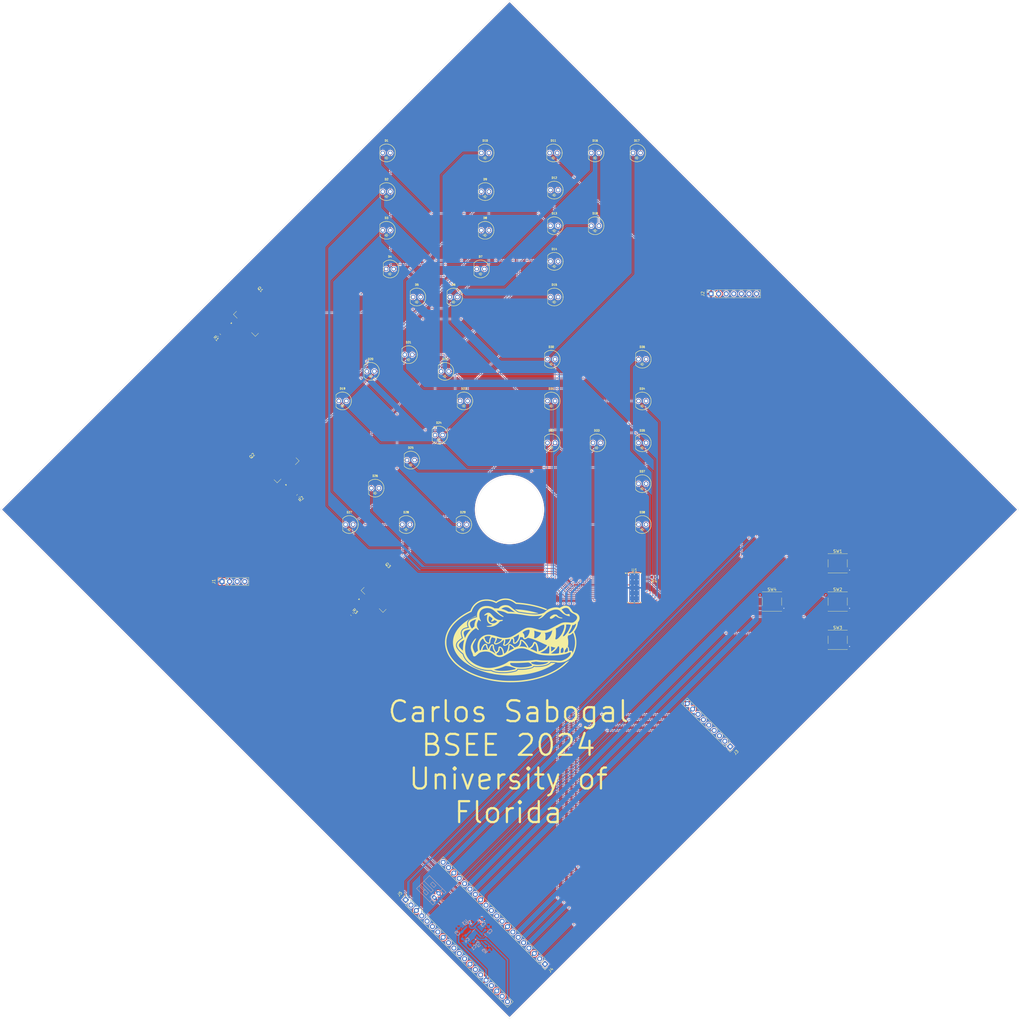
<source format=kicad_pcb>
(kicad_pcb (version 20240108) (generator "pcbnew") (generator_version "8.0")
  (layers (0 "F.Cu" signal) (31 "B.Cu" signal) (34 "B.Paste" user) (35 "F.Paste" user) (36 "B.SilkS" user "B.Silkscreen") (37 "F.SilkS" user "F.Silkscreen") (38 "B.Mask" user) (39 "F.Mask" user) (44 "Edge.Cuts" user))
  (net 0 "")
  (net 1 "SDA")
  (net 2 "+3V3")
  (net 3 "SCL")
  (net 4 "LRC")
  (net 5 "BCLK")
  (net 6 "DIN")
  (net 9 "MOSI")
  (net 10 "SCK")
  (net 11 "CS")
  (net 12 "MISO")
  (net 13 "LED_SW")
  (net 16 "SW3")
  (net 17 "SW2")
  (net 18 "SW1")
  (net 20 "BLANK")
  (net 22 "SCLK")
  (net 23 "XLAT")
  (net 24 "SIN")
  (net 25 "GSCLK")
  (net 26 "Q1_G")
  (net 27 "COL_B")
  (net 28 "COL_H")
  (net 29 "COL_M")
  (net 30 "COL_F")
  (net 31 "COL_I")
  (net 32 "COL_E")
  (net 33 "COL_L")
  (net 34 "COL_G")
  (net 35 "COL_D")
  (net 36 "COL_J")
  (net 37 "COL_C")
  (net 38 "COL_K")
  (net 39 "COL_A")
  (net 41 "VBUS")
  (net 42 "Q2_G")
  (net 44 "Q3_G")
  (net 51 "Net-(U1-IREF)")
  (net 52 "GND")
  (net 58 "Net-(D1-A)")
  (net 59 "Net-(D13-A)")
  (net 60 "Net-(D26-A)")
  (net 61 "+BATT")
  (net 62 "Net-(U3-BP)")
  (net 63 "Net-(U2-PROG)")
  (footprint "Graduation Cap:PinSocket_1x04_P2.54mm_Vertical" (layer "F.Cu") (at 53.9 139.55 90)
    (property "Reference" "J1")
    (property "Value" "PPTC041LFBN-RC")
  )
  (footprint "Graduation Cap:ORANGE-LED-5MM-ROUND" (layer "F.Cu") (at 193.3 65.088)
    (property "Reference" "D36")
    (property "Value" "SLI-343D8U3F")
  )
  (footprint "Graduation Cap:BLUE-LED-5MM-ROUND" (layer "F.Cu") (at 163.835 44.26)
    (property "Reference" "D15")
    (property "Value" "151051BS04000")
  )
  (footprint "Graduation Cap:BLUE-LED-5MM-ROUND" (layer "F.Cu") (at 117.81 44.26)
    (property "Reference" "D5")
    (property "Value" "151051BS04000")
  )
  (footprint "Graduation Cap:BLUE-LED-5MM-ROUND" (layer "F.Cu") (at 177.5 20.384)
    (property "Reference" "D18")
    (property "Value" "151051BS04000")
  )
  (footprint "Graduation Cap:BLUE-LED-5MM-ROUND" (layer "F.Cu") (at 140.67 21.908)
    (property "Reference" "D8")
    (property "Value" "151051BS04000")
  )
  (footprint "Graduation Cap:BLUE-LED-5MM-ROUND" (layer "F.Cu") (at 107.65 21.908)
    (property "Reference" "D3")
    (property "Value" "151051BS04000")
  )
  (footprint "Resistor_SMD:R_0603_1608Metric" (layer "F.Cu") (at 198.691 138.0692 180)
    (property "Reference" "R4")
    (property "Value" "2k")
  )
  (footprint "Graduation Cap:ORANGE-LED-5MM-ROUND" (layer "F.Cu") (at 114.204 120.46)
    (property "Reference" "D28")
    (property "Value" "SLI-343D8U3F")
  )
  (footprint "Graduation Cap:BLUE-LED-5MM-ROUND" (layer "F.Cu") (at 107.65 -4)
    (property "Reference" "D1")
    (property "Value" "151051BS04000")
  )
  (footprint "Graduation Cap:ORANGE-LED-5MM-ROUND" (layer "F.Cu") (at 115.778 98.87)
    (property "Reference" "D25")
    (property "Value" "SLI-343D8U3F")
  )
  (footprint "Package_TO_SOT_SMD:TO-263-2" (layer "F.Cu") (at 64.8 50.35 45)
    (property "Reference" "Q1")
    (property "Value" "IRF9540NSTRLPBF")
  )
  (footprint "Graduation Cap:ORANGE-LED-5MM-ROUND" (layer "F.Cu") (at 102.316 69.152)
    (property "Reference" "D20")
    (property "Value" "SLI-343D8U3F")
  )
  (footprint "Graduation Cap:BLUE-LED-5MM-ROUND" (layer "F.Cu") (at 130.129 44.26)
    (property "Reference" "D6")
    (property "Value" "151051BS04000")
  )
  (footprint "Graduation Cap:BLUE-LED-5MM-ROUND" (layer "F.Cu") (at 108.793 34.862)
    (property "Reference" "D4")
    (property "Value" "151051BS04000")
  )
  (footprint "Graduation Cap:BLUE-LED-5MM-ROUND" (layer "F.Cu") (at 163.835 8.446)
    (property "Reference" "D12")
    (property "Value" "151051BS04000")
  )
  (footprint "Graduation Cap:BLUE-LED-5MM-ROUND" (layer "F.Cu") (at 139.146 34.862)
    (property "Reference" "D7")
    (property "Value" "151051BS04000")
  )
  (footprint "Graduation Cap:ORANGE-LED-5MM-ROUND" (layer "F.Cu") (at 162.82 65.088)
    (property "Reference" "D30")
    (property "Value" "SLI-343D8U3F")
  )
  (footprint "Graduation Cap:ORANGE-LED-5MM-ROUND" (layer "F.Cu") (at 133.558 79.058)
    (property "Reference" "D23")
    (property "Value" "SLI-343D8U3F")
  )
  (footprint "Graduation Cap:PinSocket_1x07_P2.54mm_Vertical" (layer "F.Cu") (at 217.678 43.18 90)
    (property "Reference" "J2")
    (property "Value" "PPTC071LFBN-RC")
  )
  (footprint "Connector_PinSocket_2.54mm:PinSocket_1x20_P2.54mm_Vertical" (layer "F.Cu") (at 162.076759 267.691241 -135)
    (property "Reference" "J4")
    (property "Value" "PPTC201LFBN-RC")
  )
  (footprint "Graduation Cap:ORANGE-LED-5MM-ROUND" (layer "F.Cu") (at 193.3 79.088)
    (property "Reference" "D34")
    (property "Value" "SLI-343D8U3F")
  )
  (footprint "Graduation Cap:PinSocket_1x09_P2.54mm_Vertical" (layer "F.Cu") (at 224.1 194.8 -135)
    (property "Reference" "J3")
    (property "Value" "PPTC091LFBN-RC")
  )
  (footprint "Graduation Cap:BLUE-LED-5MM-ROUND" (layer "F.Cu") (at 107.65 8.954)
    (property "Reference" "D2")
    (property "Value" "151051BS04000")
  )
  (footprint "Button_Switch_SMD:SW_SPST_PTS645" (layer "F.Cu") (at 238.096 146.2548)
    (property "Reference" "SW4")
    (property "Value" "PTS645SL43SMTR92 LFS")
  )
  (footprint "Graduation Cap:ORANGE-LED-5MM-ROUND" (layer "F.Cu") (at 127.208 69.152)
    (property "Reference" "D22")
    (property "Value" "SLI-343D8U3F")
  )
  (footprint "Package_TO_SOT_SMD:TO-263-2" (layer "F.Cu") (at 107.55 142.8 45)
    (property "Reference" "Q3")
    (property "Value" "IRF9540NSTRLPBF")
  )
  (footprint "Graduation Cap:ORANGE-LED-5MM-ROUND" (layer "F.Cu") (at 92.918 79.058)
    (property "Reference" "D19")
    (property "Value" "SLI-343D8U3F")
  )
  (footprint "Resistor_SMD:R_0603_1608Metric" (layer "F.Cu") (at 79.4 110.9 -135)
    (property "Reference" "R2")
    (property "Value" "1k")
  )
  (footprint "Graduation Cap:ORANGE-LED-5MM-ROUND" (layer "F.Cu") (at 133.204 120.46)
    (property "Reference" "D29")
    (property "Value" "SLI-343D8U3F")
  )
  (footprint "Package_SO:HTSSOP-28-1EP_4.4x9.7mm_P0.65mm_EP3.4x9.5mm_Mask2.4x6.17mm_ThermalVias" (layer "F.Cu") (at 192.0032 141.6442)
    (property "Reference" "U1")
    (property "Value" "TLC5940PWPR")
  )
  (footprint "Package_TO_SOT_SMD:TO-263-2" (layer "F.Cu") (at 72.65 99.4 135)
    (property "Reference" "Q2")
    (property "Value" "IRF9540NSTRLPBF")
  )
  (footprint "Button_Switch_SMD:SW_SPST_PTS645" (layer "F.Cu") (at 260.096 146.2548)
    (property "Reference" "SW2")
    (property "Value" "PTS645SL43SMTR92 LFS")
  )
  (footprint "Graduation Cap:ORANGE-LED-5MM-ROUND" (layer "F.Cu") (at 193.3 120.46)
    (property "Reference" "D38")
    (property "Value" "SLI-343D8U3F")
  )
  (footprint "Resistor_SMD:R_0603_1608Metric" (layer "F.Cu") (at 52.95 57.1 135)
    (property "Reference" "R1")
    (property "Value" "1k")
  )
  (footprint "Graduation Cap:BLUE-LED-5MM-ROUND" (layer "F.Cu") (at 140.67 8.954)
    (property "Reference" "D9")
    (property "Value" "151051BS04000")
  )
  (footprint "Graduation Cap:BLUE-LED-5MM-ROUND" (layer "F.Cu") (at 191.47 -4)
    (property "Reference" "D17")
    (property "Value" "151051BS04000")
  )
  (footprint "Graduation Cap:ORANGE-LED-5MM-ROUND" (layer "F.Cu") (at 178.07 93.088)
    (property "Reference" "D33")
    (property "Value" "SLI-343D8U3F")
  )
  (footprint "Button_Switch_SMD:SW_SPST_PTS645" (layer "F.Cu") (at 260.096 159.0548)
    (property "Reference" "SW3")
    (property "Value" "PTS645SL43SMTR92 LFS")
  )
  (footprint "Connector_PinSocket_2.54mm:PinSocket_1x20_P2.54mm_Vertical" (layer "F.Cu") (at 115.3924 246.1256 45)
    (property "Reference" "J5")
    (property "Value" "PPTC201LFBN-RC")
  )
  (footprint "Resistor_SMD:R_0603_1608Metric" (layer "F.Cu") (at 97.45 150.5 -45)
    (property "Reference" "R3")
    (property "Value" "1k")
  )
  (footprint "Graduation Cap:ORANGE-LED-5MM-ROUND" (layer "F.Cu") (at 95.204 120.46)
    (property "Reference" "D27")
    (property "Value" "SLI-343D8U3F")
  )
  (footprint "Graduation Cap:ORANGE-LED-5MM-ROUND" (layer "F.Cu") (at 115.016 63.564)
    (property "Reference" "D21")
    (property "Value" "SLI-343D8U3F")
  )
  (footprint "Graduation Cap:BLUE-LED-5MM-ROUND" (layer "F.Cu") (at 140.67 -4)
    (property "Reference" "D10")
    (property "Value" "151051BS04000")
  )
  (footprint "Graduation Cap:BLUE-LED-5MM-ROUND" (layer "F.Cu") (at 163.53 -4)
    (property "Reference" "D11")
    (property "Value" "151051BS04000")
  )
  (footprint "Graduation Cap:BLUE-LED-5MM-ROUND" (layer "F.Cu") (at 177.5 -4)
    (property "Reference" "D16")
    (property "Value" "151051BS04000")
  )
  (footprint "Graduation Cap:ORANGE-LED-5MM-ROUND" (layer "F.Cu") (at 125.176 90.488)
    (property "Reference" "D24")
    (property "Value" "SLI-343D8U3F")
  )
  (footprint "Graduation Cap:ORANGE-LED-5MM-ROUND" (layer "F.Cu") (at 193.3 106.774)
    (property "Reference" "D37")
    (property "Value" "SLI-343D8U3F")
  )
  (footprint "Graduation Cap:ORANGE-LED-5MM-ROUND" (layer "F.Cu") (at 162.82 79.088)
    (property "Reference" "D31")
    (property "Value" "SLI-343D8U3F")
  )
  (footprint "Button_Switch_SMD:SW_SPST_PTS645" (layer "F.Cu") (at 260.096 133.4548)
    (property "Reference" "SW1")
    (property "Value" "PTS645SL43SMTR92 LFS")
  )
  (footprint "Graduation Cap:ORANGE-LED-5MM-ROUND" (layer "F.Cu") (at 103.84 108.268)
    (property "Reference" "D26")
    (property "Value" "SLI-343D8U3F")
  )
  (footprint "Graduation Cap:BLUE-LED-5MM-ROUND" (layer "F.Cu") (at 163.835 20.384)
    (property "Reference" "D13")
    (property "Value" "151051BS04000")
  )
  (footprint "Graduation Cap:ORANGE-LED-5MM-ROUND" (layer "F.Cu") (at 162.82 93.088)
    (property "Reference" "D32")
    (property "Value" "SLI-343D8U3F")
  )
  (footprint "Graduation Cap:ORANGE-LED-5MM-ROUND" (layer "F.Cu") (at 193.3 93.088)
    (property "Reference" "D35")
    (property "Value" "SLI-343D8U3F")
  )
  (footprint "Graduation Cap:BLUE-LED-5MM-ROUND" (layer "F.Cu") (at 163.835 32.322)
    (property "Reference" "D14")
    (property "Value" "151051BS04000")
  )
  (footprint "Capacitor_SMD:C_0603_1608Metric" (layer "B.Cu") (at 137.6 260.75 -135)
    (property "Reference" "C1")
    (property "Value" "1u")
  )
  (footprint "Capacitor_SMD:C_0603_1608Metric" (layer "B.Cu") (at 133.7 256.3 135)
    (property "Reference" "C5")
    (property "Value" "1u")
  )
  (footprint "Resistor_SMD:R_0603_1608Metric" (layer "B.Cu") (at 142.821453 262.282458 -45)
    (property "Reference" "R5")
    (property "Value" "2k")
  )
  (footprint "Capacitor_SMD:C_0603_1608Metric" (layer "B.Cu") (at 140.4 253.3 45)
    (property "Reference" "C3")
    (property "Value" "1u")
  )
  (footprint "Capacitor_SMD:C_0603_1608Metric" (layer "B.Cu") (at 142.6 255.75 45)
    (property "Reference" "C2")
    (property "Value" "1u")
  )
  (footprint "Connector_JST:JST_PH_S2B-PH-K_1x02_P2.00mm_Horizontal" (layer "B.Cu") (at 125 245.4 45)
    (property "Reference" "J6")
    (property "Value" "S2B-PH-K-S")
  )
  (footprint "Package_TO_SOT_SMD:SOT-23-5" (layer "B.Cu") (at 137 255.35 -135)
    (property "Reference" "U3")
    (property "Value" "TC2015-3.3VxCTTR")
  )
  (footprint "Package_TO_SOT_SMD:SOT-23-5" (layer "B.Cu") (at 140.97 259.08 -45)
    (property "Reference" "U2")
    (property "Value" "MCP73812T-420I-OT")
  )
  (footprint "Capacitor_SMD:C_0603_1608Metric" (layer "B.Cu") (at 134.95 258.65 -135)
    (property "Reference" "C4")
    (property "Value" "10n")
  )
  (gr_poly (pts (xy 148.875096 147.433415) (xy 148.936822 147.436689) (xy 149.010604 147.442146) (xy 149.102617 147.449785) (xy 149.206071 147.459558) (xy 149.301894 147.470018) (xy 149.390939 147.481458) (xy 149.474059 147.49417) (xy 149.552106 147.508444) (xy 149.625934 147.524572) (xy 149.696394 147.542846) (xy 149.76434 147.563556) (xy 149.830623 147.586996) (xy 149.896098 147.613455) (xy 149.961616 147.643226) (xy 150.02803 147.676599) (xy 150.096193 147.713867) (xy 150.166957 147.755321) (xy 150.241176 147.801252) (xy 150.319701 147.851952) (xy 150.406455 147.910532) (xy 150.493829 147.971742) (xy 150.584428 148.037615) (xy 150.680857 148.110185) (xy 150.785718 148.191487) (xy 150.901618 148.283554) (xy 151.176949 148.508119) (xy 151.547044 148.808582) (xy 151.722285 148.946924) (xy 151.890598 149.077071) (xy 152.051693 149.198822) (xy 152.205279 149.311976) (xy 152.351063 149.416329) (xy 152.488755 149.511682) (xy 152.618063 149.597832) (xy 152.738695 149.674579) (xy 152.85036 149.741719) (xy 152.952767 149.799053) (xy 153.045624 149.846378) (xy 153.12864 149.883493) (xy 153.201523 149.910196) (xy 153.263982 149.926285) (xy 153.600765 149.983005) (xy 154.200873 150.078421) (xy 155.2727 150.24167) (xy 155.910528 150.326857) (xy 156.521269 150.398104) (xy 157.101053 150.455163) (xy 157.646012 150.497785) (xy 158.152275 150.525723) (xy 158.615973 150.538729) (xy 159.033237 150.536555) (xy 159.400198 150.518952) (xy 159.574198 150.504666) (xy 159.743752 150.488007) (xy 159.908828 150.468987) (xy 160.069396 150.447613) (xy 160.225425 150.423895) (xy 160.376884 150.397842) (xy 160.523741 150.369464) (xy 160.665966 150.33877) (xy 160.803527 150.305769) (xy 160.936395 150.270471) (xy 161.064537 150.232884) (xy 161.187922 150.193018) (xy 161.306521 150.150883) (xy 161.420301 150.106487) (xy 161.529232 150.05984) (xy 161.633282 150.010952) (xy 161.714716 149.969429) (xy 161.751517 149.94943) (xy 161.786675 149.929196) (xy 161.820914 149.908168) (xy 161.854962 149.885788) (xy 161.889543 149.861498) (xy 161.925383 149.83474) (xy 161.963207 149.804955) (xy 162.003741 149.771587) (xy 162.095841 149.691864) (xy 162.207486 149.591107) (xy 162.344482 149.464851) (xy 162.422502 149.393909) (xy 162.498941 149.326933) (xy 162.574301 149.263621) (xy 162.649084 149.203674) (xy 162.723792 149.14679) (xy 162.798929 149.092669) (xy 162.874996 149.04101) (xy 162.952495 148.991512) (xy 163.031929 148.943874) (xy 163.1138 148.897796) (xy 163.198611 148.852976) (xy 163.286863 148.809115) (xy 163.379059 148.765911) (xy 163.475702 148.723063) (xy 163.577293 148.680272) (xy 163.684334 148.637235) (xy 163.843343 148.575638) (xy 163.999043 148.518611) (xy 164.151649 148.466111) (xy 164.301375 148.418094) (xy 164.448434 148.374517) (xy 164.593041 148.335337) (xy 164.735409 148.30051) (xy 164.875752 148.269993) (xy 165.014284 148.243742) (xy 165.15122 148.221715) (xy 165.286773 148.203867) (xy 165.421157 148.190155) (xy 165.554586 148.180536) (xy 165.687274 148.174966) (xy 165.819435 148.173402) (xy 165.951283 148.175801) (xy 166.083508 148.18185) (xy 166.144536 148.185945) (xy 166.202636 148.19085) (xy 166.258158 148.196635) (xy 166.311446 148.203372) (xy 166.36285 148.211133) (xy 166.412716 148.219987) (xy 166.461391 148.230008) (xy 166.509223 148.241266) (xy 166.556558 148.253832) (xy 166.603745 148.267778) (xy 166.65113 148.283175) (xy 166.699061 148.300094) (xy 166.747884 148.318607) (xy 166.797948 148.338785) (xy 166.952467 148.404402) (xy 167.176833 148.256235) (xy 167.34519 148.15182) (xy 167.514239 148.056909) (xy 167.683579 147.971578) (xy 167.85281 147.895906) (xy 168.021533 147.829969) (xy 168.189347 147.773846) (xy 168.355853 147.727614) (xy 168.520651 147.69135) (xy 168.68334 147.665132) (xy 168.84352 147.649037) (xy 169.000793 147.643143) (xy 169.154757 147.647528) (xy 169.305012 147.662269) (xy 169.451159 147.687443) (xy 169.592798 147.723128) (xy 169.729529 147.769402) (xy 169.810734 147.802433) (xy 169.888039 147.837594) (xy 169.962007 147.875428) (xy 170.033204 147.916477) (xy 170.102193 147.961284) (xy 170.169539 148.010392) (xy 170.235805 148.064343) (xy 170.301557 148.123679) (xy 170.367359 148.188944) (xy 170.433775 148.26068) (xy 170.501368 148.339429) (xy 170.570705 148.425734) (xy 170.642348 148.520138) (xy 170.716862 148.623184) (xy 170.794812 148.735413) (xy 170.876761 148.857369) (xy 170.941953 148.954074) (xy 171.007764 149.050382) (xy 171.072435 149.143713) (xy 171.134203 149.231489) (xy 171.191307 149.311128) (xy 171.241986 149.380052) (xy 171.28448 149.435681) (xy 171.317027 149.475434) (xy 171.360738 149.525185) (xy 171.404675 149.572111) (xy 171.449015 149.616315) (xy 171.493935 149.657898) (xy 171.539611 149.696964) (xy 171.586221 149.733615) (xy 171.633941 149.767952) (xy 171.682948 149.800079) (xy 171.733418 149.830097) (xy 171.785528 149.858109) (xy 171.839455 149.884218) (xy 171.895376 149.908525) (xy 171.953467 149.931133) (xy 172.013905 149.952144) (xy 172.076867 149.971661) (xy 172.142529 149.989786) (xy 172.306001 150.038729) (xy 172.46129 150.096474) (xy 172.608152 150.162746) (xy 172.746341 150.237269) (xy 172.875614 150.319767) (xy 172.93683 150.36392) (xy 172.995724 150.409964) (xy 173.052267 150.457863) (xy 173.106427 150.507583) (xy 173.158174 150.55909) (xy 173.207478 150.612349) (xy 173.254307 150.667326) (xy 173.298631 150.723986) (xy 173.34042 150.782295) (xy 173.379643 150.842218) (xy 173.416269 150.903721) (xy 173.450268 150.966769) (xy 173.481608 151.031328) (xy 173.51026 151.097363) (xy 173.536193 151.16484) (xy 173.559375 151.233725) (xy 173.579778 151.303982) (xy 173.597369 151.375577) (xy 173.612118 151.448476) (xy 173.623995 151.522644) (xy 173.632969 151.598048) (xy 173.63901 151.674651) (xy 173.642649 151.766009) (xy 173.642422 151.856039) (xy 173.638281 151.944904) (xy 173.630181 152.032764) (xy 173.618075 152.119781) (xy 173.601917 152.206116) (xy 173.581659 152.29193) (xy 173.557256 152.377385) (xy 173.528661 152.46264) (xy 173.495828 152.547859) (xy 173.458709 152.633202) (xy 173.417259 152.71883) (xy 173.371431 152.804904) (xy 173.321179 152.891587) (xy 173.266455 152.979038) (xy 173.207214 153.067419) (xy 173.090796 153.232517) (xy 173.052695 153.522502) (xy 173.016212 153.759874) (xy 172.995421 153.873838) (xy 172.972759 153.985192) (xy 172.948101 154.094337) (xy 172.921319 154.201679) (xy 172.892286 154.307618) (xy 172.860875 154.41256) (xy 172.826958 154.516906) (xy 172.790409 154.62106) (xy 172.7511 154.725425) (xy 172.708905 154.830403) (xy 172.663696 154.936399) (xy 172.615346 155.043815) (xy 172.508714 155.264519) (xy 172.444611 155.387542) (xy 172.375298 155.512499) (xy 172.301917 155.637556) (xy 172.22561 155.760877) (xy 172.147516 155.880625) (xy 172.068777 155.994967) (xy 171.990534 156.102065) (xy 171.913929 156.200084) (xy 171.895209 156.223411) (xy 171.878669 156.24432) (xy 171.864206 156.26302) (xy 171.851719 156.279724) (xy 171.841104 156.294642) (xy 171.836467 156.301497) (xy 171.832259 156.307985) (xy 171.828469 156.314132) (xy 171.825083 156.319964) (xy 171.822089 156.325507) (xy 171.819473 156.330789) (xy 171.817223 156.335835) (xy 171.815326 156.340671) (xy 171.813769 156.345325) (xy 171.81254 156.349822) (xy 171.811626 156.354189) (xy 171.811013 156.358452) (xy 171.81069 156.362638) (xy 171.810642 156.366772) (xy 171.810859 156.370881) (xy 171.811326 156.374993) (xy 171.812031 156.379132) (xy 171.812961 156.383325) (xy 171.814104 156.387599) (xy 171.815446 156.391979) (xy 171.818678 156.401167) (xy 171.865776 156.515468) (xy 171.904405 156.608932) (xy 171.947796 156.712317) (xy 172.053039 156.981696) (xy 172.149575 157.257624) (xy 172.23723 157.539504) (xy 172.315832 157.826742) (xy 172.385207 158.118743) (xy 172.445181 158.414911) (xy 172.49558 158.714651) (xy 172.536231 159.017367) (xy 172.553595 159.203237) (xy 172.565998 159.424429) (xy 172.573439 159.669235) (xy 172.57592 159.925947) (xy 172.573439 160.182858) (xy 172.565998 160.428259) (xy 172.553595 160.650442) (xy 172.536231 160.837701) (xy 172.50594 161.073756) (xy 172.46982 161.307316) (xy 172.427846 161.538463) (xy 172.379994 161.767281) (xy 172.326238 161.993855) (xy 172.266553 162.218267) (xy 172.200916 162.440602) (xy 172.129301 162.660944) (xy 172.051682 162.879376) (xy 171.968037 163.095981) (xy 171.878339 163.310844) (xy 171.782564 163.524048) (xy 171.680686 163.735677) (xy 171.572682 163.945814) (xy 171.458527 164.154544) (xy 171.338194 164.36195) (xy 171.277255 164.463162) (xy 171.250392 164.506639) (xy 171.225319 164.546167) (xy 171.201573 164.582345) (xy 171.178691 164.615777) (xy 171.156213 164.647063) (xy 171.133675 164.676804) (xy 171.110617 164.705604) (xy 171.086575 164.734062) (xy 171.061089 164.76278) (xy 171.033696 164.79236) (xy 171.003934 164.823404) (xy 170.971341 164.856513) (xy 170.895815 164.931331) (xy 170.789178 165.033387) (xy 170.680493 165.133114) (xy 170.569899 165.230417) (xy 170.457532 165.325198) (xy 170.343527 165.417363) (xy 170.228022 165.506815) (xy 170.111152 165.593457) (xy 169.993055 165.677194) (xy 169.873866 165.75793) (xy 169.753723 165.835568) (xy 169.632761 165.910013) (xy 169.511117 165.981168) (xy 169.388927 166.048937) (xy 169.266328 166.113224) (xy 169.143457 166.173933) (xy 169.020449 166.230968) (xy 168.890527 166.287639) (xy 168.762418 166.340241) (xy 168.635705 166.388875) (xy 168.509968 166.433639) (xy 168.38479 166.474633) (xy 168.259751 166.511955) (xy 168.134433 166.545706) (xy 168.008417 166.575984) (xy 167.881285 166.602889) (xy 167.752619 166.62652) (xy 167.621999 166.646975) (xy 167.489007 166.664355) (xy 167.353225 166.678758) (xy 167.214234 166.690284) (xy 167.071615 166.699031) (xy 166.92495 166.7051) (xy 166.76553 166.708222) (xy 166.619951 166.707846) (xy 166.484791 166.70365) (xy 166.356625 166.695312) (xy 166.23203 166.682509) (xy 166.107585 166.664918) (xy 165.979865 166.642218) (xy 165.845448 166.614085) (xy 165.71061 166.585659) (xy 165.591449 166.563285) (xy 165.477844 166.54607) (xy 165.359674 166.533122) (xy 165.226821 166.523547) (xy 165.069162 166.516453) (xy 164.876578 166.510947) (xy 164.638948 166.506135) (xy 163.959498 166.493433) (xy 163.889647 166.575983) (xy 163.867336 166.601252) (xy 163.842618 166.627722) (xy 163.786858 166.683504) (xy 163.724152 166.741816) (xy 163.656286 166.801145) (xy 163.585048 166.859977) (xy 163.512221 166.916801) (xy 163.439593 166.970102) (xy 163.36895 167.018368) (xy 163.22478 167.107776) (xy 163.073038 167.191901) (xy 162.913396 167.270817) (xy 162.745525 167.344598) (xy 162.569096 167.413319) (xy 162.383781 167.477055) (xy 162.189251 167.535879) (xy 161.985178 167.589866) (xy 161.771232 167.639091) (xy 161.547086 167.683628) (xy 161.31241 167.723552) (xy 161.066875 167.758936) (xy 160.810154 167.789855) (xy 160.541917 167.816384) (xy 159.969582 167.856568) (xy 159.790989 167.863831) (xy 159.583424 167.868242) (xy 159.358197 167.869924) (xy 159.126621 167.869003) (xy 158.900006 167.8656) (xy 158.689662 167.859842) (xy 158.506901 167.85185) (xy 158.363033 167.841751) (xy 158.225448 167.829052) (xy 158.12385 167.958167) (xy 158.088383 168.00171) (xy 158.050755 168.042788) (xy 158.010541 168.081615) (xy 157.967316 168.118405) (xy 157.920656 168.153372) (xy 157.870136 168.186729) (xy 157.81533 168.218692) (xy 157.755815 168.249473) (xy 157.691165 168.279287) (xy 157.620956 168.308347) (xy 157.544762 168.336868) (xy 157.46216 168.365064) (xy 157.372723 168.393147) (xy 157.276029 168.421333) (xy 157.059165 168.478868) (xy 156.847181 168.529829) (xy 156.623364 168.577788) (xy 156.389179 168.622524) (xy 156.146089 168.663811) (xy 155.895558 168.701427) (xy 155.639048 168.735149) (xy 155.378024 168.764753) (xy 155.113949 168.790016) (xy 154.947072 168.80002) (xy 154.709203 168.807743) (xy 154.111179 168.815946) (xy 153.501248 168.813829) (xy 153.248496 168.808653) (xy 153.060782 168.800599) (xy 152.806784 168.785784) (xy 152.768685 168.912784) (xy 152.754052 168.956259) (xy 152.736253 168.997851) (xy 152.715148 169.037664) (xy 152.690599 169.0758) (xy 152.662466 169.11236) (xy 152.630609 169.147448) (xy 152.594888 169.181166) (xy 152.555165 169.213615) (xy 152.511299 169.244898) (xy 152.463152 169.275118) (xy 152.410583 169.304377) (xy 152.353453 169.332777) (xy 152.291623 169.360421) (xy 152.224952 169.38741) (xy 152.153302 169.413847) (xy 152.076534 169.439835) (xy 151.819594 169.5125) (xy 151.500568 169.586182) (xy 151.132777 169.658723) (xy 150.729539 169.727965) (xy 150.304176 169.79175) (xy 149.870007 169.84792) (xy 149.440353 169.894317) (xy 149.028532 169.928783) (xy 148.84626 169.937813) (xy 148.610955 169.944263) (xy 148.050105 169.949422) (xy 147.483698 169.944263) (xy 147.241447 169.937813) (xy 147.04945 169.928783) (xy 146.83106 169.912851) (xy 146.620254 169.894388) (xy 146.416828 169.873346) (xy 146.220577 169.849674) (xy 146.031295 169.823323) (xy 145.848779 169.794244) (xy 145.672824 169.762386) (xy 145.503226 169.727701) (xy 145.339778 169.690138) (xy 145.182278 169.649649) (xy 145.03052 169.606183) (xy 144.884299 169.55969) (xy 144.743412 169.510123) (xy 144.607652 169.457429) (xy 144.476817 169.401561) (xy 144.3507 169.342468) (xy 144.06495 169.202766) (xy 143.3982 169.198533) (xy 143.225184 169.197326) (xy 143.071341 169.195227) (xy 142.934415 169.192135) (xy 142.812149 169.187951) (xy 142.702285 169.182577) (xy 142.602566 169.175913) (xy 142.510734 169.167859) (xy 142.424533 169.158318) (xy 142.039723 169.10584) (xy 141.66162 169.041901) (xy 144.985701 169.041901) (xy 144.985904 169.042762) (xy 144.986506 169.043755) (xy 144.988868 169.046118) (xy 144.992705 169.048952) (xy 144.997938 169.052219) (xy 145.012267 169.059909) (xy 145.031209 169.068888) (xy 145.05412 169.078859) (xy 145.080355 169.089525) (xy 145.109269 169.100588) (xy 145.140216 169.11175) (xy 145.281837 169.159134) (xy 145.426744 169.202883) (xy 145.575297 169.243036) (xy 145.727856 169.279629) (xy 145.884781 169.3127) (xy 146.046431 169.342286) (xy 146.385346 169.391152) (xy 146.747477 169.426523) (xy 147.135704 169.448698) (xy 147.552902 169.457974) (xy 148.00195 169.45465) (xy 148.354408 169.445745) (xy 148.683252 169.43302) (xy 148.993443 169.416029) (xy 149.289942 169.394325) (xy 149.577709 169.367462) (xy 149.861706 169.334993) (xy 150.146894 169.296471) (xy 150.438232 169.25145) (xy 150.683534 169.209712) (xy 150.927447 169.163608) (xy 151.241607 169.098454) (xy 151.69765 168.999567) (xy 151.77648 168.981894) (xy 151.848765 168.964543) (xy 151.914656 168.94744) (xy 151.945251 168.938958) (xy 151.974305 168.930511) (xy 152.001837 168.922088) (xy 152.027865 168.913681) (xy 152.052409 168.90528) (xy 152.075488 168.896876) (xy 152.09712 168.888459) (xy 152.117325 168.880021) (xy 152.136121 168.871552) (xy 152.153527 168.863042) (xy 152.169564 168.854483) (xy 152.184248 168.845865) (xy 152.197601 168.837179) (xy 152.20964 168.828415) (xy 152.220384 168.819564) (xy 152.229853 168.810617) (xy 152.238065 168.801565) (xy 152.24504 168.792398) (xy 152.250796 168.783107) (xy 152.255353 168.773683) (xy 152.258729 168.764116) (xy 152.260943 168.754397) (xy 152.262015 168.744517) (xy 152.261964 168.734466) (xy 152.260808 168.724236) (xy 152.258566 168.713816) (xy 152.254229 168.700342) (xy 152.24788 168.687482) (xy 152.238796 168.674907) (xy 152.226255 168.662289) (xy 152.209534 168.649298) (xy 152.187911 168.635607) (xy 152.160664 168.620887) (xy 152.12707 168.604808) (xy 152.037951 168.567262) (xy 151.914775 168.52034) (xy 151.751763 168.461412) (xy 151.543135 168.38785) (xy 151.227706 168.279181) (xy 150.944944 168.185642) (xy 150.690014 168.105895) (xy 150.458078 168.0386) (xy 150.244299 167.982418) (xy 150.04384 167.936008) (xy 149.851863 167.898031) (xy 149.663533 167.867149) (xy 149.568622 167.855) (xy 149.467808 167.844164) (xy 149.365505 167.834966) (xy 149.266129 167.827727) (xy 149.174095 167.822771) (xy 149.093819 167.820418) (xy 149.029716 167.820993) (xy 149.005109 167.822479) (xy 148.9862 167.824817) (xy 148.912316 167.837757) (xy 148.844384 167.851738) (xy 148.779627 167.867605) (xy 148.715267 167.8862) (xy 148.648526 167.908367) (xy 148.576625 167.93495) (xy 148.496786 167.966791) (xy 148.406232 168.004733) (xy 148.049057 168.150208) (xy 147.671716 168.291839) (xy 147.279641 168.427963) (xy 146.878265 168.556919) (xy 146.473018 168.677044) (xy 146.069335 168.786676) (xy 145.672646 168.884154) (xy 145.288384 168.967816) (xy 145.227369 168.980463) (xy 145.170545 168.992787) (xy 145.11913 169.004466) (xy 145.074336 169.015178) (xy 145.037382 169.024599) (xy 145.009481 169.032409) (xy 144.999305 169.035608) (xy 144.991849 169.038283) (xy 144.987263 169.040394) (xy 144.986095 169.041226) (xy 144.985701 169.041901) (xy 141.66162 169.041901) (xy 141.658735 169.041413) (xy 141.282069 168.965241) (xy 140.910225 168.877528) (xy 140.543701 168.77848) (xy 140.182997 168.668301) (xy 139.828612 168.547195) (xy 139.481045 168.415367) (xy 139.140795 168.273022) (xy 138.808362 168.120365) (xy 138.484245 167.9576) (xy 138.168943 167.784931) (xy 137.862955 167.602564) (xy 137.56678 167.410703) (xy 137.280918 167.209552) (xy 137.005868 166.999317) (xy 136.806393 166.835416) (xy 136.615177 166.668385) (xy 136.432247 166.498273) (xy 136.257626 166.325125) (xy 136.091339 166.148989) (xy 135.933412 165.96991) (xy 135.783869 165.787935) (xy 135.642734 165.60311) (xy 135.510033 165.415483) (xy 135.38579 165.225099) (xy 135.270031 165.032006) (xy 135.16278 164.836249) (xy 135.064061 164.637875) (xy 134.9739 164.436931) (xy 134.892322 164.233463) (xy 134.81935 164.027517) (xy 134.705051 163.682501) (xy 134.46375 163.502583) (xy 134.327673 163.397887) (xy 134.194277 163.290392) (xy 134.063863 163.180422) (xy 133.936734 163.068303) (xy 133.813188 162.954361) (xy 133.693528 162.838922) (xy 133.578053 162.722311) (xy 133.467065 162.604853) (xy 133.360865 162.486874) (xy 133.259752 162.3687) (xy 133.164028 162.250656) (xy 133.073994 162.133068) (xy 132.98995 162.016261) (xy 132.912197 161.900561) (xy 132.841036 161.786294) (xy 132.776768 161.673784) (xy 132.755131 161.632986) (xy 132.733951 161.590189) (xy 132.713334 161.545723) (xy 132.693391 161.49992) (xy 132.674229 161.453113) (xy 132.655956 161.405633) (xy 132.638682 161.357812) (xy 132.622515 161.309982) (xy 132.607564 161.262474) (xy 132.593936 161.215621) (xy 132.581741 161.169753) (xy 132.571087 161.125204) (xy 132.562082 161.082304) (xy 132.554836 161.041385) (xy 132.549456 161.002779) (xy 132.546051 160.966818) (xy 132.543656 160.910487) (xy 132.544178 160.866898) (xy 133.241203 160.866898) (xy 133.241516 160.90777) (xy 133.24343 160.947779) (xy 133.246998 160.987091) (xy 133.252279 161.025869) (xy 133.259326 161.064279) (xy 133.268197 161.102484) (xy 133.278947 161.140648) (xy 133.291631 161.178937) (xy 133.306306 161.217514) (xy 133.323028 161.256544) (xy 133.341851 161.29619) (xy 133.362833 161.336619) (xy 133.386028 161.377993) (xy 133.411493 161.420476) (xy 133.439284 161.464235) (xy 133.482061 161.528013) (xy 133.529887 161.595146) (xy 133.582252 161.665069) (xy 133.638647 161.737218) (xy 133.698565 161.81103) (xy 133.761497 161.885939) (xy 133.894367 162.036793) (xy 134.033191 162.185265) (xy 134.103564 162.257198) (xy 134.1739 162.326842) (xy 134.24369 162.393634) (xy 134.312426 162.457008) (xy 134.379599 162.516402) (xy 134.444701 162.57125) (xy 134.561118 162.6665) (xy 134.565351 162.418852) (xy 134.57262 162.193236) (xy 135.315915 162.193236) (xy 135.317495 162.409657) (xy 135.32334 162.596014) (xy 135.3337 162.738468) (xy 135.357976 162.931113) (xy 135.3888 163.120261) (xy 135.426271 163.306135) (xy 135.47049 163.488958) (xy 135.521555 163.668953) (xy 135.579565 163.846344) (xy 135.644619 164.021353) (xy 135.716817 164.194205) (xy 135.796259 164.365122) (xy 135.883042 164.534327) (xy 135.977267 164.702044) (xy 136.079032 164.868495) (xy 136.188438 165.033905) (xy 136.305582 165.198497) (xy 136.430565 165.362493) (xy 136.563485 165.526117) (xy 136.680387 165.661014) (xy 136.803871 165.794875) (xy 136.933625 165.92746) (xy 137.069335 166.058524) (xy 137.210688 166.187828) (xy 137.357371 166.315129) (xy 137.50907 166.440185) (xy 137.665474 166.562754) (xy 137.826268 166.682595) (xy 137.991139 166.799465) (xy 138.159774 166.913123) (xy 138.33186 167.023327) (xy 138.507084 167.129836) (xy 138.685132 167.232406) (xy 138.865692 167.330797) (xy 139.04845 167.424766) (xy 139.355153 167.571081) (xy 139.67009 167.708267) (xy 139.992766 167.836127) (xy 140.322685 167.954462) (xy 140.65935 168.063074) (xy 141.002267 168.161764) (xy 141.350938 168.250333) (xy 141.704867 168.328584) (xy 141.871552 168.360856) (xy 142.039015 168.389413) (xy 142.207241 168.414262) (xy 142.376214 168.435409) (xy 142.545919 168.45286) (xy 142.71634 168.466622) (xy 143.059269 168.4831) (xy 143.404877 168.484894) (xy 143.75304 168.472054) (xy 144.103633 168.444628) (xy 144.456534 168.402667) (xy 144.802293 168.348498) (xy 145.15479 168.281757) (xy 145.511981 168.203214) (xy 145.871823 168.113643) (xy 146.232273 168.013815) (xy 146.591287 167.904503) (xy 146.946822 167.786477) (xy 147.296836 167.660511) (xy 147.639283 167.527376) (xy 147.972122 167.387845) (xy 148.293309 167.24269) (xy 148.600801 167.092682) (xy 148.674691 167.053657) (xy 150.396032 167.053657) (xy 150.396458 167.072336) (xy 150.397832 167.091178) (xy 150.400146 167.110161) (xy 150.403391 167.129266) (xy 150.40756 167.148471) (xy 150.412645 167.167757) (xy 150.418639 167.187103) (xy 150.425533 167.206487) (xy 150.441994 167.245291) (xy 150.461964 167.284006) (xy 150.485382 167.322466) (xy 150.512185 167.360508) (xy 150.542313 167.397966) (xy 150.575703 167.434677) (xy 150.612292 167.470477) (xy 150.652019 167.505201) (xy 150.782134 167.60302) (xy 150.928954 167.695515) (xy 151.091526 167.782473) (xy 151.268894 167.863679) (xy 151.460103 167.938919) (xy 151.664197 168.00798) (xy 151.880223 168.070648) (xy 152.107225 168.126708) (xy 152.344248 168.175946) (xy 152.590338 168.21815) (xy 152.844538 168.253104) (xy 153.105895 168.280596) (xy 153.373452 168.30041) (xy 153.646256 168.312333) (xy 153.923352 168.316151) (xy 154.203783 168.311651) (xy 154.58053 168.295747) (xy 154.951199 168.272128) (xy 155.312293 168.241217) (xy 155.660315 168.203436) (xy 155.991767 168.159205) (xy 156.303152 168.108947) (xy 156.590973 168.053083) (xy 156.851732 167.992035) (xy 156.976678 167.958362) (xy 157.098821 167.923078) (xy 157.215358 167.887148) (xy 157.323486 167.85154) (xy 157.420402 167.817223) (xy 157.503303 167.785162) (xy 157.538622 167.770281) (xy 157.569387 167.756326) (xy 157.595246 167.74342) (xy 157.615849 167.731682) (xy 157.650239 167.709125) (xy 157.679535 167.687249) (xy 157.692247 167.676455) (xy 157.703653 167.665696) (xy 157.713744 167.654928) (xy 157.72251 167.644106) (xy 157.729939 167.633185) (xy 157.736021 167.622119) (xy 157.740745 167.610864) (xy 157.744102 167.599375) (xy 157.746081 167.587607) (xy 157.746671 167.575515) (xy 157.745862 167.563054) (xy 157.743644 167.550179) (xy 157.740005 167.536845) (xy 157.734936 167.523008) (xy 157.728426 167.508621) (xy 157.720464 167.493641) (xy 157.71104 167.478022) (xy 157.700144 167.46172) (xy 157.687765 167.444688) (xy 157.673893 167.426884) (xy 157.641626 167.388773) (xy 157.603261 167.347029) (xy 157.558712 167.301292) (xy 157.507898 167.251201) (xy 157.449004 167.194739) (xy 157.390556 167.141217) (xy 157.332505 167.090597) (xy 157.274801 167.042842) (xy 157.217395 166.997915) (xy 157.160237 166.955778) (xy 157.103277 166.916394) (xy 157.046466 166.879727) (xy 156.989755 166.845738) (xy 156.933093 166.814391) (xy 156.876431 166.785649) (xy 156.819719 166.759474) (xy 156.808819 166.754937) (xy 157.441113 166.754937) (xy 157.441174 166.758506) (xy 157.441404 166.762128) (xy 157.441804 166.765818) (xy 157.443104 166.773471) (xy 157.445062 166.781598) (xy 157.447664 166.790333) (xy 157.450899 166.799808) (xy 157.454754 166.810159) (xy 157.459217 166.821516) (xy 157.468171 166.841279) (xy 157.478462 166.860158) (xy 157.490234 166.878262) (xy 157.503634 166.8957) (xy 157.518808 166.912579) (xy 157.535901 166.929008) (xy 157.555059 166.945097) (xy 157.576427 166.960953) (xy 157.600152 166.976685) (xy 157.626379 166.992401) (xy 157.655254 167.00821) (xy 157.686923 167.024221) (xy 157.721531 167.040542) (xy 157.759225 167.057281) (xy 157.800149 167.074548) (xy 157.844449 167.09245) (xy 157.959845 167.135594) (xy 158.076058 167.17536) (xy 158.193413 167.211797) (xy 158.312232 167.24495) (xy 158.432837 167.274866) (xy 158.55555 167.301592) (xy 158.680693 167.325173) (xy 158.808591 167.345657) (xy 158.939564 167.36309) (xy 159.073935 167.377518) (xy 159.212027 167.388989) (xy 159.354162 167.397548) (xy 159.651851 167.406117) (xy 159.969582 167.403599) (xy 160.181053 167.396563) (xy 160.388266 167.385803) (xy 160.590983 167.371365) (xy 160.788965 167.353296) (xy 160.981974 167.331643) (xy 161.169771 167.306453) (xy 161.352117 167.277771) (xy 161.528773 167.245644) (xy 161.699501 167.210119) (xy 161.864062 167.171242) (xy 162.022217 167.12906) (xy 162.173728 167.08362) (xy 162.318355 167.034967) (xy 162.455861 166.983148) (xy 162.586005 166.928211) (xy 162.708551 166.8702) (xy 162.750112 166.848329) (xy 162.792699 166.825006) (xy 162.835802 166.800568) (xy 162.878907 166.775347) (xy 162.921504 166.749681) (xy 162.963081 166.723903) (xy 163.003127 166.698348) (xy 163.041129 166.673351) (xy 163.076576 166.649247) (xy 163.108957 166.626371) (xy 163.13776 166.605057) (xy 163.162473 166.585642) (xy 163.182585 166.568458) (xy 163.197584 166.553842) (xy 163.203007 166.547601) (xy 163.206959 166.542128) (xy 163.209377 166.537464) (xy 163.210198 166.533651) (xy 163.18889 166.530872) (xy 163.127847 166.528887) (xy 162.903812 166.527299) (xy 162.57262 166.528887) (xy 162.1688 166.533651) (xy 161.694568 166.537392) (xy 161.261809 166.535801) (xy 160.86715 166.528702) (xy 160.507217 166.515924) (xy 160.178637 166.497291) (xy 159.878038 166.472631) (xy 159.602044 166.44177) (xy 159.347284 166.404534) (xy 159.197794 166.379663) (xy 159.139817 166.370006) (xy 159.103867 166.364317) (xy 159.09795 166.363621) (xy 159.091357 166.363118) (xy 159.076417 166.362664) (xy 159.059591 166.362904) (xy 159.041426 166.363788) (xy 159.022467 166.365268) (xy 159.003259 166.367294) (xy 158.984349 166.369815) (xy 158.966282 166.372783) (xy 158.773665 166.403475) (xy 158.500086 166.442104) (xy 158.206664 166.47994) (xy 157.954518 166.50825) (xy 157.896379 166.514642) (xy 157.843223 166.521186) (xy 157.794773 166.527984) (xy 157.750755 166.535139) (xy 157.710891 166.542752) (xy 157.692431 166.546763) (xy 157.674906 166.550927) (xy 157.658282 166.555257) (xy 157.642524 166.559765) (xy 157.627598 166.564465) (xy 157.61347 166.569369) (xy 157.600103 166.57449) (xy 157.587465 166.579841) (xy 157.575521 166.585435) (xy 157.564236 166.591284) (xy 157.553576 166.597401) (xy 157.543507 166.6038) (xy 157.533993 166.610492) (xy 157.525 166.61749) (xy 157.516494 166.624808) (xy 157.50844 166.632459) (xy 157.500804 166.640454) (xy 157.493552 166.648807) (xy 157.486648 166.65753) (xy 157.480058 166.666637) (xy 157.473749 166.676139) (xy 157.467684 166.686051) (xy 157.461729 166.696293) (xy 157.456555 166.705676) (xy 157.45215 166.714333) (xy 157.448502 166.722398) (xy 157.445597 166.730004) (xy 157.443425 166.737285) (xy 157.442609 166.740845) (xy 157.441972 166.744373) (xy 157.441511 166.747887) (xy 157.441225 166.751403) (xy 157.441113 166.754937) (xy 156.808819 166.754937) (xy 156.762909 166.735828) (xy 156.705949 166.714676) (xy 156.648791 166.695979) (xy 156.591385 166.679701) (xy 156.545769 166.667899) (xy 156.505461 166.659494) (xy 156.484925 166.656574) (xy 156.462871 166.654513) (xy 156.410408 166.652979) (xy 156.340484 166.654918) (xy 156.245507 166.660353) (xy 155.950033 166.681816) (xy 155.513802 166.710094) (xy 154.965255 166.741347) (xy 153.84395 166.796118) (xy 153.104109 166.817648) (xy 152.206708 166.830249) (xy 151.387095 166.832134) (xy 151.080005 166.8285) (xy 150.880617 166.821516) (xy 150.817487 166.817539) (xy 150.761141 166.814401) (xy 150.711121 166.812201) (xy 150.688339 166.811481) (xy 150.666966 166.811032) (xy 150.646946 166.810865) (xy 150.628219 166.810993) (xy 150.61073 166.811426) (xy 150.594421 166.812178) (xy 150.579234 166.81326) (xy 150.565112 166.814684) (xy 150.551998 166.816462) (xy 150.539834 166.818607) (xy 150.528563 166.821129) (xy 150.518127 166.824043) (xy 150.50847 166.827358) (xy 150.499534 166.831088) (xy 150.491261 166.835244) (xy 150.483595 166.839838) (xy 150.476477 166.844883) (xy 150.469851 166.85039) (xy 150.463658 166.856372) (xy 150.457843 166.86284) (xy 150.452347 166.869806) (xy 150.447112 166.877283) (xy 150.442083 166.885282) (xy 150.437201 166.893816) (xy 150.432408 166.902896) (xy 150.427649 166.912534) (xy 150.420218 166.929175) (xy 150.413797 166.946142) (xy 150.408378 166.963416) (xy 150.403952 166.980975) (xy 150.400512 166.998799) (xy 150.398051 167.016868) (xy 150.39656 167.035161) (xy 150.396032 167.053657) (xy 148.674691 167.053657) (xy 148.892554 166.938593) (xy 149.166526 166.781196) (xy 149.420672 166.621264) (xy 149.65295 166.459566) (xy 149.804903 166.349335) (xy 149.870592 166.304935) (xy 149.932747 166.267083) (xy 149.993859 166.235333) (xy 150.056423 166.209239) (xy 150.122931 166.188354) (xy 150.195875 166.172231) (xy 150.277749 166.160424) (xy 150.371046 166.152486) (xy 150.478258 166.147971) (xy 150.601879 166.146434) (xy 150.908316 166.150501) (xy 151.310301 166.161117) (xy 151.92282 166.173937) (xy 152.560392 166.177554) (xy 153.218501 166.172093) (xy 153.892634 166.157677) (xy 154.578277 166.134431) (xy 155.270914 166.102479) (xy 155.966032 166.061944) (xy 156.659116 166.01295) (xy 157.159707 165.971709) (xy 157.623786 165.929078) (xy 158.023572 165.887637) (xy 158.331283 165.849968) (xy 158.48489 165.833493) (xy 158.656852 165.822153) (xy 158.842507 165.815923) (xy 159.037191 165.814778) (xy 159.236241 165.818693) (xy 159.434993 165.827643) (xy 159.628784 165.841604) (xy 159.81295 165.860551) (xy 160.117084 165.895948) (xy 160.396587 165.923456) (xy 160.680803 165.944118) (xy 160.999076 165.958976) (xy 161.38075 165.969072) (xy 161.855168 165.975447) (xy 163.199614 165.981201) (xy 164.262016 165.98378) (xy 164.621854 165.986484) (xy 164.897975 165.990726) (xy 165.113276 165.996952) (xy 165.29065 166.005609) (xy 165.452992 166.017144) (xy 165.623198 166.032002) (xy 165.873813 166.052407) (xy 166.1311 166.069042) (xy 166.38665 166.081709) (xy 166.632056 166.090208) (xy 166.858907 166.094343) (xy 167.058795 166.093913) (xy 167.223312 166.088721) (xy 167.289679 166.084277) (xy 167.344049 166.078568) (xy 167.525434 166.049219) (xy 167.70948 166.009871) (xy 167.895373 165.960942) (xy 168.082302 165.902851) (xy 168.269455 165.836017) (xy 168.456018 165.760857) (xy 168.64118 165.677791) (xy 168.824127 165.587237) (xy 169.004049 165.489613) (xy 169.180132 165.385339) (xy 169.351565 165.274833) (xy 169.517534 165.158513) (xy 169.677227 165.036798) (xy 169.829833 164.910107) (xy 169.974538 164.778858) (xy 170.110531 164.643469) (xy 170.171413 164.57841) (xy 170.2287 164.514112) (xy 170.282463 164.450448) (xy 170.332779 164.387286) (xy 170.379722 164.324495) (xy 170.423366 164.261947) (xy 170.463785 164.19951) (xy 170.501054 164.137055) (xy 170.535247 164.074451) (xy 170.566439 164.011568) (xy 170.594705 163.948276) (xy 170.620117 163.884444) (xy 170.642752 163.819943) (xy 170.662683 163.754641) (xy 170.679985 163.68841) (xy 170.694732 163.621118) (xy 170.702269 163.578839) (xy 170.708201 163.539267) (xy 170.710558 163.520474) (xy 170.712507 163.50233) (xy 170.714045 163.484828) (xy 170.71517 163.467958) (xy 170.71588 163.45171) (xy 170.716172 163.436078) (xy 170.716043 163.42105) (xy 170.715492 163.406619) (xy 170.714517 163.392776) (xy 170.713114 163.379511) (xy 170.711282 163.366816) (xy 170.709018 163.354682) (xy 170.70632 163.3431) (xy 170.703186 163.332061) (xy 170.699613 163.321556) (xy 170.695599 163.311576) (xy 170.691141 163.302112) (xy 170.686238 163.293156) (xy 170.680887 163.284698) (xy 170.675085 163.276729) (xy 170.66883 163.269241) (xy 170.662121 163.262225) (xy 170.654954 163.255672) (xy 170.647327 163.249572) (xy 170.639239 163.243918) (xy 170.630686 163.238699) (xy 170.621666 163.233908) (xy 170.612178 163.229535) (xy 170.592857 163.222477) (xy 170.572802 163.217227) (xy 170.551723 163.213856) (xy 170.529332 163.212436) (xy 170.505342 163.213037) (xy 170.479463 163.21573) (xy 170.451407 163.220589) (xy 170.420886 163.227682) (xy 170.387612 163.237083) (xy 170.351296 163.248861) (xy 170.311651 163.26309) (xy 170.268386 163.279838) (xy 170.16985 163.321184) (xy 170.05338 163.373468) (xy 169.837667 163.469975) (xy 169.620291 163.558544) (xy 169.398203 163.640167) (xy 169.16835 163.715838) (xy 168.927683 163.786548) (xy 168.67315 163.853289) (xy 168.4017 163.917053) (xy 168.110283 163.978833) (xy 167.75526 164.044974) (xy 167.381578 164.10444) (xy 166.587935 164.203034) (xy 165.748751 164.273996) (xy 164.883423 164.316706) (xy 164.011348 164.330543) (xy 163.151924 164.314887) (xy 162.324547 164.269119) (xy 161.548614 164.192618) (xy 161.034092 164.121883) (xy 160.57012 164.040681) (xy 160.348953 163.993565) (xy 160.130656 163.940726) (xy 159.911975 163.881127) (xy 159.689653 163.813734) (xy 159.460436 163.73751) (xy 159.221068 163.651421) (xy 158.698855 163.4455) (xy 158.474414 163.349363) (xy 160.513642 163.349363) (xy 160.514587 163.353232) (xy 160.524968 163.362227) (xy 160.545905 163.372716) (xy 160.576471 163.38448) (xy 160.6628 163.410951) (xy 160.776562 163.439877) (xy 160.910367 163.469498) (xy 161.056821 163.498053) (xy 161.208535 163.523779) (xy 161.358115 163.544917) (xy 161.619308 163.572756) (xy 161.925249 163.596974) (xy 162.252423 163.616727) (xy 162.577315 163.631171) (xy 162.87641 163.639464) (xy 163.126194 163.640762) (xy 163.225246 163.638525) (xy 163.303151 163.634222) (xy 163.356971 163.627749) (xy 163.383767 163.619) (xy 163.38537 163.616883) (xy 164.048399 163.616883) (xy 164.12248 163.629583) (xy 164.274336 163.648489) (xy 164.47967 163.663748) (xy 164.722707 163.675088) (xy 164.987671 163.682236) (xy 165.258786 163.684919) (xy 165.520277 163.682864) (xy 165.756368 163.675799) (xy 165.951283 163.663451) (xy 166.064515 163.651937) (xy 166.178095 163.638415) (xy 166.2886 163.623454) (xy 166.392606 163.607624) (xy 166.486691 163.591497) (xy 166.56743 163.575642) (xy 166.631402 163.560631) (xy 166.65603 163.55362) (xy 166.675183 163.547034) (xy 166.699732 163.535863) (xy 166.709851 163.529984) (xy 166.718774 163.523155) (xy 166.726679 163.514813) (xy 166.733747 163.504394) (xy 166.740158 163.491334) (xy 166.746092 163.475067) (xy 166.751728 163.45503) (xy 166.757245 163.430658) (xy 166.762347 163.403895) (xy 167.291616 163.403895) (xy 167.291739 163.41222) (xy 167.292278 163.417656) (xy 167.292708 163.419237) (xy 167.293248 163.420034) (xy 167.30085 163.424282) (xy 167.314576 163.427525) (xy 167.333902 163.429801) (xy 167.358303 163.431147) (xy 167.420236 163.431196) (xy 167.496184 163.427972) (xy 167.581955 163.421771) (xy 167.673356 163.412891) (xy 167.766196 163.40163) (xy 167.856283 163.388285) (xy 167.949577 163.373092) (xy 167.987721 163.366141) (xy 168.02082 163.359213) (xy 168.035624 163.355661) (xy 168.049343 163.351999) (xy 168.062034 163.34819) (xy 168.073757 163.344193) (xy 168.08457 163.339973) (xy 168.094531 163.335488) (xy 168.1037 163.330703) (xy 168.112134 163.325577) (xy 168.119892 163.320074) (xy 168.127032 163.314153) (xy 168.133614 163.307778) (xy 168.139695 163.300909) (xy 168.145335 163.293509) (xy 168.150591 163.285538) (xy 168.155523 163.276959) (xy 168.160188 163.267733) (xy 168.164645 163.257822) (xy 168.168953 163.247187) (xy 168.175815 163.227922) (xy 168.616467 163.227922) (xy 168.617039 163.233078) (xy 168.617576 163.234783) (xy 168.618283 163.235885) (xy 168.626225 163.239784) (xy 168.640842 163.242772) (xy 168.661419 163.244879) (xy 168.687239 163.246136) (xy 168.751743 163.246227) (xy 168.828625 163.243292) (xy 168.912155 163.237578) (xy 168.996602 163.229335) (xy 169.076237 163.21881) (xy 169.11246 163.212769) (xy 169.145331 163.206251) (xy 169.17751 163.198877) (xy 169.210377 163.190322) (xy 169.243679 163.180695) (xy 169.27716 163.170103) (xy 169.310567 163.158655) (xy 169.343645 163.14646) (xy 169.37614 163.133626) (xy 169.407798 163.120262) (xy 169.438365 163.106476) (xy 169.467586 163.092377) (xy 169.495207 163.078074) (xy 169.520974 163.063674) (xy 169.544633 163.049287) (xy 169.565929 163.03502) (xy 169.584609 163.020984) (xy 169.600417 163.007285) (xy 169.623056 162.98271) (xy 169.644113 162.954356) (xy 169.663546 162.922411) (xy 169.681311 162.887065) (xy 169.697364 162.848506) (xy 169.711663 162.806925) (xy 169.724163 162.762509) (xy 169.734822 162.715449) (xy 169.743595 162.665933) (xy 169.750441 162.614151) (xy 169.755314 162.560291) (xy 169.758172 162.504543) (xy 169.758971 162.447096) (xy 169.757668 162.388139) (xy 169.75422 162.327861) (xy 169.748583 162.266451) (xy 169.742301 162.209036) (xy 169.735341 162.154995) (xy 169.727667 162.104228) (xy 169.719246 162.056636) (xy 169.710044 162.01212) (xy 169.700027 161.97058) (xy 169.68916 161.931918) (xy 169.677409 161.896034) (xy 169.664741 161.862829) (xy 169.65112 161.832203) (xy 169.636514 161.804058) (xy 169.62883 161.790885) (xy 169.620888 161.778295) (xy 169.612681 161.766275) (xy 169.604207 161.754813) (xy 169.595461 161.743897) (xy 169.586438 161.733514) (xy 169.577135 161.723652) (xy 169.567547 161.714299) (xy 169.55767 161.705442) (xy 169.5475 161.697068) (xy 169.52591 161.681192) (xy 169.505455 161.668584) (xy 169.49559 161.66355) (xy 169.485931 161.659387) (xy 169.476453 161.656112) (xy 169.467132 161.653743) (xy 169.457941 161.652298) (xy 169.448854 161.651794) (xy 169.439846 161.652251) (xy 169.430892 161.653685) (xy 169.421966 161.656114) (xy 169.413042 161.659556) (xy 169.404095 161.664029) (xy 169.395099 161.669551) (xy 169.386029 161.67614) (xy 169.376859 161.683813) (xy 169.367563 161.692588) (xy 169.358116 161.702483) (xy 169.338666 161.725706) (xy 169.318304 161.753622) (xy 169.296826 161.786376) (xy 169.274027 161.824109) (xy 169.249703 161.866964) (xy 169.223648 161.915084) (xy 169.189293 161.97844) (xy 169.156377 162.03537) (xy 169.139854 162.062272) (xy 169.122965 162.088581) (xy 169.105468 162.114635) (xy 169.087122 162.140774) (xy 169.067685 162.167334) (xy 169.046914 162.194654) (xy 169.000406 162.252924) (xy 168.945663 162.318289) (xy 168.880751 162.393451) (xy 168.862998 162.414044) (xy 168.846978 162.433081) (xy 168.83259 162.450741) (xy 168.81973 162.467204) (xy 168.808296 162.48265) (xy 168.798187 162.497258) (xy 168.789299 162.51121) (xy 168.78153 162.524684) (xy 168.774779 162.53786) (xy 168.768942 162.550919) (xy 168.763917 162.56404) (xy 168.759603 162.577402) (xy 168.755896 162.591186) (xy 168.752694 162.605572) (xy 168.749896 162.620739) (xy 168.747398 162.636868) (xy 168.742987 162.662719) (xy 168.736319 162.696433) (xy 168.717501 162.781595) (xy 168.693523 162.880648) (xy 168.666968 162.981884) (xy 168.654196 163.03013) (xy 168.642987 163.075745) (xy 168.633515 163.11769) (xy 168.625954 163.154921) (xy 168.622944 163.171444) (xy 168.620476 163.186398) (xy 168.618573 163.199653) (xy 168.617256 163.211079) (xy 168.616547 163.220545) (xy 168.616467 163.227922) (xy 168.175815 163.227922) (xy 168.177357 163.223593) (xy 168.185865 163.196644) (xy 168.194947 163.166034) (xy 168.214293 163.096258) (xy 168.231841 163.026735) (xy 168.247577 162.957614) (xy 168.261491 162.889048) (xy 168.273569 162.821189) (xy 168.283799 162.754189) (xy 168.292169 162.6882) (xy 168.298666 162.623374) (xy 168.303277 162.559862) (xy 168.305991 162.497817) (xy 168.306795 162.43739) (xy 168.305677 162.378734) (xy 168.302624 162.322) (xy 168.297624 162.26734) (xy 168.290664 162.214907) (xy 168.281732 162.164851) (xy 168.272074 162.11872) (xy 168.262108 162.075496) (xy 168.251777 162.035064) (xy 168.241021 161.997304) (xy 168.229781 161.962099) (xy 168.217998 161.929331) (xy 168.205614 161.898882) (xy 168.192569 161.870634) (xy 168.178805 161.844471) (xy 168.171635 161.832133) (xy 168.164263 161.820273) (xy 168.156681 161.808874) (xy 168.148883 161.797923) (xy 168.140861 161.787404) (xy 168.132608 161.777303) (xy 168.124115 161.767605) (xy 168.115377 161.758295) (xy 168.106385 161.749359) (xy 168.097132 161.740782) (xy 168.087611 161.732549) (xy 168.077815 161.724646) (xy 168.067735 161.717057) (xy 168.057366 161.709768) (xy 168.045198 161.701607) (xy 168.033247 161.694588) (xy 168.021433 161.688709) (xy 168.009674 161.683971) (xy 167.997891 161.680374) (xy 167.986002 161.677919) (xy 167.973928 161.676604) (xy 167.961587 161.67643) (xy 167.948898 161.677398) (xy 167.935782 161.679506) (xy 167.922157 161.682756) (xy 167.907943 161.687146) (xy 167.893059 161.692678) (xy 167.877425 161.69935) (xy 167.860959 161.707164) (xy 167.843583 161.716118) (xy 167.824519 161.726849) (xy 167.805375 161.739257) (xy 167.786069 161.753432) (xy 167.766522 161.769464) (xy 167.746652 161.787444) (xy 167.72638 161.807461) (xy 167.705623 161.829605) (xy 167.684303 161.853965) (xy 167.662337 161.880633) (xy 167.639646 161.909697) (xy 167.616149 161.941248) (xy 167.591765 161.975376) (xy 167.540013 162.051721) (xy 167.483747 162.139451) (xy 167.358866 162.338417) (xy 167.358866 162.573367) (xy 167.357402 162.625982) (xy 167.354699 162.687105) (xy 167.346166 162.826044) (xy 167.334458 162.972524) (xy 167.327785 163.043073) (xy 167.320765 163.108884) (xy 167.313246 163.169482) (xy 167.306644 163.226557) (xy 167.301084 163.278771) (xy 167.296689 163.324784) (xy 167.293584 163.363256) (xy 167.291893 163.392848) (xy 167.291616 163.403895) (xy 166.762347 163.403895) (xy 166.762825 163.401388) (xy 166.768647 163.366654) (xy 166.781735 163.278539) (xy 166.797948 163.1618) (xy 166.817676 162.99725) (xy 166.833932 162.830443) (xy 166.846615 162.663487) (xy 166.855628 162.49849) (xy 166.86087 162.337562) (xy 166.862243 162.182809) (xy 166.859646 162.036342) (xy 166.852982 161.900268) (xy 166.848062 161.834006) (xy 166.842791 161.772408) (xy 166.837118 161.715274) (xy 166.830988 161.662407) (xy 166.82435 161.613608) (xy 166.817151 161.568678) (xy 166.809338 161.52742) (xy 166.800859 161.489634) (xy 166.79166 161.455122) (xy 166.781689 161.423686) (xy 166.770893 161.395128) (xy 166.75922 161.369248) (xy 166.753038 161.357251) (xy 166.746617 161.345849) (xy 166.73995 161.335018) (xy 166.733031 161.324732) (xy 166.725853 161.314968) (xy 166.71841 161.305699) (xy 166.710694 161.296902) (xy 166.7027 161.288551) (xy 166.691118 161.277617) (xy 166.679394 161.267833) (xy 166.667537 161.259194) (xy 166.655555 161.251695) (xy 166.643455 161.245333) (xy 166.631244 161.240103) (xy 166.618932 161.236) (xy 166.606525 161.233021) (xy 166.594031 161.231162) (xy 166.581457 161.230417) (xy 166.568813 161.230784) (xy 166.556105 161.232257) (xy 166.543341 161.234832) (xy 166.530529 161.238505) (xy 166.517677 161.243272) (xy 166.504792 161.249128) (xy 166.491882 161.25607) (xy 166.478955 161.264092) (xy 166.466019 161.273192) (xy 166.453082 161.283363) (xy 166.44015 161.294603) (xy 166.427233 161.306906) (xy 166.414337 161.32027) (xy 166.401471 161.334688) (xy 166.388642 161.350158) (xy 166.375858 161.366675) (xy 166.363126 161.384234) (xy 166.350455 161.402831) (xy 166.325326 161.443124) (xy 166.300531 161.487519) (xy 166.221558 161.632944) (xy 166.182898 161.700096) (xy 166.144197 161.764305) (xy 166.105013 161.826146) (xy 166.064901 161.886191) (xy 166.023419 161.945015) (xy 165.980123 162.00319) (xy 165.934569 162.061292) (xy 165.886316 162.119892) (xy 165.834918 162.179566) (xy 165.779932 162.240885) (xy 165.720916 162.304425) (xy 165.657426 162.370759) (xy 165.51525 162.514101) (xy 165.321025 162.701608) (xy 165.144932 162.864806) (xy 165.062283 162.938374) (xy 164.982482 163.007168) (xy 164.90497 163.071621) (xy 164.829185 163.132167) (xy 164.754566 163.189241) (xy 164.680552 163.243275) (xy 164.60658 163.294706) (xy 164.532091 163.343966) (xy 164.456523 163.39149) (xy 164.379315 163.437711) (xy 164.299905 163.483064) (xy 164.217732 163.527984) (xy 164.048399 163.616883) (xy 163.38537 163.616883) (xy 163.40208 163.594824) (xy 163.419646 163.553284) (xy 163.436363 163.495622) (xy 163.452128 163.423076) (xy 163.480392 163.238298) (xy 163.503622 163.008872) (xy 163.520997 162.744719) (xy 163.531701 162.455761) (xy 163.534913 162.15192) (xy 163.529815 161.843119) (xy 163.526967 161.750848) (xy 163.523895 161.668121) (xy 163.520476 161.594361) (xy 163.516586 161.528991) (xy 163.514426 161.499273) (xy 163.512101 161.471435) (xy 163.509596 161.445407) (xy 163.506896 161.421116) (xy 163.503985 161.398489) (xy 163.500848 161.377456) (xy 163.497468 161.357944) (xy 163.493832 161.33988) (xy 163.490425 161.325336) (xy 164.037204 161.325336) (xy 164.037471 161.332031) (xy 164.038345 161.340939) (xy 164.042066 161.366661) (xy 164.048664 161.405034) (xy 164.071683 161.529851) (xy 164.081741 161.589676) (xy 164.089839 161.65404) (xy 164.096201 161.72649) (xy 164.101051 161.810574) (xy 164.104611 161.909838) (xy 164.107104 162.02783) (xy 164.109784 162.334185) (xy 164.11009 162.483745) (xy 164.11104 162.610708) (xy 164.112686 162.715892) (xy 164.115075 162.800116) (xy 164.116564 162.834623) (xy 164.118258 162.864198) (xy 164.120162 162.888942) (xy 164.122284 162.908958) (xy 164.124629 162.924348) (xy 164.127203 162.935214) (xy 164.128578 162.938982) (xy 164.130012 162.941658) (xy 164.131507 162.943255) (xy 164.133064 162.943784) (xy 164.143575 162.941089) (xy 164.161094 162.933341) (xy 164.214028 162.904692) (xy 164.285615 162.861854) (xy 164.369604 162.808846) (xy 164.459744 162.749687) (xy 164.549785 162.688395) (xy 164.633475 162.628987) (xy 164.704565 162.575484) (xy 164.76339 162.527509) (xy 164.827101 162.472577) (xy 164.894433 162.412015) (xy 164.964122 162.347148) (xy 165.034903 162.279305) (xy 165.105509 162.209813) (xy 165.241142 162.071188) (xy 165.303637 162.00471) (xy 165.360899 161.94189) (xy 165.411662 161.884056) (xy 165.454661 161.832534) (xy 165.488631 161.788653) (xy 165.512307 161.753738) (xy 165.519889 161.740058) (xy 165.524424 161.729118) (xy 165.525752 161.721083) (xy 165.523717 161.716118) (xy 165.520423 161.714141) (xy 165.51384 161.711417) (xy 165.491536 161.703914) (xy 165.415501 161.681986) (xy 165.307319 161.653312) (xy 165.178699 161.620867) (xy 165.020015 161.58065) (xy 164.829978 161.530908) (xy 164.632798 161.477992) (xy 164.452685 161.428251) (xy 164.297803 161.383602) (xy 164.169314 161.347288) (xy 164.08091 161.322881) (xy 164.056019 161.316258) (xy 164.046283 161.313951) (xy 164.041471 161.314373) (xy 164.039678 161.315374) (xy 164.038345 161.317324) (xy 164.037508 161.32054) (xy 164.037204 161.325336) (xy 163.490425 161.325336) (xy 163.489923 161.323193) (xy 163.485725 161.30781) (xy 163.481224 161.293661) (xy 163.476403 161.280671) (xy 163.471247 161.26877) (xy 163.465741 161.257885) (xy 163.459869 161.247944) (xy 163.453616 161.238875) (xy 163.446966 161.230606) (xy 163.439903 161.223065) (xy 163.432413 161.21618) (xy 163.424479 161.209878) (xy 163.416086 161.204089) (xy 163.407219 161.198738) (xy 163.397863 161.193755) (xy 163.388 161.189068) (xy 163.365312 161.179377) (xy 163.355704 161.175636) (xy 163.346989 161.172663) (xy 163.338969 161.170485) (xy 163.335157 161.169701) (xy 163.331445 161.169124) (xy 163.327807 161.168759) (xy 163.324218 161.168608) (xy 163.320655 161.168673) (xy 163.317091 161.168959) (xy 163.313502 161.169468) (xy 163.309864 161.170203) (xy 163.306152 161.171168) (xy 163.30234 161.172366) (xy 163.298404 161.173799) (xy 163.29432 161.17547) (xy 163.285605 161.179542) (xy 163.275997 161.184607) (xy 163.265298 161.190688) (xy 163.239831 161.206001) (xy 163.224123 161.216032) (xy 163.208715 161.227114) (xy 163.193561 161.239306) (xy 163.178615 161.252667) (xy 163.16383 161.267255) (xy 163.149159 161.283131) (xy 163.134557 161.300352) (xy 163.119976 161.318978) (xy 163.105371 161.339067) (xy 163.090694 161.360679) (xy 163.0759 161.383872) (xy 163.060941 161.408705) (xy 163.045771 161.435237) (xy 163.030344 161.463527) (xy 163.014613 161.493634) (xy 162.998531 161.525617) (xy 162.957529 161.603504) (xy 162.913001 161.680101) (xy 162.864796 161.755557) (xy 162.812761 161.830021) (xy 162.756746 161.903641) (xy 162.696597 161.976567) (xy 162.632163 162.048947) (xy 162.563293 162.12093) (xy 162.489833 162.192666) (xy 162.411633 162.264302) (xy 162.32854 162.335987) (xy 162.240402 162.407871) (xy 162.147068 162.480102) (xy 162.048385 162.552829) (xy 161.944201 162.626201) (xy 161.834365 162.700367) (xy 161.682552 162.797804) (xy 161.5295 162.88971) (xy 161.376347 162.975513) (xy 161.224237 163.054644) (xy 161.074309 163.126532) (xy 160.927705 163.190607) (xy 160.785566 163.246298) (xy 160.716527 163.270821) (xy 160.649032 163.293034) (xy 160.625418 163.301037) (xy 160.602597 163.309041) (xy 160.581166 163.316847) (xy 160.56172 163.324255) (xy 160.544853 163.331068) (xy 160.537573 163.334189) (xy 160.531161 163.337087) (xy 160.525692 163.339738) (xy 160.52124 163.342115) (xy 160.517879 163.344194) (xy 160.515683 163.345951) (xy 160.513642 163.349363) (xy 158.474414 163.349363) (xy 158.096969 163.187689) (xy 157.389366 162.869701) (xy 156.841923 162.621232) (xy 156.395162 162.423812) (xy 156.203669 162.342152) (xy 156.030305 162.270742) (xy 155.872724 162.208746) (xy 155.728577 162.155326) (xy 155.595518 162.109645) (xy 155.471199 162.070866) (xy 155.353274 162.038151) (xy 155.343261 162.035734) (xy 157.124783 162.035734) (xy 157.125771 162.037583) (xy 157.130211 162.040703) (xy 157.148761 162.050484) (xy 157.179068 162.064532) (xy 157.219769 162.0823) (xy 157.326893 162.126816) (xy 157.459217 162.179666) (xy 157.764753 162.301979) (xy 158.04216 162.4168) (xy 158.292282 162.524577) (xy 158.515962 162.625755) (xy 158.714045 162.720782) (xy 158.887372 162.810104) (xy 158.965016 162.852765) (xy 159.036787 162.894167) (xy 159.102792 162.934366) (xy 159.163135 162.973418) (xy 159.332467 163.087718) (xy 159.345167 163.030567) (xy 159.3568 162.966686) (xy 159.365499 162.89725) (xy 159.371259 162.822208) (xy 159.374073 162.74151) (xy 159.373935 162.655107) (xy 159.370839 162.562949) (xy 159.35575 162.361172) (xy 159.328754 162.13578) (xy 159.289802 161.886377) (xy 159.238846 161.612566) (xy 159.175835 161.313951) (xy 159.155325 161.226257) (xy 159.134295 161.141827) (xy 159.112768 161.060753) (xy 159.09077 160.983123) (xy 159.068326 160.909027) (xy 159.04546 160.838557) (xy 159.022197 160.771801) (xy 158.998562 160.708849) (xy 158.974579 160.649792) (xy 158.950275 160.594719) (xy 158.925673 160.54372) (xy 158.900798 160.496885) (xy 158.875675 160.454304) (xy 158.850329 160.416067) (xy 158.824784 160.382264) (xy 158.799066 160.352984) (xy 158.79141 160.344804) (xy 158.783556 160.336948) (xy 158.775552 160.329447) (xy 158.76745 160.322326) (xy 158.759297 160.315615) (xy 158.751145 160.309341) (xy 158.743042 160.303532) (xy 158.735039 160.298216) (xy 158.727184 160.293421) (xy 158.719527 160.289175) (xy 158.712118 160.285505) (xy 158.705007 160.28244) (xy 158.698243 160.280008) (xy 158.691876 160.278236) (xy 158.685955 160.277152) (xy 158.683178 160.276877) (xy 158.680531 160.276785) (xy 158.673941 160.277093) (xy 158.667274 160.278008) (xy 158.660541 160.279516) (xy 158.653751 160.281605) (xy 158.646915 160.284262) (xy 158.640042 160.287473) (xy 158.626227 160.295504) (xy 158.612387 160.305594) (xy 158.598603 160.317638) (xy 158.584956 160.33153) (xy 158.571525 160.347164) (xy 158.558392 160.364435) (xy 158.545638 160.383238) (xy 158.533342 160.403467) (xy 158.521585 160.425017) (xy 158.510448 160.447782) (xy 158.500012 160.471658) (xy 158.490358 160.496537) (xy 158.481565 160.522317) (xy 158.458543 160.591363) (xy 158.432427 160.661049) (xy 158.403347 160.731169) (xy 158.371433 160.801518) (xy 158.336815 160.871892) (xy 158.299624 160.942087) (xy 158.259989 161.011896) (xy 158.218041 161.081117) (xy 158.173911 161.149544) (xy 158.127727 161.216973) (xy 158.079622 161.283198) (xy 158.029724 161.348016) (xy 157.978164 161.411222) (xy 157.925073 161.47261) (xy 157.87058 161.531977) (xy 157.814815 161.589118) (xy 157.776634 161.626397) (xy 157.739748 161.661329) (xy 157.703967 161.694047) (xy 157.669097 161.724684) (xy 157.634946 161.753374) (xy 157.601322 161.78025) (xy 157.568034 161.805446) (xy 157.534887 161.829095) (xy 157.501692 161.851329) (xy 157.468254 161.872284) (xy 157.434382 161.892091) (xy 157.399884 161.910884) (xy 157.364568 161.928796) (xy 157.328241 161.945962) (xy 157.29071 161.962513) (xy 157.251784 161.978584) (xy 157.206044 161.998527) (xy 157.166852 162.01589) (xy 157.151014 162.023047) (xy 157.138376 162.028888) (xy 157.129458 162.033192) (xy 157.124783 162.035734) (xy 155.343261 162.035734) (xy 155.239395 162.010664) (xy 155.127215 161.987568) (xy 155.014388 161.968025) (xy 154.898565 161.951198) (xy 154.7774 161.93625) (xy 154.63288 161.921927) (xy 154.48544 161.912252) (xy 154.335631 161.907159) (xy 154.184005 161.906585) (xy 154.031114 161.910462) (xy 153.87751 161.918727) (xy 153.723745 161.931314) (xy 153.57037 161.948158) (xy 153.417938 161.969194) (xy 153.267001 161.994356) (xy 153.11811 162.023581) (xy 152.971817 162.056802) (xy 152.828674 162.093955) (xy 152.689234 162.134974) (xy 152.554047 162.179794) (xy 152.423667 162.22835) (xy 152.28734 162.284269) (xy 152.142679 162.349464) (xy 151.978968 162.429641) (xy 151.785492 162.530505) (xy 151.551534 162.657761) (xy 151.266379 162.817115) (xy 150.499616 163.254935) (xy 149.655935 163.737158) (xy 149.302137 163.936525) (xy 148.988516 164.110364) (xy 148.711184 164.260404) (xy 148.466253 164.388371) (xy 148.249835 164.495992) (xy 148.058042 164.584994) (xy 147.886986 164.657104) (xy 147.732778 164.714049) (xy 147.660778 164.737374) (xy 147.591531 164.757556) (xy 147.524553 164.77481) (xy 147.459356 164.789352) (xy 147.395456 164.801398) (xy 147.332365 164.811164) (xy 147.206671 164.82472) (xy 147.078384 164.831746) (xy 146.943617 164.833969) (xy 146.836559 164.832266) (xy 146.731876 164.827094) (xy 146.629264 164.818356) (xy 146.52842 164.805956) (xy 146.429039 164.789798) (xy 146.330817 164.769786) (xy 146.233452 164.745825) (xy 146.136638 164.717816) (xy 146.040072 164.685666) (xy 145.943451 164.649277) (xy 145.84647 164.608553) (xy 145.748825 164.563399) (xy 145.650213 164.513718) (xy 145.55033 164.459414) (xy 145.448872 164.40039) (xy 145.345534 164.336552) (xy 145.246877 164.27077) (xy 145.111906 164.177008) (xy 144.958282 164.067767) (xy 144.803667 163.955551) (xy 144.642146 163.838618) (xy 145.818749 163.838618) (xy 145.818758 163.850684) (xy 145.819914 163.86227) (xy 145.822216 163.873378) (xy 145.825663 163.884009) (xy 145.830251 163.894167) (xy 145.833264 163.898546) (xy 145.83749 163.9037) (xy 145.84285 163.909562) (xy 145.849267 163.916061) (xy 145.864964 163.930704) (xy 145.883961 163.947084) (xy 145.905636 163.964654) (xy 145.92937 163.982868) (xy 145.954542 164.001183) (xy 145.980533 164.019051) (xy 146.050571 164.063155) (xy 146.122627 164.102609) (xy 146.196785 164.137425) (xy 146.273129 164.167614) (xy 146.351743 164.19319) (xy 146.43271 164.214165) (xy 146.516114 164.23055) (xy 146.602039 164.242359) (xy 146.690569 164.249604) (xy 146.781787 164.252298) (xy 146.875776 164.250452) (xy 146.972621 164.244079) (xy 147.072406 164.233192) (xy 147.175214 164.217803) (xy 147.281128 164.197924) (xy 147.390233 164.173568) (xy 147.445988 164.159581) (xy 147.498927 164.145414) (xy 147.549015 164.131086) (xy 147.596212 164.116616) (xy 147.640482 164.102021) (xy 147.681788 164.087321) (xy 147.720093 164.072534) (xy 147.755359 164.05768) (xy 147.78755 164.042775) (xy 147.816627 164.02784) (xy 147.842554 164.012892) (xy 147.865294 163.99795) (xy 147.875457 163.990487) (xy 147.884809 163.983033) (xy 147.893345 163.97559) (xy 147.901062 163.96816) (xy 147.907954 163.960745) (xy 147.914016 163.953349) (xy 147.919244 163.945972) (xy 147.923634 163.938618) (xy 147.933756 163.909813) (xy 147.940414 163.869409) (xy 147.943768 163.818555) (xy 147.943974 163.758403) (xy 147.941191 163.690103) (xy 147.935578 163.614805) (xy 147.91649 163.447815) (xy 147.887977 163.266638) (xy 147.851303 163.080474) (xy 147.807733 162.898528) (xy 147.783758 162.812012) (xy 147.758533 162.730001) (xy 147.733238 162.656011) (xy 147.70589 162.582682) (xy 147.676669 162.510326) (xy 147.645755 162.439257) (xy 147.613329 162.369788) (xy 147.579569 162.302232) (xy 147.544655 162.236903) (xy 147.508768 162.174112) (xy 147.472087 162.114174) (xy 147.434792 162.057402) (xy 147.397063 162.004108) (xy 147.35908 161.954607) (xy 147.321022 161.909211) (xy 147.28307 161.868233) (xy 147.245403 161.831986) (xy 147.2082 161.800785) (xy 147.191003 161.787586) (xy 147.174301 161.775761) (xy 147.158046 161.765294) (xy 147.142187 161.75617) (xy 147.126676 161.748372) (xy 147.111462 161.741886) (xy 147.096497 161.736696) (xy 147.08173 161.732787) (xy 147.074405 161.731308) (xy 147.067111 161.730143) (xy 147.059842 161.72929) (xy 147.052592 161.728748) (xy 147.045354 161.728514) (xy 147.038123 161.728587) (xy 147.030891 161.728964) (xy 147.023653 161.729645) (xy 147.009134 161.731905) (xy 146.994516 161.735353) (xy 146.979749 161.739974) (xy 146.964784 161.74575) (xy 146.947434 161.753977) (xy 146.931856 161.762944) (xy 146.917982 161.772898) (xy 146.905749 161.784082) (xy 146.89509 161.796742) (xy 146.885942 161.811123) (xy 146.878239 161.82747) (xy 146.871915 161.846028) (xy 146.866906 161.867041) (xy 146.863147 161.890755) (xy 146.860572 161.917414) (xy 146.859116 161.947264) (xy 146.858714 161.980549) (xy 146.859302 162.017515) (xy 146.860814 162.058406) (xy 146.863184 162.103467) (xy 146.865327 162.151522) (xy 146.86614 162.197493) (xy 146.865533 162.241729) (xy 146.863416 162.284575) (xy 146.859698 162.326379) (xy 146.854292 162.367489) (xy 146.847105 162.408251) (xy 146.838049 162.449013) (xy 146.827033 162.490123) (xy 146.813967 162.531927) (xy 146.798763 162.574773) (xy 146.781329 162.619008) (xy 146.761576 162.664979) (xy 146.739413 162.713034) (xy 146.714752 162.76352) (xy 146.687502 162.816784) (xy 146.665886 162.858626) (xy 146.64525 162.897122) (xy 146.625235 162.932697) (xy 146.60548 162.965777) (xy 146.585626 162.996785) (xy 146.565313 163.026147) (xy 146.544181 163.054288) (xy 146.521871 163.081631) (xy 146.498024 163.108603) (xy 146.472278 163.135627) (xy 146.444276 163.163129) (xy 146.413657 163.191533) (xy 146.380061 163.221264) (xy 146.343129 163.252747) (xy 146.257817 163.322667) (xy 146.195903 163.373966) (xy 146.138738 163.423101) (xy 146.086311 163.470091) (xy 146.03861 163.514953) (xy 145.995621 163.557707) (xy 145.957333 163.598371) (xy 145.923733 163.636964) (xy 145.908687 163.65549) (xy 145.894809 163.673504) (xy 145.882096 163.691011) (xy 145.870548 163.708011) (xy 145.860162 163.724507) (xy 145.850938 163.740502) (xy 145.842873 163.755998) (xy 145.835966 163.770996) (xy 145.830216 163.7855) (xy 145.825621 163.799512) (xy 145.822179 163.813034) (xy 145.819889 163.826069) (xy 145.818749 163.838618) (xy 144.642146 163.838618) (xy 144.544107 163.767643) (xy 144.42656 163.685581) (xy 144.315875 163.610766) (xy 144.211081 163.542684) (xy 144.111208 163.480826) (xy 144.015285 163.424679) (xy 143.922341 163.373731) (xy 143.831407 163.327472) (xy 143.741511 163.28539) (xy 143.651683 163.246972) (xy 143.560953 163.211707) (xy 143.46835 163.179085) (xy 143.372904 163.148592) (xy 143.273645 163.119718) (xy 143.169601 163.091951) (xy 143.031506 163.060516) (xy 142.886869 163.034449) (xy 142.736539 163.013709) (xy 142.581366 162.998255) (xy 142.422199 162.988047) (xy 142.259889 162.983045) (xy 142.095284 162.983209) (xy 141.929234 162.988498) (xy 141.762589 162.998872) (xy 141.596198 163.014291) (xy 141.430911 163.034714) (xy 141.267578 163.060101) (xy 141.107047 163.090412) (xy 140.950169 163.125607) (xy 140.797793 163.165644) (xy 140.650768 163.210484) (xy 140.564483 163.239527) (xy 140.482972 163.268994) (xy 140.405555 163.299311) (xy 140.331548 163.330902) (xy 140.260269 163.364193) (xy 140.191037 163.399607) (xy 140.12317 163.437571) (xy 140.055984 163.478507) (xy 139.988799 163.522842) (xy 139.920931 163.571) (xy 139.851699 163.623406) (xy 139.780421 163.680484) (xy 139.706414 163.74266) (xy 139.628996 163.810357) (xy 139.547486 163.884002) (xy 139.4612 163.964018) (xy 139.393352 164.027245) (xy 139.324411 164.090422) (xy 139.256265 164.151913) (xy 139.190797 164.21008) (xy 139.129893 164.263286) (xy 139.075439 164.309894) (xy 139.029319 164.348267) (xy 138.993418 164.376767) (xy 138.955861 164.404368) (xy 138.918612 164.430417) (xy 138.881692 164.45491) (xy 138.845123 164.477847) (xy 138.808928 164.499223) (xy 138.773129 164.519038) (xy 138.737748 164.537289) (xy 138.702806 164.553973) (xy 138.668327 164.569088) (xy 138.634331 164.582631) (xy 138.600842 164.594602) (xy 138.567881 164.604996) (xy 138.53547 164.613812) (xy 138.503632 164.621048) (xy 138.472389 164.626701) (xy 138.441762 164.630768) (xy 138.411773 164.633248) (xy 138.382446 164.634138) (xy 138.353801 164.633437) (xy 138.325862 164.63114) (xy 138.298649 164.627247) (xy 138.272186 164.621755) (xy 138.246494 164.614661) (xy 138.221595 164.605963) (xy 138.197512 164.59566) (xy 138.174266 164.583747) (xy 138.15188 164.570224) (xy 138.130376 164.555088) (xy 138.109775 164.538337) (xy 138.0901 164.519968) (xy 138.071374 164.499979) (xy 138.053617 164.478367) (xy 138.039469 164.458512) (xy 138.026353 164.438493) (xy 138.01421 164.418096) (xy 138.002983 164.397107) (xy 137.992611 164.375311) (xy 137.983036 164.352496) (xy 137.974198 164.328446) (xy 137.96604 164.302948) (xy 137.958502 164.275789) (xy 137.951526 164.246753) (xy 137.945051 164.215628) (xy 137.93902 164.182199) (xy 137.933373 164.146253) (xy 137.928052 164.107574) (xy 137.918151 164.021167) (xy 137.908866 163.934247) (xy 137.904003 163.896398) (xy 137.898638 163.861194) (xy 137.892504 163.827812) (xy 137.885335 163.795432) (xy 137.876863 163.763232) (xy 137.866822 163.73039) (xy 137.854946 163.696085) (xy 137.840967 163.659495) (xy 137.82462 163.619797) (xy 137.805637 163.576172) (xy 137.758699 163.473848) (xy 137.698018 163.345951) (xy 137.636978 163.215577) (xy 137.580775 163.090058) (xy 137.529284 162.968942) (xy 137.482382 162.851776) (xy 137.439946 162.738107) (xy 137.40185 162.627483) (xy 137.367971 162.519452) (xy 137.338184 162.41356) (xy 137.312367 162.309354) (xy 137.290394 162.206383) (xy 137.272142 162.104193) (xy 137.257486 162.002331) (xy 137.246304 161.900346) (xy 137.238469 161.797783) (xy 137.23386 161.694192) (xy 137.232351 161.589118) (xy 137.233337 161.503394) (xy 137.236369 161.420554) (xy 137.24156 161.340157) (xy 137.24902 161.261763) (xy 137.258861 161.184931) (xy 137.271195 161.109222) (xy 137.286134 161.034195) (xy 137.303789 160.95941) (xy 137.324271 160.884427) (xy 137.347693 160.808804) (xy 137.374166 160.732103) (xy 137.403802 160.653882) (xy 137.436711 160.573702) (xy 137.473007 160.491122) (xy 137.512799 160.405701) (xy 137.556201 160.317) (xy 137.606988 160.217823) (xy 137.661464 160.116711) (xy 137.719252 160.01421) (xy 137.779972 159.910865) (xy 137.9087 159.703829) (xy 138.044622 159.499968) (xy 138.18471 159.303647) (xy 138.255372 159.209678) (xy 138.32594 159.119232) (xy 138.396037 159.032854) (xy 138.465284 158.951089) (xy 138.533304 158.874484) (xy 138.599718 158.803584) (xy 138.630426 158.77172) (xy 138.659149 158.742739) (xy 138.686038 158.716548) (xy 138.711239 158.693055) (xy 138.734903 158.672166) (xy 138.757178 158.653789) (xy 138.778212 158.63783) (xy 138.798155 158.624197) (xy 138.807764 158.618224) (xy 138.817156 158.612796) (xy 138.826349 158.607904) (xy 138.835362 158.603535) (xy 138.844214 158.599677) (xy 138.852924 158.59632) (xy 138.86151 158.593451) (xy 138.86999 158.591058) (xy 138.878383 158.589131) (xy 138.886708 158.587657) (xy 138.894984 158.586625) (xy 138.903228 158.586023) (xy 138.91146 158.585839) (xy 138.919698 158.586063) (xy 138.927962 158.586682) (xy 138.936268 158.587685) (xy 138.943791 158.588942) (xy 138.95051 158.590405) (xy 138.956467 158.592177) (xy 138.961701 158.594365) (xy 138.96406 158.595648) (xy 138.966253 158.597074) (xy 138.968286 158.598657) (xy 138.970164 158.600409) (xy 138.971891 158.602345) (xy 138.973472 158.604476) (xy 138.974914 158.606817) (xy 138.97622 158.60938) (xy 138.977396 158.612179) (xy 138.978447 158.615227) (xy 138.980193 158.622122) (xy 138.981499 158.63017) (xy 138.982405 158.639477) (xy 138.982951 158.650148) (xy 138.983178 158.662289) (xy 138.983126 158.676005) (xy 138.982835 158.691401) (xy 138.981824 158.713241) (xy 138.978721 158.736843) (xy 138.973417 158.762429) (xy 138.965802 158.790223) (xy 138.955769 158.820447) (xy 138.943209 158.853326) (xy 138.928014 158.889082) (xy 138.910074 158.927939) (xy 138.865529 159.015847) (xy 138.808706 159.118835) (xy 138.738736 159.238692) (xy 138.654752 159.377201) (xy 138.558203 159.542371) (xy 138.450691 159.738522) (xy 138.338715 159.952384) (xy 138.228772 160.170686) (xy 138.127362 160.380157) (xy 138.040984 160.567528) (xy 137.976137 160.719527) (xy 137.953818 160.778115) (xy 137.939318 160.822884) (xy 137.918485 160.908411) (xy 137.902032 160.995228) (xy 137.889977 161.083483) (xy 137.882333 161.173325) (xy 137.879117 161.264904) (xy 137.880345 161.358368) (xy 137.88603 161.453866) (xy 137.896191 161.551547) (xy 137.91084 161.65156) (xy 137.929995 161.754053) (xy 137.953671 161.859175) (xy 137.981883 161.967075) (xy 138.014646 162.077903) (xy 138.051977 162.191806) (xy 138.09389 162.308934) (xy 138.140402 162.429435) (xy 138.190437 162.548109) (xy 138.259299 162.702948) (xy 138.339422 162.877929) (xy 138.423241 163.057027) (xy 138.503191 163.224219) (xy 138.571705 163.36348) (xy 138.62122 163.458788) (xy 138.636487 163.484952) (xy 138.644168 163.494118) (xy 138.654412 163.487495) (xy 138.679291 163.46852) (xy 138.766405 163.398868) (xy 138.892413 163.295879) (xy 139.044217 163.170269) (xy 139.348224 162.919707) (xy 139.533168 162.765985) (xy 139.570656 162.73564) (xy 139.585462 162.722806) (xy 139.597726 162.710555) (xy 139.607509 162.698154) (xy 139.614874 162.684873) (xy 139.619883 162.66998) (xy 139.622597 162.652743) (xy 139.623079 162.63243) (xy 139.62139 162.608309) (xy 139.617593 162.579649) (xy 139.611749 162.545718) (xy 139.594171 162.459117) (xy 139.569152 162.34265) (xy 139.542314 162.208384) (xy 139.518951 162.071796) (xy 139.499068 161.933341) (xy 139.482666 161.793475) (xy 139.469749 161.652654) (xy 139.460321 161.511334) (xy 139.454384 161.36997) (xy 139.452826 161.280084) (xy 140.096201 161.280084) (xy 140.098516 161.42589) (xy 140.105197 161.582536) (xy 140.115846 161.745581) (xy 140.130068 161.910586) (xy 140.147464 162.07311) (xy 140.167639 162.228714) (xy 140.190195 162.372958) (xy 140.214735 162.501401) (xy 140.225318 162.556435) (xy 140.441217 162.511984) (xy 140.461669 162.507702) (xy 143.610217 162.507702) (xy 143.61061 162.520205) (xy 143.611575 162.53182) (xy 143.613144 162.542613) (xy 143.615346 162.552651) (xy 143.618213 162.561998) (xy 143.621774 162.570722) (xy 143.626061 162.578887) (xy 143.631105 162.586561) (xy 143.636934 162.593808) (xy 143.643582 162.600694) (xy 143.651077 162.607286) (xy 143.659451 162.613649) (xy 143.668734 162.61985) (xy 143.678957 162.625954) (xy 143.690151 162.632026) (xy 143.702346 162.638134) (xy 143.729861 162.650717) (xy 143.761748 162.664231) (xy 143.798251 162.679202) (xy 143.878927 162.714085) (xy 143.967605 162.755464) (xy 144.163277 162.854322) (xy 144.373881 162.969007) (xy 144.588032 163.092745) (xy 144.794345 163.218765) (xy 144.981434 163.340295) (xy 145.064212 163.397261) (xy 145.137915 163.450564) (xy 145.201119 163.49936) (xy 145.252402 163.542801) (xy 145.295292 163.582) (xy 145.312848 163.597783) (xy 145.328038 163.611129) (xy 145.341033 163.622119) (xy 145.346761 163.626755) (xy 145.352003 163.630832) (xy 145.356783 163.634361) (xy 145.36112 163.637351) (xy 145.365036 163.639812) (xy 145.368552 163.641755) (xy 145.37169 163.643189) (xy 145.374472 163.644125) (xy 145.376917 163.644572) (xy 145.378021 163.644616) (xy 145.379049 163.644541) (xy 145.380003 163.64435) (xy 145.380887 163.644042) (xy 145.381703 163.64362) (xy 145.382454 163.643085) (xy 145.383142 163.642438) (xy 145.38377 163.64168) (xy 145.384857 163.639837) (xy 145.385736 163.637566) (xy 145.386429 163.634877) (xy 145.386957 163.631781) (xy 145.387342 163.628286) (xy 145.387603 163.624405) (xy 145.387764 163.620146) (xy 145.387867 163.610535) (xy 145.386272 163.580885) (xy 145.381562 163.547667) (xy 145.373844 163.511131) (xy 145.363227 163.471529) (xy 145.34982 163.429111) (xy 145.33373 163.384129) (xy 145.315067 163.336835) (xy 145.293939 163.287478) (xy 145.270455 163.23631) (xy 145.244723 163.183583) (xy 145.216851 163.129548) (xy 145.186949 163.074455) (xy 145.155124 163.018556) (xy 145.121485 162.962102) (xy 145.086141 162.905345) (xy 145.0492 162.848534) (xy 144.998859 162.771383) (xy 144.953652 162.699242) (xy 144.912762 162.630575) (xy 144.875369 162.563842) (xy 144.840655 162.497506) (xy 144.807801 162.430029) (xy 144.77599 162.359873) (xy 144.744401 162.2855) (xy 144.696561 162.165879) (xy 144.676405 162.112203) (xy 144.658544 162.061563) (xy 144.642815 162.013168) (xy 144.629059 161.966227) (xy 144.617113 161.919949) (xy 144.606817 161.873544) (xy 144.59801 161.826222) (xy 144.590529 161.777191) (xy 144.584214 161.725661) (xy 144.578904 161.670841) (xy 144.570653 161.548169) (xy 144.564485 161.402851) (xy 144.562214 161.336726) (xy 144.560107 161.278471) (xy 144.55808 161.227522) (xy 144.556051 161.183312) (xy 144.555009 161.163559) (xy 144.553935 161.14528) (xy 144.552818 161.128403) (xy 144.551648 161.112859) (xy 144.550414 161.098577) (xy 144.549107 161.085486) (xy 144.547715 161.073516) (xy 144.546228 161.062596) (xy 144.544636 161.052656) (xy 144.542927 161.043626) (xy 144.541093 161.035434) (xy 144.539122 161.02801) (xy 144.537003 161.021284) (xy 144.534727 161.015185) (xy 144.532282 161.009643) (xy 144.529659 161.004587) (xy 144.526846 160.999946) (xy 144.523834 160.99565) (xy 144.520612 160.991628) (xy 144.51717 160.987811) (xy 144.513496 160.984126) (xy 144.509581 160.980505) (xy 144.505414 160.976875) (xy 144.500984 160.973168) (xy 144.495708 160.969228) (xy 144.490227 160.965363) (xy 144.484585 160.961596) (xy 144.478825 160.957954) (xy 144.472991 160.954461) (xy 144.467125 160.951141) (xy 144.461273 160.94802) (xy 144.455475 160.945122) (xy 144.449778 160.942472) (xy 144.444222 160.940095) (xy 144.438853 160.938015) (xy 144.433714 160.936258) (xy 144.428847 160.934848) (xy 144.424297 160.933811) (xy 144.420106 160.93317) (xy 144.416318 160.932951) (xy 144.40946 160.933312) (xy 144.402007 160.934378) (xy 144.385469 160.938519) (xy 144.367009 160.945159) (xy 144.346931 160.954084) (xy 144.325538 160.96508) (xy 144.303134 160.977934) (xy 144.280023 160.992431) (xy 144.256509 161.008357) (xy 144.232896 161.025499) (xy 144.209488 161.043642) (xy 144.186588 161.062572) (xy 144.1645 161.082076) (xy 144.143529 161.10194) (xy 144.123977 161.12195) (xy 144.10615 161.141891) (xy 144.09035 161.161551) (xy 144.056426 161.2099) (xy 144.021563 161.265474) (xy 143.98611 161.32741) (xy 143.950419 161.394847) (xy 143.914839 161.466922) (xy 143.879721 161.542774) (xy 143.845416 161.62154) (xy 143.812273 161.702359) (xy 143.780643 161.784368) (xy 143.750877 161.866707) (xy 143.723325 161.948512) (xy 143.698337 162.028921) (xy 143.676263 162.107074) (xy 143.657455 162.182107) (xy 143.642261 162.253159) (xy 143.631034 162.319369) (xy 143.618165 162.41036) (xy 143.613756 162.4475) (xy 143.611025 162.479771) (xy 143.610365 162.494247) (xy 143.610217 162.507702) (xy 140.461669 162.507702) (xy 140.511886 162.497188) (xy 140.54057 162.490958) (xy 140.565241 162.485294) (xy 140.576171 162.482626) (xy 140.586217 162.48004) (xy 140.595417 162.477517) (xy 140.603812 162.475037) (xy 140.611442 162.472581) (xy 140.618345 162.470128) (xy 140.619348 162.469729) (xy 141.126483 162.469729) (xy 141.127216 162.480169) (xy 141.12814 162.484594) (xy 141.129511 162.4885) (xy 141.131386 162.491892) (xy 141.133822 162.494779) (xy 141.136875 162.497166) (xy 141.140601 162.49906) (xy 141.145058 162.50047) (xy 141.150301 162.501401) (xy 141.163374 162.501857) (xy 141.180273 162.500483) (xy 141.201451 162.497336) (xy 141.227361 162.492471) (xy 141.295185 162.477811) (xy 141.387367 162.45695) (xy 141.474414 162.43805) (xy 141.56086 162.421037) (xy 141.646598 162.405916) (xy 141.731524 162.39269) (xy 141.815532 162.381361) (xy 141.898517 162.371932) (xy 141.980374 162.364408) (xy 142.060996 162.35879) (xy 142.140279 162.355082) (xy 142.218118 162.353288) (xy 142.294406 162.353409) (xy 142.369038 162.35545) (xy 142.441909 162.359413) (xy 142.512914 162.365302) (xy 142.581946 162.373119) (xy 142.648902 162.382868) (xy 142.68842 162.389383) (xy 142.726921 162.396097) (xy 142.763388 162.402811) (xy 142.796803 162.409326) (xy 142.826151 162.415445) (xy 142.850414 162.420968) (xy 142.868575 162.425698) (xy 142.875049 162.427703) (xy 142.879616 162.429435) (xy 142.883391 162.430333) (xy 142.884838 162.430272) (xy 142.885996 162.429877) (xy 142.886867 162.429151) (xy 142.887454 162.4281) (xy 142.88776 162.426726) (xy 142.887786 162.425036) (xy 142.887015 162.420719) (xy 142.885161 162.415184) (xy 142.882247 162.408464) (xy 142.878294 162.400594) (xy 142.873325 162.391608) (xy 142.86736 162.38154) (xy 142.85253 162.358294) (xy 142.833981 162.331128) (xy 142.811884 162.300316) (xy 142.774013 162.248527) (xy 142.736722 162.192685) (xy 142.700193 162.133253) (xy 142.664611 162.070692) (xy 142.630157 162.005465) (xy 142.597014 161.938033) (xy 142.565366 161.868858) (xy 142.535395 161.798403) (xy 142.507284 161.72713) (xy 142.481217 161.6555) (xy 142.457376 161.583975) (xy 142.435944 161.513017) (xy 142.417104 161.443089) (xy 142.401039 161.374653) (xy 142.387932 161.30817) (xy 142.377966 161.244102) (xy 142.372379 161.200942) (xy 142.366701 161.161063) (xy 142.360893 161.124322) (xy 142.354915 161.090576) (xy 142.348726 161.059683) (xy 142.342285 161.0315) (xy 142.335554 161.005883) (xy 142.32849 160.982692) (xy 142.324821 160.971961) (xy 142.321054 160.961783) (xy 142.317184 160.952139) (xy 142.313206 160.943013) (xy 142.309115 160.934385) (xy 142.304906 160.926239) (xy 142.300573 160.918557) (xy 142.296112 160.91132) (xy 142.291518 160.904512) (xy 142.286785 160.898113) (xy 142.281909 160.892106) (xy 142.276884 160.886474) (xy 142.271706 160.881199) (xy 142.26637 160.876262) (xy 142.26087 160.871646) (xy 142.255201 160.867333) (xy 142.235606 160.85423) (xy 142.215713 160.843098) (xy 142.195523 160.833937) (xy 142.175037 160.826745) (xy 142.154254 160.821522) (xy 142.133176 160.818267) (xy 142.111803 160.816979) (xy 142.090134 160.817658) (xy 142.068172 160.820303) (xy 142.045914 160.824913) (xy 142.023364 160.831486) (xy 142.000519 160.840024) (xy 141.977382 160.850524) (xy 141.953952 160.862986) (xy 141.93023 160.877409) (xy 141.906216 160.893792) (xy 141.857314 160.932437) (xy 141.807249 160.978914) (xy 141.756025 161.033216) (xy 141.703644 161.095339) (xy 141.65011 161.165274) (xy 141.595425 161.243018) (xy 141.539593 161.328562) (xy 141.482617 161.421901) (xy 141.448533 161.481491) (xy 141.415425 161.54332) (xy 141.383428 161.606996) (xy 141.352674 161.67213) (xy 141.323296 161.738331) (xy 141.295429 161.805208) (xy 141.269205 161.872369) (xy 141.244757 161.939426) (xy 141.222219 162.005986) (xy 141.201725 162.07166) (xy 141.183407 162.136056) (xy 141.167399 162.198784) (xy 141.153835 162.259453) (xy 141.142847 162.317673) (xy 141.134569 162.373053) (xy 141.129134 162.425202) (xy 141.12686 162.457125) (xy 141.126483 162.469729) (xy 140.619348 162.469729) (xy 140.624561 162.467658) (xy 140.63013 162.465153) (xy 140.635091 162.462591) (xy 140.639484 162.459955) (xy 140.643349 162.457222) (xy 140.646724 162.454375) (xy 140.64965 162.451393) (xy 140.652166 162.448256) (xy 140.654311 162.444945) (xy 140.656125 162.44144) (xy 140.657648 162.43772) (xy 140.658919 162.433767) (xy 140.659977 162.429561) (xy 140.660863 162.425081) (xy 140.661615 162.420308) (xy 140.662273 162.415223) (xy 140.663467 162.404035) (xy 140.671474 162.33689) (xy 140.683472 162.265934) (xy 140.699283 162.191624) (xy 140.718732 162.114414) (xy 140.741641 162.034762) (xy 140.767833 161.953122) (xy 140.797132 161.86995) (xy 140.829361 161.785703) (xy 140.864343 161.700835) (xy 140.901902 161.615803) (xy 140.941861 161.531063) (xy 140.984043 161.44707) (xy 141.028272 161.364279) (xy 141.07437 161.283148) (xy 141.122161 161.204131) (xy 141.171468 161.127685) (xy 141.217028 161.060965) (xy 141.2632 160.997345) (xy 141.309948 160.93685) (xy 141.357238 160.879506) (xy 141.405037 160.825337) (xy 141.453311 160.774367) (xy 141.502025 160.726622) (xy 141.551145 160.682127) (xy 141.600637 160.640905) (xy 141.650467 160.602983) (xy 141.700601 160.568384) (xy 141.751004 160.537135) (xy 141.801643 160.509258) (xy 141.852484 160.48478) (xy 141.903492 160.463725) (xy 141.954634 160.446117) (xy 141.989625 160.435922) (xy 142.02395 160.427161) (xy 142.057598 160.419832) (xy 142.090559 160.413929) (xy 142.122825 160.40945) (xy 142.154384 160.406389) (xy 142.185229 160.404745) (xy 142.215348 160.404511) (xy 142.244732 160.405686) (xy 142.273372 160.408264) (xy 142.301257 160.412242) (xy 142.328379 160.417617) (xy 142.354727 160.424383) (xy 142.380291 160.432538) (xy 142.405063 160.442077) (xy 142.429032 160.452996) (xy 142.452189 160.465293) (xy 142.474523 160.478962) (xy 142.496026 160.494) (xy 142.516688 160.510403) (xy 142.536498 160.528167) (xy 142.555448 160.547288) (xy 142.573527 160.567763) (xy 142.590726 160.589588) (xy 142.607034 160.612758) (xy 142.622444 160.63727) (xy 142.636944 160.663119) (xy 142.650525 160.690303) (xy 142.663178 160.718817) (xy 142.674892 160.748657) (xy 142.685659 160.77982) (xy 142.695467 160.812301) (xy 142.717891 160.896902) (xy 142.747855 161.016031) (xy 142.816117 161.292784) (xy 142.832569 161.361061) (xy 142.849406 161.42625) (xy 142.866664 161.488437) (xy 142.884381 161.54771) (xy 142.902594 161.604155) (xy 142.92134 161.65786) (xy 142.940657 161.70891) (xy 142.960581 161.757392) (xy 142.98115 161.803395) (xy 143.002402 161.847003) (xy 143.024372 161.888305) (xy 143.0471 161.927387) (xy 143.070621 161.964335) (xy 143.094973 161.999238) (xy 143.120193 162.03218) (xy 143.146319 162.06325) (xy 143.237335 162.164851) (xy 143.286017 161.978584) (xy 143.319644 161.860266) (xy 143.356889 161.745226) (xy 143.39755 161.633763) (xy 143.441427 161.52618) (xy 143.488318 161.422776) (xy 143.538021 161.323852) (xy 143.590335 161.22971) (xy 143.645057 161.140649) (xy 143.701988 161.056971) (xy 143.760924 160.978976) (xy 143.821665 160.906966) (xy 143.884009 160.84124) (xy 143.915719 160.810828) (xy 143.947755 160.7821) (xy 143.98009 160.755094) (xy 144.0127 160.729847) (xy 144.04556 160.706396) (xy 144.078644 160.68478) (xy 144.111927 160.665036) (xy 144.145384 160.647202) (xy 144.189288 160.625787) (xy 144.20884 160.616785) (xy 144.22714 160.608837) (xy 144.244447 160.601881) (xy 144.261023 160.595855) (xy 144.277127 160.590698) (xy 144.293021 160.586347) (xy 144.308964 160.58274) (xy 144.325217 160.579815) (xy 144.342041 160.57751) (xy 144.359696 160.575763) (xy 144.378442 160.574513) (xy 144.39854 160.573696) (xy 144.443833 160.573117) (xy 144.47602 160.573619) (xy 144.506759 160.575147) (xy 144.53614 160.577736) (xy 144.564252 160.581419) (xy 144.591187 160.58623) (xy 144.617033 160.592205) (xy 144.64188 160.599376) (xy 144.665819 160.607778) (xy 144.68894 160.617445) (xy 144.711332 160.628411) (xy 144.733085 160.640711) (xy 144.75429 160.654378) (xy 144.775035 160.669446) (xy 144.795412 160.68595) (xy 144.815509 160.703924) (xy 144.835417 160.723401) (xy 144.856453 160.744715) (xy 144.875212 160.76542) (xy 144.891851 160.786151) (xy 144.906524 160.807538) (xy 144.919386 160.830216) (xy 144.930593 160.854816) (xy 144.940299 160.881971) (xy 144.948659 160.912313) (xy 144.955829 160.946476) (xy 144.961963 160.98509) (xy 144.967216 161.02879) (xy 144.971744 161.078207) (xy 144.979243 161.196724) (xy 144.985701 161.345702) (xy 144.990984 161.471548) (xy 144.996218 161.571821) (xy 144.999049 161.614111) (xy 145.002146 161.652101) (xy 145.005603 161.686488) (xy 145.009513 161.71797) (xy 145.013968 161.747244) (xy 145.019063 161.775008) (xy 145.024889 161.80196) (xy 145.031539 161.828797) (xy 145.039108 161.856217) (xy 145.047687 161.884918) (xy 145.068251 161.948952) (xy 145.102679 162.045499) (xy 145.140878 162.143089) (xy 145.182848 162.24177) (xy 145.228588 162.341592) (xy 145.278098 162.442605) (xy 145.331379 162.544859) (xy 145.38843 162.648402) (xy 145.449251 162.753285) (xy 145.483554 162.809997) (xy 145.514421 162.860511) (xy 145.542138 162.905177) (xy 145.56699 162.944347) (xy 145.589263 162.978369) (xy 145.599521 162.993559) (xy 145.609241 163.007594) (xy 145.618458 163.020518) (xy 145.62721 163.032374) (xy 145.63553 163.043206) (xy 145.643455 163.053057) (xy 145.65102 163.061973) (xy 145.658261 163.069995) (xy 145.665214 163.077169) (xy 145.671914 163.083538) (xy 145.678397 163.089146) (xy 145.684699 163.094036) (xy 145.690854 163.098253) (xy 145.6969 163.10184) (xy 145.702872 163.104841) (xy 145.708804 163.1073) (xy 145.714734 163.10926) (xy 145.720696 163.110766) (xy 145.726726 163.11186) (xy 145.732861 163.112588) (xy 145.739134 163.112993) (xy 145.745583 163.113118) (xy 145.754295 163.11267) (xy 145.763731 163.111349) (xy 145.784597 163.106206) (xy 145.807827 163.097937) (xy 145.833062 163.086792) (xy 145.859947 163.073017) (xy 145.888124 163.056861) (xy 145.917238 163.038571) (xy 145.946932 163.018397) (xy 145.976849 162.996585) (xy 146.006633 162.973384) (xy 146.035927 162.949043) (xy 146.064374 162.923808) (xy 146.091618 162.897928) (xy 146.117303 162.871652) (xy 146.141072 162.845226) (xy 146.162568 162.8189) (xy 146.198429 162.771585) (xy 146.231479 162.724638) (xy 146.261831 162.677686) (xy 146.2896 162.630352) (xy 146.314901 162.582261) (xy 146.337849 162.533039) (xy 146.358558 162.482309) (xy 146.377144 162.429698) (xy 146.39372 162.37483) (xy 146.408402 162.317329) (xy 146.421304 162.256821) (xy 146.432541 162.192929) (xy 146.442228 162.12528) (xy 146.450479 162.053498) (xy 146.457409 161.977208) (xy 146.463133 161.896034) (xy 146.468198 161.827015) (xy 146.473981 161.764172) (xy 146.480658 161.707134) (xy 146.484385 161.680675) (xy 146.488401 161.655528) (xy 146.492727 161.631645) (xy 146.497385 161.608982) (xy 146.502396 161.58749) (xy 146.507782 161.567124) (xy 146.513565 161.547837) (xy 146.519767 161.529582) (xy 146.526408 161.512313) (xy 146.533512 161.495984) (xy 146.5411 161.480548) (xy 146.549193 161.465958) (xy 146.557813 161.452168) (xy 146.566982 161.439132) (xy 146.576722 161.426802) (xy 146.587053 161.415133) (xy 146.597999 161.404078) (xy 146.60958 161.39359) (xy 146.621819 161.383624) (xy 146.634736 161.374131) (xy 146.648355 161.365067) (xy 146.662695 161.356384) (xy 146.67778 161.348035) (xy 146.693631 161.339975) (xy 146.710269 161.332157) (xy 146.727717 161.324535) (xy 146.754133 161.314818) (xy 146.781738 161.307075) (xy 146.810453 161.30127) (xy 146.840202 161.297369) (xy 146.870907 161.295336) (xy 146.902492 161.295136) (xy 146.934879 161.296734) (xy 146.967991 161.300094) (xy 147.001751 161.30518) (xy 147.036082 161.311959) (xy 147.106149 161.33045) (xy 147.177573 161.355286) (xy 147.249739 161.386182) (xy 147.322029 161.422859) (xy 147.393825 161.465032) (xy 147.464512 161.512421) (xy 147.533472 161.564743) (xy 147.600087 161.621716) (xy 147.663742 161.683057) (xy 147.723819 161.748486) (xy 147.7797 161.817718) (xy 147.827129 161.883403) (xy 147.871891 161.950593) (xy 147.914148 162.019748) (xy 147.954061 162.09133) (xy 147.991791 162.165803) (xy 148.027499 162.243627) (xy 148.061347 162.325265) (xy 148.093496 162.411179) (xy 148.124108 162.50183) (xy 148.153342 162.597681) (xy 148.181361 162.699193) (xy 148.208326 162.80683) (xy 148.259738 163.042321) (xy 148.308868 163.307851) (xy 148.33397 163.450296) (xy 148.354111 163.567937) (xy 148.367505 163.648667) (xy 148.372367 163.680384) (xy 148.372582 163.680664) (xy 148.373221 163.680713) (xy 148.375728 163.68014) (xy 148.385364 163.676448) (xy 148.400607 163.669631) (xy 148.420785 163.660011) (xy 148.473272 163.633652) (xy 148.537467 163.599951) (xy 148.601945 163.564992) (xy 148.664447 163.527546) (xy 148.725033 163.487558) (xy 148.783761 163.444971) (xy 148.840692 163.39973) (xy 148.895883 163.35178) (xy 148.949393 163.301063) (xy 149.001282 163.247525) (xy 149.051608 163.19111) (xy 149.100431 163.131762) (xy 149.147808 163.069424) (xy 149.1938 163.004042) (xy 149.238464 162.93556) (xy 149.251433 162.91415) (xy 149.769366 162.91415) (xy 149.769612 162.914381) (xy 149.770343 162.914284) (xy 149.773211 162.913137) (xy 149.784249 162.907238) (xy 149.801737 162.896924) (xy 149.824929 162.882665) (xy 149.885453 162.844202) (xy 149.959867 162.795619) (xy 150.062501 162.729171) (xy 150.175701 162.661309) (xy 150.300311 162.591611) (xy 150.437175 162.519657) (xy 150.587136 162.445023) (xy 150.751037 162.367289) (xy 150.929722 162.286033) (xy 151.124034 162.200833) (xy 151.215683 162.1617) (xy 151.301999 162.124303) (xy 151.450794 162.058488) (xy 151.509354 162.031955) (xy 151.554742 162.010929) (xy 151.585 161.996352) (xy 151.598167 161.989167) (xy 151.600795 161.985826) (xy 151.602348 161.981386) (xy 151.602855 161.97589) (xy 151.602346 161.969382) (xy 151.598394 161.953495) (xy 151.590725 161.934068) (xy 151.579571 161.911441) (xy 151.565164 161.885955) (xy 151.547737 161.857952) (xy 151.527523 161.827772) (xy 151.504754 161.795756) (xy 151.479663 161.762246) (xy 151.452481 161.727582) (xy 151.423443 161.692107) (xy 151.392779 161.656159) (xy 151.360724 161.620082) (xy 151.327508 161.584216) (xy 151.293366 161.548901) (xy 151.250021 161.50601) (xy 151.203681 161.461758) (xy 151.104123 161.370869) (xy 150.99891 161.279634) (xy 150.892259 161.191449) (xy 150.788385 161.109713) (xy 150.691507 161.037825) (xy 150.647009 161.006636) (xy 150.60584 160.979182) (xy 150.568529 160.95589) (xy 150.535602 160.937184) (xy 150.504859 160.921453) (xy 150.476785 160.90758) (xy 150.451174 160.895536) (xy 150.427816 160.885293) (xy 150.406505 160.876824) (xy 150.396552 160.873245) (xy 150.387033 160.8701) (xy 150.377921 160.867384) (xy 150.369191 160.865094) (xy 150.360817 160.863227) (xy 150.352773 160.861778) (xy 150.345033 160.860745) (xy 150.33757 160.860124) (xy 150.33036 160.859911) (xy 150.323375 160.860104) (xy 150.316591 160.860698) (xy 150.30998 160.861689) (xy 150.303518 160.863076) (xy 150.297177 160.864854) (xy 150.290933 160.867019) (xy 150.284759 160.869568) (xy 150.278629 160.872498) (xy 150.272517 160.875805) (xy 150.266398 160.879485) (xy 150.260244 160.883536) (xy 150.254032 160.887953) (xy 150.247733 160.892733) (xy 150.229568 160.907389) (xy 150.222219 160.914551) (xy 150.215917 160.922268) (xy 150.210583 160.931039) (xy 150.206136 160.941364) (xy 150.202495 160.953741) (xy 150.19958 160.96867) (xy 150.197309 160.986649) (xy 150.195603 161.008179) (xy 150.19356 161.063887) (xy 150.192808 161.139785) (xy 150.192701 161.239868) (xy 150.19139 161.357587) (xy 150.186979 161.464863) (xy 150.178748 161.566732) (xy 150.165977 161.668228) (xy 150.147949 161.774388) (xy 150.123942 161.890246) (xy 150.093238 162.020839) (xy 150.055117 162.171201) (xy 150.027207 162.272594) (xy 149.997735 162.37116) (xy 149.967122 162.465657) (xy 149.93579 162.554846) (xy 149.90416 162.637487) (xy 149.872654 162.71234) (xy 149.857079 162.746457) (xy 149.841694 162.778163) (xy 149.82655 162.807301) (xy 149.8117 162.833717) (xy 149.803196 162.847852) (xy 149.795263 162.861466) (xy 149.788073 162.874236) (xy 149.781802 162.88584) (xy 149.776622 162.895956) (xy 149.774495 162.900355) (xy 149.772707 162.904261) (xy 149.771278 162.907634) (xy 149.77023 162.910433) (xy 149.769586 162.912619) (xy 149.769366 162.91415) (xy 149.251433 162.91415) (xy 149.28186 162.863921) (xy 149.324047 162.78907) (xy 149.365084 162.710951) (xy 149.404601 162.630346) (xy 149.442206 162.548017) (xy 149.477919 162.463877) (xy 149.511762 162.37784) (xy 149.543758 162.289818) (xy 149.573927 162.199726) (xy 149.602291 162.107475) (xy 149.628873 162.012979) (xy 149.653694 161.916152) (xy 149.676775 161.816907) (xy 149.717806 161.610813) (xy 149.75214 161.394004) (xy 149.77995 161.165784) (xy 149.786565 161.102536) (xy 149.793577 161.040802) (xy 149.800787 160.982093) (xy 149.807997 160.927924) (xy 149.815008 160.879807) (xy 149.821623 160.839255) (xy 149.827642 160.807782) (xy 149.830366 160.795923) (xy 149.832867 160.7869) (xy 149.844759 160.750871) (xy 149.858946 160.716649) (xy 149.87534 160.684307) (xy 149.893854 160.653914) (xy 149.914403 160.625544) (xy 149.936899 160.599266) (xy 149.961255 160.575152) (xy 149.987385 160.553274) (xy 150.015201 160.533702) (xy 150.044618 160.516509) (xy 150.075547 160.501765) (xy 150.091552 160.495334) (xy 150.107903 160.489542) (xy 150.124588 160.484398) (xy 150.141598 160.479911) (xy 150.158921 160.47609) (xy 150.176546 160.472944) (xy 150.194462 160.470481) (xy 150.212659 160.468711) (xy 150.231126 160.467642) (xy 150.249851 160.467284) (xy 150.315119 160.470819) (xy 150.38385 160.481377) (xy 150.455936 160.498887) (xy 150.531269 160.523277) (xy 150.609739 160.554475) (xy 150.691238 160.592412) (xy 150.775658 160.637014) (xy 150.86289 160.688212) (xy 150.952826 160.745933) (xy 151.045357 160.810106) (xy 151.140375 160.880661) (xy 151.237772 160.957525) (xy 151.337437 161.040627) (xy 151.439264 161.129896) (xy 151.543144 161.225262) (xy 151.648968 161.326651) (xy 151.708089 161.38381) (xy 151.763962 161.437049) (xy 151.81532 161.485228) (xy 151.860898 161.527206) (xy 151.899432 161.561842) (xy 151.929657 161.587994) (xy 151.941258 161.597533) (xy 151.950307 161.604522) (xy 151.956646 161.608821) (xy 151.95875 161.609916) (xy 151.960117 161.610285) (xy 151.963277 161.609895) (xy 151.967934 161.608747) (xy 151.981382 161.604332) (xy 151.999742 161.597337) (xy 152.022293 161.588059) (xy 152.048317 161.576798) (xy 152.077095 161.563849) (xy 152.107907 161.549512) (xy 152.140033 161.534084) (xy 152.176954 161.516927) (xy 152.221491 161.497637) (xy 152.271932 161.476859) (xy 152.326564 161.455238) (xy 152.383677 161.433418) (xy 152.441559 161.412045) (xy 152.498498 161.391763) (xy 152.552784 161.373217) (xy 152.605725 161.355759) (xy 152.629865 161.34729) (xy 153.500789 161.34729) (xy 153.50105 161.347816) (xy 153.502325 161.348043) (xy 153.505296 161.347937) (xy 153.515966 161.346792) (xy 153.553702 161.341203) (xy 153.608503 161.332042) (xy 153.674616 161.320301) (xy 153.72513 161.313054) (xy 153.78613 161.307171) (xy 153.934504 161.299399) (xy 154.109568 161.296786) (xy 154.301151 161.299134) (xy 154.499084 161.306245) (xy 154.693197 161.317919) (xy 154.87332 161.333959) (xy 155.029283 161.354167) (xy 155.185429 161.380166) (xy 155.2578 161.393732) (xy 155.326742 161.407778) (xy 155.392533 161.422383) (xy 155.455454 161.437622) (xy 155.515782 161.453576) (xy 155.573797 161.470319) (xy 155.629778 161.487931) (xy 155.684004 161.506489) (xy 155.736754 161.526069) (xy 155.788308 161.546751) (xy 155.838943 161.56861) (xy 155.88894 161.591726) (xy 155.938577 161.616174) (xy 155.988133 161.642034) (xy 156.001467 161.649372) (xy 156.014435 161.656284) (xy 156.026969 161.662745) (xy 156.039 161.668724) (xy 156.050461 161.674195) (xy 156.061283 161.67913) (xy 156.071398 161.6835) (xy 156.080738 161.687278) (xy 156.089235 161.690436) (xy 156.09682 161.692946) (xy 156.103425 161.69478) (xy 156.106339 161.695434) (xy 156.108982 161.69591) (xy 156.111346 161.696202) (xy 156.113423 161.696308) (xy 156.115204 161.696224) (xy 156.11668 161.695947) (xy 156.117843 161.695472) (xy 156.118684 161.694797) (xy 156.119195 161.693919) (xy 156.119367 161.692833) (xy 156.116626 161.673422) (xy 156.108651 161.646581) (xy 156.095815 161.612969) (xy 156.078489 161.573242) (xy 156.031856 161.478075) (xy 155.971729 161.366339) (xy 155.901085 161.243291) (xy 155.822901 161.114191) (xy 155.740152 160.984297) (xy 155.655815 160.858868) (xy 155.579148 160.751552) (xy 155.498885 160.643679) (xy 155.415793 160.536078) (xy 155.330643 160.429581) (xy 155.244203 160.325019) (xy 155.157242 160.223222) (xy 155.07053 160.125023) (xy 154.984834 160.031251) (xy 154.900924 159.942737) (xy 154.819569 159.860314) (xy 154.741537 159.78481) (xy 154.667599 159.717058) (xy 154.598522 159.657889) (xy 154.535075 159.608133) (xy 154.478028 159.568621) (xy 154.42815 159.540185) (xy 154.399472 159.526319) (xy 154.372158 159.51409) (xy 154.346183 159.503499) (xy 154.321523 159.494544) (xy 154.298153 159.487227) (xy 154.286944 159.484182) (xy 154.276048 159.481546) (xy 154.265462 159.47932) (xy 154.255183 159.477503) (xy 154.245208 159.476095) (xy 154.235533 159.475097) (xy 154.226157 159.474508) (xy 154.217074 159.474328) (xy 154.208284 159.474557) (xy 154.199781 159.475196) (xy 154.191564 159.476244) (xy 154.183629 159.477701) (xy 154.175973 159.479567) (xy 154.168593 159.481843) (xy 154.161486 159.484528) (xy 154.154649 159.487623) (xy 154.148078 159.491126) (xy 154.141771 159.495039) (xy 154.135724 159.499362) (xy 154.129935 159.504093) (xy 154.124399 159.509234) (xy 154.119115 159.514784) (xy 154.112787 159.521775) (xy 154.107284 159.528638) (xy 154.102587 159.535644) (xy 154.098677 159.543062) (xy 154.095536 159.551162) (xy 154.093146 159.560214) (xy 154.091487 159.570488) (xy 154.090542 159.582254) (xy 154.09029 159.59578) (xy 154.090715 159.611337) (xy 154.091797 159.629195) (xy 154.093518 159.649623) (xy 154.098802 159.699269) (xy 154.106417 159.762434) (xy 154.114454 159.856347) (xy 154.116442 159.952058) (xy 154.112533 160.049133) (xy 154.102879 160.147139) (xy 154.08763 160.24564) (xy 154.066941 160.344204) (xy 154.040961 160.442395) (xy 154.009844 160.53978) (xy 153.973742 160.635925) (xy 153.932805 160.730396) (xy 153.887187 160.822758) (xy 153.837039 160.912578) (xy 153.782512 160.999421) (xy 153.72376 161.082853) (xy 153.660934 161.162441) (xy 153.594185 161.23775) (xy 153.574208 161.258714) (xy 153.555819 161.278463) (xy 153.539414 161.296575) (xy 153.53208 161.304885) (xy 153.525391 161.312627) (xy 153.519396 161.31975) (xy 153.514146 161.326199) (xy 153.509689 161.331923) (xy 153.506076 161.336869) (xy 153.503356 161.340984) (xy 153.501579 161.344216) (xy 153.501059 161.345483) (xy 153.500794 161.346511) (xy 153.500789 161.34729) (xy 152.629865 161.34729) (xy 152.658815 161.337135) (xy 152.710615 161.317965) (xy 152.759687 161.29887) (xy 152.804592 161.280469) (xy 152.843891 161.263383) (xy 152.876145 161.248232) (xy 152.889181 161.241575) (xy 152.899917 161.235635) (xy 152.93977 161.210939) (xy 152.97913 161.183718) (xy 153.017951 161.15403) (xy 153.056186 161.121929) (xy 153.093789 161.087473) (xy 153.130712 161.050715) (xy 153.16691 161.011713) (xy 153.202336 160.970522) (xy 153.236943 160.927197) (xy 153.270685 160.881795) (xy 153.303515 160.834372) (xy 153.335388 160.784983) (xy 153.366256 160.733683) (xy 153.396072 160.68053) (xy 153.424791 160.625578) (xy 153.452366 160.568884) (xy 153.497966 160.46742) (xy 153.517637 160.419623) (xy 153.53538 160.373125) (xy 153.551312 160.327433) (xy 153.565551 160.282055) (xy 153.578215 160.236496) (xy 153.589421 160.190265) (xy 153.599289 160.142868) (xy 153.607934 160.093812) (xy 153.615476 160.042604) (xy 153.622031 159.988752) (xy 153.632656 159.871141) (xy 153.640751 159.737034) (xy 153.644118 159.668429) (xy 153.647948 159.606003) (xy 153.652355 159.549338) (xy 153.657453 159.498016) (xy 153.663357 159.451617) (xy 153.670182 159.409723) (xy 153.673975 159.390335) (xy 153.678042 159.371916) (xy 153.682396 159.354415) (xy 153.687053 159.337777) (xy 153.692025 159.321953) (xy 153.697329 159.306888) (xy 153.702977 159.292531) (xy 153.708984 159.278829) (xy 153.715365 159.265731) (xy 153.722134 159.253183) (xy 153.729306 159.241133) (xy 153.736893 159.22953) (xy 153.744912 159.21832) (xy 153.753376 159.207452) (xy 153.7623 159.196873) (xy 153.771698 159.186531) (xy 153.781584 159.176373) (xy 153.791973 159.166348) (xy 153.814316 159.146484) (xy 153.84285 159.123862) (xy 153.872124 159.103621) (xy 153.902186 159.085762) (xy 153.933082 159.070284) (xy 153.964859 159.057187) (xy 153.997562 159.046471) (xy 154.031239 159.038137) (xy 154.065936 159.032184) (xy 154.1017 159.028612) (xy 154.138577 159.027421) (xy 154.176613 159.028612) (xy 154.215855 159.032184) (xy 154.25635 159.038137) (xy 154.298144 159.046472) (xy 154.341284 159.057188) (xy 154.385816 159.070285) (xy 154.475515 159.102541) (xy 154.569614 159.14577) (xy 154.667552 159.199435) (xy 154.768767 159.263001) (xy 154.872698 159.33593) (xy 154.978784 159.417687) (xy 155.086464 159.507734) (xy 155.195176 159.605537) (xy 155.304359 159.710557) (xy 155.413453 159.822259) (xy 155.521895 159.940107) (xy 155.629126 160.063563) (xy 155.734582 160.192092) (xy 155.837704 160.325158) (xy 155.93793 160.462223) (xy 156.034699 160.602751) (xy 156.103805 160.71073) (xy 156.175987 160.831186) (xy 156.248565 160.958934) (xy 156.318862 161.088791) (xy 156.384197 161.215572) (xy 156.441892 161.334092) (xy 156.489269 161.439169) (xy 156.50825 161.485046) (xy 156.523647 161.525617) (xy 156.528551 161.539916) (xy 156.533707 161.55418) (xy 156.539067 161.568326) (xy 156.544584 161.582271) (xy 156.555908 161.609221) (xy 156.567306 161.634361) (xy 156.578405 161.65702) (xy 156.583727 161.66721) (xy 156.588835 161.676529) (xy 156.593683 161.684892) (xy 156.598224 161.692217) (xy 156.602411 161.69842) (xy 156.606199 161.703416) (xy 156.61232 161.709396) (xy 156.618064 161.714641) (xy 156.623547 161.71916) (xy 156.628887 161.722963) (xy 156.634202 161.726059) (xy 156.636888 161.727345) (xy 156.639611 161.728457) (xy 156.642387 161.729398) (xy 156.64523 161.730167) (xy 156.648156 161.730767) (xy 156.651178 161.731198) (xy 156.654312 161.731462) (xy 156.657573 161.73156) (xy 156.664532 161.73126) (xy 156.672173 161.73031) (xy 156.680614 161.728718) (xy 156.689972 161.726494) (xy 156.700367 161.723646) (xy 156.711915 161.720185) (xy 156.724734 161.716118) (xy 156.770916 161.700114) (xy 156.81807 161.681549) (xy 156.866023 161.66054) (xy 156.914605 161.637206) (xy 156.963647 161.611664) (xy 157.012977 161.584033) (xy 157.062425 161.554429) (xy 157.11182 161.522972) (xy 157.160991 161.489778) (xy 157.209769 161.454966) (xy 157.257983 161.418653) (xy 157.305462 161.380957) (xy 157.352035 161.341996) (xy 157.397533 161.301888) (xy 157.441784 161.26075) (xy 157.484618 161.218701) (xy 157.533912 161.167118) (xy 157.581017 161.115501) (xy 157.625977 161.063766) (xy 157.668834 161.01183) (xy 157.709632 160.959608) (xy 157.748415 160.907018) (xy 157.785227 160.853974) (xy 157.820109 160.800394) (xy 157.853106 160.746195) (xy 157.884262 160.691291) (xy 157.913619 160.6356) (xy 157.941221 160.579037) (xy 157.967112 160.52152) (xy 157.991334 160.462964) (xy 158.013932 160.403285) (xy 158.034949 160.342401) (xy 158.055293 160.282528) (xy 158.07517 160.227353) (xy 158.094755 160.176611) (xy 158.114225 160.13004) (xy 158.133757 160.087375) (xy 158.153528 160.048354) (xy 158.173714 160.012712) (xy 158.184019 159.996076) (xy 158.194493 159.980187) (xy 158.205159 159.96501) (xy 158.21604 159.950513) (xy 158.227158 159.936664) (xy 158.238534 159.923429) (xy 158.25019 159.910776) (xy 158.262149 159.898671) (xy 158.274433 159.887081) (xy 158.287064 159.875974) (xy 158.300064 159.865316) (xy 158.313455 159.855076) (xy 158.327259 159.845218) (xy 158.341498 159.835712) (xy 158.371371 159.81762) (xy 158.403251 159.800535) (xy 158.424645 159.79108) (xy 158.4482 159.783337) (xy 158.473696 159.77728) (xy 158.500914 159.772885) (xy 158.529632 159.770128) (xy 158.55963 159.768983) (xy 158.590689 159.769425) (xy 158.622588 159.77143) (xy 158.655108 159.774973) (xy 158.688027 159.780029) (xy 158.721127 159.786573) (xy 158.754186 159.794581) (xy 158.786985 159.804027) (xy 158.819303 159.814888) (xy 158.85092 159.827137) (xy 158.881617 159.84075) (xy 158.919538 159.860636) (xy 158.957776 159.883651) (xy 158.996149 159.909598) (xy 159.03448 159.938283) (xy 159.072587 159.969511) (xy 159.110291 160.003086) (xy 159.147412 160.038812) (xy 159.183771 160.076495) (xy 159.219187 160.11594) (xy 159.253481 160.15695) (xy 159.286472 160.19933) (xy 159.317981 160.242886) (xy 159.347829 160.287421) (xy 159.375835 160.332741) (xy 159.401819 160.378649) (xy 159.425602 160.424952) (xy 159.47521 160.533243) (xy 159.52382 160.652415) (xy 159.571127 160.781093) (xy 159.616829 160.917903) (xy 159.66062 161.061473) (xy 159.702198 161.210429) (xy 159.777496 161.519004) (xy 159.840293 161.832638) (xy 159.866243 161.987919) (xy 159.888157 162.140345) (xy 159.90573 162.288541) (xy 159.918658 162.431134) (xy 159.926638 162.566751) (xy 159.929365 162.694019) (xy 159.929365 162.918383) (xy 160.052134 162.88875) (xy 160.193816 162.849185) (xy 160.338168 162.802223) (xy 160.484436 162.748303) (xy 160.631867 162.687865) (xy 160.779708 162.621351) (xy 160.927204 162.549199) (xy 161.073603 162.471851) (xy 161.218151 162.389747) (xy 161.360094 162.303326) (xy 161.498679 162.21303) (xy 161.633153 162.119299) (xy 161.762762 162.022572) (xy 161.886753 161.92329) (xy 162.004372 161.821894) (xy 162.114865 161.718823) (xy 162.21748 161.614519) (xy 162.260914 161.567133) (xy 162.30658 161.515332) (xy 162.353734 161.460109) (xy 162.401632 161.402454) (xy 162.496684 161.283822) (xy 162.585782 161.167372) (xy 162.662974 161.061042) (xy 162.695245 161.014153) (xy 162.722307 160.972771) (xy 162.743415 160.937887) (xy 162.757827 160.910494) (xy 162.762289 160.899917) (xy 162.764797 160.891584) (xy 162.765259 160.885621) (xy 162.763581 160.88215) (xy 162.689765 160.851989) (xy 162.613862 160.822024) (xy 162.522281 160.7869) (xy 162.230745 160.667508) (xy 161.863205 160.506443) (xy 161.399225 160.294578) (xy 160.818364 160.022785) (xy 160.239448 159.754447) (xy 159.692232 159.510022) (xy 159.177461 159.289806) (xy 158.695879 159.094097) (xy 158.248229 158.923192) (xy 157.835256 158.77739) (xy 157.457703 158.656988) (xy 157.116316 158.562284) (xy 156.987828 158.531369) (xy 156.857951 158.502687) (xy 156.731448 158.477081) (xy 156.61308 158.455393) (xy 156.50761 158.438468) (xy 156.419802 158.427149) (xy 156.384009 158.423855) (xy 156.354417 158.422278) (xy 156.331622 158.422525) (xy 156.316218 158.424701) (xy 156.309838 158.4265) (xy 156.301888 158.429471) (xy 156.281755 158.438658) (xy 156.25676 158.451713) (xy 156.227846 158.468093) (xy 156.195955 158.48725) (xy 156.162031 158.50864) (xy 156.127016 158.531717) (xy 156.091852 158.555934) (xy 156.054913 158.58089) (xy 156.016515 158.605659) (xy 155.976932 158.630106) (xy 155.93644 158.654095) (xy 155.853836 158.700149) (xy 155.77091 158.74273) (xy 155.730016 158.762377) (xy 155.689869 158.780747) (xy 155.650746 158.797703) (xy 155.612922 158.813109) (xy 155.576672 158.826828) (xy 155.542274 158.838724) (xy 155.510003 158.84866) (xy 155.480135 158.8565) (xy 155.443688 158.864384) (xy 155.407787 158.870584) (xy 155.372454 158.875114) (xy 155.337714 158.877989) (xy 155.303592 158.879225) (xy 155.27011 158.878834) (xy 155.237293 158.876833) (xy 155.205166 158.873236) (xy 155.173752 158.868057) (xy 155.143075 158.861312) (xy 155.113159 158.853015) (xy 155.084028 158.843181) (xy 155.055706 158.831825) (xy 155.028218 158.81896) (xy 155.001587 158.804603) (xy 154.975838 158.788768) (xy 154.950994 158.771469) (xy 154.927079 158.752722) (xy 154.904117 158.73254) (xy 154.882133 158.710939) (xy 154.861151 158.687934) (xy 154.841194 158.663539) (xy 154.822287 158.637768) (xy 154.804453 158.610637) (xy 154.787717 158.582161) (xy 154.772102 158.552354) (xy 154.757634 158.52123) (xy 154.744334 158.488805) (xy 154.732229 158.455093) (xy 154.721341 158.420109) (xy 154.711695 158.383868) (xy 154.703315 158.346385) (xy 154.677917 158.225734) (xy 154.589017 158.215151) (xy 154.534546 158.208966) (xy 154.451697 158.200599) (xy 154.246116 158.181286) (xy 154.138199 158.172422) (xy 154.032069 158.162764) (xy 153.873584 158.147417) (xy 153.757167 158.134718) (xy 153.729648 158.257485) (xy 153.705513 158.35293) (xy 153.674678 158.45302) (xy 153.637585 158.556992) (xy 153.594679 158.664083) (xy 153.546402 158.773531) (xy 153.493199 158.884572) (xy 153.435512 158.996444) (xy 153.373786 159.108384) (xy 153.308462 159.21963) (xy 153.239985 159.329419) (xy 153.168798 159.436987) (xy 153.095344 159.541573) (xy 153.020068 159.642413) (xy 152.943411 159.738745) (xy 152.865818 159.829806) (xy 152.787732 159.914833) (xy 152.75439 159.948745) (xy 152.721016 159.981438) (xy 152.687581 160.012934) (xy 152.654052 160.043256) (xy 152.6204 160.072424) (xy 152.586592 160.10046) (xy 152.552599 160.127386) (xy 152.518388 160.153224) (xy 152.483929 160.177995) (xy 152.449191 160.201721) (xy 152.414143 160.224424) (xy 152.378754 160.246126) (xy 152.342993 160.266848) (xy 152.306829 160.286612) (xy 152.270231 160.305439) (xy 152.233168 160.323352) (xy 152.188602 160.343977) (xy 152.168743 160.352592) (xy 152.150088 160.360162) (xy 152.132326 160.366752) (xy 152.115146 160.372428) (xy 152.09824 160.377254) (xy 152.081296 160.381295) (xy 152.064005 160.384618) (xy 152.046057 160.387286) (xy 152.027141 160.389365) (xy 152.006948 160.390919) (xy 151.985167 160.392016) (xy 151.961489 160.392718) (xy 151.907199 160.393202) (xy 151.852014 160.392813) (xy 151.8284 160.392225) (xy 151.807022 160.391283) (xy 151.787567 160.38992) (xy 151.76972 160.388067) (xy 151.75317 160.385656) (xy 151.737602 160.382618) (xy 151.722705 160.378886) (xy 151.708163 160.374391) (xy 151.693666 160.369065) (xy 151.678898 160.36284) (xy 151.663548 160.355648) (xy 151.647301 160.34742) (xy 151.629845 160.338088) (xy 151.610867 160.327584) (xy 151.59608 160.3188) (xy 151.581866 160.309894) (xy 151.568205 160.300846) (xy 151.555073 160.291634) (xy 151.54245 160.282236) (xy 151.530314 160.27263) (xy 151.518643 160.262794) (xy 151.507415 160.252707) (xy 151.496609 160.242348) (xy 151.486203 160.231694) (xy 151.476175 160.220723) (xy 151.466503 160.209415) (xy 151.457167 160.197747) (xy 151.448144 160.185698) (xy 151.439412 160.173245) (xy 151.430949 160.160368) (xy 151.410614 160.126113) (xy 151.402351 160.111171) (xy 151.395264 160.097067) (xy 151.38928 160.083334) (xy 151.384329 160.069508) (xy 151.380339 160.055125) (xy 151.377239 160.039718) (xy 151.374958 160.022822) (xy 151.373424 160.003974) (xy 151.372565 159.982707) (xy 151.372312 159.958556) (xy 151.373333 159.899744) (xy 151.375917 159.823817) (xy 151.381837 159.639998) (xy 151.385178 159.487532) (xy 151.385819 159.421816) (xy 151.38574 159.36245) (xy 151.384917 159.308938) (xy 151.383326 159.260784) (xy 151.38094 159.217491) (xy 151.377737 159.178565) (xy 151.373689 159.143507) (xy 151.368774 159.111823) (xy 151.362966 159.083017) (xy 151.35624 159.056592) (xy 151.348571 159.032051) (xy 151.339935 159.0089) (xy 151.32761 158.979165) (xy 151.315254 158.951101) (xy 151.302885 158.924743) (xy 151.290523 158.900124) (xy 151.278185 158.877278) (xy 151.265891 158.85624) (xy 151.253659 158.837044) (xy 151.247572 158.828147) (xy 151.241508 158.819724) (xy 151.235469 158.811778) (xy 151.229456 158.804314) (xy 151.223473 158.797335) (xy 151.217522 158.790847) (xy 151.211605 158.784854) (xy 151.205724 158.779359) (xy 151.199883 158.774368) (xy 151.194082 158.769884) (xy 151.188324 158.765911) (xy 151.182613 158.762454) (xy 151.176949 158.759518) (xy 151.171336 158.757105) (xy 151.165776 158.755222) (xy 151.16027 158.753871) (xy 151.154822 158.753057) (xy 151.149434 158.752785) (xy 151.13414 158.753939) (xy 151.115588 158.75725) (xy 151.094289 158.762496) (xy 151.070754 158.769454) (xy 151.045495 158.7779) (xy 151.019024 158.787611) (xy 150.991852 158.798364) (xy 150.964491 158.809935) (xy 150.937452 158.822102) (xy 150.911248 158.834641) (xy 150.886389 158.847328) (xy 150.863387 158.859942) (xy 150.842754 158.872257) (xy 150.825001 158.884052) (xy 150.810641 158.895103) (xy 150.800184 158.905186) (xy 150.79625 158.910719) (xy 150.791635 158.918493) (xy 150.780605 158.940209) (xy 150.76759 158.969218) (xy 150.753088 159.004403) (xy 150.737593 159.044649) (xy 150.721602 159.088838) (xy 150.705611 159.135856) (xy 150.690116 159.184585) (xy 150.67439 159.232655) (xy 150.657374 159.280814) (xy 150.639069 159.329055) (xy 150.619473 159.377367) (xy 150.598588 159.425741) (xy 150.576413 159.474167) (xy 150.552948 159.522637) (xy 150.528193 159.571141) (xy 150.502148 159.61967) (xy 150.474813 159.668214) (xy 150.446188 159.716765) (xy 150.416274 159.765312) (xy 150.385069 159.813847) (xy 150.352575 159.86236) (xy 150.318791 159.910842) (xy 150.283717 159.959284) (xy 150.251694 160.000883) (xy 150.21476 160.045919) (xy 150.173509 160.093806) (xy 150.128539 160.143963) (xy 150.029816 160.248755) (xy 149.923354 160.35563) (xy 149.813916 160.459925) (xy 149.706264 160.556978) (xy 149.654595 160.601331) (xy 149.605159 160.642124) (xy 149.558551 160.678775) (xy 149.515366 160.710701) (xy 149.468744 160.743092) (xy 149.420397 160.775061) (xy 149.370687 160.806435) (xy 149.319971 160.83704) (xy 149.268611 160.866702) (xy 149.216966 160.895248) (xy 149.165395 160.922504) (xy 149.114259 160.948297) (xy 149.063916 160.972453) (xy 149.014726 160.994797) (xy 148.967049 161.015158) (xy 148.921246 161.03336) (xy 148.877674 161.049231) (xy 148.836695 161.062597) (xy 148.798667 161.073284) (xy 148.763951 161.081118) (xy 148.730858 161.086942) (xy 148.69827 161.091721) (xy 148.666206 161.095464) (xy 148.634686 161.09818) (xy 148.60373 161.099876) (xy 148.573358 161.100563) (xy 148.543592 161.10025) (xy 148.514449 161.098944) (xy 148.485952 161.096656) (xy 148.45812 161.093394) (xy 148.430973 161.089166) (xy 148.404532 161.083983) (xy 148.378816 161.077852) (xy 148.353846 161.070783) (xy 148.329641 161.062785) (xy 148.306223 161.053866) (xy 148.28361 161.044035) (xy 148.261824 161.033302) (xy 148.240885 161.021675) (xy 148.220812 161.009163) (xy 148.201625 160.995776) (xy 148.183346 160.981521) (xy 148.165994 160.966408) (xy 148.149589 160.950446) (xy 148.134151 160.933644) (xy 148.119701 160.91601) (xy 148.106259 160.897555) (xy 148.093844 160.878285) (xy 148.082478 160.858211) (xy 148.072179 160.837341) (xy 148.062969 160.815685) (xy 148.054867 160.79325) (xy 148.0491 160.774046) (xy 148.044544 160.755105) (xy 148.041273 160.736096) (xy 148.039356 160.716687) (xy 148.038865 160.696546) (xy 148.039873 160.675342) (xy 148.042449 160.652742) (xy 148.046665 160.628415) (xy 148.048104 160.622012) (xy 148.482989 160.622012) (xy 148.483364 160.634548) (xy 148.484676 160.646199) (xy 148.486931 160.65699) (xy 148.490135 160.666944) (xy 148.494293 160.676084) (xy 148.499412 160.684435) (xy 148.505497 160.692019) (xy 148.512555 160.69886) (xy 148.52059 160.704983) (xy 148.529608 160.71041) (xy 148.539616 160.715166) (xy 148.55062 160.719274) (xy 148.562624 160.722757) (xy 148.575636 160.725639) (xy 148.58966 160.727945) (xy 148.604703 160.729696) (xy 148.62077 160.730919) (xy 148.637867 160.731635) (xy 148.656001 160.731868) (xy 148.696181 160.729653) (xy 148.73882 160.723075) (xy 148.783747 160.712237) (xy 148.830792 160.697241) (xy 148.879784 160.678189) (xy 148.930552 160.655184) (xy 148.982927 160.628329) (xy 149.036737 160.597724) (xy 149.091812 160.563474) (xy 149.147982 160.525679) (xy 149.205075 160.484443) (xy 149.262922 160.439867) (xy 149.321352 160.392055) (xy 149.380195 160.341107) (xy 149.439279 160.287127) (xy 149.498434 160.230218) (xy 149.579116 160.148524) (xy 149.656031 160.066213) (xy 149.729132 159.983363) (xy 149.798372 159.900051) (xy 149.863706 159.816354) (xy 149.925087 159.73235) (xy 149.982468 159.648117) (xy 150.035803 159.563732) (xy 150.085044 159.479272) (xy 150.130147 159.394816) (xy 150.171064 159.31044) (xy 150.207748 159.226222) (xy 150.240154 159.142241) (xy 150.268234 159.058572) (xy 150.291942 158.975294) (xy 150.311232 158.892484) (xy 150.317359 158.862632) (xy 150.322941 158.833846) (xy 150.327828 158.806797) (xy 150.331871 158.782153) (xy 150.334922 158.760586) (xy 150.336029 158.751165) (xy 150.336832 158.742764) (xy 150.337313 158.735467) (xy 150.337452 158.729357) (xy 150.337232 158.724518) (xy 150.336634 158.721035) (xy 150.335291 158.718157) (xy 150.332839 158.715875) (xy 150.329257 158.714189) (xy 150.324529 158.713097) (xy 150.318635 158.712601) (xy 150.311556 158.7127) (xy 150.303275 158.713395) (xy 150.293771 158.714685) (xy 150.283028 158.71657) (xy 150.271026 158.71905) (xy 150.24317 158.725797) (xy 150.210056 158.734926) (xy 150.171534 158.746435) (xy 150.042578 158.784184) (xy 149.916575 158.816649) (xy 149.791911 158.844103) (xy 149.666974 158.86682) (xy 149.540152 158.885072) (xy 149.409832 158.899132) (xy 149.274402 158.909273) (xy 149.132251 158.915767) (xy 148.759717 158.928468) (xy 148.759717 159.248084) (xy 148.758924 159.330236) (xy 148.75655 159.410795) (xy 148.752601 159.489753) (xy 148.747083 159.567106) (xy 148.740002 159.642846) (xy 148.731365 159.716968) (xy 148.721178 159.789465) (xy 148.709446 159.860331) (xy 148.696177 159.92956) (xy 148.681375 159.997145) (xy 148.665049 160.063081) (xy 148.647203 160.127361) (xy 148.627844 160.18998) (xy 148.606978 160.25093) (xy 148.584612 160.310206) (xy 148.560751 160.367801) (xy 148.539054 160.41898) (xy 148.520827 160.465486) (xy 148.513029 160.487046) (xy 148.506116 160.507508) (xy 148.500094 160.526898) (xy 148.494968 160.545237) (xy 148.490744 160.56255) (xy 148.487429 160.57886) (xy 148.485027 160.594191) (xy 148.483545 160.608567) (xy 148.482989 160.622012) (xy 148.048104 160.622012) (xy 148.052593 160.60203) (xy 148.060303 160.573254) (xy 148.069868 160.541756) (xy 148.081358 160.507203) (xy 148.110401 160.427609) (xy 148.148 160.331817) (xy 148.190276 160.221858) (xy 148.208713 160.169549) (xy 148.225458 160.118498) (xy 148.24059 160.068315) (xy 148.25419 160.018609) (xy 148.266339 159.968991) (xy 148.277117 159.919068) (xy 148.286606 159.868451) (xy 148.294886 159.816749) (xy 148.302036 159.763571) (xy 148.308139 159.708526) (xy 148.317524 159.591275) (xy 148.323684 159.461869) (xy 148.32614 159.378782) (xy 148.326863 159.306467) (xy 148.325409 159.244831) (xy 148.323728 159.217988) (xy 148.321336 159.193779) (xy 148.318178 159.172194) (xy 148.314198 159.153221) (xy 148.309343 159.136847) (xy 148.303555 159.123061) (xy 148.296779 159.111852) (xy 148.288961 159.103208) (xy 148.280044 159.097117) (xy 148.269973 159.093568) (xy 148.258693 159.092549) (xy 148.246149 159.094049) (xy 148.232284 159.098055) (xy 148.217044 159.104557) (xy 148.200373 159.113542) (xy 148.182216 159.124999) (xy 148.162517 159.138916) (xy 148.14122 159.155282) (xy 148.093615 159.195313) (xy 148.038955 159.245) (xy 147.976798 159.304249) (xy 147.9067 159.372967) (xy 147.794054 159.481021) (xy 147.681011 159.583344) (xy 147.566777 159.680558) (xy 147.450559 159.773282) (xy 147.331562 159.862137) (xy 147.208994 159.947742) (xy 147.08206 160.030718) (xy 146.949967 160.111684) (xy 146.832448 160.179664) (xy 146.717341 160.243067) (xy 146.604826 160.301831) (xy 146.495083 160.355895) (xy 146.388291 160.405196) (xy 146.284631 160.449673) (xy 146.184283 160.489264) (xy 146.087426 160.523906) (xy 145.99424 160.553537) (xy 145.904905 160.578096) (xy 145.8196 160.59752) (xy 145.738507 160.611747) (xy 145.661803 160.620716) (xy 145.58967 160.624365) (xy 145.522287 160.62263) (xy 145.459834 160.615451) (xy 145.432565 160.610389) (xy 145.405939 160.604349) (xy 145.379977 160.597357) (xy 145.354704 160.58944) (xy 145.33014 160.580623) (xy 145.306309 160.570933) (xy 145.283232 160.560397) (xy 145.260933 160.549041) (xy 145.239435 160.536891) (xy 145.218758 160.523974) (xy 145.198927 160.510316) (xy 145.179963 160.495943) (xy 145.161888 160.480881) (xy 145.144727 160.465158) (xy 145.128499 160.448799) (xy 145.11323 160.431831) (xy 145.09894 160.414279) (xy 145.085652 160.396172) (xy 145.073389 160.377534) (xy 145.062173 160.358392) (xy 145.052027 160.338773) (xy 145.042973 160.318702) (xy 145.035034 160.298207) (xy 145.028232 160.277313) (xy 145.02259 160.256048) (xy 145.018129 160.234436) (xy 145.014873 160.212506) (xy 145.012845 160.190282) (xy 145.012065 160.167792) (xy 145.012558 160.145061) (xy 145.014346 160.122116) (xy 145.01745 160.098984) (xy 145.019615 160.090311) (xy 145.409685 160.090311) (xy 145.410151 160.111419) (xy 145.41297 160.13089) (xy 145.418137 160.148717) (xy 145.425646 160.164895) (xy 145.435493 160.179417) (xy 145.447671 160.192277) (xy 145.462175 160.20347) (xy 145.479 160.212987) (xy 145.498141 160.220825) (xy 145.519591 160.226975) (xy 145.543346 160.231433) (xy 145.5694 160.234192) (xy 145.597748 160.235245) (xy 145.628384 160.234587) (xy 145.661303 160.232211) (xy 145.696499 160.228111) (xy 145.733967 160.222281) (xy 145.815697 160.205405) (xy 145.906451 160.181535) (xy 146.013364 160.148297) (xy 146.119618 160.111392) (xy 146.224947 160.07097) (xy 146.329089 160.027184) (xy 146.43178 159.980185) (xy 146.532756 159.930127) (xy 146.631754 159.87716) (xy 146.72851 159.821437) (xy 146.822761 159.763109) (xy 146.914244 159.702329) (xy 147.002693 159.639248) (xy 147.087847 159.574018) (xy 147.169442 159.506792) (xy 147.247213 159.437721) (xy 147.320898 159.366956) (xy 147.390233 159.294651) (xy 147.415746 159.266664) (xy 147.442033 159.236253) (xy 147.468731 159.203968) (xy 147.495471 159.170363) (xy 147.521889 159.135989) (xy 147.547619 159.101398) (xy 147.572295 159.067142) (xy 147.59555 159.033772) (xy 147.61702 159.001841) (xy 147.636338 158.971901) (xy 147.653138 158.944504) (xy 147.667054 158.9202) (xy 147.677721 158.899543) (xy 147.684773 158.883084) (xy 147.686829 158.876602) (xy 147.687844 158.871375) (xy 147.687772 158.867475) (xy 147.686567 158.864968) (xy 147.68453 158.863656) (xy 147.680093 158.862112) (xy 147.664541 158.858387) (xy 147.640951 158.853918) (xy 147.610367 158.848829) (xy 147.532381 158.837286) (xy 147.438917 158.824751) (xy 147.271807 158.799695) (xy 147.099787 158.767966) (xy 146.926278 158.730432) (xy 146.754704 158.687962) (xy 146.588488 158.641424) (xy 146.431053 158.591687) (xy 146.285822 158.539618) (xy 146.218852 158.51298) (xy 146.156217 158.486085) (xy 146.131995 158.476002) (xy 146.10889 158.466538) (xy 146.087421 158.457919) (xy 146.068111 158.450366) (xy 146.051479 158.444102) (xy 146.038048 158.439352) (xy 146.032695 158.437614) (xy 146.028337 158.436338) (xy 146.025039 158.435552) (xy 146.022867 158.435284) (xy 146.022061 158.435499) (xy 146.021233 158.436138) (xy 146.019514 158.438641) (xy 146.017728 158.442707) (xy 146.015889 158.448249) (xy 146.012114 158.463413) (xy 146.008315 158.483439) (xy 146.004615 158.507632) (xy 146.001138 158.535297) (xy 145.998008 158.565741) (xy 145.99535 158.598268) (xy 145.991832 158.635339) (xy 145.986255 158.677345) (xy 145.978942 158.722874) (xy 145.970215 158.770512) (xy 145.960397 158.818844) (xy 145.94981 158.866456) (xy 145.938776 158.911936) (xy 145.927618 158.953868) (xy 145.915226 158.994293) (xy 145.899729 159.039638) (xy 145.860876 159.141954) (xy 145.813987 159.254538) (xy 145.761988 159.371116) (xy 145.707806 159.485412) (xy 145.654369 159.59115) (xy 145.604602 159.682055) (xy 145.582011 159.719984) (xy 145.561434 159.751851) (xy 145.512289 159.827695) (xy 145.49133 159.863258) (xy 145.472774 159.897239) (xy 145.456615 159.929633) (xy 145.442846 159.960433) (xy 145.431464 159.989633) (xy 145.422462 160.017228) (xy 145.415835 160.043209) (xy 145.411578 160.067573) (xy 145.409685 160.090311) (xy 145.019615 160.090311) (xy 145.02311 160.076312) (xy 145.033359 160.044215) (xy 145.047626 160.00418) (xy 145.065341 159.957696) (xy 145.085932 159.906252) (xy 145.108831 159.851334) (xy 145.133466 159.794432) (xy 145.159267 159.737034) (xy 145.210687 159.622441) (xy 145.257097 159.51323) (xy 145.298644 159.408831) (xy 145.335479 159.308674) (xy 145.36775 159.212188) (xy 145.395606 159.118802) (xy 145.419195 159.027947) (xy 145.438667 158.939051) (xy 145.447543 158.895546) (xy 145.455104 158.856125) (xy 145.461326 158.820505) (xy 145.466184 158.788404) (xy 145.468093 158.773585) (xy 145.469652 158.75954) (xy 145.470858 158.746234) (xy 145.471707 158.733631) (xy 145.472196 158.721696) (xy 145.472323 158.710394) (xy 145.472084 158.69969) (xy 145.471476 158.689549) (xy 145.470495 158.679934) (xy 145.46914 158.670811) (xy 145.467406 158.662145) (xy 145.465291 158.6539) (xy 145.462791 158.646041) (xy 145.459904 158.638533) (xy 145.456626 158.63134) (xy 145.452955 158.624428) (xy 145.448886 158.617761) (xy 145.444418 158.611303) (xy 145.439546 158.605019) (xy 145.434269 158.598875) (xy 145.428582 158.592835) (xy 145.422482 158.586863) (xy 145.415967 158.580925) (xy 145.409034 158.574984) (xy 145.391416 158.562199) (xy 145.368106 158.548501) (xy 145.339364 158.533973) (xy 145.30545 158.518694) (xy 145.223148 158.486209) (xy 145.123284 158.451688) (xy 145.007942 158.415779) (xy 144.879206 158.379126) (xy 144.739159 158.342374) (xy 144.589884 158.306167) (xy 144.544247 158.295693) (xy 144.503196 158.286468) (xy 144.466454 158.278453) (xy 144.433747 158.271607) (xy 144.404797 158.265889) (xy 144.379329 158.261259) (xy 144.357068 158.257677) (xy 144.337736 158.255103) (xy 144.329083 158.254182) (xy 144.321059 158.253497) (xy 144.313629 158.253044) (xy 144.306759 158.252817) (xy 144.300415 158.252813) (xy 144.294562 158.253025) (xy 144.289166 158.253448) (xy 144.284191 158.254078) (xy 144.279604 158.25491) (xy 144.275371 158.255938) (xy 144.271455 158.257158) (xy 144.267824 158.258564) (xy 144.264443 158.260151) (xy 144.261276 158.261915) (xy 144.258291 158.26385) (xy 144.255451 158.265952) (xy 144.243103 158.279723) (xy 144.226322 158.304291) (xy 144.181962 158.380582) (xy 144.127384 158.484356) (xy 144.067596 158.605146) (xy 144.00761 158.732485) (xy 143.952436 158.855905) (xy 143.907085 158.964939) (xy 143.889659 159.010789) (xy 143.876567 159.049118) (xy 143.848381 159.142028) (xy 143.824114 159.232011) (xy 143.803716 159.319315) (xy 143.787138 159.404188) (xy 143.774331 159.486879) (xy 143.769325 159.527483) (xy 143.765244 159.567635) (xy 143.76208 159.607364) (xy 143.759828 159.646704) (xy 143.758481 159.685683) (xy 143.758034 159.724334) (xy 143.757674 159.776616) (xy 143.756546 159.824896) (xy 143.754574 159.869437) (xy 143.751684 159.910502) (xy 143.747802 159.948354) (xy 143.742854 159.983258) (xy 143.736764 160.015477) (xy 143.733268 160.030662) (xy 143.729459 160.045274) (xy 143.725328 160.059347) (xy 143.720865 160.072913) (xy 143.71606 160.086006) (xy 143.710905 160.098658) (xy 143.705391 160.110902) (xy 143.699508 160.122771) (xy 143.693246 160.134299) (xy 143.686597 160.145518) (xy 143.679551 160.156461) (xy 143.672098 160.16716) (xy 143.664231 160.17765) (xy 143.655938 160.187963) (xy 143.638041 160.208188) (xy 143.618334 160.228101) (xy 143.593323 160.250625) (xy 143.566754 160.271369) (xy 143.538692 160.290341) (xy 143.509205 160.307546) (xy 143.478358 160.322992) (xy 143.446218 160.336685) (xy 143.412851 160.348631) (xy 143.378323 160.358838) (xy 143.30605 160.374058) (xy 143.229929 160.382398) (xy 143.150491 160.383911) (xy 143.068265 160.378649) (xy 142.983782 160.366664) (xy 142.897572 160.348011) (xy 142.810165 160.32274) (xy 142.722091 160.290906) (xy 142.633881 160.25256) (xy 142.546065 160.207757) (xy 142.459173 160.156547) (xy 142.373735 160.098984) (xy 142.304074 160.046528) (xy 142.234952 159.989397) (xy 142.166612 159.927925) (xy 142.099295 159.862447) (xy 142.033244 159.793298) (xy 141.968699 159.720812) (xy 141.905902 159.645325) (xy 141.845097 159.567172) (xy 141.786524 159.486687) (xy 141.730425 159.404205) (xy 141.677042 159.320061) (xy 141.626617 159.23459) (xy 141.579392 159.148127) (xy 141.535609 159.061007) (xy 141.495509 158.973564) (xy 141.459335 158.886134) (xy 141.442831 158.84411) (xy 141.426923 158.804344) (xy 141.412007 158.767704) (xy 141.39848 158.735057) (xy 141.386739 158.707272) (xy 141.377181 158.685217) (xy 141.370202 158.66976) (xy 141.3662 158.661769) (xy 141.364007 158.660251) (xy 141.360637 158.659644) (xy 141.350569 158.661037) (xy 141.336402 158.665699) (xy 141.318542 158.673377) (xy 141.297396 158.683821) (xy 141.273369 158.69678) (xy 141.218298 158.729237) (xy 141.15658 158.768738) (xy 141.091464 158.813275) (xy 141.026198 158.860837) (xy 140.964034 158.909417) (xy 140.864991 158.996805) (xy 140.771169 159.094365) (xy 140.68273 159.201655) (xy 140.599835 159.318231) (xy 140.522645 159.443651) (xy 140.451321 159.577469) (xy 140.386025 159.719244) (xy 140.326918 159.868532) (xy 140.27416 160.024889) (xy 140.227914 160.187872) (xy 140.18834 160.357037) (xy 140.1556 160.531942) (xy 140.129855 160.712142) (xy 140.111266 160.897195) (xy 140.099994 161.086656) (xy 140.096201 161.280084) (xy 139.452826 161.280084) (xy 139.451941 161.229019) (xy 139.452996 161.088937) (xy 139.457551 160.950178) (xy 139.46561 160.813199) (xy 139.477176 160.678455) (xy 139.492251 160.546403) (xy 139.51084 160.417498) (xy 139.532945 160.292195) (xy 139.558569 160.170952) (xy 139.62116 159.935899) (xy 139.697549 159.708071) (xy 139.787345 159.487895) (xy 139.890157 159.2758) (xy 140.005595 159.072212) (xy 140.133268 158.87756) (xy 140.272785 158.692273) (xy 140.423756 158.516776) (xy 140.585789 158.3515) (xy 140.758495 158.19687) (xy 140.804554 158.160737) (xy 141.816145 158.160737) (xy 141.816555 158.176323) (xy 141.818205 158.197564) (xy 141.82102 158.223618) (xy 141.824927 158.25364) (xy 141.82985 158.286787) (xy 141.835716 158.322217) (xy 141.84245 158.359085) (xy 141.861158 158.451716) (xy 141.883072 158.543714) (xy 141.908074 158.634845) (xy 141.936046 158.724871) (xy 141.966871 158.813558) (xy 142.000431 158.90067) (xy 142.036608 158.985971) (xy 142.075283 159.069226) (xy 142.11634 159.150199) (xy 142.159661 159.228654) (xy 142.205127 159.304355) (xy 142.252621 159.377068) (xy 142.302024 159.446557) (xy 142.35322 159.512585) (xy 142.406091 159.574917) (xy 142.460517 159.633317) (xy 142.521878 159.693299) (xy 142.583499 159.748543) (xy 142.645046 159.798926) (xy 142.706183 159.844323) (xy 142.766577 159.884609) (xy 142.825891 159.919663) (xy 142.855039 159.935188) (xy 142.883791 159.949358) (xy 142.912106 159.962158) (xy 142.939943 159.973571) (xy 142.967258 159.983584) (xy 142.994011 159.992179) (xy 143.020159 159.999342) (xy 143.04566 160.005057) (xy 143.070473 160.009308) (xy 143.094556 160.012081) (xy 143.117867 160.013359) (xy 143.140364 160.013127) (xy 143.162005 160.011369) (xy 143.182749 160.00807) (xy 143.202553 160.003215) (xy 143.221376 159.996788) (xy 143.239176 159.988774) (xy 143.25591 159.979156) (xy 143.271538 159.96792) (xy 143.286017 159.95505) (xy 143.304997 159.935075) (xy 143.312793 159.925471) (xy 143.319587 159.915496) (xy 143.325475 159.904677) (xy 143.330554 159.892543) (xy 143.33492 159.878624) (xy 143.338669 159.862447) (xy 143.341898 159.843541) (xy 143.344701 159.821436) (xy 143.349418 159.765741) (xy 143.35359 159.691592) (xy 143.357985 159.595217) (xy 143.361726 159.53094) (xy 143.366484 159.464778) (xy 143.372085 159.398615) (xy 143.378357 159.334338) (xy 143.385124 159.273831) (xy 143.392214 159.21898) (xy 143.399453 159.171669) (xy 143.406667 159.133784) (xy 143.436569 159.010703) (xy 143.473243 158.881372) (xy 143.515721 158.748469) (xy 143.563036 158.614672) (xy 143.61422 158.482662) (xy 143.668307 158.355116) (xy 143.724329 158.234714) (xy 143.752763 158.178029) (xy 143.781318 158.124135) (xy 143.797627 158.092893) (xy 143.812969 158.063115) (xy 143.826971 158.035471) (xy 143.839261 158.010629) (xy 143.849468 157.989259) (xy 143.857219 157.972033) (xy 143.860058 157.965182) (xy 143.862143 157.959618) (xy 143.863428 157.955425) (xy 143.863867 157.952686) (xy 143.863523 157.950604) (xy 143.862505 157.948334) (xy 143.85853 157.943268) (xy 143.852105 157.93757) (xy 143.843395 157.93132) (xy 143.832564 157.924599) (xy 143.819777 157.917487) (xy 143.805197 157.910066) (xy 143.78899 157.902414) (xy 143.752349 157.886746) (xy 143.711169 157.871127) (xy 143.666765 157.856202) (xy 143.62045 157.842617) (xy 143.593913 157.836543) (xy 143.557972 157.831033) (xy 143.462726 157.821781) (xy 143.344412 157.815009) (xy 143.212728 157.810867) (xy 143.077373 157.809503) (xy 142.948046 157.811065) (xy 142.834444 157.815704) (xy 142.746268 157.823567) (xy 142.697811 157.830502) (xy 142.648629 157.838566) (xy 142.548955 157.857831) (xy 142.448984 157.880867) (xy 142.350452 157.907176) (xy 142.255094 157.936264) (xy 142.164648 157.967633) (xy 142.121809 157.984019) (xy 142.080849 158.000789) (xy 142.041985 158.017881) (xy 142.005434 158.035233) (xy 141.987343 158.044401) (xy 141.969645 158.053606) (xy 141.952438 158.062785) (xy 141.935816 158.071878) (xy 141.919877 158.080823) (xy 141.904715 158.089556) (xy 141.890428 158.098016) (xy 141.877112 158.106142) (xy 141.864862 158.113871) (xy 141.853775 158.12114) (xy 141.843946 158.127889) (xy 141.835473 158.134055) (xy 141.82845 158.139576) (xy 141.822975 158.14439) (xy 141.819143 158.148436) (xy 141.817873 158.150151) (xy 141.81705 158.15165) (xy 141.816429 158.155328) (xy 141.816145 158.160737) (xy 140.804554 158.160737) (xy 140.941482 158.053316) (xy 141.13436 157.921265) (xy 141.336738 157.801146) (xy 141.548226 157.693385) (xy 141.768433 157.598411) (xy 141.996968 157.516651) (xy 142.199115 157.458131) (xy 142.406158 157.411235) (xy 142.619074 157.376078) (xy 142.838838 157.352775) (xy 143.066429 157.341439) (xy 143.302822 157.342187) (xy 143.548995 157.355133) (xy 143.805923 157.380391) (xy 144.074584 157.418076) (xy 144.355955 157.468303) (xy 144.651011 157.531186) (xy 144.96073 157.606841) (xy 145.286089 157.695382) (xy 145.628063 157.796924) (xy 145.98763 157.911581) (xy 146.365767 158.039469) (xy 146.6293 158.128922) (xy 146.867483 158.203046) (xy 146.979316 158.234841) (xy 147.087509 158.263379) (xy 147.192961 158.288855) (xy 147.296571 158.311459) (xy 147.399239 158.331384) (xy 147.501863 158.348823) (xy 147.605343 158.363967) (xy 147.710578 158.377009) (xy 147.929909 158.397556) (xy 148.167051 158.412) (xy 148.434528 158.419814) (xy 148.708256 158.418152) (xy 148.983373 158.407462) (xy 149.255017 158.388189) (xy 149.518327 158.36078) (xy 149.768441 158.325681) (xy 149.925817 158.296966) (xy 151.519334 158.296966) (xy 151.519554 158.302634) (xy 151.520744 158.310071) (xy 151.522864 158.319169) (xy 151.525874 158.329823) (xy 151.534403 158.35538) (xy 151.546007 158.385899) (xy 151.560365 158.420534) (xy 151.577153 158.458444) (xy 151.59605 158.498785) (xy 151.624589 158.558197) (xy 151.650724 158.61521) (xy 151.674534 158.670151) (xy 151.696096 158.72335) (xy 151.715488 158.775135) (xy 151.732787 158.825834) (xy 151.74807 158.875778) (xy 151.761416 158.925293) (xy 151.772901 158.974709) (xy 151.782603 159.024354) (xy 151.7906 159.074558) (xy 151.796969 159.125649) (xy 151.801788 159.177955) (xy 151.805134 159.231805) (xy 151.807085 159.287528) (xy 151.807718 159.345452) (xy 151.808036 159.401824) (xy 151.807486 159.46028) (xy 151.806191 159.519134) (xy 151.804277 159.576697) (xy 151.801867 159.631284) (xy 151.799084 159.681207) (xy 151.796054 159.724781) (xy 151.7929 159.760318) (xy 151.787422 159.808794) (xy 151.785426 159.828714) (xy 151.784004 159.846109) (xy 151.783526 159.853944) (xy 151.783214 159.861247) (xy 151.783074 159.868053) (xy 151.783115 159.874395) (xy 151.783344 159.880305) (xy 151.783767 159.885818) (xy 151.784393 159.890967) (xy 151.785228 159.895785) (xy 151.78628 159.900305) (xy 151.787557 159.90456) (xy 151.789065 159.908585) (xy 151.790813 159.912412) (xy 151.792807 159.916074) (xy 151.795055 159.919606) (xy 151.797564 159.92304) (xy 151.800342 159.92641) (xy 151.803396 159.929748) (xy 151.806733 159.933089) (xy 151.810361 159.936466) (xy 151.814286 159.939912) (xy 151.823061 159.947143) (xy 151.833117 159.95505) (xy 151.848098 159.965953) (xy 151.863672 159.975245) (xy 151.879835 159.982931) (xy 151.896584 159.989013) (xy 151.913916 159.993493) (xy 151.931827 159.996374) (xy 151.950316 159.997659) (xy 151.969377 159.997351) (xy 151.98901 159.995453) (xy 152.00921 159.991966) (xy 152.029974 159.986894) (xy 152.051299 159.98024) (xy 152.073182 159.972006) (xy 152.095621 159.962195) (xy 152.14215 159.937853) (xy 152.190862 159.907235) (xy 152.241733 159.870363) (xy 152.294736 159.82726) (xy 152.349848 159.777945) (xy 152.407044 159.722442) (xy 152.466298 159.660772) (xy 152.527587 159.592957) (xy 152.590884 159.519018) (xy 152.68101 159.406314) (xy 152.765596 159.291385) (xy 152.844557 159.174434) (xy 152.91781 159.055666) (xy 152.985271 158.935286) (xy 153.046856 158.813498) (xy 153.102482 158.690507) (xy 153.152065 158.566518) (xy 153.195521 158.441735) (xy 153.232767 158.316362) (xy 153.263719 158.190606) (xy 153.288292 158.064669) (xy 153.306405 157.938758) (xy 153.317971 157.813075) (xy 153.322909 157.687827) (xy 153.321134 157.563218) (xy 153.318471 157.511901) (xy 153.315313 157.463437) (xy 153.311757 157.418892) (xy 153.307904 157.379333) (xy 153.303853 157.345826) (xy 153.301784 157.331675) (xy 153.299703 157.319438) (xy 153.297621 157.309247) (xy 153.295552 157.301235) (xy 153.293508 157.295537) (xy 153.292499 157.293597) (xy 153.291501 157.292285) (xy 153.290422 157.291385) (xy 153.289176 157.290668) (xy 153.287765 157.290131) (xy 153.286196 157.289771) (xy 153.284474 157.289585) (xy 153.282603 157.289569) (xy 153.278437 157.290036) (xy 153.273737 157.291148) (xy 153.268544 157.29288) (xy 153.262898 157.295208) (xy 153.25684 157.298106) (xy 153.250409 157.301549) (xy 153.243648 157.305514) (xy 153.236594 157.309975) (xy 153.22929 157.314907) (xy 153.221774 157.320286) (xy 153.214088 157.326086) (xy 153.206272 157.332283) (xy 153.198366 157.338852) (xy 153.105109 157.412414) (xy 152.984914 157.496742) (xy 152.841402 157.589702) (xy 152.678196 157.68916) (xy 152.498916 157.792984) (xy 152.307185 157.899041) (xy 152.106622 158.005196) (xy 151.900851 158.109318) (xy 151.760092 158.178539) (xy 151.641559 158.236053) (xy 151.557951 158.275708) (xy 151.533212 158.286916) (xy 151.521968 158.291352) (xy 151.520913 158.292007) (xy 151.520125 158.29317) (xy 151.519334 158.296966) (xy 149.925817 158.296966) (xy 150.000497 158.283339) (xy 150.108235 158.259592) (xy 150.209634 158.234201) (xy 150.341896 158.195243) (xy 150.482312 158.146971) (xy 150.792445 158.019756) (xy 151.149707 157.847099) (xy 151.563771 157.623543) (xy 152.044312 157.34363) (xy 152.601004 157.001905) (xy 153.218866 156.608602) (xy 154.54245 156.608602) (xy 154.6885 156.763118) (xy 154.755709 156.837143) (xy 154.817687 156.910917) (xy 154.874512 156.984635) (xy 154.926262 157.058493) (xy 154.973013 157.132685) (xy 155.014843 157.207408) (xy 155.051831 157.282856) (xy 155.084052 157.359225) (xy 155.111586 157.43671) (xy 155.134509 157.515507) (xy 155.152899 157.59581) (xy 155.166833 157.677816) (xy 155.17639 157.761719) (xy 155.181645 157.847716) (xy 155.182678 157.936) (xy 155.179565 158.026768) (xy 155.176593 158.085534) (xy 155.174932 158.138216) (xy 155.174753 158.185131) (xy 155.175272 158.206524) (xy 155.176226 158.226595) (xy 155.177636 158.245382) (xy 155.179523 158.262924) (xy 155.181908 158.279263) (xy 155.184813 158.294436) (xy 155.188259 158.308483) (xy 155.192267 158.321445) (xy 155.196859 158.33336) (xy 155.202056 158.344269) (xy 155.20788 158.354209) (xy 155.214351 158.363222) (xy 155.22149 158.371347) (xy 155.229321 158.378623) (xy 155.237862 158.38509) (xy 155.247137 158.390787) (xy 155.257166 158.395754) (xy 155.26797 158.40003) (xy 155.279571 158.403655) (xy 155.291991 158.406668) (xy 155.30525 158.409109) (xy 155.31937 158.411018) (xy 155.334372 158.412434) (xy 155.350277 158.413396) (xy 155.384883 158.414119) (xy 155.417628 158.411901) (xy 155.452269 158.406102) (xy 155.488672 158.396812) (xy 155.5267 158.384121) (xy 155.566216 158.368118) (xy 155.607084 158.348893) (xy 155.649167 158.326538) (xy 155.681482 158.307523) (xy 158.411905 158.307523) (xy 158.412236 158.320332) (xy 158.41304 158.332362) (xy 158.414322 158.343666) (xy 158.416086 158.354299) (xy 158.418337 158.364314) (xy 158.421081 158.373765) (xy 158.424323 158.382706) (xy 158.428067 158.391191) (xy 158.43232 158.399273) (xy 158.437085 158.407007) (xy 158.442367 158.414447) (xy 158.448173 158.421646) (xy 158.454507 158.428658) (xy 158.461373 158.435537) (xy 158.468777 158.442337) (xy 158.476725 158.449112) (xy 158.48522 158.455915) (xy 158.494269 158.462801) (xy 158.501708 158.468209) (xy 158.509733 158.473323) (xy 158.518336 158.478145) (xy 158.527505 158.482678) (xy 158.537233 158.486927) (xy 158.54751 158.490893) (xy 158.558326 158.49458) (xy 158.569673 158.497991) (xy 158.58154 158.50113) (xy 158.593919 158.503998) (xy 158.606801 158.5066) (xy 158.620176 158.508939) (xy 158.634034 158.511016) (xy 158.648366 158.512837) (xy 158.663164 158.514403) (xy 158.678418 158.515719) (xy 158.736304 158.516925) (xy 158.796526 158.512572) (xy 158.859184 158.502607) (xy 158.924381 158.486977) (xy 158.992221 158.46563) (xy 159.062804 158.438513) (xy 159.136233 158.405573) (xy 159.212611 158.366757) (xy 159.292041 158.322013) (xy 159.374623 158.271288) (xy 159.460461 158.214529) (xy 159.549657 158.151684) (xy 159.642313 158.082699) (xy 159.738531 158.007523) (xy 159.838415 157.926102) (xy 159.942065 157.838384) (xy 160.010197 157.778092) (xy 160.075663 157.717102) (xy 160.138425 157.655461) (xy 160.198446 157.593215) (xy 160.255689 157.530411) (xy 160.310117 157.467096) (xy 160.361692 157.403315) (xy 160.410378 157.339116) (xy 160.456137 157.274545) (xy 160.498931 157.209648) (xy 160.538724 157.144472) (xy 160.575479 157.079064) (xy 160.609157 157.013469) (xy 160.639723 156.947735) (xy 160.667138 156.881908) (xy 160.691366 156.816035) (xy 160.700667 156.788223) (xy 160.708666 156.763573) (xy 162.057594 156.763573) (xy 162.05771 156.770526) (xy 162.058527 156.778472) (xy 162.060054 156.78746) (xy 162.062301 156.797539) (xy 162.065276 156.808758) (xy 162.068989 156.821169) (xy 162.073449 156.83482) (xy 162.084649 156.866041) (xy 162.098949 156.902818) (xy 162.138653 157.008564) (xy 162.155672 157.060059) (xy 162.170916 157.111409) (xy 162.184474 157.163192) (xy 162.196433 157.215989) (xy 162.206877 157.27038) (xy 162.215896 157.326945) (xy 162.223575 157.386263) (xy 162.230001 157.448914) (xy 162.239443 157.586535) (xy 162.244916 157.744446) (xy 162.247114 157.927285) (xy 162.246775 158.061718) (xy 162.245593 158.173678) (xy 162.24332 158.266687) (xy 162.241696 158.307186) (xy 162.239707 158.344268) (xy 162.237321 158.378373) (xy 162.234506 158.409942) (xy 162.231233 158.439415) (xy 162.22747 158.467233) (xy 162.223186 158.493835) (xy 162.218349 158.519662) (xy 162.21293 158.545154) (xy 162.206897 158.570751) (xy 162.198679 158.611282) (xy 162.191553 158.651714) (xy 162.185617 158.691749) (xy 162.18097 158.731089) (xy 162.177713 158.769437) (xy 162.175944 158.806496) (xy 162.175648 158.824448) (xy 162.175762 158.841967) (xy 162.176297 158.859014) (xy 162.177267 158.875552) (xy 162.178867 158.897412) (xy 162.180541 158.917087) (xy 162.182364 158.934771) (xy 162.18441 158.95066) (xy 162.186755 158.964949) (xy 162.188062 158.971554) (xy 162.189471 158.977833) (xy 162.190992 158.983809) (xy 162.192633 158.989508) (xy 162.194405 158.994953) (xy 162.196317 159.000169) (xy 162.198377 159.005181) (xy 162.200596 159.010012) (xy 162.202982 159.014688) (xy 162.205544 159.019232) (xy 162.208293 159.023669) (xy 162.211237 159.028024) (xy 162.214386 159.03232) (xy 162.217749 159.036583) (xy 162.221334 159.040836) (xy 162.225153 159.045105) (xy 162.233525 159.053785) (xy 162.242938 159.062819) (xy 162.253468 159.072401) (xy 162.268797 159.085475) (xy 162.283931 159.096921) (xy 162.299022 159.106748) (xy 162.314222 159.114966) (xy 162.329681 159.121584) (xy 162.345554 159.126612) (xy 162.36199 159.130058) (xy 162.379143 159.131932) (xy 162.397164 159.132244) (xy 162.416205 159.131002) (xy 162.436419 159.128216) (xy 162.457956 159.123896) (xy 162.480969 159.11805) (xy 162.505609 159.110687) (xy 162.53203 159.101818) (xy 162.560382 159.091452) (xy 162.624946 159.063895) (xy 162.692918 159.028361) (xy 162.763835 158.985305) (xy 162.837236 158.935182) (xy 162.912659 158.878449) (xy 162.989641 158.815561) (xy 163.06772 158.746975) (xy 163.146436 158.673145) (xy 163.157851 158.661769) (xy 165.538534 158.661769) (xy 165.538665 158.678509) (xy 165.539088 158.693895) (xy 165.539845 158.708058) (xy 165.540981 158.721134) (xy 165.542538 158.733254) (xy 165.54456 158.744553) (xy 165.547091 158.755164) (xy 165.550174 158.76522) (xy 165.551936 158.770081) (xy 165.553852 158.774854) (xy 165.558169 158.784199) (xy 165.563167 158.79339) (xy 165.568892 158.802559) (xy 165.575386 158.81184) (xy 165.582691 158.821365) (xy 165.590853 158.831269) (xy 165.599914 158.841685) (xy 165.609467 158.852212) (xy 165.618394 158.861607) (xy 165.626862 158.869929) (xy 165.635038 158.877238) (xy 165.643091 158.883591) (xy 165.651186 158.889049) (xy 165.659493 158.893669) (xy 165.668178 158.897511) (xy 165.677408 158.900634) (xy 165.687352 158.903096) (xy 165.698177 158.904957) (xy 165.710049 158.906275) (xy 165.723137 158.90711) (xy 165.737607 158.90752) (xy 165.753628 158.907564) (xy 165.771367 158.907301) (xy 165.797673 158.905582) (xy 165.826441 158.901286) (xy 165.857454 158.894516) (xy 165.890495 158.885374) (xy 165.925346 158.873963) (xy 165.961791 158.860384) (xy 165.999613 158.84474) (xy 166.038595 158.827133) (xy 166.078519 158.807666) (xy 166.119169 158.786441) (xy 166.160327 158.76356) (xy 166.201776 158.739126) (xy 166.2433 158.71324) (xy 166.284682 158.686006) (xy 166.325703 158.657525) (xy 166.366148 158.6279) (xy 166.424396 158.581202) (xy 166.488237 158.525875) (xy 166.556816 158.462864) (xy 166.629277 158.393116) (xy 166.782422 158.23719) (xy 166.819634 158.196895) (xy 169.67582 158.196895) (xy 169.677173 158.229075) (xy 169.680645 158.264674) (xy 169.686242 158.304856) (xy 169.693977 158.350784) (xy 169.715891 158.464526) (xy 169.746462 158.615202) (xy 169.780209 158.788405) (xy 169.807284 158.943153) (xy 169.828356 159.086987) (xy 169.844095 159.227448) (xy 169.85517 159.372075) (xy 169.862252 159.528411) (xy 169.86601 159.703995) (xy 169.867114 159.906368) (xy 169.865688 160.09719) (xy 169.86126 160.272881) (xy 169.853608 160.435972) (xy 169.842508 160.588992) (xy 169.827737 160.734471) (xy 169.809072 160.87494) (xy 169.786289 161.012929) (xy 169.759166 161.150967) (xy 169.753031 161.180629) (xy 169.747391 161.208878) (xy 169.742347 161.235092) (xy 169.737997 161.258652) (xy 169.734441 161.278939) (xy 169.731778 161.295331) (xy 169.730108 161.307208) (xy 169.729675 161.31126) (xy 169.729529 161.313951) (xy 169.730041 161.316471) (xy 169.731542 161.320024) (xy 169.73398 161.324551) (xy 169.737301 161.329992) (xy 169.746385 161.343382) (xy 169.75837 161.359724) (xy 169.772836 161.378547) (xy 169.78936 161.399379) (xy 169.807521 161.421748) (xy 169.826897 161.445185) (xy 169.867512 161.494975) (xy 169.905263 161.546052) (xy 169.940211 161.598612) (xy 169.972418 161.652849) (xy 170.001946 161.708958) (xy 170.028857 161.767136) (xy 170.053213 161.827578) (xy 170.075076 161.890478) (xy 170.094508 161.956032) (xy 170.111572 162.024435) (xy 170.126328 162.095884) (xy 170.13884 162.170572) (xy 170.149169 162.248696) (xy 170.157377 162.330451) (xy 170.163526 162.416032) (xy 170.167678 162.505634) (xy 170.16962 162.558198) (xy 170.171502 162.604973) (xy 170.173366 162.646272) (xy 170.174304 162.664966) (xy 170.175252 162.682409) (xy 170.176216 162.698639) (xy 170.1772 162.713696) (xy 170.178209 162.727619) (xy 170.17925 162.740447) (xy 170.180326 162.75222) (xy 170.181443 162.762976) (xy 170.182605 162.772754) (xy 170.183818 162.781594) (xy 170.185087 162.789535) (xy 170.186417 162.796616) (xy 170.187813 162.802876) (xy 170.18928 162.808354) (xy 170.190042 162.810813) (xy 170.190823 162.81309) (xy 170.191624 162.815192) (xy 170.192447 162.817122) (xy 170.19329 162.818887) (xy 170.194156 162.82049) (xy 170.195045 162.821937) (xy 170.195957 162.823233) (xy 170.196894 162.824382) (xy 170.197854 162.82539) (xy 170.198841 162.826261) (xy 170.199853 162.827) (xy 170.200891 162.827612) (xy 170.201957 162.828102) (xy 170.203051 162.828475) (xy 170.204173 162.828736) (xy 170.205324 162.828889) (xy 170.206505 162.82894) (xy 170.207716 162.828893) (xy 170.208958 162.828754) (xy 170.210232 162.828526) (xy 170.211538 162.828216) (xy 170.214249 162.827367) (xy 170.243609 162.816459) (xy 170.274408 162.805982) (xy 170.306447 162.795969) (xy 170.339528 162.786456) (xy 170.408022 162.769064) (xy 170.478302 162.754078) (xy 170.54878 162.741771) (xy 170.617869 162.732415) (xy 170.683981 162.726284) (xy 170.715425 162.724513) (xy 170.74553 162.723651) (xy 170.798545 162.723411) (xy 170.821729 162.723772) (xy 170.843028 162.724511) (xy 170.86269 162.725671) (xy 170.880962 162.727297) (xy 170.898094 162.729431) (xy 170.914333 162.732118) (xy 170.929927 162.735399) (xy 170.945124 162.739319) (xy 170.960173 162.743922) (xy 170.97532 162.74925) (xy 170.990815 162.755346) (xy 171.006905 162.762256) (xy 171.023839 162.770021) (xy 171.041864 162.778685) (xy 171.054554 162.785251) (xy 171.067185 162.79222) (xy 171.079698 162.799548) (xy 171.092035 162.807193) (xy 171.104136 162.815111) (xy 171.115942 162.823258) (xy 171.127396 162.831591) (xy 171.138436 162.840067) (xy 171.149006 162.848643) (xy 171.159045 162.857273) (xy 171.168495 162.865917) (xy 171.177297 162.874529) (xy 171.185392 162.883067) (xy 171.192721 162.891487) (xy 171.199226 162.899746) (xy 171.204846 162.9078) (xy 171.216749 162.926402) (xy 171.22784 162.947174) (xy 171.2381 162.969955) (xy 171.247511 162.994584) (xy 171.256053 163.0209) (xy 171.263708 163.048741) (xy 171.270459 163.077946) (xy 171.276285 163.108355) (xy 171.281168 163.139805) (xy 171.28509 163.172136) (xy 171.288033 163.205186) (xy 171.289977 163.238794) (xy 171.290904 163.272799) (xy 171.290796 163.30704) (xy 171.289633 163.341355) (xy 171.287397 163.375583) (xy 171.27258 163.525867) (xy 171.319148 163.441201) (xy 171.354932 163.371227) (xy 171.396273 163.282649) (xy 171.441781 163.178891) (xy 171.490068 163.063375) (xy 171.539743 162.939526) (xy 171.589419 162.810765) (xy 171.637705 162.680516) (xy 171.683213 162.552202) (xy 171.793024 162.209371) (xy 171.887509 161.865968) (xy 171.966671 161.522111) (xy 172.030513 161.177923) (xy 172.079037 160.833523) (xy 172.112248 160.489034) (xy 172.130149 160.144576) (xy 172.132741 159.80027) (xy 172.120029 159.456237) (xy 172.092016 159.112598) (xy 172.048704 158.769473) (xy 171.990097 158.426984) (xy 171.916198 158.085251) (xy 171.827009 157.744396) (xy 171.722535 157.404539) (xy 171.602778 157.065802) (xy 171.579165 157.002827) (xy 171.556345 156.943399) (xy 171.534914 156.888882) (xy 171.515467 156.840641) (xy 171.4986 156.80004) (xy 171.484908 156.768443) (xy 171.474986 156.747214) (xy 171.471625 156.740914) (xy 171.46943 156.737718) (xy 171.468216 156.736947) (xy 171.466568 156.736614) (xy 171.462013 156.737222) (xy 171.455859 156.739466) (xy 171.448197 156.743274) (xy 171.439122 156.74857) (xy 171.428726 156.755279) (xy 171.404343 156.772643) (xy 171.375793 156.794769) (xy 171.34382 156.821062) (xy 171.309168 156.850927) (xy 171.27258 156.883768) (xy 171.180663 156.965372) (xy 171.08989 157.041894) (xy 171.000313 157.113312) (xy 170.911986 157.179605) (xy 170.824962 157.240751) (xy 170.739292 157.296728) (xy 170.65503 157.347515) (xy 170.572228 157.39309) (xy 170.490939 157.433432) (xy 170.411216 157.468517) (xy 170.333112 157.498326) (xy 170.256679 157.522836) (xy 170.18197 157.542025) (xy 170.109037 157.555871) (xy 170.037933 157.564354) (xy 169.968712 157.567451) (xy 169.949634 157.567631) (xy 169.93267 157.568493) (xy 169.917505 157.570521) (xy 169.903822 157.574198) (xy 169.891305 157.580008) (xy 169.879638 157.588436) (xy 169.868504 157.599964) (xy 169.857587 157.615076) (xy 169.846571 157.634256) (xy 169.835139 157.657988) (xy 169.822976 157.686755) (xy 169.809764 157.721042) (xy 169.778932 157.808107) (xy 169.740112 157.923052) (xy 169.711649 158.010525) (xy 169.700492 158.046602) (xy 169.691397 158.079122) (xy 169.684373 158.109249) (xy 169.679429 158.138145) (xy 169.676575 158.166973) (xy 169.67582 158.196895) (xy 166.819634 158.196895) (xy 166.940825 158.065662) (xy 167.097641 157.886097) (xy 167.210233 157.749485) (xy 168.0997 157.749485) (xy 168.099805 157.763489) (xy 168.100146 157.776191) (xy 168.10076 157.787677) (xy 168.101181 157.792992) (xy 168.101684 157.798035) (xy 168.102274 157.802818) (xy 168.102955 157.807351) (xy 168.103733 157.811646) (xy 168.104611 157.815713) (xy 168.105595 157.819562) (xy 168.106688 157.823206) (xy 168.107897 157.826654) (xy 168.109225 157.829917) (xy 168.110677 157.833007) (xy 168.112257 157.835935) (xy 168.113971 157.83871) (xy 168.115823 157.841344) (xy 168.117817 157.843848) (xy 168.119959 157.846233) (xy 168.122253 157.848509) (xy 168.124703 157.850687) (xy 168.127315 157.852779) (xy 168.130092 157.854795) (xy 168.13304 157.856745) (xy 168.136163 157.858641) (xy 168.139466 157.860494) (xy 168.142953 157.862315) (xy 168.1505 157.865901) (xy 168.164801 157.87124) (xy 168.18067 157.874579) (xy 168.198041 157.875952) (xy 168.216843 157.875393) (xy 168.237011 157.872937) (xy 168.258474 157.868617) (xy 168.281165 157.862468) (xy 168.305016 157.854524) (xy 168.329958 157.844819) (xy 168.355923 157.833386) (xy 168.382844 157.820261) (xy 168.410651 157.805477) (xy 168.439276 157.789068) (xy 168.468652 157.771068) (xy 168.49871 157.751512) (xy 168.529382 157.730434) (xy 168.56162 157.705912) (xy 168.597677 157.67634) (xy 168.679268 157.604063) (xy 168.770185 157.517648) (xy 168.866461 157.421137) (xy 168.964125 157.318574) (xy 169.059209 157.214001) (xy 169.147744 157.111462) (xy 169.225762 157.015001) (xy 169.332721 156.87276) (xy 169.350071 156.84841) (xy 170.010263 156.84841) (xy 170.010618 156.857828) (xy 170.011807 156.866603) (xy 170.013812 156.874786) (xy 170.016613 156.882428) (xy 170.020194 156.889579) (xy 170.024536 156.89629) (xy 170.02962 156.902612) (xy 170.035429 156.908595) (xy 170.041944 156.914291) (xy 170.049146 156.91975) (xy 170.069441 156.93183) (xy 170.091446 156.941079) (xy 170.115188 156.947493) (xy 170.140692 156.951071) (xy 170.167981 156.951809) (xy 170.197081 156.949703) (xy 170.228017 156.944751) (xy 170.260813 156.936949) (xy 170.295494 156.926295) (xy 170.332085 156.912785) (xy 170.370611 156.896417) (xy 170.411097 156.877186) (xy 170.453567 156.855091) (xy 170.498046 156.830128) (xy 170.544559 156.802293) (xy 170.593131 156.771584) (xy 170.630455 156.746411) (xy 170.669968 156.717936) (xy 170.711329 156.686478) (xy 170.754197 156.652357) (xy 170.798231 156.615891) (xy 170.843089 156.577401) (xy 170.933916 156.495624) (xy 171.023949 156.409581) (xy 171.110459 156.321826) (xy 171.151541 156.278105) (xy 171.190719 156.234914) (xy 171.227653 156.192573) (xy 171.262001 156.151401) (xy 171.343214 156.049193) (xy 171.425346 155.940855) (xy 171.507825 155.827351) (xy 171.590081 155.709646) (xy 171.751642 155.46549) (xy 171.905464 155.216099) (xy 172.046983 154.969189) (xy 172.171635 154.732474) (xy 172.22621 154.62035) (xy 172.274856 154.513668) (xy 172.317004 154.413391) (xy 172.352082 154.320485) (xy 172.375253 154.248997) (xy 172.398151 154.168878) (xy 172.419909 154.083996) (xy 172.439658 153.998221) (xy 172.456529 153.915424) (xy 172.469655 153.839472) (xy 172.478167 153.774236) (xy 172.480422 153.746846) (xy 172.481197 153.723586) (xy 172.48116 153.721019) (xy 172.481052 153.71848) (xy 172.480873 153.715974) (xy 172.480627 153.713502) (xy 172.480316 153.71107) (xy 172.479942 153.708679) (xy 172.479507 153.706334) (xy 172.479014 153.704039) (xy 172.478466 153.701796) (xy 172.477864 153.69961) (xy 172.477211 153.697483) (xy 172.476509 153.695419) (xy 172.475761 153.693422) (xy 172.474968 153.691495) (xy 172.474134 153.689642) (xy 172.47326 153.687866) (xy 172.472348 153.686171) (xy 172.471402 153.684559) (xy 172.470424 153.683036) (xy 172.469415 153.681603) (xy 172.468378 153.680265) (xy 172.467316 153.679025) (xy 172.46623 153.677886) (xy 172.465124 153.676853) (xy 172.463998 153.675928) (xy 172.462857 153.675115) (xy 172.461702 153.674418) (xy 172.460535 153.673839) (xy 172.459358 153.673383) (xy 172.458175 153.673053) (xy 172.456987 153.672853) (xy 172.455797 153.672785) (xy 172.442437 153.674079) (xy 172.426308 153.677878) (xy 172.407618 153.684059) (xy 172.386575 153.692496) (xy 172.363386 153.703067) (xy 172.338259 153.715647) (xy 172.311402 153.730112) (xy 172.283023 153.746339) (xy 172.222528 153.783579) (xy 172.158437 153.826375) (xy 172.09241 153.873736) (xy 172.026111 153.924668) (xy 171.984561 153.956958) (xy 171.944633 153.986432) (xy 171.906013 154.013203) (xy 171.868388 154.037381) (xy 171.831445 154.059079) (xy 171.794871 154.078408) (xy 171.758353 154.09548) (xy 171.721577 154.110406) (xy 171.684231 154.123298) (xy 171.646001 154.134268) (xy 171.606575 154.143427) (xy 171.565638 154.150886) (xy 171.522878 154.156759) (xy 171.477982 154.161155) (xy 171.430637 154.164187) (xy 171.380528 154.165967) (xy 171.202729 154.170202) (xy 171.173095 154.350119) (xy 171.154918 154.445235) (xy 171.131358 154.54481) (xy 171.10244 154.648788) (xy 171.068189 154.757113) (xy 171.02863 154.869729) (xy 170.983788 154.986581) (xy 170.933687 155.107613) (xy 170.878352 155.232768) (xy 170.752079 155.495226) (xy 170.60517 155.77351) (xy 170.437822 156.067173) (xy 170.250233 156.375769) (xy 170.206279 156.446827) (xy 170.167191 156.511049) (xy 170.132821 156.56884) (xy 170.103025 156.620607) (xy 170.089796 156.644359) (xy 170.077656 156.666756) (xy 170.066586 156.68785) (xy 170.056569 156.707692) (xy 170.047586 156.726333) (xy 170.039618 156.743823) (xy 170.032648 156.760213) (xy 170.026658 156.775554) (xy 170.021629 156.789896) (xy 170.017542 156.803291) (xy 170.014381 156.815789) (xy 170.012126 156.827441) (xy 170.010759 156.838298) (xy 170.010263 156.84841) (xy 169.350071 156.84841) (xy 169.438995 156.723608) (xy 169.544147 156.568373) (xy 169.647739 156.407882) (xy 169.749335 156.242963) (xy 169.848496 156.074445) (xy 169.944786 155.903154) (xy 170.037768 155.72992) (xy 170.127005 155.55557) (xy 170.212059 155.380931) (xy 170.292493 155.206831) (xy 170.36787 155.034099) (xy 170.437752 154.863562) (xy 170.501704 154.696048) (xy 170.559287 154.532386) (xy 170.610064 154.373401) (xy 170.625299 154.321713) (xy 170.639069 154.272232) (xy 170.651103 154.226174) (xy 170.661128 154.184754) (xy 170.668871 154.149188) (xy 170.671801 154.13398) (xy 170.674058 154.120691) (xy 170.675609 154.109474) (xy 170.676419 154.100479) (xy 170.676453 154.09386) (xy 170.676169 154.091488) (xy 170.675678 154.089767) (xy 170.673286 154.086075) (xy 170.668939 154.082152) (xy 170.654702 154.07369) (xy 170.633607 154.064528) (xy 170.606292 154.05481) (xy 170.535558 154.034293) (xy 170.44761 154.013304) (xy 170.347556 153.993009) (xy 170.240508 153.974575) (xy 170.131573 153.959167) (xy 170.025863 153.947951) (xy 169.928562 153.940543) (xy 169.828484 153.934722) (xy 169.781 153.932655) (xy 169.737136 153.931282) (xy 169.698333 153.930704) (xy 169.666028 153.931018) (xy 169.600032 153.933101) (xy 169.519451 153.937367) (xy 169.431329 153.943221) (xy 169.342711 153.950067) (xy 169.26064 153.95731) (xy 169.192163 153.964354) (xy 169.144324 153.970605) (xy 169.130345 153.973247) (xy 169.124167 153.975467) (xy 169.123495 153.976912) (xy 169.123065 153.980383) (xy 169.122907 153.992963) (xy 169.123642 154.01234) (xy 169.125221 154.037645) (xy 169.130712 154.102567) (xy 169.13898 154.180785) (xy 169.148227 154.324045) (xy 169.147566 154.479334) (xy 169.137264 154.645687) (xy 169.117582 154.822135) (xy 169.088784 155.007711) (xy 169.051134 155.201448) (xy 169.004896 155.402379) (xy 168.950333 155.609535) (xy 168.887708 155.82195) (xy 168.817285 156.038656) (xy 168.739328 156.258686) (xy 168.6541 156.481072) (xy 168.561864 156.704848) (xy 168.462885 156.929045) (xy 168.357425 157.152696) (xy 168.245748 157.374834) (xy 168.206049 157.452312) (xy 168.189041 157.486377) (xy 168.173815 157.51761) (xy 168.160289 157.546227) (xy 168.148379 157.572441) (xy 168.137999 157.596466) (xy 168.129068 157.618516) (xy 168.121501 157.638804) (xy 168.115215 157.657546) (xy 168.110125 157.674954) (xy 168.106149 157.691243) (xy 168.103202 157.706627) (xy 168.1012 157.721319) (xy 168.100061 157.735533) (xy 168.0997 157.749485) (xy 167.210233 157.749485) (xy 167.246023 157.70606) (xy 167.379125 157.533117) (xy 167.437807 157.45167) (xy 167.490101 157.374834) (xy 167.575134 157.240989) (xy 167.659285 157.099705) (xy 167.742123 156.952028) (xy 167.823211 156.799002) (xy 167.902117 156.641673) (xy 167.978406 156.481085) (xy 168.051643 156.318283) (xy 168.121396 156.154312) (xy 168.18723 155.990217) (xy 168.24871 155.827043) (xy 168.305403 155.665835) (xy 168.356875 155.507637) (xy 168.402691 155.353495) (xy 168.442417 155.204454) (xy 168.47562 155.061557) (xy 168.501865 154.925852) (xy 168.510172 154.874325) (xy 168.517616 154.819431) (xy 168.529845 154.702345) (xy 168.538403 154.580199) (xy 168.543141 154.458598) (xy 168.54391 154.343148) (xy 168.542759 154.289482) (xy 168.540561 154.239456) (xy 168.537296 154.193771) (xy 168.532946 154.153127) (xy 168.527492 154.118226) (xy 168.520915 154.089767) (xy 168.513647 154.064525) (xy 168.510265 154.054244) (xy 168.506826 154.045384) (xy 168.505034 154.041453) (xy 168.503164 154.037838) (xy 168.501197 154.034525) (xy 168.499112 154.031502) (xy 168.496887 154.028754) (xy 168.494501 154.026269) (xy 168.491934 154.024034) (xy 168.489165 154.022035) (xy 168.486173 154.020259) (xy 168.482936 154.018693) (xy 168.479435 154.017324) (xy 168.475647 154.016139) (xy 168.471552 154.015125) (xy 168.46713 154.014268) (xy 168.457217 154.012973) (xy 168.445742 154.012149) (xy 168.432537 154.011691) (xy 168.400267 154.011451) (xy 168.37681 154.012653) (xy 168.349533 154.015408) (xy 168.284908 154.025243) (xy 168.20917 154.040287) (xy 168.125099 154.05987) (xy 168.035471 154.083323) (xy 167.943065 154.109976) (xy 167.850659 154.139159) (xy 167.761031 154.170202) (xy 167.666906 154.20685) (xy 167.566827 154.250271) (xy 167.460399 154.300686) (xy 167.347224 154.358319) (xy 167.226905 154.423395) (xy 167.099045 154.496134) (xy 166.963247 154.576762) (xy 166.819115 154.665501) (xy 166.672102 154.75527) (xy 166.528835 154.839928) (xy 166.390677 154.918732) (xy 166.258993 154.990939) (xy 166.135148 155.055803) (xy 166.020504 155.112581) (xy 165.916427 155.160528) (xy 165.824281 155.198901) (xy 165.804479 155.206994) (xy 165.786318 155.214632) (xy 165.76975 155.221854) (xy 165.754729 155.2287) (xy 165.74121 155.235212) (xy 165.729144 155.241429) (xy 165.723642 155.24444) (xy 165.718486 155.247392) (xy 165.71367 155.250291) (xy 165.709188 155.253141) (xy 165.705036 155.255948) (xy 165.701206 155.258717) (xy 165.697693 155.261452) (xy 165.694492 155.264159) (xy 165.691596 155.266842) (xy 165.688999 155.269508) (xy 165.686696 155.27216) (xy 165.684681 155.274804) (xy 165.682949 155.277445) (xy 165.681492 155.280088) (xy 165.680307 155.282738) (xy 165.679386 155.2854) (xy 165.678723 155.288079) (xy 165.678314 155.29078) (xy 165.678153 155.293508) (xy 165.678232 155.296269) (xy 165.690932 155.394958) (xy 165.716333 155.577785) (xy 165.734482 155.725892) (xy 165.748516 155.887831) (xy 165.758539 156.061508) (xy 165.764651 156.244832) (xy 165.765556 156.632045) (xy 165.752049 157.032728) (xy 165.72495 157.430136) (xy 165.685076 157.807527) (xy 165.660605 157.983484) (xy 165.633247 158.148158) (xy 165.603105 158.299455) (xy 165.570281 158.435284) (xy 165.564056 158.460817) (xy 165.558178 158.489127) (xy 165.552796 158.519224) (xy 165.548058 158.550114) (xy 165.544115 158.580806) (xy 165.541113 158.610307) (xy 165.539203 158.637626) (xy 165.538534 158.661769) (xy 163.157851 158.661769) (xy 163.225325 158.594528) (xy 163.303925 158.51158) (xy 163.381775 158.424755) (xy 163.458413 158.334511) (xy 163.533377 158.241303) (xy 163.606204 158.145586) (xy 163.676433 158.047817) (xy 163.743602 157.948451) (xy 163.808809 157.845131) (xy 163.876323 157.729508) (xy 163.944482 157.604955) (xy 164.011624 157.474847) (xy 164.076087 157.342555) (xy 164.136208 157.211454) (xy 164.190328 157.084917) (xy 164.236782 156.966318) (xy 164.272352 156.863453) (xy 164.310998 156.739504) (xy 164.350636 156.602358) (xy 164.389183 156.459905) (xy 164.424554 156.320032) (xy 164.454667 156.190626) (xy 164.477437 156.079575) (xy 164.490782 155.994768) (xy 164.493751 155.970745) (xy 164.496272 155.948234) (xy 164.498298 155.927758) (xy 164.499778 155.909837) (xy 164.500663 155.894991) (xy 164.500867 155.888885) (xy 164.500903 155.883742) (xy 164.500765 155.879629) (xy 164.500448 155.876611) (xy 164.50022 155.875533) (xy 164.499945 155.874752) (xy 164.499621 155.874278) (xy 164.499249 155.874118) (xy 164.497968 155.874509) (xy 164.495747 155.875656) (xy 164.488699 155.880071) (xy 164.478524 155.887066) (xy 164.465646 155.896343) (xy 164.450486 155.907604) (xy 164.433466 155.920552) (xy 164.415007 155.934889) (xy 164.395531 155.950318) (xy 164.348855 155.986145) (xy 164.299239 156.021429) (xy 164.246573 156.056223) (xy 164.190744 156.09058) (xy 164.13164 156.124553) (xy 164.069151 156.158194) (xy 163.933569 156.224691) (xy 163.783104 156.290494) (xy 163.616863 156.356024) (xy 163.433953 156.421702) (xy 163.233481 156.487952) (xy 163.085824 156.533968) (xy 162.944789 156.575099) (xy 162.810848 156.611218) (xy 162.684473 156.642203) (xy 162.566134 156.66793) (xy 162.456304 156.688274) (xy 162.355452 156.703111) (xy 162.308541 156.708426) (xy 162.264051 156.712317) (xy 162.228766 156.715675) (xy 162.194895 156.719329) (xy 162.163256 156.723182) (xy 162.134668 156.727135) (xy 162.10995 156.731087) (xy 162.099298 156.733032) (xy 162.08992 156.73494) (xy 162.081919 156.736798) (xy 162.075396 156.738594) (xy 162.070456 156.740316) (xy 162.067198 156.741951) (xy 162.06395 156.744688) (xy 162.061357 156.748169) (xy 162.059427 156.752444) (xy 162.058169 156.757562) (xy 162.057594 156.763573) (xy 160.708666 156.763573) (xy 160.708721 156.763403) (xy 160.715523 156.741393) (xy 160.718452 156.731383) (xy 160.721066 156.722008) (xy 160.723363 156.713244) (xy 160.725344 156.705067) (xy 160.727006 156.697455) (xy 160.72835 156.690386) (xy 160.729375 156.683836) (xy 160.730079 156.677783) (xy 160.730463 156.672203) (xy 160.730525 156.667074) (xy 160.730264 156.662373) (xy 160.72968 156.658076) (xy 160.728772 156.654162) (xy 160.72754 156.650608) (xy 160.725982 156.647389) (xy 160.724097 156.644484) (xy 160.721885 156.64187) (xy 160.719346 156.639524) (xy 160.716478 156.637423) (xy 160.71328 156.635544) (xy 160.709752 156.633863) (xy 160.705893 156.63236) (xy 160.701703 156.63101) (xy 160.697179 156.62979) (xy 160.692323 156.628678) (xy 160.687132 156.627651) (xy 160.38736 156.562497) (xy 160.25315 156.531731) (xy 160.127274 156.501709) (xy 160.008145 156.472084) (xy 159.894176 156.442509) (xy 159.675365 156.382118) (xy 159.503949 156.330293) (xy 159.296218 156.265966) (xy 159.078566 156.197274) (xy 158.877384 156.132352) (xy 158.786909 156.103272) (xy 158.702461 156.076723) (xy 158.625902 156.053249) (xy 158.55909 156.033397) (xy 158.503887 156.017712) (xy 158.462154 156.00674) (xy 158.446919 156.003192) (xy 158.435749 156.001027) (xy 158.428877 156.000313) (xy 158.427125 156.000522) (xy 158.426534 156.001118) (xy 158.427398 156.008531) (xy 158.429875 156.022318) (xy 158.438969 156.065941) (xy 158.452429 156.125836) (xy 158.468865 156.195852) (xy 158.48779 156.284803) (xy 158.504084 156.380506) (xy 158.517741 156.482225) (xy 158.528761 156.589221) (xy 158.537138 156.700756) (xy 158.542871 156.816093) (xy 158.546389 157.055218) (xy 158.539291 157.300693) (xy 158.521552 157.546615) (xy 158.508684 157.667899) (xy 158.493147 157.78708) (xy 158.474937 157.903422) (xy 158.454051 158.016185) (xy 158.442945 158.073407) (xy 158.433467 158.124709) (xy 158.425657 158.170524) (xy 158.419556 158.211282) (xy 158.417158 158.229899) (xy 158.415203 158.247414) (xy 158.413695 158.263879) (xy 158.412639 158.27935) (xy 158.412041 158.29388) (xy 158.411905 158.307523) (xy 155.681482 158.307523) (xy 155.692329 158.30114) (xy 155.736434 158.272791) (xy 155.781345 158.24158) (xy 155.826926 158.207597) (xy 155.87304 158.170932) (xy 155.919551 158.131675) (xy 155.966322 158.089916) (xy 156.013218 158.045745) (xy 156.060101 157.999251) (xy 156.147984 157.90558) (xy 156.188493 157.860069) (xy 156.226986 157.815035) (xy 156.263669 157.770175) (xy 156.298746 157.725184) (xy 156.332421 157.67976) (xy 156.3649 157.633597) (xy 156.396386 157.586393) (xy 156.427085 157.537843) (xy 156.457201 157.487644) (xy 156.486938 157.435491) (xy 156.516502 157.381081) (xy 156.546097 157.32411) (xy 156.606199 157.201269) (xy 156.640435 157.12713) (xy 156.672523 157.053854) (xy 156.702496 156.981309) (xy 156.730389 156.909366) (xy 156.756235 156.837895) (xy 156.780068 156.766764) (xy 156.801924 156.695844) (xy 156.821835 156.625005) (xy 156.839837 156.554117) (xy 156.855962 156.483048) (xy 156.870246 156.41167) (xy 156.882722 156.339851) (xy 156.893425 156.267461) (xy 156.902388 156.194371) (xy 156.909646 156.12045) (xy 156.915233 156.045568) (xy 156.917996 156.002562) (xy 156.919871 155.963857) (xy 156.920768 155.929189) (xy 156.920819 155.913287) (xy 156.920591 155.898294) (xy 156.920071 155.88418) (xy 156.919248 155.87091) (xy 156.918111 155.858451) (xy 156.916647 155.846771) (xy 156.914845 155.835837) (xy 156.912694 155.825615) (xy 156.910181 155.816073) (xy 156.907296 155.807179) (xy 156.904026 155.798898) (xy 156.90036 155.791198) (xy 156.896286 155.784046) (xy 156.891793 155.777409) (xy 156.886869 155.771254) (xy 156.881502 155.765549) (xy 156.875681 155.760259) (xy 156.869395 155.755353) (xy 156.86263 155.750798) (xy 156.855377 155.746559) (xy 156.847623 155.742606) (xy 156.839357 155.738903) (xy 156.830566 155.73542) (xy 156.82124 155.732122) (xy 156.811367 155.728977) (xy 156.800935 155.725951) (xy 156.777279 155.720468) (xy 156.750196 155.715918) (xy 156.720032 155.712292) (xy 156.68713 155.70958) (xy 156.651834 155.707774) (xy 156.614489 155.706864) (xy 156.535027 155.707695) (xy 156.451497 155.711998) (xy 156.366652 155.7197) (xy 156.283247 155.730726) (xy 156.242944 155.737461) (xy 156.204033 155.745001) (xy 156.102895 155.76872) (xy 155.999862 155.796843) (xy 155.895471 155.829107) (xy 155.790258 155.865254) (xy 155.684761 155.905022) (xy 155.579514 155.948151) (xy 155.475055 155.994381) (xy 155.37192 156.043451) (xy 155.270645 156.0951) (xy 155.171766 156.149069) (xy 155.075821 156.205097) (xy 154.983346 156.262923) (xy 154.894876 156.322286) (xy 154.810949 156.382927) (xy 154.7321 156.444586) (xy 154.658866 156.507) (xy 154.54245 156.608602) (xy 153.218866 156.608602) (xy 153.243519 156.592909) (xy 153.981534 156.111185) (xy 154.238624 155.942707) (xy 154.473973 155.791469) (xy 154.689751 155.656552) (xy 154.888129 155.537039) (xy 155.071276 155.432012) (xy 155.241364 155.340553) (xy 155.400563 155.261744) (xy 155.551042 155.194668) (xy 155.694974 155.138407) (xy 155.834527 155.092043) (xy 155.971872 155.054658) (xy 156.109181 155.025335) (xy 156.248622 155.003155) (xy 156.392367 154.987202) (xy 156.542587 154.976556) (xy 156.70145 154.970301) (xy 156.912563 154.968267) (xy 157.11043 154.97427) (xy 157.207141 154.98075) (xy 157.303832 154.989798) (xy 157.401603 155.001599) (xy 157.50155 155.016339) (xy 157.604772 155.034205) (xy 157.712365 155.055382) (xy 157.945057 155.108414) (xy 158.208408 155.176925) (xy 158.511199 155.262401) (xy 159.489099 155.546035) (xy 159.843934 155.645568) (xy 160.160843 155.727539) (xy 160.447144 155.793238) (xy 160.581102 155.820389) (xy 160.710152 155.843956) (xy 160.835208 155.864099) (xy 160.957186 155.88098) (xy 161.076999 155.894762) (xy 161.195563 155.905603) (xy 161.313792 155.913667) (xy 161.432601 155.919114) (xy 161.675616 155.922801) (xy 161.882558 155.919052) (xy 161.979203 155.91476) (xy 162.07226 155.908679) (xy 162.162453 155.900676) (xy 162.250503 155.890617) (xy 162.337132 155.87837) (xy 162.423065 155.863799) (xy 162.509022 155.846774) (xy 162.595726 155.827159) (xy 162.6839 155.804822) (xy 162.774266 155.779629) (xy 162.867547 155.751447) (xy 162.964464 155.720143) (xy 163.172101 155.647635) (xy 163.306185 155.592891) (xy 163.499455 155.505355) (xy 164.038344 155.24441) (xy 164.738365 154.889802) (xy 165.549114 154.466535) (xy 166.288963 154.077494) (xy 166.597413 153.918052) (xy 166.87051 153.779908) (xy 167.112477 153.661495) (xy 167.327537 153.56125) (xy 167.519913 153.477605) (xy 167.693828 153.408994) (xy 167.853505 153.353853) (xy 168.003167 153.310615) (xy 168.147038 153.277714) (xy 168.289339 153.253584) (xy 168.434294 153.236661) (xy 168.586127 153.225377) (xy 168.749059 153.218168) (xy 168.927314 153.213467) (xy 169.130319 153.210304) (xy 169.324618 153.210391) (xy 169.512021 153.213802) (xy 169.694339 153.220611) (xy 169.873384 153.230893) (xy 170.050965 153.244722) (xy 170.228894 153.262172) (xy 170.408982 153.283318) (xy 170.578224 153.302872) (xy 170.725886 153.317119) (xy 170.792509 153.322267) (xy 170.854796 153.326107) (xy 170.913103 153.328644) (xy 170.967781 153.329885) (xy 171.019186 153.329837) (xy 171.067669 153.328504) (xy 171.113585 153.325895) (xy 171.157288 153.322014) (xy 171.19913 153.316868) (xy 171.239465 153.310463) (xy 171.278646 153.302805) (xy 171.317027 153.293901) (xy 171.379424 153.276693) (xy 171.44192 153.256495) (xy 171.566766 153.207572) (xy 171.690676 153.148021) (xy 171.812759 153.078728) (xy 171.932126 153.00058) (xy 172.047887 152.914463) (xy 172.159153 152.821265) (xy 172.265032 152.721871) (xy 172.364636 152.61717) (xy 172.457075 152.508047) (xy 172.541458 152.395389) (xy 172.616896 152.280084) (xy 172.682499 152.163017) (xy 172.737377 152.045076) (xy 172.760516 151.986055) (xy 172.78064 151.927148) (xy 172.797638 151.868466) (xy 172.811399 151.810119) (xy 172.822108 151.748737) (xy 172.828811 151.688357) (xy 172.831471 151.628888) (xy 172.83005 151.570241) (xy 172.824512 151.512326) (xy 172.814819 151.455052) (xy 172.800935 151.398331) (xy 172.782821 151.342071) (xy 172.760441 151.286184) (xy 172.733757 151.230578) (xy 172.702733 151.175165) (xy 172.66733 151.119854) (xy 172.627513 151.064556) (xy 172.583243 151.00918) (xy 172.534484 150.953637) (xy 172.481197 150.897836) (xy 172.40088 150.819486) (xy 172.359995 150.782457) (xy 172.318081 150.746494) (xy 172.274729 150.711325) (xy 172.229528 150.676676) (xy 172.18207 150.642276) (xy 172.131946 150.607852) (xy 172.078746 150.573129) (xy 172.022061 150.537836) (xy 171.896598 150.464447) (xy 171.752284 150.385502) (xy 171.585845 150.298819) (xy 171.431192 150.218819) (xy 171.360691 150.181072) (xy 171.294374 150.144599) (xy 171.231963 150.10923) (xy 171.173183 150.074795) (xy 171.117758 150.041122) (xy 171.065411 150.008041) (xy 171.015868 149.975382) (xy 170.968851 149.942974) (xy 170.924085 149.910647) (xy 170.881295 149.87823) (xy 170.840203 149.845553) (xy 170.800534 149.812444) (xy 170.762013 149.778734) (xy 170.724363 149.744253) (xy 170.659401 149.680682) (xy 170.629087 149.649025) (xy 170.599945 149.617086) (xy 170.57177 149.584589) (xy 170.544358 149.551258) (xy 170.517504 149.516817) (xy 170.491003 149.48099) (xy 170.464652 149.443502) (xy 170.438244 149.404075) (xy 170.411576 149.362435) (xy 170.384443 149.318305) (xy 170.327963 149.221472) (xy 170.267167 149.111369) (xy 170.22885 149.042742) (xy 170.190027 148.978085) (xy 170.150591 148.917296) (xy 170.110433 148.860279) (xy 170.069443 148.806932) (xy 170.027515 148.757157) (xy 169.984538 148.710855) (xy 169.940405 148.667927) (xy 169.895006 148.628272) (xy 169.848235 148.591793) (xy 169.799981 148.558389) (xy 169.750136 148.527962) (xy 169.698592 148.500413) (xy 169.64524 148.475641) (xy 169.589972 148.453548) (xy 169.532679 148.434035) (xy 169.452341 148.411885) (xy 169.370092 148.394645) (xy 169.285959 148.382317) (xy 169.199965 148.3749) (xy 169.112136 148.372395) (xy 169.022496 148.374801) (xy 168.931071 148.382119) (xy 168.837884 148.394347) (xy 168.742961 148.411487) (xy 168.646327 148.433539) (xy 168.548005 148.460502) (xy 168.448022 148.492376) (xy 168.346402 148.529161) (xy 168.243169 148.570858) (xy 168.138348 148.617466) (xy 168.031965 148.668985) (xy 167.980521 148.695192) (xy 167.931167 148.721281) (xy 167.884206 148.747036) (xy 167.839944 148.772238) (xy 167.798682 148.796672) (xy 167.760726 148.82012) (xy 167.726378 148.842365) (xy 167.695944 148.863189) (xy 167.669727 148.882377) (xy 167.64803 148.89971) (xy 167.638972 148.907614) (xy 167.631158 148.914972) (xy 167.624626 148.921759) (xy 167.619414 148.927946) (xy 167.61556 148.933507) (xy 167.613102 148.938415) (xy 167.612079 148.942642) (xy 167.612527 148.946161) (xy 167.613315 148.947647) (xy 167.614485 148.948946) (xy 167.617991 148.950968) (xy 167.623083 148.952202) (xy 167.6298 148.952619) (xy 167.638922 148.955611) (xy 167.652575 148.964352) (xy 167.670425 148.978487) (xy 167.692142 148.997664) (xy 167.745849 149.049729) (xy 167.811039 149.117718) (xy 167.88506 149.198805) (xy 167.965257 149.29016) (xy 168.048976 149.388958) (xy 168.133563 149.492369) (xy 168.22014 149.600101) (xy 168.30081 149.698991) (xy 168.376066 149.789522) (xy 168.446402 149.872177) (xy 168.51231 149.947441) (xy 168.574283 150.015796) (xy 168.632814 150.077727) (xy 168.688397 150.133718) (xy 168.741524 150.184251) (xy 168.792688 150.229811) (xy 168.842382 150.270881) (xy 168.8911 150.307946) (xy 168.939334 150.341488) (xy 168.987577 150.371992) (xy 169.036322 150.39994) (xy 169.086063 150.425818) (xy 169.130744 150.447927) (xy 169.150654 150.457202) (xy 169.169274 150.465373) (xy 169.186852 150.472502) (xy 169.203636 150.478652) (xy 169.219875 150.483884) (xy 169.235816 150.48826) (xy 169.251708 150.491842) (xy 169.267798 150.494692) (xy 169.284335 150.496873) (xy 169.301566 150.498446) (xy 169.31974 150.499473) (xy 169.339104 150.500017) (xy 169.359907 150.500139) (xy 169.382397 150.499901) (xy 169.415996 150.499037) (xy 169.455522 150.496561) (xy 169.499563 150.492646) (xy 169.546704 150.487466) (xy 169.595532 150.481194) (xy 169.644633 150.474005) (xy 169.692594 150.466072) (xy 169.737999 150.457568) (xy 169.782859 150.44824) (xy 169.825422 150.440093) (xy 169.865771 150.433119) (xy 169.90399 150.427307) (xy 169.940163 150.422648) (xy 169.974373 150.419134) (xy 170.006704 150.416754) (xy 170.037241 150.4155) (xy 170.066065 150.415362) (xy 170.093262 150.416331) (xy 170.118914 150.418397) (xy 170.143107 150.421552) (xy 170.165922 150.425786) (xy 170.187445 150.43109) (xy 170.207758 150.437454) (xy 170.226946 150.444869) (xy 170.243498 150.452007) (xy 170.258262 150.45921) (xy 170.271283 150.466592) (xy 170.277155 150.470387) (xy 170.282608 150.47427) (xy 170.287649 150.478255) (xy 170.292284 150.482357) (xy 170.296517 150.486589) (xy 170.300356 150.490967) (xy 170.303806 150.495505) (xy 170.306872 150.500217) (xy 170.309561 150.505117) (xy 170.311878 150.51022) (xy 170.313829 150.51554) (xy 170.315421 150.521091) (xy 170.316658 150.526888) (xy 170.317546 150.532945) (xy 170.318092 150.539276) (xy 170.318301 150.545897) (xy 170.318179 150.55282) (xy 170.317732 150.560061) (xy 170.315886 150.575552) (xy 170.312808 150.592484) (xy 170.308547 150.610974) (xy 170.303147 150.631134) (xy 170.267167 150.756017) (xy 170.266688 150.7581) (xy 170.266443 150.760378) (xy 170.26664 150.765501) (xy 170.267737 150.771356) (xy 170.269711 150.777912) (xy 170.27254 150.785137) (xy 170.276204 150.793001) (xy 170.280681 150.801473) (xy 170.285948 150.810522) (xy 170.291984 150.820116) (xy 170.298767 150.830225) (xy 170.306276 150.840818) (xy 170.314489 150.851863) (xy 170.323385 150.86333) (xy 170.332941 150.875188) (xy 170.343136 150.887406) (xy 170.353948 150.899952) (xy 170.37305 150.922145) (xy 170.389886 150.942756) (xy 170.397459 150.952502) (xy 170.404471 150.961892) (xy 170.410924 150.970939) (xy 170.41682 150.979657) (xy 170.422161 150.988058) (xy 170.426949 150.996157) (xy 170.431186 151.003966) (xy 170.434874 151.011498) (xy 170.438014 151.018766) (xy 170.440609 151.025784) (xy 170.442661 151.032565) (xy 170.444171 151.039122) (xy 170.445142 151.045468) (xy 170.445575 151.051616) (xy 170.445473 151.05758) (xy 170.444837 151.063373) (xy 170.443669 151.069007) (xy 170.441971 151.074497) (xy 170.439745 151.079854) (xy 170.436993 151.085093) (xy 170.433718 151.090227) (xy 170.42992 151.095269) (xy 170.425602 151.100231) (xy 170.420766 151.105128) (xy 170.415413 151.109971) (xy 170.409547 151.114776) (xy 170.403167 151.119554) (xy 170.396278 151.124318) (xy 170.371822 151.136138) (xy 170.34003 151.144663) (xy 170.301355 151.149968) (xy 170.256249 151.152133) (xy 170.205165 151.151234) (xy 170.148556 151.14735) (xy 170.086874 151.140557) (xy 170.020573 151.130933) (xy 169.950104 151.118556) (xy 169.875921 151.103503) (xy 169.718221 151.06568) (xy 169.551095 151.018084) (xy 169.378164 150.961335) (xy 169.299441 150.932683) (xy 169.217583 150.900096) (xy 169.133077 150.863857) (xy 169.04641 150.824248) (xy 168.958069 150.78155) (xy 168.86854 150.736046) (xy 168.687868 150.63775) (xy 168.508286 150.531615) (xy 168.33369 150.419899) (xy 168.249479 150.362654) (xy 168.167974 150.304859) (xy 168.089662 150.246798) (xy 168.015032 150.188753) (xy 167.976188 150.156424) (xy 167.926132 150.113081) (xy 167.800719 150.000897) (xy 167.655462 149.867282) (xy 167.507031 149.727318) (xy 167.365314 149.592608) (xy 167.245227 149.481487) (xy 167.19193 149.433711) (xy 167.142403 149.390558) (xy 167.096101 149.351603) (xy 167.052478 149.316421) (xy 167.010988 149.284588) (xy 166.971086 149.255678) (xy 166.932225 149.229268) (xy 166.89386 149.204932) (xy 166.855446 149.182246) (xy 166.816436 149.160784) (xy 166.776285 149.140122) (xy 166.734447 149.119836) (xy 166.68389 149.095932) (xy 166.635084 149.074162) (xy 166.58755 149.054425) (xy 166.540806 149.036624) (xy 166.494372 149.020657) (xy 166.447768 149.006428) (xy 166.400513 148.993835) (xy 166.352125 148.98278) (xy 166.302126 148.973164) (xy 166.250033 148.964888) (xy 166.195367 148.957851) (xy 166.137647 148.951956) (xy 166.076392 148.947102) (xy 166.011123 148.943192) (xy 165.866615 148.937801) (xy 165.715645 148.935581) (xy 165.572068 148.938694) (xy 165.502198 148.942367) (xy 165.433153 148.947512) (xy 165.364592 148.954177) (xy 165.296173 148.962408) (xy 165.227556 148.97225) (xy 165.1584 148.983752) (xy 165.088363 148.996959) (xy 165.017104 149.011918) (xy 164.869558 149.047277) (xy 164.713032 149.090202) (xy 164.570325 149.133932) (xy 164.423764 149.18386) (xy 164.274208 149.239537) (xy 164.122515 149.300512) (xy 163.969546 149.366337) (xy 163.816157 149.436561) (xy 163.663209 149.510736) (xy 163.51156 149.588411) (xy 163.362069 149.669137) (xy 163.215595 149.752465) (xy 163.072997 149.837945) (xy 162.935133 149.925126) (xy 162.802863 150.013561) (xy 162.677045 150.102798) (xy 162.558538 150.192389) (xy 162.4482 150.281884) (xy 162.400947 150.323287) (xy 162.343227 150.376175) (xy 162.277271 150.43834) (xy 162.205313 150.507574) (xy 162.052318 150.65842) (xy 161.902099 150.811051) (xy 161.710165 151.008377) (xy 161.620028 151.097327) (xy 161.533039 151.180377) (xy 161.448641 151.257958) (xy 161.366281 151.3305) (xy 161.285403 151.398434) (xy 161.205452 151.462192) (xy 161.125873 151.522204) (xy 161.046111 151.578902) (xy 160.965611 151.632716) (xy 160.883818 151.684078) (xy 160.800177 151.733418) (xy 160.714134 151.781168) (xy 160.625132 151.827758) (xy 160.532617 151.873619) (xy 160.478053 151.899637) (xy 160.42551 151.923707) (xy 160.375026 151.945818) (xy 160.326638 151.965957) (xy 160.280384 151.984112) (xy 160.2363 152.00027) (xy 160.194423 152.014419) (xy 160.154792 152.026547) (xy 160.117442 152.03664) (xy 160.082412 152.044687) (xy 160.049738 152.050675) (xy 160.019458 152.054592) (xy 159.991609 152.056426) (xy 159.966228 152.056163) (xy 159.943352 152.053792) (xy 159.932865 152.051812) (xy 159.923019 152.0493) (xy 159.901827 152.042703) (xy 159.88436 152.035513) (xy 159.877055 152.031651) (xy 159.870719 152.027586) (xy 159.865365 152.0233) (xy 159.861006 152.018774) (xy 159.857655 152.013992) (xy 159.855324 152.008934) (xy 159.854026 152.003582) (xy 159.853775 151.997918) (xy 159.854583 151.991924) (xy 159.856462 151.985581) (xy 159.859425 151.978872) (xy 159.863486 151.971778) (xy 159.868657 151.964281) (xy 159.87495 151.956362) (xy 159.890957 151.939189) (xy 159.911609 151.920111) (xy 159.937007 151.898985) (xy 159.967255 151.875663) (xy 160.002454 151.849999) (xy 160.042708 151.82185) (xy 160.088117 151.791068) (xy 160.207522 151.709084) (xy 160.326208 151.624546) (xy 160.442066 151.539065) (xy 160.552989 151.454253) (xy 160.656867 151.371724) (xy 160.751592 151.293089) (xy 160.835055 151.219961) (xy 160.871905 151.185966) (xy 160.905149 151.153952) (xy 160.931836 151.126949) (xy 160.95781 151.100047) (xy 160.982903 151.07345) (xy 161.006948 151.047357) (xy 161.029778 151.021972) (xy 161.051225 150.997496) (xy 161.071121 150.974129) (xy 161.0893 150.952074) (xy 161.105593 150.931532) (xy 161.119834 150.912705) (xy 161.131855 150.895794) (xy 161.141488 150.881001) (xy 161.148567 150.868526) (xy 161.151096 150.863222) (xy 161.152923 150.858573) (xy 161.154028 150.854605) (xy 161.15439 150.851342) (xy 161.153987 150.848811) (xy 161.152799 150.847035) (xy 161.151299 150.846462) (xy 161.148437 150.84632) (xy 161.138941 150.847266) (xy 161.124931 150.849751) (xy 161.107026 150.853649) (xy 161.085847 150.858838) (xy 161.062014 150.865192) (xy 161.036147 150.872588) (xy 161.008867 150.880902) (xy 160.801004 150.937274) (xy 160.559604 150.985808) (xy 160.284074 151.026604) (xy 159.973817 151.059759) (xy 159.628238 151.085374) (xy 159.246742 151.103548) (xy 158.828733 151.114379) (xy 158.373617 151.117967) (xy 158.01222 151.11552) (xy 157.683914 151.107517) (xy 157.377138 151.092965) (xy 157.080333 151.070872) (xy 156.781941 151.040247) (xy 156.470402 151.000097) (xy 156.134158 150.949429) (xy 155.761648 150.887253) (xy 154.922775 150.745523) (xy 154.170743 150.626935) (xy 153.487816 150.529432) (xy 152.85626 150.450954) (xy 152.258339 150.389442) (xy 151.676318 150.342838) (xy 151.092461 150.309083) (xy 150.489033 150.286118) (xy 150.305267 150.280458) (xy 150.141271 150.274576) (xy 149.99697 150.268445) (xy 149.87229 150.262041) (xy 149.767155 150.25534) (xy 149.681493 150.248316) (xy 149.615227 150.240945) (xy 149.589344 150.237122) (xy 149.568283 150.233202) (xy 149.526645 150.222759) (xy 149.477665 150.207207) (xy 149.420945 150.186396) (xy 149.356089 150.160177) (xy 149.2827 150.128402) (xy 149.200381 150.090923) (xy 149.108736 150.047589) (xy 149.007367 149.998252) (xy 148.818595 149.908063) (xy 148.637413 149.827199) (xy 148.460498 149.754472) (xy 148.284526 149.688689) (xy 148.106172 149.628662) (xy 147.922112 149.573198) (xy 147.729024 149.521109) (xy 147.523583 149.471202) (xy 147.410678 149.446654) (xy 147.290766 149.423151) (xy 147.165819 149.400894) (xy 147.037808 149.380086) (xy 146.780484 149.343618) (xy 146.534571 149.315362) (xy 146.315843 149.296928) (xy 146.221604 149.291898) (xy 146.140077 149.289929) (xy 146.073235 149.291221) (xy 146.023048 149.295977) (xy 146.004818 149.299716) (xy 145.991491 149.304397) (xy 145.983314 149.310045) (xy 145.980533 149.316684) (xy 145.981263 149.323767) (xy 145.983416 149.332272) (xy 145.991786 149.35328) (xy 146.005229 149.379174) (xy 146.02333 149.409421) (xy 146.045671 149.443489) (xy 146.071839 149.480843) (xy 146.133992 149.563277) (xy 146.206463 149.652458) (xy 146.285929 149.744119) (xy 146.369066 149.833995) (xy 146.410972 149.87693) (xy 146.45255 149.917818) (xy 146.585851 150.04302) (xy 146.729569 150.168147) (xy 146.887575 150.296103) (xy 147.063738 150.429788) (xy 147.261928 150.572104) (xy 147.486014 150.725956) (xy 147.739865 150.894243) (xy 148.027352 151.079869) (xy 148.062109 151.102723) (xy 148.093378 151.124492) (xy 148.107715 151.134987) (xy 148.121192 151.145232) (xy 148.133815 151.155234) (xy 148.145587 151.164998) (xy 148.156513 151.174534) (xy 148.166596 151.183847) (xy 148.175841 151.192944) (xy 148.184253 151.201833) (xy 148.191836 151.210521) (xy 148.198593 151.219014) (xy 148.204529 151.227319) (xy 148.209649 151.235444) (xy 148.213956 151.243395) (xy 148.217455 151.251179) (xy 148.220151 151.258804) (xy 148.222046 151.266276) (xy 148.223147 151.273602) (xy 148.223457 151.28079) (xy 148.222979 151.287846) (xy 148.221719 151.294776) (xy 148.219681 151.30159) (xy 148.216869 151.308292) (xy 148.213288 151.31489) (xy 148.20894 151.321392) (xy 148.203832 151.327803) (xy 148.197967 151.334132) (xy 148.191349 151.340385) (xy 148.183982 151.346568) (xy 148.164071 151.360572) (xy 148.142262 151.371584) (xy 148.118294 151.379538) (xy 148.091909 151.384371) (xy 148.062844 151.386016) (xy 148.03084 151.384408) (xy 147.995636 151.379483) (xy 147.956972 151.371175) (xy 147.914587 151.359419) (xy 147.868221 151.34415) (xy 147.817613 151.325303) (xy 147.762504 151.302813) (xy 147.702631 151.276615) (xy 147.637736 151.246643) (xy 147.491835 151.175118) (xy 147.299354 151.071898) (xy 147.106899 150.957763) (xy 146.908539 150.828349) (xy 146.698349 150.679289) (xy 146.470398 150.506218) (xy 146.218758 150.304771) (xy 145.937502 150.070582) (xy 145.6207 149.799285) (xy 145.356658 149.572219) (xy 145.132379 149.384121) (xy 145.032692 149.30291) (xy 144.939998 149.229311) (xy 144.853312 149.162613) (xy 144.771653 149.102108) (xy 144.694036 149.047085) (xy 144.61948 148.996833) (xy 144.547001 148.950643) (xy 144.475617 148.907805) (xy 144.404344 148.867608) (xy 144.3322 148.829343) (xy 144.258202 148.7923) (xy 144.181366 148.755768) (xy 144.095019 148.717669) (xy 147.462201 148.717669) (xy 147.463373 148.719498) (xy 147.466814 148.721786) (xy 147.472414 148.724496) (xy 147.48006 148.72759) (xy 147.501045 148.734783) (xy 147.528876 148.743068) (xy 147.56266 148.752147) (xy 147.601504 148.761722) (xy 147.644515 148.771495) (xy 147.690801 148.78117) (xy 147.810466 148.807927) (xy 147.930476 148.837372) (xy 148.171119 148.904167) (xy 148.41191 148.98123) (xy 148.652032 149.068241) (xy 148.890665 149.164875) (xy 149.126992 149.270812) (xy 149.360193 149.385728) (xy 149.58945 149.5093) (xy 149.822284 149.640535) (xy 150.266783 149.653235) (xy 150.450768 149.660214) (xy 150.624236 149.667787) (xy 150.767144 149.674964) (xy 150.85945 149.680752) (xy 151.231554 149.718223) (xy 151.562977 149.7551) (xy 151.702706 149.772137) (xy 151.819392 149.787611) (xy 151.908742 149.801051) (xy 151.966467 149.811985) (xy 151.979598 149.814158) (xy 151.985306 149.814807) (xy 151.990453 149.81518) (xy 151.995045 149.815288) (xy 151.999088 149.815143) (xy 152.002591 149.814754) (xy 152.005559 149.814134) (xy 152.008 149.813294) (xy 152.009922 149.812246) (xy 152.01133 149.810999) (xy 152.012232 149.809566) (xy 152.012634 149.807958) (xy 152.012545 149.806186) (xy 152.01197 149.804261) (xy 152.010917 149.802195) (xy 152.009393 149.799999) (xy 152.007404 149.797683) (xy 152.004958 149.79526) (xy 152.002062 149.79274) (xy 151.994946 149.787457) (xy 151.986112 149.781922) (xy 151.975617 149.776225) (xy 151.963515 149.770458) (xy 151.949863 149.764709) (xy 151.934717 149.759068) (xy 151.897505 149.742701) (xy 151.849153 149.717028) (xy 151.722488 149.640237) (xy 151.561643 149.53363) (xy 151.373536 149.402145) (xy 151.16509 149.250716) (xy 150.943224 149.084281) (xy 150.71486 148.907775) (xy 150.486916 148.726134) (xy 150.416952 148.670862) (xy 150.347494 148.618519) (xy 150.278451 148.569061) (xy 150.209733 148.522439) (xy 150.141251 148.478607) (xy 150.072915 148.43752) (xy 150.004634 148.39913) (xy 149.93632 148.363391) (xy 149.867881 148.330257) (xy 149.799228 148.29968) (xy 149.730272 148.271616) (xy 149.660922 148.246016) (xy 149.591088 148.222834) (xy 149.52068 148.202025) (xy 149.449609 148.183541) (xy 149.377784 148.167336) (xy 149.286288 148.150885) (xy 149.193704 148.138818) (xy 149.100233 148.131105) (xy 149.006077 148.127714) (xy 148.911437 148.128614) (xy 148.816515 148.133775) (xy 148.721512 148.143164) (xy 148.626631 148.156752) (xy 148.532072 148.174507) (xy 148.438037 148.196398) (xy 148.344727 148.222395) (xy 148.252345 148.252465) (xy 148.161091 148.286579) (xy 148.071167 148.324705) (xy 147.982775 148.366812) (xy 147.896117 148.412869) (xy 147.864734 148.430686) (xy 147.831286 148.450534) (xy 147.796337 148.472014) (xy 147.760452 148.494724) (xy 147.68813 148.542237) (xy 147.618834 148.589874) (xy 147.557079 148.634436) (xy 147.53044 148.654563) (xy 147.507378 148.672722) (xy 147.48846 148.688512) (xy 147.474248 148.701533) (xy 147.465306 148.711386) (xy 147.462989 148.714999) (xy 147.462201 148.717669) (xy 144.095019 148.717669) (xy 144.049538 148.697602) (xy 143.915328 148.64535) (xy 143.778936 148.599019) (xy 143.640559 148.55862) (xy 143.500396 148.524161) (xy 143.358646 148.495653) (xy 143.215506 148.473104) (xy 143.071176 148.456524) (xy 142.925854 148.445921) (xy 142.779737 148.441306) (xy 142.633026 148.442688) (xy 142.485918 148.450075) (xy 142.338611 148.463477) (xy 142.191304 148.482904) (xy 142.044196 148.508365) (xy 141.897485 148.539869) (xy 141.809904 148.56229) (xy 141.724191 148.586684) (xy 141.640375 148.613037) (xy 141.558487 148.641337) (xy 141.478559 148.671571) (xy 141.400622 148.703728) (xy 141.324706 148.737795) (xy 141.250843 148.77376) (xy 141.179063 148.81161) (xy 141.109398 148.851332) (xy 141.041879 148.892915) (xy 140.976536 148.936346) (xy 140.9134 148.981612) (xy 140.852504 149.028702) (xy 140.793877 149.077602) (xy 140.737551 149.1283) (xy 140.682874 149.18219) (xy 140.630734 149.237549) (xy 140.581086 149.294458) (xy 140.533888 149.352998) (xy 140.489096 149.41325) (xy 140.446666 149.475294) (xy 140.406556 149.539211) (xy 140.368722 149.605081) (xy 140.33312 149.672985) (xy 140.299707 149.743004) (xy 140.268439 149.815217) (xy 140.239274 149.889707) (xy 140.212168 149.966553) (xy 140.187077 150.045836) (xy 140.163958 150.127637) (xy 140.142767 150.212036) (xy 140.126425 150.284225) (xy 140.11363 150.348626) (xy 140.103961 150.410348) (xy 140.096995 150.474501) (xy 140.092311 150.546195) (xy 140.089488 150.63054) (xy 140.088103 150.732644) (xy 140.087735 150.857619) (xy 140.088703 150.98365) (xy 140.092506 151.104165) (xy 140.099297 151.21975) (xy 140.109232 151.330991) (xy 140.122466 151.438475) (xy 140.139154 151.542786) (xy 140.159452 151.644511) (xy 140.183513 151.744237) (xy 140.211494 151.842549) (xy 140.243549 151.940033) (xy 140.279833 152.037275) (xy 140.320501 152.134861) (xy 140.365709 152.233378) (xy 140.41561 152.33341) (xy 140.470362 152.435545) (xy 140.530117 152.540368) (xy 140.544823 152.566787) (xy 140.557973 152.592772) (xy 140.569548 152.618186) (xy 140.579529 152.642894) (xy 140.583916 152.65494) (xy 140.587897 152.666758) (xy 140.591471 152.678331) (xy 140.594635 152.689642) (xy 140.597386 152.700674) (xy 140.599723 152.71141) (xy 140.601642 152.721833) (xy 140.603143 152.731926) (xy 140.604221 152.741671) (xy 140.604876 152.751053) (xy 140.605104 152.760052) (xy 140.604904 152.768654) (xy 140.604272 152.776839) (xy 140.603208 152.784593) (xy 140.601708 152.791896) (xy 140.599769 152.798734) (xy 140.597391 152.805087) (xy 140.59457 152.81094) (xy 140.591303 152.816275) (xy 140.58759 152.821075) (xy 140.583427 152.825323) (xy 140.578812 152.829002) (xy 140.573743 152.832096) (xy 140.568218 152.834586) (xy 140.561811 152.836511) (xy 140.554516 152.837537) (xy 140.537381 152.836963) (xy 140.517053 152.833009) (xy 140.49377 152.825821) (xy 140.467772 152.815545) (xy 140.439295 152.802327) (xy 140.40858 152.786312) (xy 140.375865 152.767646) (xy 140.34139 152.746474) (xy 140.305391 152.722944) (xy 140.268109 152.697199) (xy 140.229782 152.669386) (xy 140.190649 152.639651) (xy 140.150949 152.608139) (xy 140.11092 152.574996) (xy 140.070801 152.540368) (xy 139.863368 152.358336) (xy 139.821034 152.428184) (xy 139.781851 152.49581) (xy 139.734581 152.583429) (xy 139.682252 152.684839) (xy 139.627888 152.793839) (xy 139.574517 152.904228) (xy 139.525164 153.009805) (xy 139.482855 153.104368) (xy 139.450618 153.181717) (xy 139.412667 153.285451) (xy 139.378982 153.387902) (xy 139.349564 153.489075) (xy 139.324412 153.588977) (xy 139.303526 153.687614) (xy 139.286907 153.784992) (xy 139.274554 153.881117) (xy 139.266468 153.975996) (xy 139.262648 154.069635) (xy 139.263094 154.16204) (xy 139.267807 154.253217) (xy 139.276786 154.343172) (xy 139.290032 154.431912) (xy 139.307544 154.519442) (xy 139.329322 154.60577) (xy 139.355367 154.690901) (xy 139.387539 154.782687) (xy 139.403597 154.825246) (xy 139.41986 154.865989) (xy 139.436495 154.905219) (xy 139.453669 154.943239) (xy 139.47155 154.980354) (xy 139.490306 155.016868) (xy 139.510103 155.053084) (xy 139.531109 155.089306) (xy 139.553492 155.125838) (xy 139.57742 155.162984) (xy 139.603058 155.201048) (xy 139.630576 155.240334) (xy 139.691918 155.323785) (xy 139.735031 155.382636) (xy 139.754697 155.410377) (xy 139.773104 155.43701) (xy 139.790255 155.462545) (xy 139.806153 155.486993) (xy 139.820799 155.510366) (xy 139.834198 155.532673) (xy 139.846349 155.553926) (xy 139.857257 155.574136) (xy 139.866922 155.593313) (xy 139.875348 155.611469) (xy 139.882538 155.628614) (xy 139.888492 155.644759) (xy 139.893214 155.659915) (xy 139.896705 155.674093) (xy 139.898969 155.687303) (xy 139.900007 155.699557) (xy 139.899823 155.710865) (xy 139.898417 155.721238) (xy 139.897257 155.726078) (xy 139.895793 155.730687) (xy 139.894024 155.735069) (xy 139.891952 155.739224) (xy 139.889577 155.743153) (xy 139.886898 155.746858) (xy 139.883916 155.750339) (xy 139.880632 155.7536) (xy 139.877045 155.75664) (xy 139.873157 155.759462) (xy 139.864475 155.764454) (xy 139.854588 155.768587) (xy 139.8435 155.771873) (xy 139.831211 155.774321) (xy 139.817724 155.775943) (xy 139.803043 155.776749) (xy 139.787168 155.776751) (xy 139.764334 155.775007) (xy 139.740229 155.770537) (xy 139.714772 155.763296) (xy 139.687883 155.753236) (xy 139.65948 155.740311) (xy 139.629484 155.724475) (xy 139.597814 155.705681) (xy 139.564388 155.683882) (xy 139.529127 155.659033) (xy 139.49195 155.631085) (xy 139.452776 155.599994) (xy 139.411525 155.565713) (xy 139.368116 155.528194) (xy 139.322468 155.487392) (xy 139.224134 155.395751) (xy 139.177873 155.351652) (xy 139.133448 155.310456) (xy 139.091901 155.27308) (xy 139.054272 155.240441) (xy 139.037253 155.226185) (xy 139.021604 155.213458) (xy 139.007456 155.202374) (xy 138.994939 155.193048) (xy 138.984183 155.185595) (xy 138.975319 155.180129) (xy 138.968476 155.176765) (xy 138.965853 155.175908) (xy 138.963784 155.175619) (xy 138.950561 155.178359) (xy 138.930331 155.186334) (xy 138.871181 155.216497) (xy 138.790995 155.263129) (xy 138.694439 155.323256) (xy 138.586175 155.393899) (xy 138.470866 155.472083) (xy 138.353176 155.554832) (xy 138.237767 155.639167) (xy 138.177468 155.68588) (xy 138.110772 155.740412) (xy 137.96237 155.868892) (xy 137.80092 156.016521) (xy 137.634783 156.175214) (xy 137.472316 156.336882) (xy 137.32188 156.493441) (xy 137.191833 156.636804) (xy 137.137068 156.70101) (xy 137.090535 156.758885) (xy 136.912542 156.995732) (xy 136.745105 157.234436) (xy 136.587961 157.475664) (xy 136.44085 157.720083) (xy 136.303513 157.968359) (xy 136.175688 158.221158) (xy 136.057115 158.479148) (xy 135.947534 158.742995) (xy 135.846684 159.013366) (xy 135.754305 159.290926) (xy 135.670137 159.576344) (xy 135.593918 159.870285) (xy 135.525389 160.173416) (xy 135.464289 160.486404) (xy 135.410357 160.809916) (xy 135.363334 161.144617) (xy 135.347302 161.303739) (xy 135.334296 161.502003) (xy 135.324564 161.725568) (xy 135.318355 161.960593) (xy 135.315915 162.193236) (xy 134.57262 162.193236) (xy 134.579556 161.977952) (xy 134.604774 161.551911) (xy 134.641104 161.140306) (xy 134.688646 160.742716) (xy 134.7475 160.358718) (xy 134.817763 159.987892) (xy 134.899536 159.629816) (xy 134.992917 159.284068) (xy 135.005882 159.239171) (xy 135.017656 159.197152) (xy 135.028041 159.158903) (xy 135.036838 159.125318) (xy 135.04385 159.097288) (xy 135.048877 159.075708) (xy 135.051722 159.061471) (xy 135.052263 159.057384) (xy 135.052185 159.055468) (xy 135.050174 159.055123) (xy 135.046197 159.056031) (xy 135.032758 159.061363) (xy 134.986865 159.084373) (xy 134.921178 159.12058) (xy 134.84237 159.166063) (xy 134.757112 159.216904) (xy 134.672077 159.269184) (xy 134.593938 159.318984) (xy 134.529367 159.362384) (xy 134.403566 159.451131) (xy 134.278212 159.543326) (xy 134.155139 159.637456) (xy 134.036184 159.732007) (xy 133.923182 159.825467) (xy 133.817969 159.916322) (xy 133.72238 160.00306) (xy 133.638251 160.084167) (xy 133.575582 160.147696) (xy 133.548149 160.176278) (xy 133.523058 160.203065) (xy 133.500112 160.228301) (xy 133.479116 160.252232) (xy 133.459876 160.275102) (xy 133.442195 160.297157) (xy 133.425878 160.318642) (xy 133.41073 160.339801) (xy 133.396555 160.360879) (xy 133.383159 160.382121) (xy 133.370346 160.403773) (xy 133.357921 160.426079) (xy 133.345687 160.449285) (xy 133.333451 160.473634) (xy 133.309225 160.524066) (xy 133.299053 160.546509) (xy 133.290059 160.567528) (xy 133.282157 160.587444) (xy 133.275259 160.606575) (xy 133.269279 160.625241) (xy 133.26413 160.643761) (xy 133.259725 160.662455) (xy 133.255978 160.681642) (xy 133.252801 160.701641) (xy 133.250107 160.722772) (xy 133.247811 160.745354) (xy 133.245824 160.769707) (xy 133.242434 160.825001) (xy 133.241203 160.866898) (xy 132.544178 160.866898) (xy 132.544356 160.852026) (xy 132.54807 160.791736) (xy 132.554716 160.729917) (xy 132.564215 160.66687) (xy 132.576486 160.602896) (xy 132.591449 160.538296) (xy 132.609022 160.47337) (xy 132.629125 160.408419) (xy 132.651678 160.343744) (xy 132.676599 160.279646) (xy 132.703809 160.216426) (xy 132.733226 160.154383) (xy 132.76477 160.09382) (xy 132.798361 160.035037) (xy 132.833917 159.978334) (xy 132.882278 159.911265) (xy 132.943186 159.836972) (xy 133.015399 159.756515) (xy 133.097674 159.670955) (xy 133.188767 159.581351) (xy 133.287434 159.488764) (xy 133.50252 159.298885) (xy 133.732984 159.109799) (xy 133.850875 159.018204) (xy 133.968881 158.92999) (xy 134.085758 158.846215) (xy 134.200263 158.767941) (xy 134.311153 158.696227) (xy 134.417184 158.632135) (xy 134.439688 158.619034) (xy 134.46039 158.606698) (xy 134.479324 158.5951) (xy 134.496526 158.584212) (xy 134.512028 158.574006) (xy 134.525866 158.564455) (xy 134.538072 158.55553) (xy 134.543574 158.551293) (xy 134.548682 158.547203) (xy 134.553399 158.543255) (xy 134.557729 158.539447) (xy 134.561677 158.535774) (xy 134.565247 158.532233) (xy 134.568444 158.528821) (xy 134.571271 158.525535) (xy 134.573733 158.522369) (xy 134.575835 158.519323) (xy 134.577579 158.51639) (xy 134.578972 158.51357) (xy 134.580016 158.510856) (xy 134.580717 158.508248) (xy 134.581078 158.505739) (xy 134.581104 158.503329) (xy 134.580799 158.501012) (xy 134.580167 158.498785) (xy 134.541596 158.389715) (xy 134.497419 158.258444) (xy 134.402367 157.961945) (xy 134.315253 157.674575) (xy 134.280998 157.554714) (xy 134.256318 157.461618) (xy 134.224228 157.320403) (xy 134.198634 157.185476) (xy 134.179583 157.056526) (xy 134.16712 156.933245) (xy 134.161665 156.822864) (xy 134.837119 156.822864) (xy 134.839286 156.896094) (xy 134.846867 156.970551) (xy 134.868898 157.101718) (xy 134.902066 157.254714) (xy 134.94461 157.423584) (xy 134.994769 157.602377) (xy 135.050782 157.785138) (xy 135.110888 157.965914) (xy 135.173326 158.138754) (xy 135.236334 158.297702) (xy 135.28925 158.424701) (xy 135.323117 158.340034) (xy 135.398476 158.166548) (xy 135.476923 157.996121) (xy 135.55847 157.82874) (xy 135.643131 157.664388) (xy 135.730917 157.503049) (xy 135.82184 157.344709) (xy 135.915914 157.189352) (xy 136.01315 157.036962) (xy 136.113562 156.887523) (xy 136.217161 156.741021) (xy 136.323959 156.59744) (xy 136.43397 156.456764) (xy 136.547206 156.318977) (xy 136.663678 156.184065) (xy 136.7834 156.052012) (xy 136.906384 155.922801) (xy 137.181551 155.641285) (xy 137.035502 155.645518) (xy 136.932322 155.649868) (xy 136.823537 155.657991) (xy 136.710237 155.669642) (xy 136.593515 155.684577) (xy 136.47446 155.702551) (xy 136.354166 155.723318) (xy 136.233722 155.746634) (xy 136.114222 155.772253) (xy 135.996755 155.799932) (xy 135.882414 155.829424) (xy 135.772289 155.860485) (xy 135.667473 155.89287) (xy 135.569056 155.926334) (xy 135.47813 155.960632) (xy 135.395787 155.995519) (xy 135.323117 156.03075) (xy 135.259261 156.067257) (xy 135.199515 156.107596) (xy 135.143975 156.151581) (xy 135.092731 156.199026) (xy 135.045878 156.249745) (xy 135.003508 156.303553) (xy 134.965715 156.360263) (xy 134.932592 156.419688) (xy 134.904231 156.481644) (xy 134.880725 156.545944) (xy 134.862168 156.612402) (xy 134.848653 156.680832) (xy 134.840272 156.751048) (xy 134.837119 156.822864) (xy 134.161665 156.822864) (xy 134.161292 156.815321) (xy 134.162147 156.702446) (xy 134.169729 156.594308) (xy 134.176058 156.541918) (xy 134.184086 156.490597) (xy 134.19382 156.440305) (xy 134.205265 156.391004) (xy 134.218427 156.342655) (xy 134.233311 156.295219) (xy 134.249924 156.248657) (xy 134.268272 156.202931) (xy 134.28836 156.158002) (xy 134.310193 156.113831) (xy 134.333779 156.070379) (xy 134.359122 156.027608) (xy 134.415105 155.943952) (xy 134.478188 155.862553) (xy 134.548417 155.783102) (xy 134.592446 155.737978) (xy 134.636627 155.69536) (xy 134.68126 155.655073) (xy 134.726647 155.616944) (xy 134.773088 155.580799) (xy 134.820884 155.546465) (xy 134.870336 155.513768) (xy 134.921744 155.482535) (xy 134.97541 155.452592) (xy 135.031633 155.423765) (xy 135.090716 155.39588) (xy 135.152957 155.368764) (xy 135.218659 155.342244) (xy 135.288122 155.316146) (xy 135.361647 155.290295) (xy 135.439534 155.264519) (xy 135.549133 155.231607) (xy 135.675377 155.197281) (xy 135.812088 155.162906) (xy 135.95309 155.129845) (xy 136.092207 155.099464) (xy 136.223263 155.073125) (xy 136.340081 155.052194) (xy 136.436484 155.038035) (xy 136.460896 155.034678) (xy 136.484539 155.031023) (xy 136.506843 155.02717) (xy 136.527236 155.023218) (xy 136.54515 155.019266) (xy 136.552998 155.017321) (xy 136.560012 155.015413) (xy 136.56612 155.013554) (xy 136.571252 155.011758) (xy 136.575336 155.010036) (xy 136.578301 155.008401) (xy 136.579758 155.007384) (xy 136.580956 155.00592) (xy 136.582572 155.00165) (xy 136.583152 154.995588) (xy 136.5827 154.987731) (xy 136.581218 154.978075) (xy 136.578711 154.966618) (xy 136.570628 154.938287) (xy 136.558478 154.902713) (xy 136.542284 154.859871) (xy 136.522073 154.809737) (xy 136.497867 154.752285) (xy 136.441862 154.616736) (xy 136.417533 154.553767) (xy 136.395507 154.49339) (xy 136.375676 154.435147) (xy 136.357932 154.378577) (xy 136.342166 154.323224) (xy 136.328269 154.268627) (xy 136.316134 154.214327) (xy 136.305651 154.159866) (xy 136.296713 154.104785) (xy 136.28921 154.048625) (xy 136.283034 153.990927) (xy 136.278077 153.931233) (xy 136.27423 153.869082) (xy 136.271384 153.804018) (xy 136.269486 153.741091) (xy 136.268893 153.701376) (xy 136.925318 153.701376) (xy 136.927551 153.784967) (xy 136.932488 153.853555) (xy 136.940954 153.923593) (xy 136.952954 153.995095) (xy 136.968496 154.068072) (xy 136.987584 154.142538) (xy 137.010225 154.218505) (xy 137.036426 154.295984) (xy 137.066193 154.374989) (xy 137.099531 154.455532) (xy 137.136448 154.537625) (xy 137.176949 154.621281) (xy 137.22104 154.706512) (xy 137.268728 154.79333) (xy 137.320019 154.881749) (xy 137.374919 154.97178) (xy 137.433435 155.063435) (xy 137.587951 155.300501) (xy 137.693784 155.213718) (xy 137.831368 155.093597) (xy 138.013402 154.932202) (xy 138.102963 154.85276) (xy 138.190144 154.776097) (xy 138.264624 154.71134) (xy 138.316084 154.667618) (xy 138.407102 154.593535) (xy 138.426152 154.246401) (xy 138.430592 154.172347) (xy 138.435875 154.096085) (xy 138.441853 154.019774) (xy 138.448377 153.94557) (xy 138.455297 153.875634) (xy 138.462465 153.812121) (xy 138.469733 153.757191) (xy 138.476951 153.713002) (xy 138.489429 153.645227) (xy 138.504546 153.57393) (xy 138.542137 153.422356) (xy 138.588609 153.261456) (xy 138.642845 153.094405) (xy 138.703728 152.924377) (xy 138.770142 152.754547) (xy 138.840972 152.588091) (xy 138.915101 152.428184) (xy 138.936565 152.383991) (xy 138.956244 152.342526) (xy 138.97374 152.304732) (xy 138.988656 152.271551) (xy 139.000595 152.243927) (xy 139.009161 152.222802) (xy 139.012055 152.214971) (xy 139.013957 152.209118) (xy 139.014817 152.205361) (xy 139.01484 152.204305) (xy 139.014585 152.203818) (xy 139.007611 152.20345) (xy 138.992029 152.206133) (xy 138.938517 152.219561) (xy 138.860994 152.241918) (xy 138.766405 152.271022) (xy 138.553813 152.34074) (xy 138.449699 152.376988) (xy 138.356301 152.411252) (xy 138.249414 152.452238) (xy 138.146123 152.494265) (xy 138.046255 152.537384) (xy 137.949637 152.581644) (xy 137.856094 152.627094) (xy 137.765453 152.673785) (xy 137.677541 152.721765) (xy 137.592184 152.771086) (xy 137.496563 152.829748) (xy 137.409527 152.886969) (xy 137.330782 152.943192) (xy 137.260033 152.998859) (xy 137.196986 153.054414) (xy 137.141347 153.110302) (xy 137.116213 153.138509) (xy 137.09282 153.166964) (xy 137.071132 153.195725) (xy 137.051111 153.224845) (xy 137.032722 153.254381) (xy 137.015927 153.284388) (xy 137.000688 153.314922) (xy 136.986971 153.346037) (xy 136.974737 153.377789) (xy 136.963949 153.410234) (xy 136.954572 153.443426) (xy 136.946568 153.477423) (xy 136.9399 153.512278) (xy 136.934532 153.548047) (xy 136.927547 153.62255) (xy 136.925318 153.701376) (xy 136.268893 153.701376) (xy 136.268606 153.682202) (xy 136.268817 153.626921) (xy 136.270193 153.574822) (xy 136.27281 153.525476) (xy 136.276742 153.478456) (xy 136.282062 153.433333) (xy 136.288846 153.38968) (xy 136.297168 153.347069) (xy 136.307103 153.305072) (xy 136.318724 153.26326) (xy 136.332106 153.221207) (xy 136.347323 153.178484) (xy 136.364451 153.134664) (xy 136.383563 153.089317) (xy 136.404734 153.042018) (xy 136.434843 152.979042) (xy 136.465816 152.919313) (xy 136.497924 152.862555) (xy 136.531437 152.80849) (xy 136.566624 152.756844) (xy 136.603755 152.707341) (xy 136.6431 152.659704) (xy 136.684928 152.613658) (xy 136.72951 152.568926) (xy 136.777115 152.525233) (xy 136.828012 152.482303) (xy 136.882473 152.439859) (xy 136.940765 152.397627) (xy 137.00316 152.355329) (xy 137.069926 152.31269) (xy 137.141335 152.269434) (xy 137.241986 152.212062) (xy 137.349748 152.154448) (xy 137.583486 152.039709) (xy 137.836325 151.92765) (xy 138.102037 151.820701) (xy 138.374396 151.721292) (xy 138.647178 151.631855) (xy 138.914155 151.55482) (xy 139.169101 151.492619) (xy 139.289751 151.465101) (xy 139.27705 151.124318) (xy 139.274265 150.939047) (xy 139.279374 150.757168) (xy 139.292334 150.578798) (xy 139.3131 150.404057) (xy 139.341631 150.23306) (xy 139.377882 150.065928) (xy 139.42181 149.902776) (xy 139.473372 149.743723) (xy 139.532524 149.588887) (xy 139.599223 149.438386) (xy 139.673425 149.292337) (xy 139.755087 149.150858) (xy 139.844165 149.014068) (xy 139.940617 148.882083) (xy 140.044399 148.755022) (xy 140.155467 148.633003) (xy 140.234145 148.554335) (xy 140.31688 148.478721) (xy 140.403508 148.406239) (xy 140.49387 148.336966) (xy 140.587803 148.27098) (xy 140.685147 148.208358) (xy 140.78574 148.149178) (xy 140.889422 148.093516) (xy 140.99603 148.041452) (xy 141.105404 147.993061) (xy 141.217383 147.948423) (xy 141.331805 147.907613) (xy 141.448509 147.87071) (xy 141.567333 147.837792) (xy 141.688117 147.808935) (xy 141.8107 147.784217) (xy 141.877244 147.773379) (xy 141.951533 147.763882) (xy 142.119006 147.748929) (xy 142.304438 147.739384) (xy 142.499147 147.73527) (xy 142.694451 147.736614) (xy 142.881668 147.743439) (xy 143.052118 147.755771) (xy 143.128342 147.764009) (xy 143.197118 147.773634) (xy 143.319568 147.795187) (xy 143.440819 147.819354) (xy 143.560811 147.846119) (xy 143.679486 147.875466) (xy 143.796783 147.907381) (xy 143.912646 147.941848) (xy 144.027013 147.978851) (xy 144.139828 148.018375) (xy 144.25103 148.060403) (xy 144.36056 148.104922) (xy 144.468361 148.151915) (xy 144.574373 148.201367) (xy 144.678536 148.253262) (xy 144.780793 148.307585) (xy 144.881084 148.36432) (xy 144.979351 148.423452) (xy 145.152917 148.531402) (xy 146.541449 148.531402) (xy 146.668449 148.385351) (xy 146.759806 148.285525) (xy 146.855183 148.190879) (xy 146.954437 148.101486) (xy 147.05742 148.017416) (xy 147.163988 147.938741) (xy 147.273994 147.865533) (xy 147.387293 147.797862) (xy 147.50374 147.7358) (xy 147.623187 147.679419) (xy 147.74549 147.628789) (xy 147.870504 147.583982) (xy 147.998081 147.545069) (xy 148.128077 147.512121) (xy 148.260345 147.485211) (xy 148.394741 147.464408) (xy 148.531117 147.449785) (xy 148.625214 147.442146) (xy 148.700484 147.436689) (xy 148.763103 147.433415) (xy 148.819248 147.432323)) (stroke (width -0.000001)) (fill solid) (layer "F.SilkS"))
  (gr_poly (pts (xy 165.432472 150.568648) (xy 165.4962 150.569752) (xy 165.567099 150.571317) (xy 165.631691 150.573741) (xy 165.690467 150.577189) (xy 165.743915 150.581823) (xy 165.792527 150.58781) (xy 165.815173 150.591361) (xy 165.836792 150.595313) (xy 165.857448 150.599684) (xy 165.8772 150.604496) (xy 165.896111 150.609769) (xy 165.914241 150.615524) (xy 165.931652 150.621782) (xy 165.948404 150.628562) (xy 165.96456 150.635885) (xy 165.98018 150.643773) (xy 165.995326 150.652245) (xy 166.010058 150.661321) (xy 166.024439 150.671024) (xy 166.038529 150.681372) (xy 166.05239 150.692387) (xy 166.066082 150.70409) (xy 166.079667 150.7165) (xy 166.093207 150.729638) (xy 166.120393 150.758181) (xy 166.148132 150.789884) (xy 166.22657 150.880357) (xy 166.303554 150.963901) (xy 166.379713 151.040878) (xy 166.455677 151.111651) (xy 166.532075 151.176582) (xy 166.609536 151.236034) (xy 166.688691 151.290371) (xy 166.770167 151.339954) (xy 166.854596 151.385146) (xy 166.942606 151.426311) (xy 167.034826 151.463811) (xy 167.131886 151.498009) (xy 167.234416 151.529268) (xy 167.343044 151.55795) (xy 167.458401 151.584418) (xy 167.581116 151.609035) (xy 167.623296 151.61719) (xy 167.663273 151.625758) (xy 167.700973 151.634703) (xy 167.736326 151.643993) (xy 167.769261 151.653593) (xy 167.799706 151.663469) (xy 167.82759 151.673587) (xy 167.840549 151.678726) (xy 167.852842 151.683912) (xy 167.864458 151.689142) (xy 167.87539 151.694412) (xy 167.885627 151.699716) (xy 167.895162 151.70505) (xy 167.903986 151.710411) (xy 167.912089 151.715794) (xy 167.919462 151.721195) (xy 167.926098 151.72661) (xy 167.931986 151.732033) (xy 167.937118 151.737462) (xy 167.941484 151.742892) (xy 167.945077 151.748318) (xy 167.947887 151.753736) (xy 167.949905 151.759142) (xy 167.951123 151.764532) (xy 167.951531 151.769902) (xy 167.951177 151.776345) (xy 167.950118 151.782578) (xy 167.948355 151.7886) (xy 167.945888 151.794413) (xy 167.938848 151.805412) (xy 167.929008 151.815576) (xy 167.916378 151.824909) (xy 167.900967 151.833415) (xy 167.882784 151.841095) (xy 167.861838 151.847954) (xy 167.838139 151.853995) (xy 167.811695 151.85922) (xy 167.782517 151.863633) (xy 167.750614 151.867236) (xy 167.715995 151.870033) (xy 167.678668 151.872027) (xy 167.638644 151.873222) (xy 167.595932 151.873619) (xy 167.494785 151.871347) (xy 167.393079 151.864573) (xy 167.291002 151.85336) (xy 167.188738 151.837768) (xy 167.086475 151.81786) (xy 166.984398 151.793698) (xy 166.882692 151.765344) (xy 166.781545 151.73286) (xy 166.681142 151.696308) (xy 166.581669 151.65575) (xy 166.483313 151.611249) (xy 166.386258 151.562865) (xy 166.290692 151.510662) (xy 166.1968 151.4547) (xy 166.104769 151.395043) (xy 166.014784 151.331752) (xy 165.97513 151.303007) (xy 165.938558 151.277016) (xy 165.904826 151.253654) (xy 165.873693 151.232797) (xy 165.844916 151.214322) (xy 165.818254 151.198104) (xy 165.793465 151.184019) (xy 165.770307 151.171943) (xy 165.748538 151.161753) (xy 165.727916 151.153323) (xy 165.708199 151.146531) (xy 165.689146 151.141252) (xy 165.670514 151.137362) (xy 165.652063 151.134737) (xy 165.633549 151.133252) (xy 165.614731 151.132785) (xy 165.60044 151.133144) (xy 165.586715 151.134369) (xy 165.573233 151.136678) (xy 165.559666 151.140293) (xy 165.54569 151.145433) (xy 165.53098 151.152319) (xy 165.515209 151.16117) (xy 165.498052 151.172208) (xy 165.479183 151.185651) (xy 165.458278 151.201721) (xy 165.435009 151.220637) (xy 165.409053 151.24262) (xy 165.347773 151.296665) (xy 165.271833 151.365619) (xy 165.216685 151.415023) (xy 165.157971 151.464589) (xy 165.096244 151.513982) (xy 165.032054 151.562865) (xy 164.965955 151.610906) (xy 164.898497 151.657768) (xy 164.830234 151.703117) (xy 164.761716 151.746618) (xy 164.693496 151.787936) (xy 164.626125 151.826737) (xy 164.560156 151.862685) (xy 164.49614 151.895446) (xy 164.43463 151.924685) (xy 164.376177 151.950066) (xy 164.321332 151.971256) (xy 164.270649 151.987919) (xy 164.231647 151.998413) (xy 164.193284 152.006886) (xy 164.155652 152.013349) (xy 164.118845 152.017816) (xy 164.082956 152.020298) (xy 164.048077 152.020809) (xy 164.014303 152.01936) (xy 163.981725 152.015963) (xy 163.950437 152.010633) (xy 163.920532 152.003379) (xy 163.892102 151.994216) (xy 163.87847 151.988922) (xy 163.865242 151.983155) (xy 163.852429 151.976917) (xy 163.840043 151.970209) (xy 163.828096 151.963033) (xy 163.8166 151.955391) (xy 163.805565 151.947283) (xy 163.795004 151.938712) (xy 163.784928 151.929678) (xy 163.775349 151.920185) (xy 163.760224 151.903463) (xy 163.746594 151.886247) (xy 163.734455 151.868552) (xy 163.723801 151.850393) (xy 163.714628 151.831784) (xy 163.70693 151.81274) (xy 163.700703 151.793277) (xy 163.695942 151.773407) (xy 163.69264 151.753148) (xy 163.690794 151.732512) (xy 163.690399 151.711515) (xy 163.691448 151.690171) (xy 163.693938 151.668496) (xy 163.697863 151.646504) (xy 163.703218 151.624209) (xy 163.709998 151.601627) (xy 163.718198 151.578772) (xy 163.727814 151.555658) (xy 163.738839 151.532302) (xy 163.751269 151.508716) (xy 163.765099 151.484917) (xy 163.780324 151.460919) (xy 163.814938 151.412383) (xy 163.855072 151.363227) (xy 163.900684 151.313569) (xy 163.951734 151.263526) (xy 164.008182 151.213217) (xy 164.06749 151.164438) (xy 164.132107 151.11449) (xy 164.201138 151.063892) (xy 164.273692 151.013159) (xy 164.348875 150.962812) (xy 164.425794 150.913366) (xy 164.503556 150.865341) (xy 164.581269 150.819253) (xy 164.65804 150.775621) (xy 164.732974 150.734963) (xy 164.805181 150.697795) (xy 164.873765 150.664637) (xy 164.937836 150.636006) (xy 164.996499 150.61242) (xy 165.048861 150.594395) (xy 165.094031 150.582452) (xy 165.119559 150.578694) (xy 165.155381 150.575407) (xy 165.199885 150.572666) (xy 165.251458 150.570545) (xy 165.308489 150.569119) (xy 165.369364 150.568462)) (stroke (width -0.000001)) (fill solid) (layer "F.SilkS"))
  (gr_poly (pts (xy 138.973907 151.02733) (xy 138.977294 151.028486) (xy 138.98031 151.030454) (xy 138.982966 151.033269) (xy 138.985275 151.036964) (xy 138.987249 151.041574) (xy 138.988901 151.047133) (xy 138.990242 151.053675) (xy 138.991286 151.061233) (xy 138.992045 151.069843) (xy 138.99253 151.079538) (xy 138.992756 151.090352) (xy 138.992475 151.115475) (xy 138.9913 151.145485) (xy 138.984951 151.264018) (xy 138.805035 151.314818) (xy 138.632852 151.365715) (xy 138.462031 151.419771) (xy 138.293238 151.476674) (xy 138.127139 151.536109) (xy 137.964401 151.597765) (xy 137.805691 151.661328) (xy 137.651675 151.726484) (xy 137.50302 151.792921) (xy 137.360393 151.860325) (xy 137.224459 151.928383) (xy 137.095887 151.996783) (xy 136.975342 152.06521) (xy 136.863491 152.133352) (xy 136.761 152.200895) (xy 136.668537 152.267527) (xy 136.586768 152.332934) (xy 136.557807 152.358793) (xy 136.528915 152.386306) (xy 136.500159 152.415395) (xy 136.471608 152.445978) (xy 136.443329 152.477975) (xy 136.415392 152.511305) (xy 136.387864 152.545888) (xy 136.360813 152.581643) (xy 136.334308 152.618489) (xy 136.308417 152.656346) (xy 136.283208 152.695133) (xy 136.25875 152.73477) (xy 136.23511 152.775176) (xy 136.212357 152.81627) (xy 136.190559 152.857972) (xy 136.169783 152.900202) (xy 136.12712 152.994594) (xy 136.089619 153.090387) (xy 136.057284 153.187495) (xy 136.030117 153.285831) (xy 136.008122 153.385309) (xy 135.991302 153.48584) (xy 135.97966 153.587339) (xy 135.973199 153.689718) (xy 135.971922 153.792891) (xy 135.975832 153.896771) (xy 135.984933 154.001271) (xy 135.999227 154.106304) (xy 136.018718 154.211784) (xy 136.043408 154.317624) (xy 136.073302 154.423737) (xy 136.108401 154.530035) (xy 136.138927 154.615165) (xy 136.165286 154.690373) (xy 136.195184 154.777685) (xy 136.196492 154.78265) (xy 136.197214 154.787243) (xy 136.197309 154.791489) (xy 136.19711 154.793489) (xy 136.196738 154.795412) (xy 136.19619 154.797261) (xy 136.19546 154.799038) (xy 136.194544 154.800747) (xy 136.193435 154.802391) (xy 136.19213 154.803972) (xy 136.190622 154.805495) (xy 136.188908 154.806962) (xy 136.186982 154.808377) (xy 136.182473 154.81106) (xy 136.177056 154.813569) (xy 136.17069 154.81593) (xy 136.163335 154.818166) (xy 136.15495 154.820304) (xy 136.145496 154.822367) (xy 136.134932 154.82438) (xy 136.123218 154.826369) (xy 135.972769 154.855663) (xy 135.80585 154.894433) (xy 135.630001 154.940445) (xy 135.452763 154.991468) (xy 135.281677 155.04527) (xy 135.124283 155.099617) (xy 134.988122 155.152277) (xy 134.93036 155.177278) (xy 134.880734 155.201019) (xy 134.772148 155.259792) (xy 134.669472 155.323347) (xy 134.572762 155.391602) (xy 134.482073 155.464477) (xy 134.397461 155.541891) (xy 134.318982 155.623764) (xy 134.246692 155.710015) (xy 134.180646 155.800563) (xy 134.120901 155.895329) (xy 134.067512 155.99423) (xy 134.020535 156.097187) (xy 133.980026 156.204119) (xy 133.946041 156.314945) (xy 133.918635 156.429586) (xy 133.897864 156.547959) (xy 133.883784 156.669984) (xy 133.880038 156.729682) (xy 133.879113 156.793652) (xy 133.881003 156.861852) (xy 133.885702 156.934237) (xy 133.893205 157.010765) (xy 133.903504 157.091391) (xy 133.932467 157.264768) (xy 133.972544 157.454019) (xy 134.023682 157.658799) (xy 134.085834 157.878758) (xy 134.15895 158.113551) (xy 134.178836 158.174757) (xy 134.196985 158.232118) (xy 134.21305 158.284369) (xy 134.226684 158.330245) (xy 134.23754 158.368481) (xy 134.245271 158.397812) (xy 134.247856 158.408743) (xy 134.249529 158.416974) (xy 134.250248 158.422346) (xy 134.250235 158.42391) (xy 134.249967 158.424701) (xy 134.227908 158.440444) (xy 134.173503 158.477618) (xy 134.000201 158.594035) (xy 133.840868 158.704337) (xy 133.682006 158.819625) (xy 133.526071 158.93794) (xy 133.375519 159.057321) (xy 133.232806 159.175808) (xy 133.100386 159.291443) (xy 132.980716 159.402266) (xy 132.926429 159.455261) (xy 132.876251 159.506317) (xy 132.828052 159.558165) (xy 132.781869 159.610543) (xy 132.737682 159.663485) (xy 132.695474 159.717025) (xy 132.655226 159.771198) (xy 132.616918 159.826038) (xy 132.580532 159.881578) (xy 132.546051 159.937853) (xy 132.513454 159.994897) (xy 132.482724 160.052744) (xy 132.453842 160.111429) (xy 132.42679 160.170984) (xy 132.401548 160.231445) (xy 132.378098 160.292846) (xy 132.356422 160.35522) (xy 132.336501 160.418602) (xy 132.320063 160.474371) (xy 132.307 160.524633) (xy 132.301609 160.548645) (xy 132.296913 160.572415) (xy 132.292861 160.596321) (xy 132.289405 160.620742) (xy 132.286495 160.646057) (xy 132.28408 160.672642) (xy 132.280541 160.73114) (xy 132.278392 160.799262) (xy 132.277234 160.880035) (xy 132.277653 160.941739) (xy 132.278995 160.999416) (xy 132.281392 161.053601) (xy 132.284973 161.104832) (xy 132.289869 161.153644) (xy 132.29621 161.200574) (xy 132.304126 161.246158) (xy 132.313747 161.290933) (xy 132.325203 161.335435) (xy 132.338626 161.380201) (xy 132.354144 161.425766) (xy 132.371889 161.472668) (xy 132.39199 161.521443) (xy 132.414578 161.572627) (xy 132.439782 161.626757) (xy 132.467734 161.684368) (xy 132.53351 161.808959) (xy 132.611754 161.94053) (xy 132.701241 162.077725) (xy 132.800745 162.21919) (xy 132.909043 162.363569) (xy 133.024909 162.509508) (xy 133.147119 162.655651) (xy 133.274448 162.800644) (xy 133.405672 162.943132) (xy 133.539565 163.08176) (xy 133.674903 163.215172) (xy 133.810461 163.342015) (xy 133.945015 163.460932) (xy 134.077339 163.570569) (xy 134.20621 163.669571) (xy 134.330401 163.756583) (xy 134.478567 163.853952) (xy 134.52725 164.019051) (xy 134.564975 164.140689) (xy 134.60739 164.264092) (xy 134.654326 164.388939) (xy 134.705613 164.514912) (xy 134.761079 164.641692) (xy 134.820554 164.768958) (xy 134.883867 164.896392) (xy 134.950848 165.023674) (xy 135.021327 165.150484) (xy 135.095133 165.276504) (xy 135.172095 165.401414) (xy 135.252043 165.524894) (xy 135.334807 165.646626) (xy 135.420215 165.76629) (xy 135.508098 165.883566) (xy 135.598284 165.998135) (xy 135.834045 166.274764) (xy 136.089057 166.5439) (xy 136.362382 166.804992) (xy 136.653079 167.057493) (xy 136.960209 167.300853) (xy 137.282833 167.534524) (xy 137.620011 167.757957) (xy 137.970803 167.970603) (xy 138.334271 168.171913) (xy 138.709474 168.361339) (xy 139.095474 168.538331) (xy 139.491331 168.702342) (xy 139.896104 168.852821) (xy 140.308856 168.98922) (xy 140.728645 169.110991) (xy 141.154534 169.217585) (xy 141.448106 169.281895) (xy 141.724711 169.335588) (xy 141.990204 169.37936) (xy 142.250438 169.413905) (xy 142.511268 169.439917) (xy 142.778547 169.45809) (xy 143.058128 169.46912) (xy 143.355867 169.4737) (xy 144.001451 169.477934) (xy 144.202533 169.579533) (xy 144.317857 169.634725) (xy 144.440018 169.68759) (xy 144.569055 169.738137) (xy 144.70501 169.786371) (xy 144.847923 169.832298) (xy 144.997834 169.875924) (xy 145.318811 169.956299) (xy 145.668264 170.027546) (xy 146.046515 170.089715) (xy 146.453886 170.142856) (xy 146.890701 170.187017) (xy 147.0877 170.198737) (xy 147.361791 170.20696) (xy 148.04005 170.213211) (xy 148.723072 170.206365) (xy 149.003117 170.198216) (xy 149.20845 170.187017) (xy 149.58363 170.152588) (xy 149.960397 170.111611) (xy 150.315732 170.067061) (xy 150.626617 170.021918) (xy 150.919209 169.971411) (xy 151.215943 169.913537) (xy 151.50727 169.850653) (xy 151.78364 169.785115) (xy 152.035503 169.71928) (xy 152.253308 169.655503) (xy 152.346456 169.625123) (xy 152.427507 169.596141) (xy 152.49527 169.568853) (xy 152.54855 169.543551) (xy 152.578041 169.526808) (xy 152.607664 169.508428) (xy 152.637257 169.488559) (xy 152.666654 169.467351) (xy 152.695692 169.444952) (xy 152.724205 169.421512) (xy 152.75203 169.397178) (xy 152.779003 169.372101) (xy 152.804958 169.346428) (xy 152.829732 169.320308) (xy 152.853161 169.293891) (xy 152.875079 169.267325) (xy 152.895323 169.24076) (xy 152.913729 169.214343) (xy 152.930131 169.188224) (xy 152.944366 169.162551) (xy 152.952694 169.14681) (xy 152.960287 169.132867) (xy 152.967254 169.120637) (xy 152.973703 169.11003) (xy 152.976767 169.105309) (xy 152.979742 169.100962) (xy 152.982643 169.096977) (xy 152.985481 169.093345) (xy 152.988272 169.090053) (xy 152.991028 169.087092) (xy 152.993763 169.08445) (xy 152.996491 169.082117) (xy 152.999225 169.080081) (xy 153.001978 169.078332) (xy 153.004765 169.076859) (xy 153.007599 169.075651) (xy 153.010494 169.074697) (xy 153.013462 169.073987) (xy 153.016518 169.073509) (xy 153.019675 169.073253) (xy 153.022947 169.073208) (xy 153.026347 169.073363) (xy 153.029889 169.073707) (xy 153.033586 169.07423) (xy 153.037452 169.074919) (xy 153.041501 169.075766) (xy 153.050201 169.077885) (xy 153.078933 169.080952) (xy 153.140358 169.083771) (xy 153.346005 169.088467) (xy 153.636584 169.091575) (xy 153.981534 169.0927) (xy 154.423719 169.090914) (xy 154.600287 169.088458) (xy 154.753588 169.084762) (xy 154.888434 169.079677) (xy 155.009638 169.073054) (xy 155.122011 169.064744) (xy 155.230366 169.054599) (xy 155.613314 169.011766) (xy 155.977385 168.962756) (xy 156.32176 168.907744) (xy 156.645623 168.846902) (xy 156.948152 168.780405) (xy 157.228532 168.708427) (xy 157.360159 168.670436) (xy 157.485942 168.63114) (xy 157.605778 168.590561) (xy 157.719564 168.548719) (xy 157.766649 168.530311) (xy 157.81188 168.511594) (xy 157.855288 168.492554) (xy 157.896903 168.473179) (xy 157.936757 168.453457) (xy 157.974881 168.433375) (xy 158.011306 168.412922) (xy 158.046063 168.392084) (xy 158.079182 168.370849) (xy 158.110695 168.349205) (xy 158.140633 168.327139) (xy 158.169027 168.304639) (xy 158.195908 168.281693) (xy 158.221307 168.258288) (xy 158.245254 168.234411) (xy 158.267782 168.210051) (xy 158.35245 168.112683) (xy 158.754615 168.13385) (xy 158.928645 168.140221) (xy 159.128075 168.14354) (xy 159.345166 168.143933) (xy 159.572179 168.141523) (xy 159.801375 168.136434) (xy 160.025014 168.12879) (xy 160.235357 168.118716) (xy 160.424665 168.106334) (xy 160.656638 168.086349) (xy 160.883346 168.062137) (xy 161.104634 168.033739) (xy 161.320347 168.001196) (xy 161.53033 167.964547) (xy 161.734428 167.923834) (xy 161.932487 167.879096) (xy 162.12435 167.830374) (xy 162.309863 167.777708) (xy 162.488872 167.721138) (xy 162.66122 167.660705) (xy 162.826753 167.596449) (xy 162.985316 167.528411) (xy 163.136754 167.45663) (xy 163.280912 167.381146) (xy 163.417634 167.302002) (xy 163.487062 167.256865) (xy 163.563088 167.204039) (xy 163.642586 167.145955) (xy 163.722432 167.085043) (xy 163.7995 167.023733) (xy 163.870664 166.964458) (xy 163.9328 166.909648) (xy 163.959505 166.884677) (xy 163.982782 166.861734) (xy 164.065333 166.774951) (xy 164.545816 166.774951) (xy 164.725502 166.776377) (xy 164.903401 166.780408) (xy 165.073561 166.786671) (xy 165.230029 166.794795) (xy 165.366851 166.804406) (xy 165.478075 166.815134) (xy 165.522227 166.8208) (xy 165.557747 166.826606) (xy 165.583891 166.832505) (xy 165.599914 166.83845) (xy 165.60089 166.841284) (xy 165.597972 166.846539) (xy 165.5811 166.863867) (xy 165.507741 166.922721) (xy 165.390179 167.007966) (xy 165.238759 167.112559) (xy 165.063824 167.229455) (xy 164.875718 167.35161) (xy 164.684784 167.471979) (xy 164.501366 167.583517) (xy 163.954086 167.896964) (xy 163.389016 168.196611) (xy 162.806818 168.482248) (xy 162.208156 168.75367) (xy 161.593693 169.010668) (xy 160.964093 169.253034) (xy 160.320019 169.480561) (xy 159.662136 169.69304) (xy 158.991106 169.890265) (xy 158.307594 170.072027) (xy 157.612261 170.238118) (xy 156.905773 170.388332) (xy 156.188793 170.52246) (xy 155.461984 170.640294) (xy 154.72601 170.741627) (xy 153.981534 170.826251) (xy 152.830543 170.923761) (xy 151.680423 170.981652) (xy 150.533832 171.000389) (xy 149.393427 170.980436) (xy 148.261864 170.92226) (xy 147.141802 170.826325) (xy 146.035897 170.693096) (xy 144.946806 170.523038) (xy 143.877188 170.316617) (xy 142.829698 170.074297) (xy 141.806994 169.796543) (xy 140.811733 169.483821) (xy 139.846573 169.136596) (xy 138.914171 168.755333) (xy 138.017184 168.340496) (xy 137.158268 167.892552) (xy 136.6582 167.60556) (xy 136.177449 167.308439) (xy 135.71643 167.001625) (xy 135.275559 166.685556) (xy 134.855251 166.360669) (xy 134.455921 166.0274) (xy 134.077985 165.686189) (xy 133.721859 165.33747) (xy 133.387958 164.981683) (xy 133.076698 164.619263) (xy 132.788493 164.250648) (xy 132.52376 163.876275) (xy 132.282914 163.496582) (xy 132.06637 163.112005) (xy 131.874544 162.722982) (xy 131.707851 162.32995) (xy 131.63803 162.142505) (xy 131.573839 161.953349) (xy 131.515304 161.762655) (xy 131.46245 161.570597) (xy 131.4153 161.377348) (xy 131.37388 161.183082) (xy 131.338215 160.987972) (xy 131.30833 160.792193) (xy 131.284249 160.595918) (xy 131.265997 160.39932) (xy 131.253598 160.202573) (xy 131.247079 160.005852) (xy 131.246463 159.809328) (xy 131.251775 159.613177) (xy 131.263041 159.417571) (xy 131.280284 159.222685) (xy 131.344692 158.766214) (xy 131.44163 158.313126) (xy 131.570741 157.863926) (xy 131.731663 157.419119) (xy 131.924038 156.979212) (xy 132.147506 156.544708) (xy 132.401706 156.116115) (xy 132.68628 155.693936) (xy 133.000867 155.278679) (xy 133.345109 154.870847) (xy 133.718645 154.470946) (xy 134.121115 154.079482) (xy 134.552161 153.69696) (xy 135.011421 153.323886) (xy 135.498538 152.960764) (xy 136.01315 152.608101) (xy 136.313093 152.414687) (xy 136.606512 152.232757) (xy 136.898195 152.059707) (xy 137.192928 151.892933) (xy 137.4955 151.72983) (xy 137.810697 151.567794) (xy 138.143308 151.404219) (xy 138.498118 151.236503) (xy 138.673371 151.155837) (xy 138.820645 151.089658) (xy 138.879015 151.064047) (xy 138.924659 151.044513) (xy 138.955669 151.031876) (xy 138.965089 151.028398) (xy 138.970134 151.026952)) (stroke (width -0.000001)) (fill solid) (layer "F.SilkS"))
  (gr_poly (pts (xy 143.062676 149.979168) (xy 143.122526 149.981835) (xy 143.18627 149.987404) (xy 143.251502 149.995651) (xy 143.315816 150.006354) (xy 143.346877 150.012557) (xy 143.376807 150.01929) (xy 143.405304 150.026525) (xy 143.432068 150.034235) (xy 143.484535 150.051763) (xy 143.535991 150.072169) (xy 143.587062 150.095998) (xy 143.638376 150.123796) (xy 143.690558 150.156108) (xy 143.744234 150.193481) (xy 143.800031 150.236459) (xy 143.858576 150.285589) (xy 143.920493 150.341416) (xy 143.986411 150.404486) (xy 144.056954 150.475345) (xy 144.13275 150.554538) (xy 144.302605 150.74011) (xy 144.500984 150.965568) (xy 144.583464 151.060029) (xy 144.665919 151.152926) (xy 144.746141 151.241905) (xy 144.821924 151.324608) (xy 144.891058 151.398679) (xy 144.951338 151.461761) (xy 145.000554 151.511499) (xy 145.0365 151.545535) (xy 145.120145 151.617591) (xy 145.205792 151.6876) (xy 145.293164 151.755402) (xy 145.38198 151.820834) (xy 145.471963 151.883737) (xy 145.562831 151.943948) (xy 145.654308 152.001307) (xy 145.746113 152.055652) (xy 145.837968 152.106822) (xy 145.929594 152.154656) (xy 146.020711 152.198992) (xy 146.11104 152.239669) (xy 146.200303 152.276527) (xy 146.28822 152.309404) (xy 146.374513 152.338138) (xy 146.458902 152.362568) (xy 146.505374 152.373901) (xy 146.556338 152.384074) (xy 146.611278 152.393069) (xy 146.669675 152.400867) (xy 146.794769 152.412797) (xy 146.927478 152.419718) (xy 147.06366 152.421479) (xy 147.199172 152.417932) (xy 147.329872 152.408928) (xy 147.392123 152.402333) (xy 147.451617 152.394318) (xy 147.504695 152.38653) (xy 147.552295 152.379836) (xy 147.594841 152.37424) (xy 147.632757 152.369745) (xy 147.666469 152.366353) (xy 147.696402 152.364069) (xy 147.72298 152.362894) (xy 147.735143 152.362724) (xy 147.746627 152.362833) (xy 147.757485 152.36322) (xy 147.76777 152.363888) (xy 147.777534 152.364834) (xy 147.786832 152.366062) (xy 147.795715 152.367569) (xy 147.804238 152.369358) (xy 147.812453 152.371428) (xy 147.820414 152.37378) (xy 147.828172 152.376414) (xy 147.835783 152.379331) (xy 147.843298 152.38253) (xy 147.850771 152.386013) (xy 147.865802 152.39383) (xy 147.881302 152.402786) (xy 147.891131 152.408999) (xy 147.900012 152.414989) (xy 147.907988 152.42083) (xy 147.915102 152.426597) (xy 147.921397 152.432364) (xy 147.926917 152.438206) (xy 147.9294 152.441178) (xy 147.931705 152.444196) (xy 147.933838 152.44727) (xy 147.935805 152.45041) (xy 147.937611 152.453623) (xy 147.93926 152.456921) (xy 147.940759 152.460311) (xy 147.942114 152.463804) (xy 147.943328 152.467409) (xy 147.944409 152.471134) (xy 147.94619 152.478985) (xy 147.947499 152.487431) (xy 147.948381 152.496547) (xy 147.948878 152.506407) (xy 147.949034 152.517086) (xy 147.948853 152.52749) (xy 147.948278 152.537318) (xy 147.947262 152.546637) (xy 147.94576 152.555516) (xy 147.943724 152.564023) (xy 147.942492 152.568158) (xy 147.941109 152.572226) (xy 147.939569 152.576235) (xy 147.937867 152.580193) (xy 147.935997 152.58411) (xy 147.933953 152.587993) (xy 147.931729 152.591852) (xy 147.929319 152.595694) (xy 147.926718 152.599528) (xy 147.92392 152.603364) (xy 147.917708 152.611071) (xy 147.910637 152.618883) (xy 147.902661 152.626869) (xy 147.893733 152.635097) (xy 147.883806 152.643635) (xy 147.872835 152.652551) (xy 147.838773 152.678675) (xy 147.821577 152.690154) (xy 147.803546 152.700805) (xy 147.784139 152.710799) (xy 147.762813 152.720305) (xy 147.739025 152.729496) (xy 147.712232 152.738541) (xy 147.681892 152.747611) (xy 147.647463 152.756876) (xy 147.564164 152.776674) (xy 147.457996 152.7993) (xy 147.324617 152.826118) (xy 147.007118 152.889618) (xy 146.933033 152.978518) (xy 146.777527 153.158762) (xy 146.617472 153.329562) (xy 146.452984 153.490849) (xy 146.284176 153.642556) (xy 146.111164 153.784613) (xy 145.934062 153.916953) (xy 145.752985 154.039508) (xy 145.568048 154.152209) (xy 145.379366 154.254989) (xy 145.187053 154.347778) (xy 144.991223 154.430509) (xy 144.791992 154.503113) (xy 144.589475 154.565523) (xy 144.383786 154.617669) (xy 144.175039 154.659485) (xy 143.96335 154.690901) (xy 143.851208 154.699363) (xy 143.701611 154.704229) (xy 143.528102 154.705672) (xy 143.344226 154.703866) (xy 143.163524 154.698983) (xy 142.99954 154.691199) (xy 142.865818 154.680686) (xy 142.814538 154.67446) (xy 142.775902 154.667618) (xy 142.747911 154.661399) (xy 142.721141 154.654674) (xy 142.695674 154.647485) (xy 142.671589 154.63987) (xy 142.648968 154.631871) (xy 142.638232 154.62774) (xy 142.627891 154.623528) (xy 142.617957 154.61924) (xy 142.608439 154.614881) (xy 142.599348 154.610456) (xy 142.590692 154.60597) (xy 142.582484 154.601429) (xy 142.574731 154.596836) (xy 142.567446 154.592198) (xy 142.560637 154.58752) (xy 142.554315 154.582805) (xy 142.54849 154.57806) (xy 142.543172 154.57329) (xy 142.53837 154.568499) (xy 142.534096 154.563692) (xy 142.530359 154.558875) (xy 142.52717 154.554053) (xy 142.524537 154.54923) (xy 142.522473 154.544412) (xy 142.520985 154.539603) (xy 142.520085 154.534809) (xy 142.519783 154.530035) (xy 142.520994 154.516705) (xy 142.52481 154.504453) (xy 142.531503 154.493219) (xy 142.541347 154.482939) (xy 142.554613 154.473553) (xy 142.571576 154.464997) (xy 142.592507 154.45721) (xy 142.61768 154.450131) (xy 142.647367 154.443696) (xy 142.681842 154.437844) (xy 142.721376 154.432513) (xy 142.766244 154.427641) (xy 142.87307 154.419026) (xy 143.004502 154.411502) (xy 143.12303 154.404827) (xy 143.236566 154.395908) (xy 143.345178 154.384731) (xy 143.448935 154.371285) (xy 143.547904 154.355557) (xy 143.642155 154.337534) (xy 143.731754 154.317204) (xy 143.816771 154.294556) (xy 143.897274 154.269575) (xy 143.97333 154.24225) (xy 144.045008 154.212569) (xy 144.112377 154.18052) (xy 144.175504 154.146088) (xy 144.234457 154.109263) (xy 144.289306 154.070033) (xy 144.340117 154.028383) (xy 144.347577 154.022015) (xy 144.354847 154.015638) (xy 144.361888 154.009292) (xy 144.368659 154.003017) (xy 144.37512 153.996854) (xy 144.381231 153.990842) (xy 144.386951 153.985023) (xy 144.39224 153.979436) (xy 144.397057 153.974123) (xy 144.401364 153.969122) (xy 144.405118 153.964475) (xy 144.40828 153.960221) (xy 144.410809 153.956402) (xy 144.412666 153.953057) (xy 144.413329 153.951575) (xy 144.413809 153.950227) (xy 144.414101 153.949017) (xy 144.4142 153.947951) (xy 144.413972 153.947145) (xy 144.413296 153.946317) (xy 144.410644 153.944599) (xy 144.40633 153.942812) (xy 144.400441 153.940973) (xy 144.384285 153.937199) (xy 144.362871 153.933399) (xy 144.336892 153.929699) (xy 144.307044 153.926222) (xy 144.274021 153.923093) (xy 144.238517 153.920434) (xy 144.17602 153.914571) (xy 144.114359 153.906915) (xy 144.05356 153.897483) (xy 143.993654 153.886295) (xy 143.934668 153.873367) (xy 143.876633 153.858717) (xy 143.819575 153.842364) (xy 143.763524 153.824324) (xy 143.708509 153.804617) (xy 143.654558 153.783259) (xy 143.6017 153.760269) (xy 143.549964 153.735664) (xy 143.499378 153.709463) (xy 143.449971 153.681682) (xy 143.401772 153.65234) (xy 143.354809 153.621455) (xy 143.309111 153.589045) (xy 143.264707 153.555127) (xy 143.221625 153.519719) (xy 143.179895 153.482839) (xy 143.139544 153.444504) (xy 143.100601 153.404734) (xy 143.063096 153.363545) (xy 143.027056 153.320955) (xy 142.992511 153.276983) (xy 142.959489 153.231645) (xy 142.928019 153.18496) (xy 142.89813 153.136946) (xy 142.869849 153.08762) (xy 142.843207 153.037001) (xy 142.818231 152.985105) (xy 142.79495 152.931952) (xy 142.748872 152.81795) (xy 142.729216 152.763851) (xy 142.711674 152.710893) (xy 142.696141 152.65848) (xy 142.682512 152.606018) (xy 142.670681 152.552912) (xy 142.660543 152.498565) (xy 142.651993 152.442382) (xy 142.644924 152.383769) (xy 142.639233 152.322129) (xy 142.634812 152.256868) (xy 142.631518 152.169952) (xy 143.165367 152.169952) (xy 143.166664 152.245227) (xy 143.170584 152.317928) (xy 143.177171 152.388161) (xy 143.186468 152.456032) (xy 143.198518 152.521646) (xy 143.213364 152.585107) (xy 143.231051 152.646523) (xy 143.251621 152.705997) (xy 143.275119 152.763636) (xy 143.301586 152.819545) (xy 143.331068 152.873829) (xy 143.363606 152.926593) (xy 143.399245 152.977944) (xy 143.438029 153.027987) (xy 143.479999 153.076826) (xy 143.525201 153.124568) (xy 143.56848 153.166332) (xy 143.612774 153.205179) (xy 143.658351 153.241217) (xy 143.705481 153.274554) (xy 143.754435 153.305298) (xy 143.805481 153.33356) (xy 143.85889 153.359446) (xy 143.914932 153.383066) (xy 143.973876 153.404527) (xy 144.035991 153.423939) (xy 144.101548 153.441411) (xy 144.170817 153.45705) (xy 144.244067 153.470965) (xy 144.321568 153.483264) (xy 144.403589 153.494057) (xy 144.490401 153.503452) (xy 144.597557 153.51163) (xy 144.700844 153.515494) (xy 144.80041 153.515) (xy 144.896404 153.510099) (xy 144.988975 153.500746) (xy 145.078271 153.486895) (xy 145.164443 153.468497) (xy 145.247638 153.445508) (xy 145.328005 153.41788) (xy 145.405693 153.385567) (xy 145.480852 153.348523) (xy 145.553629 153.306701) (xy 145.624173 153.260054) (xy 145.692634 153.208536) (xy 145.759161 153.152101) (xy 145.823901 153.090702) (xy 145.908006 153.007131) (xy 145.941178 152.97329) (xy 145.968496 152.944023) (xy 145.979975 152.930935) (xy 145.99001 152.918787) (xy 145.998606 152.907511) (xy 146.005769 152.897039) (xy 146.011506 152.887304) (xy 146.015823 152.878237) (xy 146.018727 152.86977) (xy 146.020222 152.861837) (xy 146.020316 152.854369) (xy 146.019015 152.847298) (xy 146.016324 152.840557) (xy 146.012251 152.834077) (xy 146.006801 152.827791) (xy 145.999981 152.82163) (xy 145.991797 152.815528) (xy 145.982254 152.809417) (xy 145.971359 152.803228) (xy 145.959119 152.796893) (xy 145.930627 152.783517) (xy 145.857767 152.752035) (xy 145.76181 152.709909) (xy 145.662405 152.664259) (xy 145.563645 152.617122) (xy 145.469623 152.57053) (xy 145.384431 152.526518) (xy 145.312163 152.48712) (xy 145.282154 152.469786) (xy 145.256911 152.454369) (xy 145.236945 152.441122) (xy 145.222768 152.4303) (xy 145.171967 152.392202) (xy 145.008985 152.553068) (xy 144.957697 152.601065) (xy 144.904077 152.646532) (xy 144.848473 152.68932) (xy 144.791232 152.729281) (xy 144.732702 152.766264) (xy 144.673228 152.800123) (xy 144.613159 152.830707) (xy 144.552843 152.857868) (xy 144.492625 152.881457) (xy 144.432854 152.901326) (xy 144.373876 152.917325) (xy 144.31604 152.929305) (xy 144.259692 152.937119) (xy 144.20518 152.940616) (xy 144.15285 152.939649) (xy 144.10305 152.934068) (xy 144.088478 152.93127) (xy 144.074924 152.928031) (xy 144.06239 152.924344) (xy 144.050878 152.920202) (xy 144.040389 152.915598) (xy 144.030925 152.910525) (xy 144.022487 152.904976) (xy 144.015077 152.898944) (xy 144.008696 152.892422) (xy 144.003346 152.885404) (xy 143.999029 152.877881) (xy 143.995746 152.869848) (xy 143.993498 152.861297) (xy 143.992287 152.852222) (xy 143.992116 152.842614) (xy 143.992984 152.832468) (xy 143.994894 152.821776) (xy 143.997848 152.810531) (xy 144.001846 152.798727) (xy 144.006891 152.786356) (xy 144.012984 152.773412) (xy 144.020126 152.759887) (xy 144.037566 152.731067) (xy 144.059223 152.699841) (xy 144.085109 152.666153) (xy 144.115236 152.629948) (xy 144.149618 152.591169) (xy 144.178596 152.557567) (xy 144.206722 152.522778) (xy 144.233887 152.487003) (xy 144.259982 152.450443) (xy 144.284899 152.413301) (xy 144.308529 152.375777) (xy 144.330764 152.338073) (xy 144.351494 152.300391) (xy 144.370613 152.262932) (xy 144.388011 152.225898) (xy 144.403579 152.189491) (xy 144.41721 152.153911) (xy 144.428794 152.119361) (xy 144.438223 152.086041) (xy 144.445389 152.054154) (xy 144.450184 152.023901) (xy 144.452355 152.005508) (xy 144.454061 151.989075) (xy 144.455234 151.974379) (xy 144.455806 151.961195) (xy 144.455845 151.955101) (xy 144.455708 151.949301) (xy 144.455386 151.943768) (xy 144.454872 151.938474) (xy 144.454156 151.93339) (xy 144.45323 151.92849) (xy 144.452085 151.923745) (xy 144.450713 151.919126) (xy 144.449105 151.914607) (xy 144.447254 151.91016) (xy 144.445149 151.905755) (xy 144.442784 151.901366) (xy 144.440148 151.896965) (xy 144.437235 151.892524) (xy 144.434034 151.888014) (xy 144.430539 151.883408) (xy 144.422627 151.873796) (xy 144.413432 151.863465) (xy 144.402885 151.852192) (xy 144.390918 151.839753) (xy 144.353591 151.802435) (xy 144.309694 151.761576) (xy 144.260149 151.717853) (xy 144.205874 151.67194) (xy 144.086824 151.576252) (xy 143.959911 151.479918) (xy 143.832501 151.388348) (xy 143.711963 151.306947) (xy 143.656573 151.27175) (xy 143.605663 151.241124) (xy 143.560154 151.215743) (xy 143.520967 151.196285) (xy 143.506096 151.189765) (xy 143.49169 151.183709) (xy 143.477817 151.178137) (xy 143.464545 151.173068) (xy 143.451943 151.168519) (xy 143.440079 151.16451) (xy 143.429021 151.161059) (xy 143.418838 151.158185) (xy 143.409597 151.155906) (xy 143.401367 151.154241) (xy 143.394216 151.153208) (xy 143.391067 151.152935) (xy 143.388212 151.152827) (xy 143.385662 151.152886) (xy 143.383424 151.153115) (xy 143.381507 151.153516) (xy 143.379919 151.154092) (xy 143.378669 151.154844) (xy 143.377766 151.155775) (xy 143.377218 151.156888) (xy 143.377033 151.158184) (xy 143.371114 151.178062) (xy 143.355074 151.226712) (xy 143.302951 151.38255) (xy 143.268477 151.489744) (xy 143.239484 151.591605) (xy 143.226958 151.640977) (xy 143.2157 151.689546) (xy 143.205677 151.737489) (xy 143.196853 151.784982) (xy 143.189195 151.832203) (xy 143.182669 151.879327) (xy 143.17724 151.926532) (xy 143.172875 151.973994) (xy 143.169539 152.021891) (xy 143.167199 152.070398) (xy 143.165367 152.169952) (xy 142.631518 152.169952) (xy 142.629364 152.1131) (xy 142.627735 151.947702) (xy 142.628764 151.792457) (xy 142.632398 151.657454) (xy 142.639455 151.536341) (xy 142.644522 151.479009) (xy 142.650753 151.422768) (xy 142.658249 151.366825) (xy 142.667112 151.310386) (xy 142.689349 151.192844) (xy 142.718284 151.063794) (xy 142.754735 150.916884) (xy 142.77488 150.834595) (xy 142.782803 150.80138) (xy 142.789296 150.772918) (xy 142.792007 150.760345) (xy 142.794362 150.74881) (xy 142.796362 150.738263) (xy 142.798006 150.728654) (xy 142.799295 150.719934) (xy 142.80023 150.712052) (xy 142.80081 150.704959) (xy 142.801036 150.698604) (xy 142.800909 150.692937) (xy 142.800429 150.687908) (xy 142.799596 150.683468) (xy 142.799048 150.681453) (xy 142.798411 150.679566) (xy 142.797687 150.677801) (xy 142.796874 150.676153) (xy 142.795974 150.674613) (xy 142.794986 150.673177) (xy 142.79391 150.671839) (xy 142.792746 150.67059) (xy 142.790156 150.668342) (xy 142.787215 150.666382) (xy 142.783924 150.66466) (xy 142.780284 150.663127) (xy 142.776294 150.661732) (xy 142.771956 150.660425) (xy 142.767269 150.659157) (xy 142.756852 150.656535) (xy 142.740124 150.653553) (xy 142.720165 150.652525) (xy 142.697069 150.653419) (xy 142.670927 150.656204) (xy 142.641835 150.66085) (xy 142.609883 150.667325) (xy 142.575166 150.675598) (xy 142.537776 150.685639) (xy 142.45535 150.710899) (xy 142.363349 150.742855) (xy 142.262519 150.781261) (xy 142.153601 150.825868) (xy 142.094199 150.850527) (xy 142.040434 150.872129) (xy 142.015582 150.881789) (xy 141.992039 150.890692) (xy 141.969772 150.89884) (xy 141.948747 150.906235) (xy 141.928932 150.91288) (xy 141.910292 150.918777) (xy 141.892796 150.923929) (xy 141.876408 150.928336) (xy 141.861097 150.932003) (xy 141.846828 150.934931) (xy 141.833568 150.937123) (xy 141.821284 150.938581) (xy 141.809943 150.939307) (xy 141.79951 150.939303) (xy 141.789954 150.938573) (xy 141.781241 150.937117) (xy 141.77719 150.936118) (xy 141.773336 150.934939) (xy 141.769677 150.93358) (xy 141.766208 150.932041) (xy 141.762924 150.930323) (xy 141.759822 150.928426) (xy 141.756897 150.926349) (xy 141.754146 150.924095) (xy 141.751563 150.921661) (xy 141.749145 150.91905) (xy 141.746888 150.916261) (xy 141.744787 150.913295) (xy 141.741038 150.906831) (xy 141.737866 150.899662) (xy 141.735235 150.891788) (xy 141.733115 150.883213) (xy 141.73147 150.873938) (xy 141.730267 150.863967) (xy 141.729427 150.852788) (xy 141.729399 150.842102) (xy 141.730351 150.831658) (xy 141.73245 150.821205) (xy 141.735864 150.810491) (xy 141.74076 150.799265) (xy 141.747305 150.787277) (xy 141.755667 150.774275) (xy 141.766014 150.760008) (xy 141.778513 150.744224) (xy 141.79333 150.726673) (xy 141.810635 150.707104) (xy 141.853373 150.660905) (xy 141.908068 150.603619) (xy 141.972973 150.538239) (xy 142.038272 150.476263) (xy 142.103912 150.417723) (xy 142.16984 150.362649) (xy 142.236004 150.311073) (xy 142.302351 150.263025) (xy 142.368828 150.218537) (xy 142.435382 150.177639) (xy 142.501962 150.140363) (xy 142.568513 150.106739) (xy 142.634984 150.076799) (xy 142.701322 150.050573) (xy 142.767473 150.028093) (xy 142.833386 150.009389) (xy 142.899007 149.994492) (xy 142.964284 149.983435) (xy 142.985467 149.981098) (xy 143.009127 149.979627) (xy 143.034964 149.978993)) (stroke (width -0.000001)) (fill solid) (layer "F.SilkS"))
  (gr_poly (pts (xy 152.106696 148.834614) (xy 152.827949 148.880652) (xy 153.650514 148.944871) (xy 154.47174 149.030868) (xy 155.288897 149.138198) (xy 156.099258 149.266414) (xy 156.900094 149.415068) (xy 157.688676 149.583715) (xy 158.462276 149.771909) (xy 159.218165 149.979202) (xy 159.465836 150.051528) (xy 159.649337 150.105375) (xy 159.719667 150.126291) (xy 159.777127 150.143694) (xy 159.822773 150.157953) (xy 159.857663 150.169437) (xy 159.871405 150.174254) (xy 159.882855 150.178515) (xy 159.892144 150.182267) (xy 159.899405 150.185556) (xy 159.90477 150.188428) (xy 159.908371 150.190929) (xy 159.909552 150.192055) (xy 159.910341 150.193105) (xy 159.910755 150.194086) (xy 159.910811 150.195003) (xy 159.910525 150.195861) (xy 159.909914 150.196668) (xy 159.908993 150.197427) (xy 159.907781 150.198146) (xy 159.904545 150.199484) (xy 159.900339 150.200728) (xy 159.889542 150.203118) (xy 159.876448 150.205685) (xy 159.780726 150.220547) (xy 159.649237 150.2333) (xy 159.486891 150.243822) (xy 159.298599 150.251986) (xy 159.089272 150.257671) (xy 158.863823 150.260751) (xy 158.627162 150.261102) (xy 158.3842 150.258601) (xy 157.979376 150.248034) (xy 157.585192 150.229629) (xy 157.186692 150.201897) (xy 156.768919 150.163351) (xy 156.316915 150.112501) (xy 155.815724 150.047861) (xy 154.605949 149.871253) (xy 153.983121 149.777854) (xy 153.553968 149.714619) (xy 153.46634 149.702737) (xy 153.428747 149.697215) (xy 153.394687 149.691798) (xy 153.363704 149.686357) (xy 153.335338 149.68076) (xy 153.30913 149.674878) (xy 153.28462 149.668581) (xy 153.261352 149.661738) (xy 153.238864 149.654219) (xy 153.216699 149.645894) (xy 153.194398 149.636632) (xy 153.171501 149.626304) (xy 153.14755 149.614779) (xy 153.094649 149.587619) (xy 153.055446 149.566456) (xy 153.008826 149.540158) (xy 152.900182 149.476228) (xy 152.782409 149.403964) (xy 152.724378 149.36725) (xy 152.6692 149.331503) (xy 152.570209 149.265423) (xy 152.460675 149.189818) (xy 152.347917 149.110046) (xy 152.239252 149.031465) (xy 152.141996 148.959432) (xy 152.063469 148.899306) (xy 152.010986 148.856443) (xy 151.996798 148.84316) (xy 151.993118 148.838849) (xy 151.991866 148.836202) (xy 151.994627 148.832903) (xy 152.008799 148.831241)) (stroke (width -0.000001)) (fill solid) (layer "F.SilkS"))
  (gr_poly (pts (xy 148.960271 145.218025) (xy 149.119484 145.222222) (xy 149.270759 145.228774) (xy 149.405564 145.237559) (xy 149.515366 145.248453) (xy 149.69169 145.273755) (xy 149.865307 145.304527) (xy 150.036586 145.34093) (xy 150.205896 145.383125) (xy 150.373607 145.431273) (xy 150.540086 145.485535) (xy 150.705703 145.546073) (xy 150.870828 145.613048) (xy 151.035828 145.686621) (xy 151.201073 145.766953) (xy 151.366932 145.854205) (xy 151.533774 145.94854) (xy 151.701968 146.050117) (xy 151.871883 146.159099) (xy 152.043887 146.275646) (xy 152.218351 146.39992) (xy 152.489283 146.596768) (xy 152.76445 146.611586) (xy 153.898586 146.694215) (xy 155.046613 146.820177) (xy 156.198807 146.987563) (xy 157.345445 147.194463) (xy 158.476803 147.438967) (xy 159.583159 147.719165) (xy 160.654787 148.033147) (xy 161.681966 148.379003) (xy 161.889268 148.454714) (xy 162.093394 148.530674) (xy 162.286804 148.603955) (xy 162.461958 148.67163) (xy 162.611315 148.730773) (xy 162.727335 148.778456) (xy 162.802476 148.811752) (xy 162.822361 148.822091) (xy 162.82747 148.825523) (xy 162.829199 148.827735) (xy 162.829082 148.828392) (xy 162.828735 148.829169) (xy 162.827376 148.831067) (xy 162.825167 148.8334) (xy 162.822154 148.836136) (xy 162.813907 148.842693) (xy 162.803005 148.850489) (xy 162.789822 148.859278) (xy 162.774729 148.868812) (xy 162.758098 148.878841) (xy 162.740301 148.889119) (xy 162.719118 148.900938) (xy 162.694263 148.915411) (xy 162.66663 148.932018) (xy 162.637113 148.950237) (xy 162.606603 148.969547) (xy 162.575994 148.989428) (xy 162.546179 149.009359) (xy 162.518052 149.028818) (xy 162.384699 149.119836) (xy 162.285218 149.077503) (xy 162.192336 149.040081) (xy 162.050961 148.986486) (xy 161.674822 148.849432) (xy 161.26098 148.703646) (xy 160.913616 148.586435) (xy 159.9393 148.286558) (xy 158.957915 148.019796) (xy 157.964773 147.78533) (xy 156.955185 147.582341) (xy 155.924464 147.410011) (xy 154.867921 147.26752) (xy 153.780868 147.154052) (xy 152.658617 147.068785) (xy 152.3009 147.045503) (xy 152.06595 146.869818) (xy 151.856074 146.715981) (xy 151.651385 146.574155) (xy 151.451118 146.444049) (xy 151.254507 146.325372) (xy 151.060784 146.217832) (xy 150.869186 146.121138) (xy 150.678946 146.034998) (xy 150.489299 145.959122) (xy 150.299477 145.893217) (xy 150.108716 145.836992) (xy 149.91625 145.790155) (xy 149.721312 145.752416) (xy 149.523138 145.723483) (xy 149.320961 145.703063) (xy 149.114015 145.690867) (xy 148.901534 145.686601) (xy 148.822957 145.687172) (xy 148.74123 145.688784) (xy 148.658758 145.691289) (xy 148.577948 145.694539) (xy 148.501206 145.698384) (xy 148.430938 145.702675) (xy 148.369551 145.707265) (xy 148.319449 145.712003) (xy 148.156512 145.734578) (xy 147.994144 145.76253) (xy 147.83267 145.795728) (xy 147.672411 145.834042) (xy 147.51369 145.877342) (xy 147.35683 145.925497) (xy 147.202152 145.978377) (xy 147.04998 146.035853) (xy 146.900635 146.097793) (xy 146.75444 146.164068) (xy 146.611718 146.234547) (xy 146.472791 146.309101) (xy 146.337982 146.387598) (xy 146.207613 146.46991) (xy 146.082006 146.555904) (xy 145.961485 146.645453) (xy 145.925869 146.672324) (xy 145.89335 146.695822) (xy 145.863504 146.715997) (xy 145.835906 146.732897) (xy 145.822818 146.740134) (xy 145.810132 146.746572) (xy 145.797795 146.752216) (xy 145.785755 146.757073) (xy 145.773959 146.761148) (xy 145.762353 146.764448) (xy 145.750884 146.766979) (xy 145.739499 146.768748) (xy 145.728145 146.76976) (xy 145.716769 146.770021) (xy 145.705318 146.769538) (xy 145.693738 146.768318) (xy 145.681977 146.766366) (xy 145.669982 146.763688) (xy 145.657699 146.760291) (xy 145.645075 146.75618) (xy 145.632058 146.751363) (xy 145.618594 146.745845) (xy 145.590112 146.732732) (xy 145.559206 146.71689) (xy 145.52545 146.698369) (xy 145.390674 146.628147) (xy 145.234243 146.555296) (xy 145.061293 146.48175) (xy 144.876957 146.409444) (xy 144.68637 146.340313) (xy 144.494667 146.276292) (xy 144.306982 146.219316) (xy 144.128451 146.171319) (xy 143.928082 146.124239) (xy 143.733196 146.084403) (xy 143.541137 146.051512) (xy 143.349252 146.025268) (xy 143.154887 146.005375) (xy 142.955387 145.991534) (xy 142.748098 145.983448) (xy 142.530367 145.980819) (xy 142.360013 145.981873) (xy 142.207741 145.985283) (xy 142.068815 145.991423) (xy 141.938495 146.000662) (xy 141.812045 146.013375) (xy 141.684727 146.029932) (xy 141.551802 146.050706) (xy 141.408534 146.076068) (xy 141.159845 146.129414) (xy 140.915632 146.194854) (xy 140.676207 146.272182) (xy 140.441879 146.36119) (xy 140.212959 146.46167) (xy 139.989756 146.573415) (xy 139.77258 146.696216) (xy 139.561743 146.829866) (xy 139.357553 146.974158) (xy 139.16032 147.128883) (xy 138.970356 147.293833) (xy 138.787969 147.468802) (xy 138.61347 147.653581) (xy 138.44717 147.847963) (xy 138.289377 148.051739) (xy 138.140402 148.264702) (xy 138.095952 148.333407) (xy 138.050911 148.406556) (xy 137.960253 148.563714) (xy 137.870837 148.731241) (xy 137.785066 148.904199) (xy 137.705348 149.077654) (xy 137.634088 149.246669) (xy 137.573693 149.406308) (xy 137.548322 149.481068) (xy 137.526568 149.551634) (xy 137.494819 149.661702) (xy 136.927551 149.941101) (xy 136.683374 150.061685) (xy 136.439395 150.185047) (xy 136.223594 150.296503) (xy 136.06395 150.381369) (xy 135.615801 150.634953) (xy 135.181077 150.894772) (xy 134.759909 151.160712) (xy 134.352427 151.432657) (xy 133.958761 151.710494) (xy 133.579042 151.994107) (xy 133.213399 152.283382) (xy 132.861963 152.578204) (xy 132.524864 152.878458) (xy 132.202233 153.184029) (xy 131.894199 153.494804) (xy 131.600893 153.810666) (xy 131.322445 154.131502) (xy 131.058985 154.457196) (xy 130.810644 154.787635) (xy 130.577551 155.122702) (xy 130.425684 155.357088) (xy 130.281978 155.59206) (xy 130.146359 155.827808) (xy 130.018751 156.064519) (xy 129.899081 156.302384) (xy 129.787274 156.541592) (xy 129.683255 156.782331) (xy 129.586951 157.024791) (xy 129.498287 157.269161) (xy 129.417188 157.51563) (xy 129.34358 157.764388) (xy 129.277389 158.015622) (xy 129.218539 158.269524) (xy 129.166958 158.52628) (xy 129.12257 158.786082) (xy 129.085301 159.049118) (xy 129.071691 159.212242) (xy 129.062547 159.42939) (xy 129.057768 159.682753) (xy 129.057255 159.954522) (xy 129.06091 160.226886) (xy 129.068632 160.482035) (xy 129.080324 160.70216) (xy 129.095884 160.869452) (xy 129.133379 161.124857) (xy 129.177661 161.376889) (xy 129.228821 161.625796) (xy 129.286947 161.871825) (xy 129.35213 162.115225) (xy 129.42446 162.356244) (xy 129.504026 162.59513) (xy 129.59092 162.83213) (xy 129.68523 163.067494) (xy 129.787046 163.301468) (xy 129.896459 163.534301) (xy 130.013559 163.766242) (xy 130.138434 163.997537) (xy 130.271176 164.228436) (xy 130.411874 164.459186) (xy 130.560617 164.690035) (xy 131.142132 165.489063) (xy 131.807748 166.256955) (xy 132.553556 166.991894) (xy 133.375652 167.692063) (xy 134.270128 168.355645) (xy 135.233077 168.980824) (xy 136.260592 169.565781) (xy 137.348768 170.108701) (xy 138.493696 170.607766) (xy 139.691471 171.061159) (xy 140.938186 171.467064) (xy 142.229933 171.823664) (xy 143.562806 172.129141) (xy 144.932899 172.381678) (xy 146.336305 172.579459) (xy 147.769117 172.720667) (xy 148.471222 172.771599) (xy 148.772032 172.788681) (xy 149.066369 172.8011) (xy 149.374497 172.80955) (xy 149.716681 172.814726) (xy 150.584283 172.818034) (xy 151.430586 172.814892) (xy 151.766536 172.810109) (xy 152.068331 172.802423) (xy 152.353953 172.791265) (xy 152.641385 172.776064) (xy 153.293616 172.731251) (xy 154.447501 172.62564) (xy 155.584448 172.483163) (xy 156.702352 172.304607) (xy 157.799106 172.090761) (xy 158.872606 171.842411) (xy 159.920746 171.560345) (xy 160.941422 171.245351) (xy 161.932527 170.898217) (xy 162.891956 170.519729) (xy 163.817604 170.110676) (xy 164.707367 169.671845) (xy 165.559137 169.204024) (xy 166.370811 168.707999) (xy 167.140283 168.18456) (xy 167.865447 167.634492) (xy 168.544199 167.058585) (xy 168.655654 166.957612) (xy 168.762745 166.858823) (xy 168.810808 166.813658) (xy 168.853166 166.773131) (xy 168.888281 166.738607) (xy 168.914614 166.71145) (xy 168.947518 166.679622) (xy 168.964756 166.664528) (xy 168.982976 166.649704) (xy 169.002524 166.634942) (xy 169.023743 166.620034) (xy 169.07257 166.588949) (xy 169.132213 166.554789) (xy 169.205424 166.515891) (xy 169.294957 166.470593) (xy 169.403564 166.417234) (xy 169.520402 166.359377) (xy 169.627864 166.304025) (xy 169.728083 166.249914) (xy 169.823193 166.195777) (xy 169.915325 166.140351) (xy 170.006615 166.08237) (xy 170.099194 166.020569) (xy 170.195195 165.953682) (xy 170.21998 165.938086) (xy 170.227561 165.935126) (xy 170.232039 165.935274) (xy 170.233491 165.93844) (xy 170.231994 165.944535) (xy 170.220464 165.96516) (xy 170.19807 165.996438) (xy 170.165432 166.03766) (xy 170.071902 166.147094) (xy 169.944835 166.287782) (xy 169.789193 166.454043) (xy 169.609937 166.640198) (xy 169.412027 166.840567) (xy 169.111959 167.134155) (xy 168.815263 167.410877) (xy 168.517575 167.674302) (xy 168.214528 167.928004) (xy 167.901758 168.175555) (xy 167.574898 168.420526) (xy 167.229584 168.666489) (xy 166.861449 168.917016) (xy 166.030882 169.442074) (xy 165.162869 169.935836) (xy 164.259305 170.39781) (xy 163.322085 170.827507) (xy 162.353101 171.224437) (xy 161.35425 171.58811) (xy 160.327426 171.918036) (xy 159.274522 172.213725) (xy 158.197434 172.474688) (xy 157.098056 172.700434) (xy 155.978282 172.890474) (xy 154.840007 173.044318) (xy 153.685125 173.161475) (xy 152.515531 173.241456) (xy 151.333119 173.283772) (xy 150.139783 173.287932) (xy 149.475369 173.274459) (xy 148.832511 173.251188) (xy 148.205577 173.217648) (xy 147.588937 173.173368) (xy 146.97696 173.117876) (xy 146.364015 173.050701) (xy 145.744473 172.971373) (xy 145.112701 172.879418) (xy 144.401951 172.762269) (xy 143.686365 172.627633) (xy 142.971622 172.476874) (xy 142.263402 172.311356) (xy 141.567387 172.132444) (xy 140.889256 171.941502) (xy 140.234689 171.739894) (xy 139.609367 171.528984) (xy 139.125459 171.354015) (xy 138.650865 171.172814) (xy 138.185622 170.985399) (xy 137.729768 170.791789) (xy 137.283339 170.592003) (xy 136.846374 170.386059) (xy 136.418908 170.173976) (xy 136.00098 169.955772) (xy 135.592627 169.731466) (xy 135.193885 169.501077) (xy 134.804793 169.264624) (xy 134.425386 169.022124) (xy 134.055704 168.773596) (xy 133.695781 168.51906) (xy 133.345657 168.258533) (xy 133.005368 167.992035) (xy 132.755906 167.787352) (xy 132.511746 167.578338) (xy 132.27318 167.365324) (xy 132.040498 167.148642) (xy 131.813993 166.928624) (xy 131.593956 166.705601) (xy 131.380678 166.479906) (xy 131.174451 166.251869) (xy 130.975566 166.021824) (xy 130.784314 165.790101) (xy 130.600988 165.557032) (xy 130.425878 165.32295) (xy 130.259277 165.088186) (xy 130.101474 164.853071) (xy 129.952763 164.617937) (xy 129.813434 164.383117) (xy 129.4722 163.734935) (xy 129.185809 163.080284) (xy 128.954138 162.420437) (xy 128.777061 161.756665) (xy 128.654456 161.090238) (xy 128.586198 160.422429) (xy 128.572162 159.754508) (xy 128.612226 159.087747) (xy 128.706265 158.423416) (xy 128.854154 157.762788) (xy 129.055771 157.107133) (xy 129.310991 156.457722) (xy 129.619689 155.815828) (xy 129.981742 155.18272) (xy 130.397027 154.559671) (xy 130.865418 153.947951) (xy 131.129304 153.635781) (xy 131.407958 153.327309) (xy 131.701018 153.022813) (xy 132.00812 152.722567) (xy 132.328902 152.426848) (xy 132.663001 152.135932) (xy 133.010054 151.850094) (xy 133.369699 151.569612) (xy 133.741572 151.29476) (xy 134.125312 151.025814) (xy 134.520554 150.763051) (xy 134.926937 150.506747) (xy 135.344098 150.257177) (xy 135.771673 150.014618) (xy 136.209301 149.779345) (xy 136.656618 149.551634) (xy 137.099002 149.333619) (xy 137.179434 149.115601) (xy 137.215809 149.021161) (xy 137.255721 148.924638) (xy 137.298939 148.826428) (xy 137.345229 148.726928) (xy 137.394359 148.626535) (xy 137.446097 148.525647) (xy 137.556466 148.323968) (xy 137.674474 148.125068) (xy 137.798262 147.93212) (xy 137.861742 147.838871) (xy 137.925969 147.748301) (xy 137.990711 147.660807) (xy 138.055735 147.576786) (xy 138.093151 147.531185) (xy 138.135887 147.481358) (xy 138.234593 147.371766) (xy 138.346396 147.253493) (xy 138.465839 147.13202) (xy 138.587465 147.012829) (xy 138.705816 146.901402) (xy 138.815436 146.803221) (xy 138.865267 146.760811) (xy 138.910868 146.723768) (xy 139.009494 146.647033) (xy 139.110021 146.572447) (xy 139.212315 146.500075) (xy 139.316243 146.429982) (xy 139.421671 146.362232) (xy 139.528467 146.296892) (xy 139.636497 146.234026) (xy 139.745628 146.1737) (xy 139.855726 146.115977) (xy 139.966658 146.060925) (xy 140.078291 146.008607) (xy 140.190491 145.959089) (xy 140.303126 145.912436) (xy 140.416061 145.868714) (xy 140.529163 145.827986) (xy 140.6423 145.790319) (xy 140.929568 145.707953) (xy 141.223954 145.640184) (xy 141.524442 145.586927) (xy 141.830015 145.548093) (xy 142.139656 145.523596) (xy 142.452349 145.51335) (xy 142.767075 145.517267) (xy 143.082818 145.53526) (xy 143.398561 145.567244) (xy 143.713286 145.61313) (xy 144.025978 145.672833) (xy 144.335619 145.746265) (xy 144.641192 145.83334) (xy 144.94168 145.93397) (xy 145.236066 146.048069) (xy 145.523334 146.175551) (xy 145.690551 146.253869) (xy 145.957251 146.076068) (xy 146.090983 145.989704) (xy 146.227796 145.907636) (xy 146.367598 145.829897) (xy 146.510297 145.756518) (xy 146.655798 145.687529) (xy 146.804009 145.622961) (xy 146.954837 145.562846) (xy 147.108189 145.507214) (xy 147.263971 145.456097) (xy 147.422092 145.409525) (xy 147.582457 145.36753) (xy 147.744975 145.330142) (xy 147.90955 145.297393) (xy 148.076092 145.269313) (xy 148.244507 145.245934) (xy 148.414701 145.227286) (xy 148.520336 145.220816) (xy 148.652164 145.217199) (xy 148.801653 145.21631)) (stroke (width -0.000001)) (fill solid) (layer "F.SilkS"))
  (gr_line (start -20.428499 115.436833) (end 150.196367 286.061699) (stroke (width 0.05)) (layer "Edge.Cuts"))
  (gr_line (start 320.821233 115.436833) (end 150.196367 286.061699) (stroke (width 0.05)) (layer "Edge.Cuts"))
  (gr_line (start -20.428499 115.436833) (end 150.196367 -55.188033) (stroke (width 0.05)) (layer "Edge.Cuts"))
  (gr_line (start 320.821233 115.436833) (end 150.196367 -55.188033) (stroke (width 0.05)) (layer "Edge.Cuts"))
  (gr_circle (center 150.196367 115.437) (end 161.346367 115.437) (stroke (width 0.05)) (fill none) (layer "Edge.Cuts"))
  (gr_text "Carlos Sabogal\nBSEE 2024\nUniversity of\nFlorida" (at 149.822408 220.995964 0) (layer "F.SilkS") (effects (font (size 7 7) (thickness 0.75)) (justify bottom)))
  (segment (start 61.52 189.867672) (end 61.52 139.55) (width 0.2) (layer "F.Cu") (net 1))
  (segment (start 124.372656 255.105856) (end 124.372656 252.720328) (width 0.2) (layer "F.Cu") (net 1))
  (segment (start 124.372656 252.720328) (end 61.52 189.867672) (width 0.2) (layer "F.Cu") (net 1))
  (segment (start 133.115889 257.890609) (end 133.115889 260.336904) (width 0.6) (layer "B.Cu") (net 2))
  (segment (start 135.523915 255.482583) (end 133.115889 257.890609) (width 0.6) (layer "B.Cu") (net 2))
  (segment (start 133.115889 260.336904) (end 142.333168 269.554183) (width 0.6) (layer "B.Cu") (net 2))
  (segment (start 142.333168 269.554183) (end 142.333168 273.066368) (width 0.6) (layer "B.Cu") (net 2))
  (segment (start 58.98 192.752142) (end 58.98 139.55) (width 0.2) (layer "F.Cu") (net 3))
  (segment (start 126.168707 256.901907) (end 123.129765 256.901907) (width 0.2) (layer "F.Cu") (net 3))
  (segment (start 123.129765 256.901907) (end 58.98 192.752142) (width 0.2) (layer "F.Cu") (net 3))
  (segment (start 232.918 43.18) (end 232.918 124.53321) (width 0.2) (layer "F.Cu") (net 4))
  (via (at 232.918 124.53321) (size 0.6) (drill 0.3) (layers "F.Cu" "B.Cu") (net 4))
  (segment (start 117.188451 240.262759) (end 232.918 124.53321) (width 0.2) (layer "B.Cu") (net 4))
  (segment (start 117.188451 247.921651) (end 117.188451 240.262759) (width 0.2) (layer "B.Cu") (net 4))
  (segment (start 230.378 43.18) (end 230.378 124.968) (width 0.2) (layer "F.Cu") (net 5))
  (via (at 230.378 124.968) (size 0.6) (drill 0.3) (layers "F.Cu" "B.Cu") (net 5))
  (segment (start 230.378 124.968) (end 115.3924 239.9536) (width 0.2) (layer "B.Cu") (net 5))
  (segment (start 115.3924 239.9536) (end 115.3924 246.1256) (width 0.2) (layer "B.Cu") (net 5))
  (segment (start 227.838 43.18) (end 227.838 131.1148) (width 0.2) (layer "F.Cu") (net 6))
  (via (at 227.838 131.1148) (size 0.6) (drill 0.3) (layers "F.Cu" "B.Cu") (net 6))
  (segment (start 120.780554 238.172246) (end 227.838 131.1148) (width 0.2) (layer "B.Cu") (net 6))
  (segment (start 120.780554 251.513754) (end 120.780554 238.172246) (width 0.2) (layer "B.Cu") (net 6))
  (segment (start 173.902259 187.615795) (end 216.915795 187.615795) (width 0.2) (layer "F.Cu") (net 9))
  (via (at 173.902259 187.615795) (size 0.6) (drill 0.3) (layers "F.Cu" "B.Cu") (net 9))
  (segment (start 173.902259 187.615795) (end 127.951786 233.566268) (width 0.2) (layer "B.Cu") (net 9))
  (segment (start 213.323693 184.023693) (end 181.086463 184.023693) (width 0.2) (layer "F.Cu") (net 10))
  (via (at 181.102 184.023693) (size 0.6) (drill 0.3) (layers "F.Cu" "B.Cu") (net 10))
  (segment (start 181.102 184.023693) (end 181.086463 184.023693) (width 0.2) (layer "B.Cu") (net 10))
  (segment (start 181.086463 184.023693) (end 129.747837 235.362319) (width 0.2) (layer "B.Cu") (net 10))
  (segment (start 182.882514 189.411846) (end 218.711846 189.411846) (width 0.2) (layer "F.Cu") (net 11))
  (via (at 182.882514 189.411846) (size 0.6) (drill 0.3) (layers "F.Cu" "B.Cu") (net 11))
  (segment (start 182.882514 189.411846) (end 133.339939 238.954421) (width 0.2) (layer "B.Cu") (net 11))
  (segment (start 190.0936 185.819744) (end 215.119744 185.819744) (width 0.2) (layer "F.Cu") (net 12))
  (via (at 190.0936 185.819744) (size 0.6) (drill 0.3) (layers "F.Cu" "B.Cu") (net 12))
  (segment (start 190.06672 185.819744) (end 135.135991 240.750473) (width 0.2) (layer "B.Cu") (net 12))
  (segment (start 190.0936 185.819744) (end 190.06672 185.819744) (width 0.2) (layer "B.Cu") (net 12))
  (segment (start 242.076 144.0048) (end 234.116 144.0048) (width 0.2) (layer "F.Cu") (net 13))
  (via (at 234.116 144.0048) (size 0.6) (drill 0.3) (layers "F.Cu" "B.Cu") (net 13))
  (segment (start 142.320196 247.934678) (end 142.320196 244.674204) (width 0.2) (layer "B.Cu") (net 13))
  (segment (start 142.320196 244.674204) (end 234.116 152.8784) (width 0.2) (layer "B.Cu") (net 13))
  (segment (start 234.116 152.8784) (end 234.116 144.0048) (width 0.2) (layer "B.Cu") (net 13))
  (segment (start 222.673766 156.8048) (end 264.076 156.8048) (width 0.2) (layer "F.Cu") (net 16))
  (via (at 222.673766 156.8048) (size 0.6) (drill 0.3) (layers "F.Cu" "B.Cu") (net 16))
  (segment (start 222.673766 156.8048) (end 136.932042 242.546524) (width 0.2) (layer "B.Cu") (net 16))
  (segment (start 248.8384 151.2824) (end 248.7876 151.3332) (width 0.2) (layer "F.Cu") (net 17))
  (segment (start 264.076 144.0048) (end 256.116 144.0048) (width 0.2) (layer "F.Cu") (net 17))
  (segment (start 248.7876 151.3332) (end 231.737468 151.3332) (width 0.2) (layer "F.Cu") (net 17))
  (via (at 248.8384 151.2824) (size 0.6) (drill 0.3) (layers "F.Cu" "B.Cu") (net 17))
  (via (at 231.737468 151.3332) (size 0.6) (drill 0.3) (layers "F.Cu" "B.Cu") (net 17))
  (via (at 256.116 144.0048) (size 0.6) (drill 0.3) (layers "F.Cu" "B.Cu") (net 17))
  (segment (start 231.737468 151.3332) (end 138.728093 244.342575) (width 0.2) (layer "B.Cu") (net 17))
  (segment (start 248.8384 151.2824) (end 256.116 144.0048) (width 0.2) (layer "B.Cu") (net 17))
  (segment (start 242.889641 131.2048) (end 264.076 131.2048) (width 0.2) (layer "F.Cu") (net 18))
  (via (at 242.889641 131.2048) (size 0.6) (drill 0.3) (layers "F.Cu" "B.Cu") (net 18))
  (segment (start 122.576605 251.517836) (end 122.576605 253.309805) (width 0.2) (layer "B.Cu") (net 18))
  (segment (start 242.889641 131.2048) (end 122.576605 251.517836) (width 0.2) (layer "B.Cu") (net 18))
  (segment (start 171.7294 254.446498) (end 171.7294 146.9136) (width 0.2) (layer "F.Cu") (net 20))
  (segment (start 177.2972 138.0692) (end 189.1532 138.0692) (width 0.2) (layer "F.Cu") (net 20))
  (via (at 171.7294 146.9136) (size 0.6) (drill 0.3) (layers "F.Cu" "B.Cu") (net 20))
  (via (at 177.2972 138.0692) (size 0.6) (drill 0.3) (layers "F.Cu" "B.Cu") (net 20))
  (via (at 171.7294 254.446498) (size 0.6) (drill 0.3) (layers "F.Cu" "B.Cu") (net 20))
  (segment (start 171.7294 146.9136) (end 171.7294 143.637) (width 0.2) (layer "B.Cu") (net 20))
  (segment (start 160.280708 265.89519) (end 171.7294 254.446498) (width 0.2) (layer "B.Cu") (net 20))
  (segment (start 171.7294 143.637) (end 177.2972 138.0692) (width 0.2) (layer "B.Cu") (net 20))
  (segment (start 170.1292 248.862492) (end 170.1292 146.9136) (width 0.2) (layer "F.Cu") (net 22))
  (segment (start 173.736 139.3692) (end 189.1532 139.3692) (width 0.2) (layer "F.Cu") (net 22))
  (via (at 170.1292 146.9136) (size 0.6) (drill 0.3) (layers "F.Cu" "B.Cu") (net 22))
  (via (at 173.736 139.3692) (size 0.6) (drill 0.3) (layers "F.Cu" "B.Cu") (net 22))
  (via (at 170.1292 248.862492) (size 0.6) (drill 0.3) (layers "F.Cu" "B.Cu") (net 22))
  (segment (start 170.1292 142.976) (end 170.1292 146.9136) (width 0.2) (layer "B.Cu") (net 22))
  (segment (start 156.688605 262.303087) (end 170.1292 248.862492) (width 0.2) (layer "B.Cu") (net 22))
  (segment (start 173.736 139.3692) (end 170.1292 142.976) (width 0.2) (layer "B.Cu") (net 22))
  (segment (start 170.7544 138.7192) (end 189.1532 138.7192) (width 0.2) (layer "F.Cu") (net 23))
  (segment (start 166.3036 146.9136) (end 166.3036 245.503888) (width 0.2) (layer "F.Cu") (net 23))
  (via (at 170.7544 138.7192) (size 0.6) (drill 0.3) (layers "F.Cu" "B.Cu") (net 23))
  (via (at 166.3036 245.503888) (size 0.6) (drill 0.3) (layers "F.Cu" "B.Cu") (net 23))
  (via (at 166.3036 146.9136) (size 0.6) (drill 0.3) (layers "F.Cu" "B.Cu") (net 23))
  (segment (start 166.3036 143.17) (end 170.7544 138.7192) (width 0.2) (layer "B.Cu") (net 23))
  (segment (start 166.3036 146.9136) (end 166.3036 143.17) (width 0.2) (layer "B.Cu") (net 23))
  (segment (start 153.096503 258.710985) (end 166.3036 245.503888) (width 0.2) (layer "B.Cu") (net 23))
  (segment (start 168.3512 247.04839) (end 168.3512 146.9136) (width 0.2) (layer "F.Cu") (net 24))
  (segment (start 189.1532 140.0192) (end 171.4356 140.0192) (width 0.2) (layer "F.Cu") (net 24))
  (via (at 168.3512 247.04839) (size 0.6) (drill 0.3) (layers "F.Cu" "B.Cu") (net 24))
  (via (at 171.4356 140.0192) (size 0.6) (drill 0.3) (layers "F.Cu" "B.Cu") (net 24))
  (via (at 168.3512 146.9136) (size 0.6) (drill 0.3) (layers "F.Cu" "B.Cu") (net 24))
  (segment (start 168.3512 146.9136) (end 168.3512 143.1036) (width 0.2) (layer "B.Cu") (net 24))
  (segment (start 168.3512 143.1036) (end 171.4356 140.0192) (width 0.2) (layer "B.Cu") (net 24))
  (segment (start 154.892554 260.507036) (end 168.3512 247.04839) (width 0.2) (layer "B.Cu") (net 24))
  (segment (start 173.094293 176.206507) (end 173.094293 235.121093) (width 0.2) (layer "F.Cu") (net 25))
  (segment (start 201.8284 144.272) (end 201.8284 147.4724) (width 0.2) (layer "F.Cu") (net 25))
  (segment (start 196.9256 139.3692) (end 201.8284 144.272) (width 0.2) (layer "F.Cu") (net 25))
  (segment (start 194.8532 139.3692) (end 196.9256 139.3692) (width 0.2) (layer "F.Cu") (net 25))
  (segment (start 201.8284 147.4724) (end 173.094293 176.206507) (width 0.2) (layer "F.Cu") (net 25))
  (via (at 173.094293 235.121093) (size 0.6) (drill 0.3) (layers "F.Cu" "B.Cu") (net 25))
  (segment (start 173.094293 235.121093) (end 151.300452 256.914934) (width 0.2) (layer "B.Cu") (net 25))
  (segment (start 147.708349 253.322831) (end 140.140431 253.322831) (width 0.2) (layer "F.Cu") (net 26))
  (segment (start 77.216 128.0668) (end 44.8056 95.6564) (width 0.2) (layer "F.Cu") (net 26))
  (segment (start 140.140431 253.322831) (end 77.216 190.3984) (width 0.2) (layer "F.Cu") (net 26))
  (segment (start 44.8056 95.6564) (end 44.8056 66.411126) (width 0.2) (layer "F.Cu") (net 26))
  (segment (start 57.25341 53.963316) (end 57.594582 53.963316) (width 0.2) (layer "F.Cu") (net 26))
  (segment (start 44.8056 66.411126) (end 57.25341 53.963316) (width 0.2) (layer "F.Cu") (net 26))
  (segment (start 77.216 190.3984) (end 77.216 128.0668) (width 0.2) (layer "F.Cu") (net 26))
  (segment (start 165.4048 135.1788) (end 162.2552 135.1788) (width 0.2) (layer "F.Cu") (net 27))
  (segment (start 163.9082 32.322) (end 163.5394 31.9532) (width 0.2) (layer "F.Cu") (net 27))
  (segment (start 189.1532 141.9692) (end 170.5188 141.9692) (width 0.2) (layer "F.Cu") (net 27))
  (segment (start 166.9796 136.7536) (end 165.4048 135.1788) (width 0.2) (layer "F.Cu") (net 27))
  (segment (start 167.5384 137.3124) (end 166.9796 136.7536) (width 0.2) (layer "F.Cu") (net 27))
  (segment (start 170.5188 141.9692) (end 167.7416 139.192) (width 0.2) (layer "F.Cu") (net 27))
  (segment (start 167.5384 138.9888) (end 167.5384 137.8712) (width 0.2) (layer "F.Cu") (net 27))
  (segment (start 125.4252 31.9532) (end 134.112 31.9532) (width 0.2) (layer "F.Cu") (net 27))
  (segment (start 163.5394 31.9532) (end 156.0576 31.9532) (width 0.2) (layer "F.Cu") (net 27))
  (segment (start 167.5384 137.8712) (end 167.5384 137.3124) (width 0.2) (layer "F.Cu") (net 27))
  (segment (start 151.4348 31.9532) (end 145.542 31.9532) (width 0.2) (layer "F.Cu") (net 27))
  (segment (start 167.7416 139.192) (end 167.5384 138.9888) (width 0.2) (layer "F.Cu") (net 27))
  (via (at 125.4252 31.9532) (size 0.6) (drill 0.3) (layers "F.Cu" "B.Cu") (net 27))
  (via (at 156.0576 31.9532) (size 0.6) (drill 0.3) (layers "F.Cu" "B.Cu") (net 27))
  (via (at 151.4348 31.9532) (size 0.6) (drill 0.3) (layers "F.Cu" "B.Cu") (net 27))
  (via (at 162.2552 135.1788) (size 0.6) (drill 0.3) (layers "F.Cu" "B.Cu") (net 27))
  (via (at 134.112 31.9532) (size 0.6) (drill 0.3) (layers "F.Cu" "B.Cu") (net 27))
  (via (at 145.542 31.9532) (size 0.6) (drill 0.3) (layers "F.Cu" "B.Cu") (net 27))
  (segment (start 89.0016 27.6756) (end 107.7232 8.954) (width 0.2) (layer "B.Cu") (net 27))
  (segment (start 134.112 31.9532) (end 145.542 31.9532) (width 0.2) (layer "B.Cu") (net 27))
  (segment (start 89.0016 114.1844) (end 89.0016 27.6756) (width 0.2) (layer "B.Cu") (net 27))
  (segment (start 113.7412 128.27) (end 103.0872 128.27) (width 0.2) (layer "B.Cu") (net 27))
  (segment (start 107.7232 14.2512) (end 125.4252 31.9532) (width 0.2) (layer "B.Cu") (net 27))
  (segment (start 156.0576 31.9532) (end 151.4348 31.9532) (width 0.2) (layer "B.Cu") (net 27))
  (segment (start 103.0872 128.27) (end 95.2772 120.46) (width 0.2) (layer "B.Cu") (net 27))
  (segment (start 120.65 135.1788) (end 113.7412 128.27) (width 0.2) (layer "B.Cu") (net 27))
  (segment (start 162.2552 135.1788) (end 120.65 135.1788) (width 0.2) (layer "B.Cu") (net 27))
  (segment (start 95.2772 120.46) (end 89.0016 114.1844) (width 0.2) (layer "B.Cu") (net 27))
  (segment (start 107.7232 8.954) (end 107.7232 14.2512) (width 0.2) (layer "B.Cu") (net 27))
  (segment (start 189.1532 145.8692) (end 178.4604 145.8692) (width 0.2) (layer "F.Cu") (net 28))
  (segment (start 102.3892 69.152) (end 105.0544 71.8172) (width 0.2) (layer "F.Cu") (net 28))
  (segment (start 178.1432 93.088) (end 173.8028 88.7476) (width 0.2) (layer "F.Cu") (net 28))
  (segment (start 140.7432 27.432) (end 140.7432 21.908) (width 0.2) (layer "F.Cu") (net 28))
  (segment (start 173.8028 88.7476) (end 121.9848 88.7476) (width 0.2) (layer "F.Cu") (net 28))
  (segment (start 102.3892 65.786) (end 140.7432 27.432) (width 0.2) (layer "F.Cu") (net 28))
  (via (at 121.9848 88.7476) (size 0.6) (drill 0.3) (layers "F.Cu" "B.Cu") (net 28))
  (via (at 178.4604 145.8692) (size 0.6) (drill 0.3) (layers "F.Cu" "B.Cu") (net 28))
  (via (at 102.3892 65.786) (size 0.6) (drill 0.3) (layers "F.Cu" "B.Cu") (net 28))
  (via (at 105.0544 71.8172) (size 0.6) (drill 0.3) (layers "F.Cu" "B.Cu") (net 28))
  (segment (start 178.1432 145.552) (end 178.4604 145.8692) (width 0.2) (layer "B.Cu") (net 28))
  (segment (start 102.3892 69.152) (end 102.3892 65.786) (width 0.2) (layer "B.Cu") (net 28))
  (segment (start 105.0544 71.8172) (end 121.9848 88.7476) (width 0.2) (layer "B.Cu") (net 28))
  (segment (start 178.1432 93.088) (end 178.1432 145.552) (width 0.2) (layer "B.Cu") (net 28))
  (segment (start 193.3732 120.46) (end 175.4764 120.46) (width 0.2) (layer "F.Cu") (net 29))
  (segment (start 196.2912 142.8496) (end 195.8716 143.2692) (width 0.2) (layer "F.Cu") (net 29))
  (segment (start 157.5816 102.5652) (end 175.4764 120.46) (width 0.2) (layer "F.Cu") (net 29))
  (segment (start 195.8716 143.2692) (end 194.8532 143.2692) (width 0.2) (layer "F.Cu") (net 29))
  (via (at 196.2912 142.8496) (size 0.6) (drill 0.3) (layers "F.Cu" "B.Cu") (net 29))
  (via (at 157.5816 102.5652) (size 0.6) (drill 0.3) (layers "F.Cu" "B.Cu") (net 29))
  (segment (start 193.3732 120.46) (end 196.2912 123.378) (width 0.2) (layer "B.Cu") (net 29))
  (segment (start 157.5816 102.5652) (end 119.5464 102.5652) (width 0.2) (layer "B.Cu") (net 29))
  (segment (start 196.2912 123.378) (end 196.2912 142.8496) (width 0.2) (layer "B.Cu") (net 29))
  (segment (start 119.5464 102.5652) (end 115.8512 98.87) (width 0.2) (layer "B.Cu") (net 29))
  (segment (start 162.8932 79.088) (end 156.3548 79.088) (width 0.2) (layer "F.Cu") (net 30))
  (segment (start 164.1856 137.8712) (end 164.1856 140.0556) (width 0.2) (layer "F.Cu") (net 30))
  (segment (start 156.3548 79.088) (end 146.2532 68.9864) (width 0.2) (layer "F.Cu") (net 30))
  (segment (start 168.6992 144.5692) (end 189.1532 144.5692) (width 0.2) (layer "F.Cu") (net 30))
  (segment (start 164.1856 140.0556) (end 168.6992 144.5692) (width 0.2) (layer "F.Cu") (net 30))
  (via (at 164.1856 137.8712) (size 0.6) (drill 0.3) (layers "F.Cu" "B.Cu") (net 30))
  (via (at 146.2532 68.9864) (size 0.6) (drill 0.3) (layers "F.Cu" "B.Cu") (net 30))
  (segment (start 146.2532 68.9864) (end 130.2022 52.9354) (width 0.2) (layer "B.Cu") (net 30))
  (segment (start 169.1 20.384) (end 148.5392 40.9448) (width 0.2) (layer "B.Cu") (net 30))
  (segment (start 133.5174 40.9448) (end 130.2022 44.26) (width 0.2) (layer "B.Cu") (net 30))
  (segment (start 177.5732 20.384) (end 169.1 20.384) (width 0.2) (layer "B.Cu") (net 30))
  (segment (start 164.1856 137.8712) (end 164.1856 80.3804) (width 0.2) (layer "B.Cu") (net 30))
  (segment (start 164.1856 80.3804) (end 162.8932 79.088) (width 0.2) (layer "B.Cu") (net 30))
  (segment (start 130.2022 52.9354) (end 130.2022 44.26) (width 0.2) (layer "B.Cu") (net 30))
  (segment (start 148.5392 40.9448) (end 133.5174 40.9448) (width 0.2) (layer "B.Cu") (net 30))
  (segment (start 194.8532 145.8692) (end 199.3676 145.8692) (width 0.2) (layer "F.Cu") (net 31))
  (segment (start 193.3732 79.088) (end 180.8404 79.088) (width 0.2) (layer "F.Cu") (net 31))
  (segment (start 199.3676 145.8692) (end 199.6948 145.542) (width 0.2) (layer "F.Cu") (net 31))
  (segment (start 180.8404 79.088) (end 180.086 78.3336) (width 0.2) (layer "F.Cu") (net 31))
  (segment (start 140.7432 13.13) (end 140.7432 8.954) (width 0.2) (layer "F.Cu") (net 31))
  (segment (start 176.6824 74.93) (end 166.1764 74.93) (width 0.2) (layer "F.Cu") (net 31))
  (segment (start 121.7168 32.1564) (end 140.7432 13.13) (width 0.2) (layer "F.Cu") (net 31))
  (segment (start 180.086 78.3336) (end 176.6824 74.93) (width 0.2) (layer "F.Cu") (net 31))
  (via (at 199.6948 145.542) (size 0.6) (drill 0.3) (layers "F.Cu" "B.Cu") (net 31))
  (via (at 121.7168 32.1564) (size 0.6) (drill 0.3) (layers "F.Cu" "B.Cu") (net 31))
  (via (at 166.1764 74.93) (size 0.6) (drill 0.3) (layers "F.Cu" "B.Cu") (net 31))
  (segment (start 115.0892 63.564) (end 115.0892 38.784) (width 0.2) (layer "B.Cu") (net 31))
  (segment (start 121.5136 74.93) (end 115.0892 68.5056) (width 0.2) (layer "B.Cu") (net 31))
  (segment (start 200.354527 86.069327) (end 193.3732 79.088) (width 0.2) (layer "B.Cu") (net 31))
  (segment (start 166.1764 74.93) (end 121.5136 74.93) (width 0.2) (layer "B.Cu") (net 31))
  (segment (start 199.6948 145.542) (end 200.354527 144.882273) (width 0.2) (layer "B.Cu") (net 31))
  (segment (start 200.354527 144.882273) (end 200.354527 86.069327) (width 0.2) (layer "B.Cu") (net 31))
  (segment (start 115.0892 38.784) (end 121.7168 32.1564) (width 0.2) (layer "B.Cu") (net 31))
  (segment (start 115.0892 68.5056) (end 115.0892 63.564) (width 0.2) (layer "B.Cu") (net 31))
  (segment (start 169.878 143.9192) (end 165.5572 139.5984) (width 0.2) (layer "F.Cu") (net 32))
  (segment (start 165.5572 139.5984) (end 165.5572 138.0744) (width 0.2) (layer "F.Cu") (net 32))
  (segment (start 117.8832 44.26) (end 117.8832 48.3888) (width 0.2) (layer "F.Cu") (net 32))
  (segment (start 134.0104 51.6128) (end 121.1072 51.6128) (width 0.2) (layer "F.Cu") (net 32))
  (segment (start 189.1532 143.9192) (end 169.878 143.9192) (width 0.2) (layer "F.Cu") (net 32))
  (via (at 165.5572 138.0744) (size 0.6) (drill 0.3) (layers "F.Cu" "B.Cu") (net 32))
  (via (at 117.8832 48.3888) (size 0.6) (drill 0.3) (layers "F.Cu" "B.Cu") (net 32))
  (via (at 121.1072 51.6128) (size 0.6) (drill 0.3) (layers "F.Cu" "B.Cu") (net 32))
  (via (at 134.0104 51.6128) (size 0.6) (drill 0.3) (layers "F.Cu" "B.Cu") (net 32))
  (segment (start 117.8832 48.3888) (end 121.1072 51.6128) (width 0.2) (layer "B.Cu") (net 32))
  (segment (start 165.5572 138.0744) (end 165.5572 97.4852) (width 0.2) (layer "B.Cu") (net 32))
  (segment (start 165.5572 97.4852) (end 167.5384 95.504) (width 0.2) (layer "B.Cu") (net 32))
  (segment (start 167.5384 95.504) (end 167.5384 69.7332) (width 0.2) (layer "B.Cu") (net 32))
  (segment (start 191.5432 -4) (end 191.5432 36.438) (width 0.2) (layer "B.Cu") (net 32))
  (segment (start 162.8932 65.088) (end 147.4856 65.088) (width 0.2) (layer "B.Cu") (net 32))
  (segment (start 167.5384 69.7332) (end 162.8932 65.088) (width 0.2) (layer "B.Cu") (net 32))
  (segment (start 191.5432 36.438) (end 162.8932 65.088) (width 0.2) (layer "B.Cu") (net 32))
  (segment (start 147.4856 65.088) (end 134.0104 51.6128) (width 0.2) (layer "B.Cu") (net 32))
  (segment (start 193.3732 106.774) (end 187.9452 101.346) (width 0.2) (layer "F.Cu") (net 33))
  (segment (start 187.9452 101.346) (end 161.7472 101.346) (width 0.2) (layer "F.Cu") (net 33))
  (segment (start 194.8532 143.9192) (end 196.7964 143.9192) (width 0.2) (layer "F.Cu") (net 33))
  (segment (start 125.2492 88.0636) (end 125.2492 69.264) (width 0.2) (layer "F.Cu") (net 33))
  (segment (start 125.2492 69.264) (end 153.5176 40.9956) (width 0.2) (layer "F.Cu") (net 33))
  (segment (start 165.146242 21.086558) (end 165.146242 9.684042) (width 0.2) (layer "F.Cu") (net 33))
  (segment (start 153.5176 40.9956) (end 153.5176 32.7152) (width 0.2) (layer "F.Cu") (net 33))
  (segment (start 196.7964 143.9192) (end 197.358 143.3576) (width 0.2) (layer "F.Cu") (net 33))
  (segment (start 153.5176 32.7152) (end 165.146242 21.086558) (width 0.2) (layer "F.Cu") (net 33))
  (segment (start 165.146242 9.684042) (end 163.9082 8.446) (width 0.2) (layer "F.Cu") (net 33))
  (via (at 161.7472 101.346) (size 0.6) (drill 0.3) (layers "F.Cu" "B.Cu") (net 33))
  (via (at 125.2492 88.0636) (size 0.6) (drill 0.3) (layers "F.Cu" "B.Cu") (net 33))
  (via (at 197.358 143.3576) (size 0.6) (drill 0.3) (layers "F.Cu" "B.Cu") (net 33))
  (segment (start 161.7472 101.346) (end 136.1072 101.346) (width 0.2) (layer "B.Cu") (net 33))
  (segment (start 136.1072 101.346) (end 125.2492 90.488) (width 0.2) (layer "B.Cu") (net 33))
  (segment (start 197.358 143.3576) (end 197.358 110.7588) (width 0.2) (layer "B.Cu") (net 33))
  (segment (start 197.358 110.7588) (end 193.3732 106.774) (width 0.2) (layer "B.Cu") (net 33))
  (segment (start 125.2492 90.488) (end 125.2492 88.0636) (width 0.2) (layer "B.Cu") (net 33))
  (segment (start 92.9912 76.4268) (end 92.9912 79.058) (width 0.2) (layer "F.Cu") (net 34))
  (segment (start 162.8932 137.798) (end 162.8932 140.1856) (width 0.2) (layer "F.Cu") (net 34))
  (segment (start 134.556 34.862) (end 92.9912 76.4268) (width 0.2) (layer "F.Cu") (net 34))
  (segment (start 139.2192 34.862) (end 134.556 34.862) (width 0.2) (layer "F.Cu") (net 34))
  (segment (start 167.9268 145.2192) (end 189.1532 145.2192) (width 0.2) (layer "F.Cu") (net 34))
  (segment (start 126.876 93.088) (end 162.8932 93.088) (width 0.2) (layer "F.Cu") (net 34))
  (segment (start 162.8932 140.1856) (end 167.9268 145.2192) (width 0.2) (layer "F.Cu") (net 34))
  (via (at 126.876 93.088) (size 0.6) (drill 0.3) (layers "F.Cu" "B.Cu") (net 34))
  (via (at 162.8932 137.798) (size 0.6) (drill 0.3) (layers "F.Cu" "B.Cu") (net 34))
  (segment (start 126.876 93.088) (end 107.0212 93.088) (width 0.2) (layer "B.Cu") (net 34))
  (segment (start 107.0212 93.088) (end 92.9912 79.058) (width 0.2) (layer "B.Cu") (net 34))
  (segment (start 162.8932 137.798) (end 162.8932 93.088) (width 0.2) (layer "B.Cu") (net 34))
  (segment (start 189.1532 143.2692) (end 170.2948 143.2692) (width 0.2) (layer "F.Cu") (net 35))
  (segment (start 166.4208 139.3952) (end 166.4208 137.7188) (width 0.2) (layer "F.Cu") (net 35))
  (segment (start 100.4824 71.374) (end 102.362 73.2536) (width 0.2) (layer "F.Cu") (net 35))
  (segment (start 149.7232 136.906) (end 133.2772 120.46) (width 0.2) (layer "F.Cu") (net 35))
  (segment (start 165.608 136.906) (end 149.7232 136.906) (width 0.2) (layer "F.Cu") (net 35))
  (segment (start 100.4824 43.2458) (end 108.8662 34.862) (width 0.2) (layer "F.Cu") (net 35))
  (segment (start 170.2948 143.2692) (end 166.4208 139.3952) (width 0.2) (layer "F.Cu") (net 35))
  (segment (start 112.522 101.6508) (end 112.522 83.4136) (width 0.2) (layer "F.Cu") (net 35))
  (segment (start 113.538 33.3248) (end 128.6764 33.3248) (width 0.2) (layer "F.Cu") (net 35))
  (segment (start 166.4208 137.7188) (end 165.608 136.906) (width 0.2) (layer "F.Cu") (net 35))
  (via (at 113.538 33.3248) (size 0.6) (drill 0.3) (layers "F.Cu" "B.Cu") (net 35))
  (via (at 112.522 83.4136) (size 0.6) (drill 0.3) (layers "F.Cu" "B.Cu") (net 35))
  (via (at 112.522 101.6508) (size 0.6) (drill 0.3) (layers "F.Cu" "B.Cu") (net 35))
  (via (at 128.6764 33.3248) (size 0.6) (drill 0.3) (layers "F.Cu" "B.Cu") (net 35))
  (via (at 100.4824 71.374) (size 0.6) (drill 0.3) (layers "F.Cu" "B.Cu") (net 35))
  (via (at 102.362 73.2536) (size 0.6) (drill 0.3) (layers "F.Cu" "B.Cu") (net 35))
  (via (at 100.4824 43.2458) (size 0.6) (drill 0.3) (layers "F.Cu" "B.Cu") (net 35))
  (segment (start 108.8662 34.862) (end 110.4034 33.3248) (width 0.2) (layer "B.Cu") (net 35))
  (segment (start 110.4034 33.3248) (end 113.538 33.3248) (width 0.2) (layer "B.Cu") (net 35))
  (segment (start 146.2024 33.3248) (end 177.5732 1.954) (width 0.2) (layer "B.Cu") (net 35))
  (segment (start 102.362 73.2536) (end 112.522 83.4136) (width 0.2) (layer "B.Cu") (net 35))
  (segment (start 177.5732 1.954) (end 177.5732 -4) (width 0.2) (layer "B.Cu") (net 35))
  (segment (start 112.522 101.6508) (end 131.3312 120.46) (width 0.2) (layer "B.Cu") (net 35))
  (segment (start 100.4824 71.374) (end 100.4824 43.2458) (width 0.2) (layer "B.Cu") (net 35))
  (segment (start 133.2772 120.46) (end 131.3312 120.46) (width 0.2) (layer "B.Cu") (net 35))
  (segment (start 128.6764 33.3248) (end 146.2024 33.3248) (width 0.2) (layer "B.Cu") (net 35))
  (segment (start 193.3732 89.807071) (end 190.0936 86.527471) (width 0.2) (layer "F.Cu") (net 36))
  (segment (start 198.5952 145.2192) (end 194.8532 145.2192) (width 0.2) (layer "F.Cu") (net 36))
  (segment (start 198.9328 144.8816) (end 198.5952 145.2192) (width 0.2) (layer "F.Cu") (net 36))
  (segment (start 190.0936 86.527471) (end 190.0936 86.5124) (width 0.2) (layer "F.Cu") (net 36))
  (segment (start 193.3732 93.088) (end 193.3732 89.807071) (width 0.2) (layer "F.Cu") (net 36))
  (segment (start 174.990929 71.4248) (end 166.1668 71.4248) (width 0.2) (layer "F.Cu") (net 36))
  (via (at 198.9328 144.8816) (size 0.6) (drill 0.3) (layers "F.Cu" "B.Cu") (net 36))
  (via (at 174.990929 71.4248) (size 0.6) (drill 0.3) (layers "F.Cu" "B.Cu") (net 36))
  (via (at 166.1668 71.4248) (size 0.6) (drill 0.3) (layers "F.Cu" "B.Cu") (net 36))
  (via (at 190.0936 86.5124) (size 0.6) (drill 0.3) (layers "F.Cu" "B.Cu") (net 36))
  (segment (start 134.7084 -4) (end 140.7432 -4) (width 0.2) (layer "B.Cu") (net 36))
  (segment (start 190.0936 86.5124) (end 175.006 71.4248) (width 0.2) (layer "B.Cu") (net 36))
  (segment (start 198.916 98.6308) (end 193.3732 93.088) (width 0.2) (layer "B.Cu") (net 36))
  (segment (start 175.006 71.4248) (end 174.990929 71.4248) (width 0.2) (layer "B.Cu") (net 36))
  (segment (start 198.916 144.8648) (end 198.916 98.6308) (width 0.2) (layer "B.Cu") (net 36))
  (segment (start 129.554 71.4248) (end 127.2812 69.152) (width 0.2) (layer "B.Cu") (net 36))
  (segment (start 198.9328 144.8816) (end 198.916 144.8648) (width 0.2) (layer "B.Cu") (net 36))
  (segment (start 127.2812 69.152) (end 127.2812 3.4272) (width 0.2) (layer "B.Cu") (net 36))
  (segment (start 166.1668 71.4248) (end 129.554 71.4248) (width 0.2) (layer "B.Cu") (net 36))
  (segment (start 127.2812 3.4272) (end 134.7084 -4) (width 0.2) (layer "B.Cu") (net 36))
  (segment (start 165.629407 136.165407) (end 167.0304 137.5664) (width 0.2) (layer "F.Cu") (net 37))
  (segment (start 101.7656 120.46) (end 114.2772 120.46) (width 0.2) (layer "F.Cu") (net 37))
  (segment (start 167.0304 137.5664) (end 167.0304 139.192) (width 0.2) (layer "F.Cu") (net 37))
  (segment (start 114.2772 120.46) (end 114.2772 130.7872) (width 0.2) (layer "F.Cu") (net 37))
  (segment (start 162.225717 136.165407) (end 165.629407 136.165407) (width 0.2) (layer "F.Cu") (net 37))
  (segment (start 119.3292 37.338) (end 116.84 34.8488) (width 0.2) (layer "F.Cu") (net 37))
  (segment (start 170.4576 142.6192) (end 189.1532 142.6192) (width 0.2) (layer "F.Cu") (net 37))
  (segment (start 128.27 37.338) (end 119.3292 37.338) (width 0.2) (layer "F.Cu") (net 37))
  (segment (start 133.4008 42.4688) (end 130.81 39.878) (width 0.2) (layer "F.Cu") (net 37))
  (segment (start 167.0304 139.192) (end 170.4576 142.6192) (width 0.2) (layer "F.Cu") (net 37))
  (via (at 133.4008 42.4688) (size 0.6) (drill 0.3) (layers "F.Cu" "B.Cu") (net 37))
  (via (at 130.81 39.878) (size 0.6) (drill 0.3) (layers "F.Cu" "B.Cu") (net 37))
  (via (at 128.27 37.338) (size 0.6) (drill 0.3) (layers "F.Cu" "B.Cu") (net 37))
  (via (at 114.2772 130.7872) (size 0.6) (drill 0.3) (layers "F.Cu" "B.Cu") (net 37))
  (via (at 101.7656 120.46) (size 0.6) (drill 0.3) (layers "F.Cu" "B.Cu") (net 37))
  (via (at 116.84 34.8488) (size 0.6) (drill 0.3) (layers "F.Cu" "B.Cu") (net 37))
  (via (at 162.225717 136.165407) (size 0.6) (drill 0.3) (layers "F.Cu" "B.Cu") (net 37))
  (segment (start 163.9082 44.26) (end 135.192 44.26) (width 0.2) (layer "B.Cu") (net 37))
  (segment (start 107.7232 25.732) (end 107.7232 21.908) (width 0.2) (layer "B.Cu") (net 37))
  (segment (start 130.81 39.878) (end 128.27 37.338) (width 0.2) (layer "B.Cu") (net 37))
  (segment (start 135.192 44.26) (end 133.4008 42.4688) (width 0.2) (layer "B.Cu") (net 37))
  (segment (start 114.2772 130.7872) (end 119.655407 136.165407) (width 0.2) (layer "B.Cu") (net 37))
  (segment (start 119.655407 136.165407) (end 162.225717 136.165407) (width 0.2) (layer "B.Cu") (net 37))
  (segment (start 116.84 34.8488) (end 107.7232 25.732) (width 0.2) (layer "B.Cu") (net 37))
  (segment (start 90.678 38.9532) (end 107.7232 21.908) (width 0.2) (layer "B.Cu") (net 37))
  (segment (start 101.7656 120.46) (end 90.678 109.3724) (width 0.2) (layer "B.Cu") (net 37))
  (segment (start 90.678 109.3724) (end 90.678 38.9532) (width 0.2) (layer "B.Cu") (net 37))
  (segment (start 197.8228 144.5692) (end 198.2216 144.1704) (width 0.2) (layer "F.Cu") (net 38))
  (segment (start 131.9784 77.4052) (end 133.6312 79.058) (width 0.2) (layer "F.Cu") (net 38))
  (segment (start 166.1664 70.206) (end 176.8852 70.206) (width 0.2) (layer "F.Cu") (net 38))
  (segment (start 182.0032 65.088) (end 193.3732 65.088) (width 0.2) (layer "F.Cu") (net 38))
  (segment (start 171.8056 4.1148) (end 193.3732 25.6824) (width 0.2) (layer "F.Cu") (net 38))
  (segment (start 131.9784 70.6628) (end 131.9784 77.4052) (width 0.2) (layer "F.Cu") (net 38))
  (segment (start 194.8532 144.5692) (end 197.8228 144.5692) (width 0.2) (layer "F.Cu") (net 38))
  (segment (start 193.3732 25.6824) (end 193.3732 65.088) (width 0.2) (layer "F.Cu") (net 38))
  (segment (start 176.8852 70.206) (end 182.0032 65.088) (width 0.2) (layer "F.Cu") (net 38))
  (via (at 198.2216 144.1704) (size 0.6) (drill 0.3) (layers "F.Cu" "B.Cu") (net 38))
  (via (at 166.1664 70.206) (size 0.6) (drill 0.3) (layers "F.Cu" "B.Cu") (net 38))
  (via (at 131.9784 70.6628) (size 0.6) (drill 0.3) (layers "F.Cu" "B.Cu") (net 38))
  (via (at 171.8056 4.1148) (size 0.6) (drill 0.3) (layers "F.Cu" "B.Cu") (net 38))
  (segment (start 198.2216 102.7684) (end 191.008 95.5548) (width 0.2) (layer "B.Cu") (net 38))
  (segment (start 171.8056 4.1148) (end 171.718 4.1148) (width 0.2) (layer "B.Cu") (net 38))
  (segment (start 166.1664 70.206) (end 132.4352 70.206) (width 0.2) (layer "B.Cu") (net 38))
  (segment (start 198.2216 144.1704) (end 198.2216 102.7684) (width 0.2) (layer "B.Cu") (net 38))
  (segment (start 132.4352 70.206) (end 131.9784 70.6628) (width 0.2) (layer "B.Cu") (net 38))
  (segment (start 171.718 4.1148) (end 163.6032 -4) (width 0.2) (layer "B.Cu") (net 38))
  (segment (start 191.008 95.5548) (end 191.008 67.4532) (width 0.2) (layer "B.Cu") (net 38))
  (segment (start 191.008 67.4532) (end 193.3732 65.088) (width 0.2) (layer "B.Cu") (net 38))
  (segment (start 103.9132 89.4824) (end 152.908 40.4876) (width 0.2) (layer "F.Cu") (net 39))
  (segment (start 124.0028 16.256) (end 134.9756 16.256) (width 0.2) (layer "F.Cu") (net 39))
  (segment (start 152.908 31.3842) (end 163.9082 20.384) (width 0.2) (layer "F.Cu") (net 39))
  (segment (start 168.1988 138.684) (end 168.1988 136.906) (width 0.2) (layer "F.Cu") (net 39))
  (segment (start 165.3032 134.0104) (end 162.2552 134.0104) (width 0.2) (layer "F.Cu") (net 39))
  (segment (start 159.8676 16.3434) (end 163.9082 20.384) (width 0.2) (layer "F.Cu") (net 39))
  (segment (start 159.8676 16.256) (end 159.8676 16.3434) (width 0.2) (layer "F.Cu") (net 39))
  (segment (start 170.834 141.3192) (end 168.1988 138.684) (width 0.2) (layer "F.Cu") (net 39))
  (segment (start 103.9132 108.268) (end 103.9132 89.4824) (width 0.2) (layer "F.Cu") (net 39))
  (segment (start 167.1828 135.89) (end 165.3032 134.0104) (width 0.2) (layer "F.Cu") (net 39))
  (segment (start 168.1988 136.906) (end 167.1828 135.89) (width 0.2) (layer "F.Cu") (net 39))
  (segment (start 152.908 40.4876) (end 152.908 31.3842) (width 0.2) (layer "F.Cu") (net 39))
  (segment (start 189.1532 141.3192) (end 170.834 141.3192) (width 0.2) (layer "F.Cu") (net 39))
  (via (at 159.8676 16.256) (size 0.6) (drill 0.3) (layers "F.Cu" "B.Cu") (net 39))
  (via (at 124.0028 16.256) (size 0.6) (drill 0.3) (layers "F.Cu" "B.Cu") (net 39))
  (via (at 162.2552 134.0104) (size 0.6) (drill 0.3) (layers "F.Cu" "B.Cu") (net 39))
  (via (at 134.9756 16.256) (size 0.6) (drill 0.3) (layers "F.Cu" "B.Cu") (net 39))
  (segment (start 107.7232 -0.0236) (end 124.0028 16.256) (width 0.2) (layer "B.Cu") (net 39))
  (segment (start 121.92 134.0104) (end 103.9132 116.0036) (width 0.2) (layer "B.Cu") (net 39))
  (segment (start 162.2552 134.0104) (end 121.92 134.0104) (width 0.2) (layer "B.Cu") (net 39))
  (segment (start 103.9132 116.0036) (end 103.9132 108.268) (width 0.2) (layer "B.Cu") (net 39))
  (segment (start 107.7232 -4) (end 107.7232 -0.0236) (width 0.2) (layer "B.Cu") (net 39))
  (segment (start 134.9756 16.256) (end 159.8676 16.256) (width 0.2) (layer "B.Cu") (net 39))
  (segment (start 142.446085 259.212583) (end 142.311605 259.347063) (width 0.5) (layer "B.Cu") (net 41))
  (segment (start 149.517373 280.250573) (end 149.517373 266.283871) (width 0.6) (layer "B.Cu") (net 41))
  (segment (start 139.893561 259.347063) (end 139.493915 258.947417) (width 0.5) (layer "B.Cu") (net 41))
  (segment (start 142.311605 259.347063) (end 139.893561 259.347063) (width 0.5) (layer "B.Cu") (net 41))
  (segment (start 149.517373 266.283871) (end 142.446085 259.212583) (width 0.6) (layer "B.Cu") (net 41))
  (segment (start 139.402583 258.947417) (end 138.148008 260.201992) (width 0.5) (layer "B.Cu") (net 41))
  (segment (start 139.493915 258.947417) (end 139.402583 258.947417) (width 0.5) (layer "B.Cu") (net 41))
  (segment (start 76.272144 106.605418) (end 76.263316 106.605418) (width 0.2) (layer "F.Cu") (net 42))
  (segment (start 85.9536 116.286874) (end 85.9536 196.9008) (width 0.2) (layer "F.Cu") (net 42))
  (segment (start 85.9536 196.9008) (end 140.57958 251.52678) (width 0.2) (layer "F.Cu") (net 42))
  (segment (start 140.57958 251.52678) (end 145.912298 251.52678) (width 0.2) (layer "F.Cu") (net 42))
  (segment (start 85.9536 116.286874) (end 76.272144 106.605418) (width 0.2) (layer "F.Cu") (net 42))
  (segment (start 96.866637 205.36237) (end 141.234996 249.730729) (width 0.2) (layer "F.Cu") (net 44))
  (segment (start 96.866637 149.916637) (end 96.866637 205.36237) (width 0.2) (layer "F.Cu") (net 44))
  (segment (start 100.344582 146.438692) (end 96.866637 149.916637) (width 0.2) (layer "F.Cu") (net 44))
  (segment (start 100.344582 146.413316) (end 100.344582 146.438692) (width 0.2) (layer "F.Cu") (net 44))
  (segment (start 141.234996 249.730729) (end 144.116247 249.730729) (width 0.2) (layer "F.Cu") (net 44))
  (segment (start 197.866 138.0692) (end 194.8532 138.0692) (width 0.2) (layer "F.Cu") (net 51))
  (segment (start 256.116 135.7048) (end 264.076 135.7048) (width 0.2) (layer "F.Cu") (net 52))
  (segment (start 189.1532 137.4192) (end 190.4782 137.4192) (width 0.2) (layer "F.Cu") (net 52))
  (segment (start 256.116 148.5048) (end 264.076 148.5048) (width 0.2) (layer "F.Cu") (net 52))
  (segment (start 234.116 148.5048) (end 242.076 148.5048) (width 0.2) (layer "F.Cu") (net 52))
  (segment (start 190.4782 137.4192) (end 190.7032 137.1942) (width 0.2) (layer "F.Cu") (net 52))
  (segment (start 190.6182 140.6692) (end 190.7032 140.7542) (width 0.2) (layer "F.Cu") (net 52))
  (segment (start 256.116 161.3048) (end 264.076 161.3048) (width 0.2) (layer "F.Cu") (net 52))
  (segment (start 189.1532 140.6692) (end 190.6182 140.6692) (width 0.2) (layer "F.Cu") (net 52))
  (via (at 242.076 148.5048) (size 0.6) (drill 0.3) (layers "F.Cu" "B.Cu") (net 52))
  (via (at 264.076 148.5048) (size 0.6) (drill 0.3) (layers "F.Cu" "B.Cu") (net 52))
  (via (at 264.076 135.7048) (size 0.6) (drill 0.3) (layers "F.Cu" "B.Cu") (net 52))
  (via (at 264.076 161.3048) (size 0.6) (drill 0.3) (layers "F.Cu" "B.Cu") (net 52))
  (via (at 199.516 138.0692) (size 0.6) (drill 0.3) (layers "F.Cu" "B.Cu") (net 52))
  (segment (start 140.165666 258.275666) (end 140.519551 258.629551) (width 0.3) (layer "B.Cu") (net 52))
  (segment (start 117.603205 249.235607) (end 118.459067 248.379745) (width 0.2) (layer "B.Cu") (net 52))
  (segment (start 140.519551 258.629551) (end 141.423981 258.629551) (width 0.3) (layer "B.Cu") (net 52))
  (segment (start 110.2632 21.908) (end 110.2632 -4) (width 0.2) (layer "F.Cu") (net 58))
  (segment (start 141.7592 34.862) (end 141.7592 35.243) (width 0.2) (layer "F.Cu") (net 58))
  (segment (start 111.4062 38.657) (end 111.4062 34.862) (width 0.2) (layer "F.Cu") (net 58))
  (segment (start 143.2832 -4) (end 143.2832 33.338) (width 0.2) (layer "F.Cu") (net 58))
  (segment (start 124.206 48.006) (end 128.9962 48.006) (width 0.2) (layer "F.Cu") (net 58))
  (segment (start 166.1432 -6.272) (end 166.1432 -4) (width 0.2) (layer "F.Cu") (net 58))
  (segment (start 166.4482 -3.695) (end 166.1432 -4) (width 0.2) (layer "F.Cu") (net 58))
  (segment (start 143.2832 -5.8184) (end 145.0848 -7.62) (width 0.2) (layer "F.Cu") (net 58))
  (segment (start 120.4232 44.26) (end 120.4232 41.3784) (width 0.2) (layer "F.Cu") (net 58))
  (segment (start 143.2832 -4) (end 143.2832 -5.8184) (width 0.2) (layer "F.Cu") (net 58))
  (segment (start 111.4062 34.862) (end 110.2632 33.719) (width 0.2) (layer "F.Cu") (net 58))
  (segment (start 100.526373 49.536827) (end 111.4062 38.657) (width 0.2) (layer "F.Cu") (net 58))
  (segment (start 128.9962 48.006) (end 132.7422 44.26) (width 0.2) (layer "F.Cu") (net 58))
  (segment (start 141.7592 35.243) (end 132.7422 44.26) (width 0.2) (layer "F.Cu") (net 58))
  (segment (start 69.537615 49.536827) (end 100.526373 49.536827) (width 0.2) (layer "F.Cu") (net 58))
  (segment (start 110.2632 33.719) (end 110.2632 21.908) (width 0.2) (layer "F.Cu") (net 58))
  (segment (start 143.2832 33.338) (end 141.7592 34.862) (width 0.2) (layer "F.Cu") (net 58))
  (segment (start 145.0848 -7.62) (end 164.7952 -7.62) (width 0.2) (layer "F.Cu") (net 58))
  (segment (start 120.4232 41.3784) (end 113.9068 34.862) (width 0.2) (layer "F.Cu") (net 58))
  (segment (start 166.4482 8.446) (end 166.4482 -3.695) (width 0.2) (layer "F.Cu") (net 58))
  (segment (start 164.7952 -7.62) (end 166.1432 -6.272) (width 0.2) (layer "F.Cu") (net 58))
  (segment (start 113.9068 34.862) (end 111.4062 34.862) (width 0.2) (layer "F.Cu") (net 58))
  (via (at 124.206 48.006) (size 0.6) (drill 0.3) (layers "F.Cu" "B.Cu") (net 58))
  (segment (start 120.4232 45.29) (end 120.4232 44.26) (width 0.2) (layer "B.Cu") (net 58))
  (segment (start 124.206 48.006) (end 123.1392 48.006) (width 0.2) (layer "B.Cu") (net 58))
  (segment (start 123.1392 48.006) (end 120.4232 45.29) (width 0.2) (layer "B.Cu") (net 58))
  (segment (start 104.9292 69.66) (end 104.9292 69.152) (width 0.2) (layer "F.Cu") (net 59))
  (segment (start 131.5344 69.152) (end 136.1712 73.7888) (width 0.2) (layer "F.Cu") (net 59))
  (segment (start 136.1712 73.7888) (end 136.1712 79.058) (width 0.2) (layer "F.Cu") (net 59))
  (segment (start 127.7892 90.488) (end 119.4072 98.87) (width 0.2) (layer "F.Cu") (net 59))
  (segment (start 136.9194 73.7888) (end 136.1712 73.7888) (width 0.2) (layer "F.Cu") (net 59))
  (segment (start 166.4482 20.384) (end 169.9666 16.8656) (width 0.2) (layer "F.Cu") (net 59))
  (segment (start 112.0412 69.152) (end 117.6292 63.564) (width 0.2) (layer "F.Cu") (net 59))
  (segment (start 104.9292 69.152) (end 112.0412 69.152) (width 0.2) (layer "F.Cu") (net 59))
  (segment (start 180.1132 17.6548) (end 180.1132 20.384) (width 0.2) (layer "F.Cu") (net 59))
  (segment (start 166.4482 44.26) (end 136.9194 73.7888) (width 0.2) (layer "F.Cu") (net 59))
  (segment (start 117.6292 63.564) (end 128.2192 63.564) (width 0.2) (layer "F.Cu") (net 59))
  (segment (start 194.0832 -5.6624) (end 194.0832 -4) (width 0.2) (layer "F.Cu") (net 59))
  (segment (start 166.4482 44.26) (end 166.4482 20.384) (width 0.2) (layer "F.Cu") (net 59))
  (segment (start 129.8212 69.152) (end 131.5344 69.152) (width 0.2) (layer "F.Cu") (net 59))
  (segment (start 76.497348 98.091852) (end 95.5312 79.058) (width 0.2) (layer "F.Cu") (net 59))
  (segment (start 192.7352 -7.0104) (end 194.0832 -5.6624) (width 0.2) (layer "F.Cu") (net 59))
  (segment (start 181.9656 -7.0104) (end 192.7352 -7.0104) (width 0.2) (layer "F.Cu") (net 59))
  (segment (start 169.9666 16.8656) (end 179.324 16.8656) (width 0.2) (layer "F.Cu") (net 59))
  (segment (start 119.4072 98.87) (end 118.3912 98.87) (width 0.2) (layer "F.Cu") (net 59))
  (segment (start 75.266295 98.091852) (end 76.497348 98.091852) (width 0.2) (layer "F.Cu") (net 59))
  (segment (start 180.1132 -4) (end 180.1132 -5.158) (width 0.2) (layer "F.Cu") (net 59))
  (segment (start 180.1132 -5.158) (end 181.9656 -7.0104) (width 0.2) (layer "F.Cu") (net 59))
  (segment (start 179.324 16.8656) (end 180.1132 17.6548) (width 0.2) (layer "F.Cu") (net 59))
  (via (at 128.2192 63.564) (size 0.6) (drill 0.3) (layers "F.Cu" "B.Cu") (net 59))
  (segment (start 129.8212 69.152) (end 129.8212 65.166) (width 0.2) (layer "B.Cu") (net 59))
  (segment (start 136.1712 79.058) (end 136.1712 82.106) (width 0.2) (layer "B.Cu") (net 59))
  (segment (start 129.8212 65.166) (end 128.2192 63.564) (width 0.2) (layer "B.Cu") (net 59))
  (segment (start 180.1132 20.384) (end 180.1132 -4) (width 0.2) (layer "B.Cu") (net 59))
  (segment (start 104.9292 69.66) (end 104.9292 69.152) (width 0.2) (layer "B.Cu") (net 59))
  (segment (start 95.5312 79.058) (end 104.9292 69.66) (width 0.2) (layer "B.Cu") (net 59))
  (segment (start 136.1712 82.106) (end 127.7892 90.488) (width 0.2) (layer "B.Cu") (net 59))
  (segment (start 177.4544 96.3168) (end 180.6832 93.088) (width 0.2) (layer "F.Cu") (net 60))
  (segment (start 119.4212 117.856) (end 133.2132 117.856) (width 0.2) (layer "F.Cu") (net 60))
  (segment (start 97.8172 120.46) (end 97.8172 127.516412) (width 0.2) (layer "F.Cu") (net 60))
  (segment (start 106.4532 111.824) (end 97.8172 120.46) (width 0.2) (layer "F.Cu") (net 60))
  (segment (start 195.8056 93.088) (end 195.9132 93.088) (width 0.2) (layer "F.Cu") (net 60))
  (segment (start 135.8172 120.46) (end 135.8172 110.512) (width 0.2) (layer "F.Cu") (net 60))
  (segment (start 158.75 99.7712) (end 165.4332 93.088) (width 0.2) (layer "F.Cu") (net 60))
  (segment (start 146.558 99.7712) (end 158.75 99.7712) (width 0.2) (layer "F.Cu") (net 60))
  (segment (start 116.8172 120.46) (end 119.4212 117.856) (width 0.2) (layer "F.Cu") (net 60))
  (segment (start 168.662 96.3168) (end 177.4544 96.3168) (width 0.2) (layer "F.Cu") (net 60))
  (segment (start 116.8172 120.46) (end 116.8172 129.608358) (width 0.2) (layer "F.Cu") (net 60))
  (segment (start 180.6832 93.088) (end 184.0076 89.7636) (width 0.2) (layer "F.Cu") (net 60))
  (segment (start 97.8172 127.516412) (end 108.363173 138.062385) (width 0.2) (layer "F.Cu") (net 60))
  (segment (start 165.4332 93.088) (end 168.662 96.3168) (width 0.2) (layer "F.Cu") (net 60))
  (segment (start 184.0076 89.7636) (end 192.4812 89.7636) (width 0.2) (layer "F.Cu") (net 60))
  (segment (start 116.8172 129.608358) (end 108.363173 138.062385) (width 0.2) (layer "F.Cu") (net 60))
  (segment (start 135.8172 110.512) (end 146.558 99.7712) (width 0.2) (layer "F.Cu") (net 60))
  (segment (start 133.2132 117.856) (end 135.8172 120.46) (width 0.2) (layer "F.Cu") (net 60))
  (segment (start 165.4332 79.088) (end 165.4332 65.088) (width 0.2) (layer "F.Cu") (net 60))
  (segment (start 106.4532 108.268) (end 106.4532 111.824) (width 0.2) (layer "F.Cu") (net 60))
  (segment (start 195.9132 120.46) (end 195.9132 65.088) (width 0.2) (layer "F.Cu") (net 60))
  (via (at 192.4812 89.7636) (size 0.6) (drill 0.3) (layers "F.Cu" "B.Cu") (net 60))
  (segment (start 165.4332 93.088) (end 165.4332 79.088) (width 0.2) (layer "B.Cu") (net 60))
  (segment (start 192.5888 89.7636) (end 192.4812 89.7636) (width 0.2) (layer "B.Cu") (net 60))
  (segment (start 195.9132 93.088) (end 192.5888 89.7636) (width 0.2) (layer "B.Cu") (net 60))
  (segment (start 132.33 252.73) (end 125 245.4) (width 0.6) (layer "F.Cu") (net 61))
  (segment (start 137.033915 253.873915) (end 135.89 252.73) (width 0.6) (layer "F.Cu") (net 61))
  (segment (start 135.89 252.73) (end 132.33 252.73) (width 0.6) (layer "F.Cu") (net 61))
  (via (at 137.033915 253.873915) (size 0.6) (drill 0.3) (layers "F.Cu" "B.Cu") (net 61))
  (segment (start 136.732937 254.174893) (end 136.732937 255.108475) (width 0.5) (layer "B.Cu") (net 61))
  (segment (start 137.033915 253.873915) (end 136.732937 254.174893) (width 0.5) (layer "B.Cu") (net 61))
  (segment (start 137.241525 255.617063) (end 138.076439 255.617063) (width 0.5) (layer "B.Cu") (net 61))
  (segment (start 138.076439 255.617063) (end 138.476085 255.217417) (width 0.5) (layer "B.Cu") (net 61))
  (segment (start 140.837417 257.578749) (end 138.476085 255.217417) (width 0.6) (layer "B.Cu") (net 61))
  (segment (start 140.837417 257.578749) (end 140.837417 257.512583) (width 0.5) (layer "B.Cu") (net 61))
  (segment (start 140.837417 257.512583) (end 142.051992 256.298008) (width 0.5) (layer "B.Cu") (net 61))
  (segment (start 138.476085 255.217417) (end 138.482583 255.217417) (width 0.5) (layer "B.Cu") (net 61))
  (segment (start 140.837417 257.603915) (end 140.837417 257.578749) (width 0.5) (layer "B.Cu") (net 61))
  (segment (start 138.482583 255.217417) (end 139.851992 253.848008) (width 0.5) (layer "B.Cu") (net 61))
  (segment (start 136.732937 255.108475) (end 137.241525 255.617063) (width 0.5) (layer "B.Cu") (net 61))
  (segment (start 135.59151 258.101992) (end 136.867417 256.826085) (width 0.5) (layer "B.Cu") (net 62))
  (segment (start 135.498008 258.101992) (end 135.59151 258.101992) (width 0.5) (layer "B.Cu") (net 62))
  (segment (start 142.23809 261.699095) (end 142.23809 261.691592) (width 0.2) (layer "B.Cu") (net 63))
  (segment (start 142.23809 261.691592) (end 141.102583 260.556085) (width 0.5) (layer "B.Cu") (net 63))
  (zone (net 2) (net_name "+3V3") (layer "F.Cu") (priority 1) (connect_pads (clearance 0.3)) (min_thickness 0.25) (fill yes (thermal_gap 0.5) (thermal_bridge_width 0.5))
    (polygon (pts (xy 150.196367 -55.188033) (xy 320.821233 115.436833) (xy 150.196367 286.061699) (xy -20.428499 115.436833)))
  )
  (zone (net 52) (net_name "GND") (layer "B.Cu") (connect_pads (clearance 0.3)) (min_thickness 0.25) (fill yes (thermal_gap 0.5) (thermal_bridge_width 0.5))
    (polygon (pts (xy 150.196367 -55.188033) (xy 320.821233 115.436833) (xy 150.196367 286.061699) (xy -20.428499 115.436833)))
  )
)
</source>
